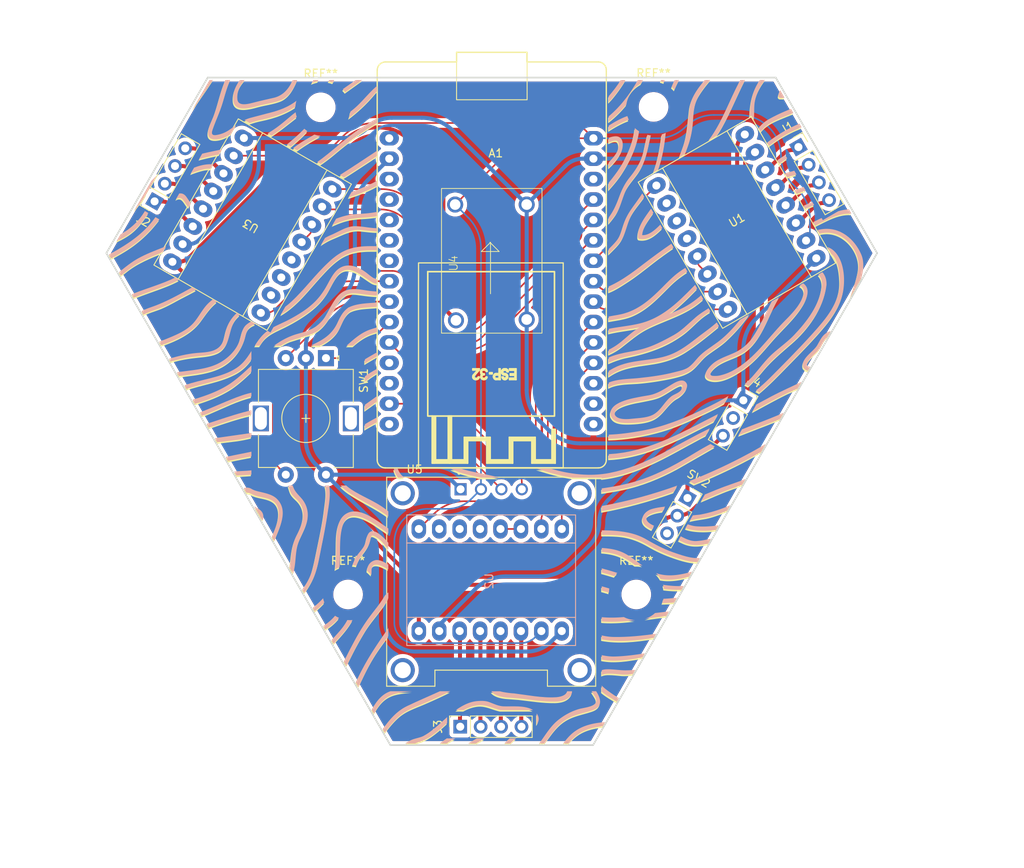
<source format=kicad_pcb>
(kicad_pcb (version 20240108) (generator "pcbnew") (generator_version "8.0")
  (layers (0 "F.Cu" signal) (31 "B.Cu" signal) (34 "B.Paste" user) (35 "F.Paste" user) (36 "B.SilkS" user "B.Silkscreen") (37 "F.SilkS" user "F.Silkscreen") (38 "B.Mask" user) (39 "F.Mask" user) (44 "Edge.Cuts" user))
  (net 0 "")
  (net 1 "dir3")
  (net 2 "en3")
  (net 3 "en1")
  (net 4 "step1")
  (net 5 "dir2")
  (net 6 "step3")
  (net 7 "step2")
  (net 8 "dir1")
  (net 9 "Net-(U1-B1)")
  (net 10 "Net-(U1-A1)")
  (net 11 "Net-(U1-A2)")
  (net 12 "Net-(U1-B2)")
  (net 13 "Net-(U3-A2)")
  (net 14 "Net-(U3-B1)")
  (net 15 "Net-(U3-B2)")
  (net 16 "Net-(U3-A1)")
  (net 17 "Net-(U2-B1)")
  (net 18 "Net-(U2-B2)")
  (net 19 "Net-(U2-A2)")
  (net 20 "Net-(U2-A1)")
  (net 21 "Net-(SW2A-A)")
  (net 24 "Net-(U1-RESET)")
  (net 28 "Net-(U2-RESET)")
  (net 29 "unconnected-(U2-MS1-Pad2)")
  (net 32 "Net-(U3-RESET)")
  (net 34 "en2")
  (net 40 "Net-(A1-D19)")
  (net 43 "Net-(A1-D5)")
  (net 44 "Net-(A1-D21{slash}SDA)")
  (net 46 "Net-(A1-D22{slash}SCL)")
  (net 47 "Net-(U4-Gin)")
  (net 48 "Net-(SW2A-B)")
  (net 49 "Net-(A1-VIN)")
  (net 55 "Net-(A1-D18)")
  (net 56 "Net-(U5-GND)")
  (footprint "MountingHole:MountingHole_3.2mm_M3" (layer "F.Cu") (at 127.55 61.75)
    (property "Reference" "REF**")
    (property "Value" "MountingHole_3.2mm_M3")
  )
  (footprint "Connector_PinSocket_2.54mm:PinSocket_1x04_P2.54mm_Vertical" (layer "F.Cu") (at 103.5 138.85 90)
    (property "Reference" "J3")
    (property "Value" "PINHD_1x4_Female")
  )
  (footprint "MountingHole:MountingHole_3.2mm_M3" (layer "F.Cu") (at 89.55 122.4)
    (property "Reference" "REF**")
    (property "Value" "MountingHole_3.2mm_M3")
  )
  (footprint "PCM_SL_Breakout_Boards:A4988_Breakout" (layer "F.Cu") (at 127.900739 71.530772 30)
    (property "Reference" "U1")
    (property "Value" "A4988")
  )
  (footprint "Mine:12v to 5v" (layer "F.Cu") (at 104.469472 81.595 90)
    (property "Reference" "U4")
    (property "Value" "~")
  )
  (footprint "Mine:MODULE_DM-OLED096-636" (layer "F.Cu") (at 107.35 120.8125)
    (property "Reference" "U5")
    (property "Value" "DM-OLED096-636")
  )
  (footprint "Connector_PinSocket_2.54mm:PinSocket_1x04_P2.54mm_Vertical" (layer "F.Cu") (at 65.48 73.499705 150)
    (property "Reference" "J2")
    (property "Value" "PINHD_1x4_Female")
  )
  (footprint "Connector_PinSocket_2.54mm:PinSocket_1x04_P2.54mm_Vertical" (layer "F.Cu") (at 145.571651 66.746604 30)
    (property "Reference" "J1")
    (property "Value" "PINHD_1x4_Female")
  )
  (footprint "Rotary_Encoder:RotaryEncoder_Alps_EC11E-Switch_Vertical_H20mm" (layer "F.Cu") (at 86.8 93 -90)
    (property "Reference" "SW1")
    (property "Value" "RotaryEncoder_Switch")
  )
  (footprint "PCM_SL_Development_Boards:DOIT_ESP32_DEVKIT_30Pins" (layer "F.Cu") (at 94.668901 65.65)
    (property "Reference" "A1")
    (property "Value" "ESP32_DevKit_V1_DOIT_30GPIOs")
  )
  (footprint "Connector_PinSocket_2.54mm:PinSocket_1x03_P2.54mm_Vertical" (layer "F.Cu") (at 131.77 110.400295 -30)
    (property "Reference" "SW2")
    (property "Value" "SW_DPST_x2")
  )
  (footprint "Connector_PinSocket_2.54mm:PinSocket_1x03_P2.54mm_Vertical" (layer "F.Cu") (at 138.72 98.250295 -30)
    (property "Reference" "J4")
    (property "Value" "PINHD_1x3_Female")
  )
  (footprint "MountingHole:MountingHole_3.2mm_M3" (layer "F.Cu") (at 86.15 61.8)
    (property "Reference" "REF**")
    (property "Value" "MountingHole_3.2mm_M3")
  )
  (footprint "PCM_SL_Breakout_Boards:A4988_Breakout" (layer "F.Cu") (at 78.699261 87.369229 150)
    (property "Reference" "U3")
    (property "Value" "A4988")
  )
  (footprint "MountingHole:MountingHole_3.2mm_M3" (layer "F.Cu") (at 125.4 122.4)
    (property "Reference" "REF**")
    (property "Value" "MountingHole_3.2mm_M3")
  )
  (footprint "PCM_SL_Breakout_Boards:A4988_Breakout" (layer "B.Cu") (at 98.35 114.25 -90)
    (property "Reference" "U2")
    (property "Value" "A4988")
  )
  (gr_poly (pts (xy 128.832042 111.74391) (xy 128.670974 112.020399) (xy 128.542014 112.038057) (xy 128.413177 112.057482) (xy 128.284587 112.078953) (xy 128.156369 112.10275) (xy 128.028645 112.129151) (xy 127.901542 112.158436) (xy 127.775181 112.190884) (xy 127.649688 112.226774) (xy 127.511166 112.272199) (xy 127.429181 112.300876) (xy 127.341699 112.333684) (xy 127.250962 112.37074) (xy 127.159209 112.412161) (xy 127.068681 112.458061) (xy 126.981618 112.508558) (xy 126.940086 112.535567) (xy 126.90026 112.563768) (xy 126.862421 112.593177) (xy 126.826847 112.623807) (xy 126.79382 112.655674) (xy 126.76362 112.688792) (xy 126.736526 112.723175) (xy 126.712818 112.758838) (xy 126.692777 112.795795) (xy 126.676682 112.834061) (xy 126.664814 112.873651) (xy 126.657453 112.914579) (xy 126.654878 112.95686) (xy 126.657369 113.000508) (xy 126.665207 113.045537) (xy 126.678672 113.091963) (xy 126.692568 113.125746) (xy 126.707923 113.158648) (xy 126.724678 113.190686) (xy 126.742771 113.221877) (xy 126.762143 113.252238) (xy 126.782734 113.281788) (xy 126.827333 113.338521) (xy 126.876087 113.392215) (xy 126.928515 113.44301) (xy 126.984136 113.491046) (xy 127.04247 113.536461) (xy 127.103037 113.579397) (xy 127.165356 113.619991) (xy 127.228946 113.658384) (xy 127.293327 113.694715) (xy 127.358018 113.729123) (xy 127.422539 113.761749) (xy 127.549148 113.82221) (xy 127.615295 113.851316) (xy 127.546751 113.966823) (xy 127.479696 114.082827) (xy 127.348068 114.314337) (xy 127.261897 114.272887) (xy 127.17613 114.229794) (xy 127.09092 114.184903) (xy 127.006423 114.138058) (xy 126.922795 114.089105) (xy 126.84019 114.037888) (xy 126.758764 113.984254) (xy 126.678672 113.928045) (xy 126.586178 113.855478) (xy 126.50349 113.781278) (xy 126.430355 113.705643) (xy 126.366519 113.628771) (xy 126.311726 113.550858) (xy 126.265724 113.472101) (xy 126.228256 113.392698) (xy 126.19907 113.312846) (xy 126.17791 113.232742) (xy 126.164523 113.152584) (xy 126.158653 113.072568) (xy 126.160048 112.992891) (xy 126.168451 112.913751) (xy 126.183609 112.835346) (xy 126.205269 112.757871) (xy 126.233174 112.681525) (xy 126.267071 112.606504) (xy 126.306706 112.533006) (xy 126.351823 112.461228) (xy 126.40217 112.391367) (xy 126.457491 112.32362) (xy 126.517533 112.258184) (xy 126.58204 112.195257) (xy 126.650759 112.135036) (xy 126.723435 112.077718) (xy 126.799814 112.0235) (xy 126.879641 111.972579) (xy 126.962662 111.925153) (xy 127.048623 111.881418) (xy 127.137269 111.841572) (xy 127.228347 111.805813) (xy 127.321601 111.774336) (xy 127.321601 111.776983) (xy 127.424009 111.74595) (xy 127.526819 111.717235) (xy 127.733525 111.666107) (xy 127.941471 111.622297) (xy 128.150409 111.584501) (xy 128.360091 111.551418) (xy 128.570268 111.521745) (xy 128.991119 111.467421)) (stroke (width -0.000001)) (fill solid) (layer "B.SilkS"))
  (gr_poly (pts (xy 78.433427 112.395442) (xy 78.458025 112.437114) (xy 78.505981 112.520456) (xy 78.480638 112.478785) (xy 78.45604 112.437114) (xy 78.408084 112.353769)) (stroke (width -0.000001)) (fill solid) (layer "B.SilkS"))
  (gr_poly (pts (xy 149.591583 89.644585) (xy 149.591583 89.64723) (xy 149.588348 89.647867) (xy 150.890685 87.392981)) (stroke (width -0.000001)) (fill solid) (layer "B.SilkS"))
  (gr_poly (pts (xy 93.150668 86.609812) (xy 93.108333 86.612457) (xy 92.726294 86.640528) (xy 92.317187 86.66587) (xy 91.891151 86.695429) (xy 91.458325 86.736151) (xy 91.242534 86.762867) (xy 91.028848 86.794979) (xy 90.818533 86.833354) (xy 90.612858 86.87886) (xy 90.413089 86.932366) (xy 90.220494 86.994739) (xy 90.036341 87.066848) (xy 89.861896 87.149561) (xy 89.77783 87.209754) (xy 89.698118 87.273143) (xy 89.622521 87.339558) (xy 89.550803 87.408832) (xy 89.482729 87.480796) (xy 89.418062 87.555281) (xy 89.298002 87.71114) (xy 89.188732 87.87506) (xy 89.088361 88.045693) (xy 88.994998 88.22169) (xy 88.90675 88.401702) (xy 88.567091 89.134929) (xy 88.476053 89.314786) (xy 88.378783 89.490566) (xy 88.273388 89.66092) (xy 88.157979 89.824499) (xy 88.050667 89.959598) (xy 87.939197 90.089212) (xy 87.82375 90.213563) (xy 87.704508 90.332871) (xy 87.581655 90.447358) (xy 87.455371 90.557245) (xy 87.32584 90.662752) (xy 87.193242 90.764101) (xy 87.057762 90.861511) (xy 86.91958 90.955205) (xy 86.778878 91.045403) (xy 86.63584 91.132327) (xy 86.490646 91.216196) (xy 86.34348 91.297232) (xy 86.043958 91.451689) (xy 84.882438 91.451689) (xy 85.132469 91.332667) (xy 85.3825 91.209925) (xy 85.632531 91.083711) (xy 85.882562 90.954271) (xy 86.083272 90.842272) (xy 86.275789 90.72813) (xy 86.460353 90.611251) (xy 86.637204 90.491044) (xy 86.806582 90.366914) (xy 86.968729 90.238268) (xy 87.123884 90.104515) (xy 87.272287 89.96506) (xy 87.414179 89.819311) (xy 87.5498 89.666675) (xy 87.67939 89.506559) (xy 87.80319 89.338369) (xy 87.92144 89.161514) (xy 88.03438 88.975399) (xy 88.142251 88.779433) (xy 88.245292 88.573021) (xy 88.363781 88.314143) (xy 88.487262 88.060721) (xy 88.551891 87.936677) (xy 88.61899 87.814741) (xy 88.688964 87.695162) (xy 88.762221 87.578187) (xy 88.839168 87.464065) (xy 88.920212 87.353043) (xy 89.005759 87.24537) (xy 89.096217 87.141294) (xy 89.191992 87.041062) (xy 89.293492 86.944924) (xy 89.401123 86.853126) (xy 89.515293 86.765917) (xy 89.521282 86.759085) (xy 89.527488 86.75244) (xy 89.53074 86.749168) (xy 89.534128 86.745918) (xy 89.537679 86.742685) (xy 89.54142 86.739459) (xy 89.545378 86.736233) (xy 89.549579 86.733) (xy 89.554053 86.729751) (xy 89.558824 86.726478) (xy 89.563921 86.723175) (xy 89.569371 86.719833) (xy 89.575201 86.716444) (xy 89.581437 86.713001) (xy 89.585089 86.709999) (xy 89.589065 86.706966) (xy 89.593321 86.703932) (xy 89.597809 86.70093) (xy 89.602483 86.697989) (xy 89.607297 86.695142) (xy 89.612204 86.692419) (xy 89.617157 86.689851) (xy 89.62211 86.687468) (xy 89.627017 86.685303) (xy 89.63183 86.683386) (xy 89.636505 86.681748) (xy 89.640993 86.68042) (xy 89.645248 86.679433) (xy 89.649224 86.678818) (xy 89.652875 86.678606) (xy 89.65023 86.68125) (xy 89.839881 86.594309) (xy 90.038082 86.517534) (xy 90.243833 86.450177) (xy 90.456133 86.391489) (xy 90.673984 86.340724) (xy 90.896385 86.297133) (xy 91.122337 86.259968) (xy 91.350838 86.228481) (xy 91.811493 86.179548) (xy 92.270349 86.144351) (xy 93.150668 86.091228)) (stroke (width -0.000001)) (fill solid) (layer "B.SilkS"))
  (gr_poly (pts (xy 136.996096 111.458986) (xy 136.896214 111.631462) (xy 136.698432 111.97542) (xy 136.459834 112.071383) (xy 136.220366 112.16468) (xy 135.980154 112.255125) (xy 135.739322 112.34253) (xy 135.497993 112.426711) (xy 135.256292 112.507481) (xy 135.014343 112.584654) (xy 134.77227 112.658045) (xy 134.60633 112.704133) (xy 134.439041 112.74559) (xy 134.101222 112.817168) (xy 133.760427 112.877893) (xy 133.418267 112.932882) (xy 133.076354 112.987251) (xy 132.736302 113.046115) (xy 132.399723 113.114591) (xy 132.23324 113.154032) (xy 132.068229 113.197794) (xy 132.158022 113.039044) (xy 132.248806 112.880295) (xy 132.340582 112.721545) (xy 132.433349 112.562796) (xy 132.58066 112.544348) (xy 132.723815 112.528319) (xy 132.990962 112.501282) (xy 133.221397 112.477222) (xy 133.318662 112.464913) (xy 133.401725 112.451674) (xy 133.401725 112.45167) (xy 133.863322 112.357588) (xy 134.328267 112.248189) (xy 134.794947 112.123783) (xy 135.261751 111.98468) (xy 135.727066 111.831191) (xy 136.189281 111.663625) (xy 136.646783 111.482293) (xy 137.097961 111.287504)) (stroke (width -0.000001)) (fill solid) (layer "B.SilkS"))
  (gr_poly (pts (xy 129.296718 124.796794) (xy 129.133994 125.077585) (xy 128.47622 125.15638) (xy 127.816706 125.243609) (xy 126.493461 125.429483) (xy 126.579775 125.400093) (xy 126.665063 125.368498) (xy 126.749288 125.334725) (xy 126.832416 125.298801) (xy 126.914413 125.260753) (xy 126.995243 125.220608) (xy 127.074872 125.178394) (xy 127.153264 125.134137) (xy 127.230386 125.087865) (xy 127.306201 125.039605) (xy 127.380675 124.989384) (xy 127.453773 124.937228) (xy 127.525461 124.883166) (xy 127.595703 124.827224) (xy 127.664465 124.76943) (xy 127.731712 124.70981) (xy 127.734359 124.70981) (xy 128.163645 124.657557) (xy 128.376554 124.632422) (xy 128.588966 124.60927) (xy 129.459441 124.514018)) (stroke (width -0.000001)) (fill solid) (layer "B.SilkS"))
  (gr_poly (pts (xy 123.935579 125.250057) (xy 124.016854 125.288215) (xy 124.099338 125.324319) (xy 124.182984 125.358335) (xy 124.267747 125.390226) (xy 124.353579 125.419958) (xy 124.440434 125.447497) (xy 124.528265 125.472807) (xy 124.617027 125.495854) (xy 124.706672 125.516602) (xy 124.797155 125.535017) (xy 124.888428 125.551064) (xy 124.980445 125.564709) (xy 125.07316 125.575915) (xy 125.166526 125.584649) (xy 125.260497 125.590876) (xy 124.779184 125.645818) (xy 124.297746 125.694559) (xy 123.816308 125.735611) (xy 123.334994 125.767485) (xy 122.853928 125.788693) (xy 122.373234 125.797747) (xy 121.893036 125.793159) (xy 121.413459 125.773439) (xy 121.255372 125.761865) (xy 121.216315 125.758428) (xy 121.177568 125.754463) (xy 121.139193 125.749817) (xy 121.101253 125.744333) (xy 121.101253 125.223108) (xy 121.441412 125.250755) (xy 121.783091 125.268665) (xy 122.126073 125.277523) (xy 122.47014 125.278008) (xy 122.815075 125.270805) (xy 123.160662 125.256594) (xy 123.506682 125.236058) (xy 123.85292 125.209879) (xy 123.85556 125.209879)) (stroke (width -0.000001)) (fill solid) (layer "B.SilkS"))
  (gr_poly (pts (xy 89.542454 125.582358) (xy 89.628071 125.588229) (xy 89.67105 125.590452) (xy 89.714184 125.592117) (xy 89.757504 125.593161) (xy 89.801042 125.593523) (xy 89.795753 125.590876) (xy 89.874632 125.590297) (xy 89.913699 125.58948) (xy 89.952518 125.588229) (xy 89.991089 125.586482) (xy 90.029412 125.584178) (xy 90.067487 125.581253) (xy 90.105314 125.577646) (xy 89.999769 125.757279) (xy 89.890624 125.933222) (xy 89.778061 126.105754) (xy 89.662261 126.275155) (xy 89.543407 126.441703) (xy 89.421682 126.605677) (xy 89.170343 126.927022) (xy 88.909703 127.241421) (xy 88.641218 127.551107) (xy 88.366346 127.858313) (xy 88.086543 128.16527) (xy 88.003695 128.260974) (xy 87.92184 128.357423) (xy 87.840977 128.454368) (xy 87.761106 128.551561) (xy 87.488586 128.080599) (xy 88.314746 127.167127) (xy 88.51648 126.934572) (xy 88.712696 126.697243) (xy 88.808172 126.576303) (xy 88.901594 126.453589) (xy 88.992737 126.328905) (xy 89.081376 126.202059) (xy 89.133223 126.125413) (xy 89.183613 126.04827) (xy 89.232576 125.970632) (xy 89.280144 125.892497) (xy 89.326348 125.813866) (xy 89.371219 125.73474) (xy 89.414787 125.655117) (xy 89.457084 125.574999)) (stroke (width -0.000001)) (fill solid) (layer "B.SilkS"))
  (gr_poly (pts (xy 124.069877 58.399941) (xy 124.068243 58.399941) (xy 124.069877 58.397295)) (stroke (width -0.000001)) (fill solid) (layer "B.SilkS"))
  (gr_poly (pts (xy 85.452353 65.217664) (xy 85.544766 65.243636) (xy 85.638481 65.267005) (xy 85.733405 65.287706) (xy 85.829446 65.305679) (xy 85.926509 65.320862) (xy 86.024503 65.333192) (xy 86.123334 65.342607) (xy 85.645885 65.608017) (xy 85.171164 65.878388) (xy 84.93537 66.016365) (xy 84.700909 66.156697) (xy 84.467999 66.299758) (xy 84.236856 66.44592) (xy 83.97529 66.618105) (xy 83.717941 66.793516) (xy 83.464066 66.972399) (xy 83.212919 67.155003) (xy 82.726085 66.874544) (xy 82.876303 66.759238) (xy 83.027421 66.645638) (xy 83.179592 66.53396) (xy 83.332973 66.424421) (xy 83.487718 66.317239) (xy 83.643983 66.212631) (xy 83.801921 66.110813) (xy 83.961688 66.012002) (xy 84.310278 65.801948) (xy 84.66085 65.595614) (xy 85.36305 65.189686)) (stroke (width -0.000001)) (fill solid) (layer "B.SilkS"))
  (gr_poly (pts (xy 120.509585 134.596955) (xy 120.605555 134.763837) (xy 120.691339 134.932733) (xy 120.764977 135.102483) (xy 120.824507 135.271922) (xy 120.848369 135.356162) (xy 120.867968 135.439889) (xy 120.88306 135.522957) (xy 120.8934 135.60522) (xy 120.898742 135.686534) (xy 120.89884 135.766753) (xy 120.893451 135.845732) (xy 120.882328 135.923325) (xy 120.865228 135.999388) (xy 120.841903 136.073774) (xy 120.81211 136.146338) (xy 120.775604 136.216936) (xy 120.732138 136.285421) (xy 120.681469 136.351649) (xy 120.62335 136.415473) (xy 120.557537 136.47675) (xy 120.483784 136.535333) (xy 120.401847 136.591076) (xy 120.31148 136.643836) (xy 120.212439 136.693466) (xy 120.104477 136.73982) (xy 119.98735 136.782755) (xy 119.992645 136.785395) (xy 119.53815 136.929122) (xy 119.086198 137.057626) (xy 118.637843 137.181231) (xy 118.194139 137.310262) (xy 117.974361 137.380038) (xy 117.756141 137.455044) (xy 117.53961 137.536568) (xy 117.324901 137.625901) (xy 117.112145 137.724335) (xy 116.901474 137.83316) (xy 116.69302 137.953666) (xy 116.486915 138.087145) (xy 116.314409 138.210671) (xy 116.148795 138.339894) (xy 115.989584 138.474435) (xy 115.836286 138.613913) (xy 115.688415 138.75795) (xy 115.545482 138.906164) (xy 115.406998 139.058177) (xy 115.272476 139.213608) (xy 115.141426 139.372077) (xy 115.01336 139.533206) (xy 114.764229 139.86192) (xy 114.521175 140.196711) (xy 114.280292 140.53454) (xy 113.989246 140.936708) (xy 113.311916 140.936708) (xy 113.582219 140.571319) (xy 113.845173 140.198891) (xy 114.10633 139.824542) (xy 114.371238 139.453386) (xy 114.645448 139.090541) (xy 114.787776 138.913833) (xy 114.934511 138.741121) (xy 115.086346 138.573044) (xy 115.243975 138.410242) (xy 115.408092 138.253355) (xy 115.579391 138.103022) (xy 115.734844 137.97746) (xy 115.894457 137.854953) (xy 116.057984 137.735763) (xy 116.225181 137.620154) (xy 116.395804 137.508391) (xy 116.569609 137.400735) (xy 116.746352 137.297452) (xy 116.925789 137.198804) (xy 117.107675 137.105055) (xy 117.291767 137.016469) (xy 117.47782 136.933309) (xy 117.665589 136.855838) (xy 117.854832 136.784321) (xy 118.045303 136.719021) (xy 118.236759 136.660201) (xy 118.428954 136.608126) (xy 119.140188 136.459961) (xy 119.339701 136.41416) (xy 119.537353 136.361445) (xy 119.727874 136.300111) (xy 119.905992 136.228452) (xy 119.988753 136.188217) (xy 120.066437 136.144762) (xy 120.138385 136.097873) (xy 120.203938 136.047337) (xy 120.262437 135.99294) (xy 120.313223 135.93447) (xy 120.355638 135.871714) (xy 120.389022 135.804458) (xy 120.412717 135.732488) (xy 120.426064 135.655593) (xy 120.428403 135.573559) (xy 120.419077 135.486172) (xy 120.397425 135.393219) (xy 120.36279 135.294488) (xy 120.314513 135.189765) (xy 120.251933 135.078836) (xy 120.151228 134.916569) (xy 120.047545 134.755049) (xy 119.940885 134.594026) (xy 119.831249 134.433252) (xy 120.405391 134.433252)) (stroke (width -0.000001)) (fill solid) (layer "B.SilkS"))
  (gr_poly (pts (xy 128.7239 121.190859) (xy 128.723899 121.190859) (xy 128.723899 121.190855)) (stroke (width -0.000001)) (fill solid) (layer "B.SilkS"))
  (gr_poly (pts (xy 90.494628 84.41436) (xy 90.699633 84.427003) (xy 90.905041 84.446591) (xy 91.110538 84.471589) (xy 91.520544 84.531678) (xy 91.927139 84.594992) (xy 92.327812 84.649252) (xy 92.330459 84.646605) (xy 92.536794 84.668432) (xy 92.74288 84.686291) (xy 92.94847 84.700182) (xy 93.153316 84.710104) (xy 93.153316 85.215458) (xy 92.923732 85.204353) (xy 92.693312 85.189124) (xy 92.461961 85.170113) (xy 92.229588 85.147659) (xy 91.996098 85.122105) (xy 91.7614 85.093792) (xy 91.288001 85.030251) (xy 90.781076 84.961748) (xy 90.649403 84.947345) (xy 90.516792 84.935791) (xy 90.383763 84.927965) (xy 90.250834 84.924747) (xy 90.118526 84.927018) (xy 89.987357 84.935656) (xy 89.857847 84.951542) (xy 89.730515 84.975555) (xy 89.60588 85.008576) (xy 89.484463 85.051483) (xy 89.425123 85.07692) (xy 89.366782 85.105158) (xy 89.309505 85.136307) (xy 89.253356 85.170479) (xy 89.114167 85.268257) (xy 88.982954 85.37364) (xy 88.859136 85.485983) (xy 88.742131 85.604644) (xy 88.631359 85.728979) (xy 88.526237 85.858344) (xy 88.426185 85.992097) (xy 88.330621 86.129594) (xy 88.238964 86.270192) (xy 88.150632 86.413246) (xy 87.981619 86.704153) (xy 87.657918 87.287146) (xy 87.405624 87.717869) (xy 87.275883 87.927863) (xy 87.142725 88.133399) (xy 87.00538 88.33382) (xy 86.863083 88.528466) (xy 86.715065 88.716678) (xy 86.560559 88.897798) (xy 86.398797 89.071166) (xy 86.229013 89.236124) (xy 86.050438 89.392012) (xy 85.862307 89.538173) (xy 85.66385 89.673946) (xy 85.4543 89.798674) (xy 85.345126 89.856689) (xy 85.232891 89.911697) (xy 85.117499 89.963613) (xy 84.998855 90.012356) (xy 82.376834 90.829916) (xy 82.223805 90.896243) (xy 82.072356 90.966136) (xy 81.922582 91.039439) (xy 81.774576 91.115997) (xy 81.628429 91.195656) (xy 81.484236 91.278261) (xy 81.34209 91.363657) (xy 81.202083 91.451689) (xy 80.328958 91.451689) (xy 80.665589 91.214266) (xy 81.011335 90.988998) (xy 81.187917 90.881309) (xy 81.367127 90.777124) (xy 81.549082 90.676598) (xy 81.733896 90.579885) (xy 81.921687 90.487142) (xy 82.112571 90.398522) (xy 82.306663 90.314181) (xy 82.504082 90.234274) (xy 82.704941 90.158955) (xy 82.909359 90.088381) (xy 83.117451 90.022705) (xy 83.329334 89.962084) (xy 83.587192 89.892489) (xy 83.838806 89.819938) (xy 84.084072 89.743394) (xy 84.322885 89.661824) (xy 84.55514 89.574191) (xy 84.780733 89.479463) (xy 84.999559 89.376603) (xy 85.211513 89.264576) (xy 85.416491 89.142349) (xy 85.614388 89.008886) (xy 85.805099 88.863153) (xy 85.98852 88.704114) (xy 86.077464 88.619282) (xy 86.164546 88.530735) (xy 86.249753 88.438345) (xy 86.333073 88.341982) (xy 86.414491 88.241516) (xy 86.493995 88.136818) (xy 86.571572 88.027759) (xy 86.647209 87.914209) (xy 86.77341 87.712029) (xy 86.897793 87.498059) (xy 87.145742 87.04464) (xy 87.400326 86.573734) (xy 87.533003 86.337905) (xy 87.670816 86.105122) (xy 87.814923 85.877858) (xy 87.966483 85.658586) (xy 88.126654 85.449778) (xy 88.296596 85.253908) (xy 88.385594 85.161597) (xy 88.477468 85.073447) (xy 88.572365 84.989768) (xy 88.670429 84.910869) (xy 88.771804 84.837059) (xy 88.876636 84.768647) (xy 88.985069 84.705941) (xy 89.097249 84.649252) (xy 89.193601 84.607471) (xy 89.290643 84.570304) (xy 89.486637 84.509044) (xy 89.684918 84.463938) (xy 89.885171 84.433452) (xy 90.087083 84.41605) (xy 90.29034 84.410198)) (stroke (width -0.000001)) (fill solid) (layer "B.SilkS"))
  (gr_poly (pts (xy 146.159934 83.688814) (xy 146.238435 83.746289) (xy 146.310327 83.806527) (xy 146.375762 83.869421) (xy 146.434889 83.934866) (xy 146.487859 84.002757) (xy 146.534824 84.072988) (xy 146.575933 84.145454) (xy 146.611338 84.220048) (xy 146.641188 84.296665) (xy 146.665636 84.3752) (xy 146.684831 84.455546) (xy 146.698924 84.537599) (xy 146.708066 84.621253) (xy 146.712407 84.706402) (xy 146.712098 84.79294) (xy 146.70729 84.880762) (xy 146.684779 85.059835) (xy 146.646079 85.242776) (xy 146.592396 85.42874) (xy 146.524934 85.616882) (xy 146.444899 85.806358) (xy 146.353496 85.996322) (xy 146.251932 86.185929) (xy 146.14141 86.374334) (xy 145.943686 86.682984) (xy 145.735238 86.983429) (xy 145.517185 87.276518) (xy 145.290649 87.563099) (xy 145.056749 87.844022) (xy 144.816606 88.120135) (xy 144.322068 88.661326) (xy 143.307351 89.723338) (xy 142.805093 90.257739) (xy 142.55916 90.528759) (xy 142.318183 90.803457) (xy 141.479866 91.773404) (xy 141.051561 92.254253) (xy 140.61228 92.724995) (xy 140.38738 92.95485) (xy 140.158365 93.180109) (xy 139.924776 93.400081) (xy 139.686156 93.614078) (xy 139.442049 93.821408) (xy 139.191996 94.021381) (xy 138.935541 94.213309) (xy 138.672225 94.396502) (xy 138.320927 94.62646) (xy 137.936019 94.863985) (xy 137.732938 94.981903) (xy 137.523827 95.097293) (xy 137.309475 95.208684) (xy 137.090675 95.314602) (xy 136.868216 95.413576) (xy 136.642889 95.504131) (xy 136.415485 95.584795) (xy 136.186794 95.654095) (xy 135.957607 95.71056) (xy 135.728715 95.752715) (xy 135.500909 95.779088) (xy 135.274978 95.788206) (xy 135.171939 95.786196) (xy 135.069304 95.780062) (xy 135.018186 95.7754) (xy 134.967227 95.76965) (xy 134.916446 95.76279) (xy 134.865863 95.754803) (xy 134.815497 95.745669) (xy 134.765368 95.735368) (xy 134.715494 95.723881) (xy 134.665896 95.711189) (xy 134.616592 95.697272) (xy 134.567602 95.68211) (xy 134.518945 95.665686) (xy 134.470641 95.647978) (xy 134.367192 95.602932) (xy 134.278176 95.552865) (xy 134.202957 95.498135) (xy 134.140898 95.439101) (xy 134.091363 95.376122) (xy 134.053717 95.309556) (xy 134.027323 95.239762) (xy 134.011546 95.167097) (xy 134.005748 95.091921) (xy 134.009294 95.014592) (xy 134.021548 94.935469) (xy 134.041874 94.85491) (xy 134.069636 94.773273) (xy 134.104197 94.690917) (xy 134.144921 94.608201) (xy 134.191173 94.525483) (xy 134.242316 94.443122) (xy 134.297714 94.361475) (xy 134.418731 94.201762) (xy 134.549134 94.049211) (xy 134.683836 93.90669) (xy 134.817748 93.777068) (xy 134.945779 93.663212) (xy 135.062842 93.567991) (xy 135.163848 93.494272) (xy 135.315022 93.392988) (xy 135.468742 93.298041) (xy 135.624765 93.20876) (xy 135.782845 93.124475) (xy 135.94274 93.044515) (xy 136.104205 92.96821) (xy 136.430867 92.823884) (xy 137.092285 92.549586) (xy 137.423134 92.408887) (xy 137.751472 92.258669) (xy 137.915157 92.171991) (xy 138.074839 92.081553) (xy 138.230544 91.987255) (xy 138.382299 91.888996) (xy 138.530132 91.786676) (xy 138.67407 91.680193) (xy 138.81414 91.569446) (xy 138.950369 91.454336) (xy 139.082784 91.33476) (xy 139.211413 91.210619) (xy 139.336282 91.081812) (xy 139.457418 90.948238) (xy 139.574849 90.809795) (xy 139.688602 90.666384) (xy 139.798704 90.517903) (xy 139.905181 90.364252) (xy 140.078305 90.101908) (xy 140.244889 89.836005) (xy 140.561064 89.294922) (xy 140.858944 88.743793) (xy 141.14377 88.185408) (xy 141.695219 87.058035) (xy 141.972322 86.494628) (xy 142.257331 85.935127) (xy 143.159561 85.416544) (xy 143.129921 85.462541) (xy 143.100528 85.50919) (xy 143.042485 85.604068) (xy 142.985433 85.700435) (xy 142.929374 85.797544) (xy 142.717773 86.199657) (xy 142.512012 86.616079) (xy 142.108632 87.479137) (xy 141.700477 88.361295) (xy 141.488747 88.801591) (xy 141.268789 89.237128) (xy 141.038257 89.664727) (xy 140.794808 90.081211) (xy 140.536095 90.4834) (xy 140.259776 90.868118) (xy 139.963504 91.232187) (xy 139.807153 91.405484) (xy 139.644935 91.572427) (xy 139.476556 91.732618) (xy 139.301723 91.885661) (xy 139.120144 92.031157) (xy 138.931526 92.168711) (xy 138.816711 92.24522) (xy 138.699602 92.318174) (xy 138.580384 92.387866) (xy 138.459244 92.454585) (xy 138.336368 92.518622) (xy 138.211941 92.580267) (xy 137.959181 92.697547) (xy 137.702453 92.80875) (xy 137.443244 92.916201) (xy 136.923339 93.129148) (xy 136.665731 93.238926) (xy 136.411782 93.353508) (xy 136.286625 93.413329) (xy 136.162918 93.475222) (xy 136.040839 93.53948) (xy 135.920566 93.606393) (xy 135.802278 93.676251) (xy 135.686152 93.749345) (xy 135.572367 93.825967) (xy 135.461102 93.906405) (xy 135.352534 93.990953) (xy 135.246842 94.079899) (xy 135.144205 94.173534) (xy 135.044799 94.27215) (xy 134.996537 94.322782) (xy 134.943589 94.382283) (xy 134.888277 94.448976) (xy 134.832923 94.521188) (xy 134.779848 94.597246) (xy 134.731373 94.675473) (xy 134.709586 94.714878) (xy 134.68982 94.754197) (xy 134.672365 94.793221) (xy 134.657511 94.831742) (xy 134.645548 94.86955) (xy 134.636767 94.906435) (xy 134.631458 94.942189) (xy 134.62991 94.976601) (xy 134.632415 95.009464) (xy 134.639262 95.040566) (xy 134.650741 95.0697) (xy 134.667143 95.096656) (xy 134.688758 95.121224) (xy 134.715876 95.143195) (xy 134.748787 95.162361) (xy 134.787782 95.178511) (xy 134.83315 95.191437) (xy 134.885182 95.200928) (xy 134.944168 95.206777) (xy 135.010398 95.208773) (xy 135.127668 95.21392) (xy 135.245092 95.215222) (xy 135.362331 95.212307) (xy 135.479041 95.204804) (xy 135.537093 95.199215) (xy 135.594884 95.19234) (xy 135.652373 95.184131) (xy 135.709517 95.174543) (xy 135.766274 95.163528) (xy 135.8226 95.151041) (xy 135.878453 95.137034) (xy 135.933792 95.121462) (xy 136.054117 95.091244) (xy 136.173962 95.058193) (xy 136.29328 95.022391) (xy 136.412025 94.983918) (xy 136.530149 94.942856) (xy 136.647607 94.899287) (xy 136.764351 94.853291) (xy 136.880336 94.804951) (xy 137.109841 94.701562) (xy 137.33575 94.58977) (xy 137.55769 94.470227) (xy 137.775291 94.343584) (xy 138.212395 94.068156) (xy 138.632783 93.772058) (xy 139.038032 93.457319) (xy 139.42972 93.125963) (xy 139.809425 92.78002) (xy 140.178723 92.421515) (xy 140.539193 92.052477) (xy 140.892411 91.674931) (xy 141.583402 90.902425) (xy 142.264316 90.120214) (xy 142.947773 89.344515) (xy 143.294399 88.964175) (xy 143.646392 88.591543) (xy 144.413478 87.807344) (xy 144.80395 87.384408) (xy 144.994448 87.165435) (xy 145.179323 86.941536) (xy 145.356724 86.712769) (xy 145.524805 86.479192) (xy 145.681716 86.240864) (xy 145.825608 85.997842) (xy 145.954632 85.750185) (xy 146.066941 85.49795) (xy 146.160685 85.241197) (xy 146.200018 85.111144) (xy 146.234016 84.979982) (xy 146.242868 84.937276) (xy 146.249612 84.894997) (xy 146.254294 84.853171) (xy 146.256961 84.811821) (xy 146.257659 84.770974) (xy 146.256434 84.730654) (xy 146.253334 84.690884) (xy 146.248404 84.651691) (xy 146.241692 84.613099) (xy 146.233243 84.575132) (xy 146.223104 84.537815) (xy 146.211322 84.501173) (xy 146.197943 84.465231) (xy 146.183014 84.430013) (xy 146.166581 84.395543) (xy 146.148691 84.361848) (xy 146.129389 84.328951) (xy 146.108724 84.296877) (xy 146.086741 84.265651) (xy 146.063486 84.235298) (xy 146.039007 84.205842) (xy 146.01335 84.177307) (xy 145.98656 84.14972) (xy 145.958686 84.123103) (xy 145.929773 84.097483) (xy 145.899867 84.072884) (xy 145.869016 84.04933) (xy 145.837265 84.026846) (xy 145.804662 84.005457) (xy 145.771253 83.985188) (xy 145.737084 83.966063) (xy 145.702201 83.948107) (xy 146.165222 83.680876)) (stroke (width -0.000001)) (fill solid) (layer "B.SilkS"))
  (gr_poly (pts (xy 134.071121 102.564188) (xy 133.76123 102.723268) (xy 133.449348 102.884333) (xy 131.920556 103.709091) (xy 130.394738 104.545258) (xy 129.627673 104.956923) (xy 128.855027 105.358603) (xy 128.074693 105.746021) (xy 127.284561 106.114897) (xy 126.547023 106.438402) (xy 125.799006 106.743365) (xy 125.040695 107.025633) (xy 124.272277 107.281049) (xy 123.884335 107.39739) (xy 123.493937 107.50546) (xy 123.101105 107.60474) (xy 122.705862 107.69471) (xy 122.308232 107.774851) (xy 121.908237 107.844644) (xy 121.505902 107.90357) (xy 121.101249 107.951109) (xy 121.101249 107.866438) (xy 117.46852 107.866438) (xy 117.012021 107.793126) (xy 116.556947 107.708558) (xy 116.102742 107.613386) (xy 115.648847 107.50826) (xy 115.194704 107.393833) (xy 114.739755 107.270754) (xy 114.283442 107.139676) (xy 113.825206 107.001249) (xy 113.411134 106.87491) (xy 113.204593 106.812982) (xy 112.997058 106.752543) (xy 114.740665 106.752543) (xy 115.647064 106.991122) (xy 116.100843 107.096335) (xy 116.555168 107.191254) (xy 117.01016 107.275197) (xy 117.465939 107.347482) (xy 117.922625 107.407427) (xy 118.380338 107.454349) (xy 118.839198 107.487566) (xy 119.299325 107.506397) (xy 119.76084 107.510159) (xy 120.223862 107.49817) (xy 120.688513 107.469748) (xy 121.154911 107.424211) (xy 121.623178 107.360876) (xy 122.093433 107.279062) (xy 122.938167 107.091353) (xy 123.766844 106.865068) (xy 124.581018 106.603924) (xy 125.382243 106.311639) (xy 126.172074 105.991929) (xy 126.952064 105.648512) (xy 127.723768 105.285103) (xy 128.48874 104.90542) (xy 130.004704 104.112099) (xy 131.512389 103.298283) (xy 133.024229 102.493707) (xy 134.552657 101.728106) (xy 134.553984 101.726782) (xy 134.555305 101.725458)) (stroke (width -0.000001)) (fill solid) (layer "B.SilkS"))
  (gr_poly (pts (xy 148.609689 82.373045) (xy 148.669258 82.452022) (xy 148.72509 82.534044) (xy 148.777085 82.619117) (xy 148.825142 82.707244) (xy 148.869161 82.798429) (xy 148.90904 82.892676) (xy 148.94468 82.989989) (xy 148.975978 83.090371) (xy 149.002835 83.193827) (xy 149.02515 83.30036) (xy 149.042822 83.409974) (xy 149.05575 83.522674) (xy 149.063833 83.638462) (xy 149.066971 83.757343) (xy 149.065063 83.87932) (xy 149.065063 83.950756) (xy 149.061802 83.954199) (xy 149.058948 83.957588) (xy 149.056475 83.96093) (xy 149.054354 83.964233) (xy 149.052558 83.967505) (xy 149.051061 83.970754) (xy 149.049836 83.973988) (xy 149.048854 83.977214) (xy 149.04809 83.98044) (xy 149.047516 83.983673) (xy 149.047104 83.986922) (xy 149.046828 83.990195) (xy 149.046661 83.993498) (xy 149.046575 83.99684) (xy 149.046539 84.003672) (xy 149.011236 84.255664) (xy 148.967021 84.507016) (xy 148.852908 85.007229) (xy 148.706317 85.503163) (xy 148.529363 85.99367) (xy 148.324163 86.477605) (xy 148.092833 86.953819) (xy 147.837488 87.421165) (xy 147.560246 87.878496) (xy 147.263222 88.324666) (xy 146.948532 88.758525) (xy 146.618293 89.178928) (xy 146.274621 89.584728) (xy 145.919631 89.974776) (xy 145.555441 90.347926) (xy 145.184165 90.70303) (xy 144.807922 91.038942) (xy 143.856581 91.861715) (xy 143.391081 92.27152) (xy 142.934014 92.685975) (xy 142.48662 93.10936) (xy 142.266938 93.325738) (xy 142.05014 93.545954) (xy 141.83638 93.770541) (xy 141.625814 94.000035) (xy 141.418596 94.23497) (xy 141.214881 94.475882) (xy 140.993131 94.742977) (xy 140.769924 95.006289) (xy 140.544547 95.265508) (xy 140.316287 95.520324) (xy 140.084431 95.770427) (xy 139.848266 96.015508) (xy 139.607077 96.255255) (xy 139.360153 96.489359) (xy 138.88919 96.219484) (xy 139.027341 96.096437) (xy 139.163943 95.971312) (xy 139.298932 95.844018) (xy 139.432248 95.714459) (xy 139.563826 95.582545) (xy 139.693607 95.448181) (xy 139.821527 95.311274) (xy 139.947524 95.171732) (xy 140.243615 94.82891) (xy 140.534776 94.479516) (xy 141.11533 93.775393) (xy 141.411235 93.427859) (xy 141.715232 93.088138) (xy 141.871283 92.922332) (xy 142.030577 92.759828) (xy 142.193523 92.601075) (xy 142.360526 92.446524) (xy 142.691094 92.156567) (xy 143.02963 91.872129) (xy 143.716842 91.308153) (xy 144.058635 91.022785) (xy 144.39463 90.731278) (xy 144.559378 90.582312) (xy 144.721386 90.430718) (xy 144.880224 90.276132) (xy 145.035461 90.118189) (xy 145.63129 89.468518) (xy 145.924452 89.129941) (xy 146.211864 88.782415) (xy 146.491585 88.426098) (xy 146.76168 88.061151) (xy 147.020209 87.687731) (xy 147.265235 87.305998) (xy 147.494821 86.91611) (xy 147.707027 86.518227) (xy 147.899917 86.112507) (xy 148.071552 85.699109) (xy 148.219995 85.278193) (xy 148.343307 84.849916) (xy 148.439551 84.414438) (xy 148.50679 83.971918) (xy 148.51025 83.861066) (xy 148.508809 83.75371) (xy 148.502584 83.64981) (xy 148.491698 83.54933) (xy 148.476268 83.452228) (xy 148.456417 83.358468) (xy 148.432264 83.26801) (xy 148.403929 83.180815) (xy 148.371532 83.096845) (xy 148.335194 83.01606) (xy 148.295035 82.938423) (xy 148.251174 82.863894) (xy 148.203732 82.792434) (xy 148.152829 82.724005) (xy 148.098586 82.658568) (xy 148.041122 82.596085) (xy 148.546478 82.302397) (xy 148.546485 82.297112)) (stroke (width -0.000001)) (fill solid) (layer "B.SilkS"))
  (gr_poly (pts (xy 149.220153 76.917954) (xy 149.411014 76.928771) (xy 149.599397 76.948603) (xy 149.785197 76.977215) (xy 149.968305 77.014373) (xy 150.148613 77.059843) (xy 150.326015 77.113389) (xy 150.500402 77.174779) (xy 150.671668 77.243776) (xy 150.839704 77.320147) (xy 151.165657 77.494072) (xy 151.477402 77.694677) (xy 151.774078 77.920087) (xy 152.054825 78.168426) (xy 152.318782 78.437818) (xy 152.565088 78.726387) (xy 152.792884 79.032258) (xy 153.001309 79.353553) (xy 153.189503 79.688399) (xy 153.356605 80.034918) (xy 153.431112 80.214316) (xy 153.493275 80.396188) (xy 153.543647 80.580338) (xy 153.582784 80.766573) (xy 153.611239 80.9547) (xy 153.629567 81.144524) (xy 153.638321 81.335852) (xy 153.638057 81.528491) (xy 153.629328 81.722245) (xy 153.612689 81.916922) (xy 153.588693 82.112327) (xy 153.557895 82.308267) (xy 153.52085 82.504548) (xy 153.478111 82.700977) (xy 153.430232 82.897359) (xy 153.377769 83.0935) (xy 153.375121 83.088211) (xy 152.004577 85.466814) (xy 152.295206 84.631434) (xy 152.437204 84.212705) (xy 152.573434 83.792332) (xy 152.701231 83.369604) (xy 152.817928 82.943805) (xy 152.920858 82.514224) (xy 152.966327 82.297792) (xy 153.007354 82.080147) (xy 153.039028 81.864136) (xy 153.055951 81.64662) (xy 153.05855 81.428201) (xy 153.047252 81.209482) (xy 153.022485 80.991064) (xy 152.984674 80.773552) (xy 152.934246 80.557547) (xy 152.871629 80.343653) (xy 152.797249 80.132472) (xy 152.711534 79.924606) (xy 152.614909 79.720659) (xy 152.507801 79.521233) (xy 152.390638 79.326931) (xy 152.263846 79.138355) (xy 152.127853 78.956108) (xy 151.983084 78.780792) (xy 151.829967 78.613012) (xy 151.668928 78.453368) (xy 151.500395 78.302464) (xy 151.324794 78.160903) (xy 151.142552 78.029286) (xy 150.954095 77.908218) (xy 150.759852 77.7983) (xy 150.560247 77.700135) (xy 150.355709 77.614326) (xy 150.146664 77.541475) (xy 149.933538 77.482185) (xy 149.716759 77.43706) (xy 149.496754 77.406701) (xy 149.273949 77.391711) (xy 149.048771 77.392693) (xy 148.821647 77.41025) (xy 148.744267 77.419572) (xy 148.666948 77.429763) (xy 148.589754 77.440946) (xy 148.512745 77.453245) (xy 148.435984 77.466785) (xy 148.359534 77.481688) (xy 148.283454 77.49808) (xy 148.207809 77.516085) (xy 147.945876 77.063646) (xy 148.030454 77.043441) (xy 148.115497 77.024538) (xy 148.200974 77.006999) (xy 148.286854 76.990886) (xy 148.373107 76.976262) (xy 148.459701 76.963187) (xy 148.546605 76.951726) (xy 148.633788 76.941938) (xy 148.831433 76.924303) (xy 149.026924 76.916387)) (stroke (width -0.000001)) (fill solid) (layer "B.SilkS"))
  (gr_poly (pts (xy 93.492972 138.481378) (xy 93.862396 139.121668) (xy 93.490988 138.481378) (xy 93.121562 137.841082)) (stroke (width -0.000001)) (fill solid) (layer "B.SilkS"))
  (gr_poly (pts (xy 138.765828 108.398252) (xy 138.555816 108.760733) (xy 137.066207 109.292543) (xy 136.618802 109.458982) (xy 136.171335 109.635343) (xy 135.274976 110.008901) (xy 134.374649 110.395357) (xy 133.467872 110.776854) (xy 133.702361 110.367083) (xy 133.938835 109.959295) (xy 135.26836 109.410283) (xy 135.937591 109.144459) (xy 136.274626 109.01654) (xy 136.613769 108.893023) (xy 136.613769 108.895666) (xy 137.206147 108.683917) (xy 137.798772 108.475641) (xy 138.388917 108.262404) (xy 138.682207 108.15129) (xy 138.973853 108.035772)) (stroke (width -0.000001)) (fill solid) (layer "B.SilkS"))
  (gr_poly (pts (xy 72.986772 102.958418) (xy 72.984126 102.958418) (xy 72.608088 102.303903) (xy 72.230065 101.651377) (xy 72.23271 101.651377)) (stroke (width -0.000001)) (fill solid) (layer "B.SilkS"))
  (gr_poly (pts (xy 68.539127 83.249607) (xy 68.376263 83.334191) (xy 68.211044 83.417287) (xy 68.043343 83.498894) (xy 67.873038 83.579013) (xy 67.700005 83.657644) (xy 67.524119 83.734787) (xy 67.345257 83.810441) (xy 67.163294 83.884607) (xy 66.642633 84.089592) (xy 66.113973 84.287724) (xy 65.041335 84.674718) (xy 63.962745 85.068162) (xy 63.426643 85.274356) (xy 62.895565 85.490627) (xy 62.646857 85.059357) (xy 62.959065 84.927065) (xy 63.577715 84.689814) (xy 64.211867 84.460779) (xy 65.506341 84.006646) (xy 66.156492 83.771193) (xy 66.801807 83.523244) (xy 67.437199 83.257622) (xy 67.749586 83.116565) (xy 68.057585 82.969149)) (stroke (width -0.000001)) (fill solid) (layer "B.SilkS"))
  (gr_poly (pts (xy 149.223852 79.196773) (xy 149.281532 79.217397) (xy 149.338614 79.239571) (xy 149.39508 79.263327) (xy 149.450911 79.288695) (xy 149.506086 79.315706) (xy 149.560587 79.344392) (xy 149.614395 79.374783) (xy 149.667489 79.40691) (xy 149.71985 79.440805) (xy 149.77146 79.476497) (xy 149.822299 79.51402) (xy 149.872347 79.553402) (xy 149.921585 79.594676) (xy 149.969994 79.637872) (xy 150.017555 79.683022) (xy 150.017562 79.680374) (xy 150.130017 79.795456) (xy 150.23628 79.916266) (xy 150.336469 80.042499) (xy 150.430702 80.173853) (xy 150.601768 80.450711) (xy 150.75042 80.744413) (xy 150.877601 81.052532) (xy 150.984252 81.372643) (xy 151.071315 81.702319) (xy 151.139732 82.039135) (xy 151.190444 82.380663) (xy 151.224394 82.724478) (xy 151.242523 83.068153) (xy 151.245774 83.409263) (xy 151.235087 83.745381) (xy 151.211405 84.07408) (xy 151.175669 84.392935) (xy 151.128822 84.69952) (xy 151.048699 85.082559) (xy 150.945365 85.456994) (xy 150.820474 85.82315) (xy 150.67568 86.181353) (xy 150.51264 86.531928) (xy 150.333008 86.875202) (xy 150.138439 87.211499) (xy 149.930588 87.541146) (xy 149.71111 87.864467) (xy 149.481659 88.181789) (xy 149.243892 88.493437) (xy 148.999462 88.799736) (xy 148.497236 89.397591) (xy 147.98822 89.977959) (xy 147.410852 90.612814) (xy 146.826571 91.240352) (xy 145.642351 92.478933) (xy 143.246879 94.928312) (xy 142.63879 95.536317) (xy 142.330699 95.837141) (xy 142.019539 96.135143) (xy 141.705031 96.429797) (xy 141.386895 96.720574) (xy 141.064852 97.006949) (xy 140.738624 97.288393) (xy 140.623989 97.219851) (xy 140.510095 97.152797) (xy 140.283546 97.021166) (xy 140.517949 96.828449) (xy 140.750864 96.63136) (xy 140.982291 96.429993) (xy 141.212229 96.224439) (xy 141.440679 96.014793) (xy 141.667642 95.801146) (xy 141.893116 95.583593) (xy 142.117103 95.362226) (xy 143.417528 94.054691) (xy 144.710017 92.73624) (xy 145.98663 91.401914) (xy 146.616504 90.727247) (xy 147.239433 90.046751) (xy 147.892668 89.31527) (xy 148.533781 88.56004) (xy 148.841894 88.171909) (xy 149.1375 87.775911) (xy 149.417441 87.371403) (xy 149.678557 86.957739) (xy 149.91769 86.534278) (xy 150.131681 86.100375) (xy 150.317372 85.655388) (xy 150.471603 85.198674) (xy 150.591216 84.729587) (xy 150.637054 84.490204) (xy 150.673053 84.247486) (xy 150.698818 84.001354) (xy 150.713954 83.751727) (xy 150.718067 83.498525) (xy 150.710761 83.241667) (xy 150.687756 82.847526) (xy 150.670324 82.636838) (xy 150.64776 82.419681) (xy 150.619181 82.198013) (xy 150.583703 81.973791) (xy 150.540443 81.748972) (xy 150.488516 81.525514) (xy 150.42704 81.305373) (xy 150.35513 81.090507) (xy 150.271903 80.882873) (xy 150.176475 80.684428) (xy 150.067963 80.49713) (xy 150.008524 80.408273) (xy 149.945482 80.322936) (xy 149.878728 80.241365) (xy 149.80815 80.163803) (xy 149.733638 80.090496) (xy 149.655082 80.021688) (xy 149.652435 80.021688) (xy 149.165595 79.177668)) (stroke (width -0.000001)) (fill solid) (layer "B.SilkS"))
  (gr_poly (pts (xy 138.575107 59.103118) (xy 138.236611 59.81418) (xy 137.576516 61.243219) (xy 137.244439 61.956793) (xy 136.90402 62.666802) (xy 136.55002 63.371043) (xy 136.1772 64.067316) (xy 136.083712 64.231295) (xy 135.987898 64.393911) (xy 135.889914 64.555286) (xy 135.789914 64.715545) (xy 135.688055 64.874812) (xy 135.584489 65.03321) (xy 135.372863 65.347899) (xy 134.370086 65.927337) (xy 134.616813 65.595946) (xy 134.713136 65.463737) (xy 134.753452 65.406655) (xy 134.788123 65.355836) (xy 135.045102 64.961147) (xy 135.290062 64.560345) (xy 135.524317 64.154079) (xy 135.749181 63.742994) (xy 136.175992 62.908963) (xy 136.581006 62.063428) (xy 137.367688 60.35856) (xy 137.770377 59.509584) (xy 138.193313 58.669816) (xy 138.333541 58.399941) (xy 138.333557 58.397295) (xy 138.926223 58.397295)) (stroke (width -0.000001)) (fill solid) (layer "B.SilkS"))
  (gr_poly (pts (xy 129.04547 121.238137) (xy 129.367165 121.278378) (xy 129.68886 121.31099) (xy 130.010432 121.335386) (xy 130.331755 121.350977) (xy 130.652707 121.357173) (xy 130.973163 121.353386) (xy 131.292999 121.339025) (xy 131.020477 121.812628) (xy 130.74675 121.81871) (xy 130.473208 121.819118) (xy 130.199789 121.813883) (xy 129.926431 121.803036) (xy 129.653073 121.786608) (xy 129.379651 121.764629) (xy 129.106106 121.737131) (xy 128.832374 121.704145) (xy 128.822938 121.637923) (xy 128.812449 121.572227) (xy 128.800843 121.507088) (xy 128.788059 121.442539) (xy 128.774034 121.37861) (xy 128.758708 121.315332) (xy 128.742017 121.252737) (xy 128.7239 121.190859)) (stroke (width -0.000001)) (fill solid) (layer "B.SilkS"))
  (gr_poly (pts (xy 94.555602 127.567316) (xy 94.490491 127.663972) (xy 94.425627 127.75914) (xy 94.360267 127.852325) (xy 94.327168 127.89802) (xy 94.293666 127.943033) (xy 94.291019 127.943026) (xy 94.024999 128.301303) (xy 93.763258 128.662154) (xy 93.506602 129.026167) (xy 93.255837 129.393932) (xy 93.011769 129.766038) (xy 92.775205 130.143074) (xy 92.54695 130.52563) (xy 92.327812 130.914293) (xy 92.127958 131.279439) (xy 91.934492 131.648182) (xy 91.746358 132.019901) (xy 91.562504 132.393976) (xy 91.203416 133.146717) (xy 90.848792 133.901445) (xy 90.683097 133.611724) (xy 90.599877 133.466866) (xy 90.515416 133.322008) (xy 90.710713 132.911446) (xy 90.908985 132.502126) (xy 91.112218 132.095287) (xy 91.216315 131.893186) (xy 91.322397 131.692171) (xy 91.682272 131.027489) (xy 92.059758 130.37372) (xy 92.452375 129.729129) (xy 92.857643 129.091979) (xy 93.27308 128.460535) (xy 93.696206 127.833059) (xy 94.555602 126.583071)) (stroke (width -0.000001)) (fill solid) (layer "B.SilkS"))
  (gr_poly (pts (xy 110.372717 140.376995) (xy 110.280206 140.4519) (xy 110.189804 140.528853) (xy 110.101199 140.607635) (xy 110.014084 140.688029) (xy 109.928146 140.769819) (xy 109.843078 140.852787) (xy 109.758567 140.936716) (xy 108.985984 140.936716) (xy 109.057504 140.861348) (xy 109.12952 140.78623) (xy 109.202529 140.71161) (xy 109.23956 140.674564) (xy 109.277027 140.637735) (xy 109.322782 140.592698) (xy 109.368722 140.548809) (xy 109.414786 140.505974) (xy 109.460912 140.464101) (xy 109.507038 140.423095) (xy 109.553102 140.382864) (xy 109.644798 140.304354) (xy 110.467647 140.304354)) (stroke (width -0.000001)) (fill solid) (layer "B.SilkS"))
  (gr_poly (pts (xy 134.791034 115.280266) (xy 134.756392 115.340583) (xy 134.687599 115.459978) (xy 134.721744 115.398918) (xy 134.756386 115.338601) (xy 134.825179 115.219206)) (stroke (width -0.000001)) (fill solid) (layer "B.SilkS"))
  (gr_poly (pts (xy 88.762222 130.283258) (xy 89.025813 130.742311) (xy 88.760239 130.283258) (xy 88.496646 129.824205)) (stroke (width -0.000001)) (fill solid) (layer "B.SilkS"))
  (gr_poly (pts (xy 132.316932 119.563669) (xy 132.316929 119.56367) (xy 132.316932 119.563665)) (stroke (width -0.000001)) (fill solid) (layer "B.SilkS"))
  (gr_poly (pts (xy 72.491412 68.882872) (xy 72.640172 68.890248) (xy 72.788334 68.903899) (xy 72.48671 69.433065) (xy 72.484064 69.433065) (xy 72.371497 69.427267) (xy 72.257721 69.425871) (xy 72.142271 69.429065) (xy 72.024681 69.437033) (xy 71.904487 69.449963) (xy 71.781223 69.468039) (xy 71.654425 69.491449) (xy 71.523627 69.520378) (xy 71.332424 69.57098) (xy 71.139981 69.62555) (xy 70.946546 69.684089) (xy 70.752366 69.746597) (xy 70.557691 69.813073) (xy 70.362767 69.883519) (xy 70.167843 69.957933) (xy 69.973168 70.036316) (xy 70.183512 69.672183) (xy 70.393855 69.306067) (xy 70.690778 69.197737) (xy 70.840049 69.148256) (xy 70.989747 69.102213) (xy 71.139786 69.059844) (xy 71.29008 69.021386) (xy 71.440545 68.987074) (xy 71.591095 68.957147) (xy 71.741645 68.931839) (xy 71.89211 68.911387) (xy 72.042405 68.896028) (xy 72.192443 68.885999) (xy 72.342141 68.881534)) (stroke (width -0.000001)) (fill solid) (layer "B.SilkS"))
  (gr_poly (pts (xy 144.93756 62.50892) (xy 144.936293 62.506782) (xy 144.93756 62.506274)) (stroke (width -0.000001)) (fill solid) (layer "B.SilkS"))
  (gr_poly (pts (xy 77.527023 102.820833) (xy 77.099885 102.918359) (xy 76.671756 103.007697) (xy 76.457319 103.048908) (xy 76.242635 103.087608) (xy 76.027702 103.123642) (xy 75.812522 103.156855) (xy 73.28046 103.466417) (xy 73.133616 103.213408) (xy 72.986772 102.958418) (xy 72.986773 102.955771) (xy 77.527023 102.307539)) (stroke (width -0.000001)) (fill solid) (layer "B.SilkS"))
  (gr_poly (pts (xy 93.153312 63.752462) (xy 92.495332 64.151864) (xy 91.848297 64.564443) (xy 91.211245 64.990479) (xy 90.583217 65.43025) (xy 89.963249 65.884037) (xy 89.350382 66.352116) (xy 88.743654 66.834769) (xy 88.142104 67.332273) (xy 87.898502 67.536659) (xy 87.653783 67.737045) (xy 87.407824 67.933399) (xy 87.1605 68.125693) (xy 86.911688 68.313893) (xy 86.661264 68.49797) (xy 86.409103 68.677892) (xy 86.155082 68.853628) (xy 85.71323 68.602274) (xy 86.057624 68.354527) (xy 86.396826 68.100144) (xy 87.062935 67.575691) (xy 87.71813 67.037346) (xy 88.368984 66.493545) (xy 89.022071 65.95272) (xy 89.683963 65.423305) (xy 90.020266 65.165512) (xy 90.361235 64.913734) (xy 90.707692 64.669025) (xy 91.060459 64.43244) (xy 91.575363 64.102745) (xy 92.095972 63.781235) (xy 92.358338 63.623937) (xy 92.622038 63.46915) (xy 92.88704 63.31703) (xy 93.153312 63.167732)) (stroke (width -0.000001)) (fill solid) (layer "B.SilkS"))
  (gr_poly (pts (xy 87.803273 58.479109) (xy 87.751845 58.561667) (xy 87.700417 58.644722) (xy 87.649982 58.728024) (xy 87.582259 58.70199) (xy 87.51401 58.677505) (xy 87.445203 58.654633) (xy 87.375806 58.633436) (xy 87.30579 58.613974) (xy 87.235123 58.596311) (xy 87.163773 58.580509) (xy 87.09171 58.566628) (xy 87.11792 58.524915) (xy 87.144626 58.482954) (xy 87.171333 58.440496) (xy 87.184531 58.419004) (xy 87.197543 58.397295) (xy 87.85371 58.397295)) (stroke (width -0.000001)) (fill solid) (layer "B.SilkS"))
  (gr_poly (pts (xy 77.941301 111.465641) (xy 77.97749 111.488953) (xy 78.013524 111.51273) (xy 78.049434 111.537127) (xy 78.085251 111.562299) (xy 78.121005 111.588401) (xy 78.156728 111.615587) (xy 78.233818 111.651079) (xy 78.306871 111.688063) (xy 78.375944 111.726481) (xy 78.441093 111.766275) (xy 78.502374 111.807387) (xy 78.559843 111.849758) (xy 78.613557 111.893331) (xy 78.663571 111.938047) (xy 78.709942 111.983849) (xy 78.752725 112.030677) (xy 78.791979 112.078475) (xy 78.827757 112.127183) (xy 78.860117 112.176744) (xy 78.889115 112.2271) (xy 78.914807 112.278192) (xy 78.937249 112.329962) (xy 78.956498 112.382352) (xy 78.972609 112.435304) (xy 78.985639 112.488761) (xy 78.995643 112.542662) (xy 79.002679 112.596952) (xy 79.006803 112.651571) (xy 79.00807 112.706461) (xy 79.006537 112.761564) (xy 79.002259 112.816823) (xy 78.995294 112.872178) (xy 78.985698 112.927572) (xy 78.973526 112.982947) (xy 78.958834 113.038244) (xy 78.94168 113.093405) (xy 78.922119 113.148373) (xy 78.900207 113.203089) (xy 78.900209 113.205729) (xy 78.723269 112.902779) (xy 78.548313 112.599833) (xy 78.544063 112.583524) (xy 78.539243 112.567339) (xy 78.533842 112.551278) (xy 78.527848 112.535342) (xy 78.52125 112.519529) (xy 78.514035 112.50384) (xy 78.506193 112.488275) (xy 78.497711 112.472835) (xy 78.488578 112.457518) (xy 78.478782 112.442325) (xy 78.468312 112.427256) (xy 78.457155 112.412312) (xy 78.445301 112.397491) (xy 78.432738 112.382794) (xy 78.419454 112.368222) (xy 78.405437 112.353773) (xy 77.868333 111.419794)) (stroke (width -0.000001)) (fill solid) (layer "B.SilkS"))
  (gr_poly (pts (xy 95.751601 106.805086) (xy 95.771693 106.859532) (xy 95.793274 106.913234) (xy 95.816342 106.966192) (xy 95.840899 107.018406) (xy 95.866944 107.069876) (xy 95.894478 107.120602) (xy 95.923499 107.170584) (xy 95.920856 107.170588) (xy 95.954151 107.226218) (xy 95.988531 107.280028) (xy 96.023966 107.332054) (xy 96.060424 107.382336) (xy 96.097873 107.430913) (xy 96.136284 107.477824) (xy 96.175626 107.523106) (xy 96.215866 107.5668) (xy 96.256974 107.608943) (xy 96.29892 107.649575) (xy 96.341672 107.688734) (xy 96.385199 107.726459) (xy 96.429471 107.762789) (xy 96.474455 107.797762) (xy 96.520122 107.831418) (xy 96.56644 107.863794) (xy 95.767394 107.863794) (xy 95.720262 107.80216) (xy 95.675095 107.739316) (xy 95.631874 107.675293) (xy 95.590579 107.610124) (xy 95.551191 107.543839) (xy 95.51369 107.476468) (xy 95.478057 107.408043) (xy 95.444273 107.338595) (xy 95.412318 107.268155) (xy 95.382173 107.196753) (xy 95.353819 107.124422) (xy 95.327236 107.051191) (xy 95.302404 106.977092) (xy 95.279306 106.902155) (xy 95.25792 106.826413) (xy 95.238227 106.749895) (xy 95.732997 106.749895)) (stroke (width -0.000001)) (fill solid) (layer "B.SilkS"))
  (gr_poly (pts (xy 101.876624 140.304354) (xy 102.897914 140.304354) (xy 102.761241 140.374717) (xy 102.625063 140.447065) (xy 102.489381 140.521645) (xy 102.354195 140.598705) (xy 102.219506 140.678494) (xy 102.085313 140.761261) (xy 101.951616 140.847252) (xy 101.818416 140.936716) (xy 100.947936 140.936716) (xy 101.060659 140.848162) (xy 101.174528 140.761098) (xy 101.289451 140.675522) (xy 101.405335 140.591434) (xy 101.522088 140.508836) (xy 101.639615 140.427725) (xy 101.757825 140.348103) (xy 101.876624 140.269968)) (stroke (width -0.000001)) (fill solid) (layer "B.SilkS"))
  (gr_poly (pts (xy 130.634392 58.546609) (xy 130.559606 58.696853) (xy 130.486556 58.847965) (xy 130.415243 58.999884) (xy 130.345665 59.152546) (xy 130.277823 59.305891) (xy 130.211717 59.459855) (xy 130.147346 59.614378) (xy 130.106177 59.567363) (xy 130.064047 59.521526) (xy 130.020986 59.476805) (xy 129.977026 59.433139) (xy 129.932198 59.390464) (xy 129.886531 59.34872) (xy 129.840058 59.307844) (xy 129.792808 59.267774) (xy 129.838067 59.157119) (xy 129.884504 59.047302) (xy 129.932057 58.938166) (xy 129.980665 58.829558) (xy 130.080793 58.613302) (xy 130.184394 58.397295) (xy 130.710914 58.397295)) (stroke (width -0.000001)) (fill solid) (layer "B.SilkS"))
  (gr_poly (pts (xy 125.288146 64.432684) (xy 125.349254 64.48697) (xy 125.412037 64.539705) (xy 125.476463 64.59086) (xy 125.542501 64.640402) (xy 125.61012 64.688301) (xy 125.679289 64.734526) (xy 125.749976 64.779045) (xy 125.749015 64.781029) (xy 125.748115 64.783014) (xy 125.747277 64.784998) (xy 125.746502 64.786983) (xy 125.745788 64.788967) (xy 125.745137 64.790951) (xy 125.744547 64.792936) (xy 125.74402 64.79492) (xy 125.743555 64.796904) (xy 125.743151 64.798889) (xy 125.74281 64.800873) (xy 125.742531 64.802858) (xy 125.742313 64.804842) (xy 125.742158 64.806826) (xy 125.742065 64.808811) (xy 125.742034 64.810795) (xy 125.688364 65.159011) (xy 125.620124 65.506851) (xy 125.538064 65.853877) (xy 125.442931 66.199651) (xy 125.335473 66.543735) (xy 125.216438 66.885692) (xy 125.086575 67.225082) (xy 124.946631 67.561469) (xy 124.797354 67.894415) (xy 124.639492 68.223481) (xy 124.473794 68.548229) (xy 124.301007 68.868221) (xy 124.121879 69.183021) (xy 123.937159 69.492189) (xy 123.747593 69.795287) (xy 123.553932 70.091878) (xy 123.371024 70.351593) (xy 123.183558 70.603929) (xy 122.991689 70.850436) (xy 122.795571 71.092665) (xy 122.595361 71.332164) (xy 122.391213 71.570486) (xy 121.971725 72.049795) (xy 121.971725 71.17667) (xy 122.239559 70.842422) (xy 122.504075 70.505414) (xy 122.763445 70.164127) (xy 123.015838 69.817042) (xy 123.259425 69.46264) (xy 123.492377 69.099401) (xy 123.604293 68.913994) (xy 123.712865 68.725807) (xy 123.817863 68.534651) (xy 123.919059 68.340337) (xy 124.104758 67.965192) (xy 124.284969 67.584001) (xy 124.456934 67.196918) (xy 124.617891 66.8041) (xy 124.765081 66.4057) (xy 124.832652 66.204456) (xy 124.895746 66.001875) (xy 124.954018 65.797976) (xy 125.007125 65.592778) (xy 125.054719 65.386302) (xy 125.096458 65.178566) (xy 125.117763 65.080965) (xy 125.137922 64.98265) (xy 125.156779 64.883654) (xy 125.174178 64.784006) (xy 125.189966 64.683738) (xy 125.203987 64.582881) (xy 125.216084 64.481466) (xy 125.226104 64.379524) (xy 125.228744 64.376878)) (stroke (width -0.000001)) (fill solid) (layer "B.SilkS"))
  (gr_poly (pts (xy 90.467703 112.071916) (xy 90.603329 112.082304) (xy 90.739318 112.099801) (xy 90.875505 112.123991) (xy 91.147821 112.190785) (xy 91.418965 112.279356) (xy 91.68763 112.386377) (xy 91.952504 112.508516) (xy 92.212278 112.642445) (xy 92.465641 112.784835) (xy 92.711284 112.932356) (xy 92.947896 113.081679) (xy 93.38879 113.372416) (xy 93.680491 113.574201) (xy 93.972193 113.77822) (xy 94.555599 114.189978) (xy 94.555602 114.187334) (xy 94.555602 114.819689) (xy 93.476104 114.068274) (xy 92.924876 113.694616) (xy 92.615092 113.498302) (xy 92.28891 113.305488) (xy 91.951116 113.123541) (xy 91.606496 112.959829) (xy 91.259838 112.82172) (xy 91.087241 112.76457) (xy 90.915928 112.716583) (xy 90.7465 112.67868) (xy 90.579553 112.651784) (xy 90.415686 112.636814) (xy 90.255498 112.634691) (xy 90.099587 112.646337) (xy 89.948551 112.672672) (xy 89.802989 112.714618) (xy 89.663498 112.773095) (xy 89.530678 112.849025) (xy 89.405126 112.943328) (xy 89.28744 113.056926) (xy 89.17822 113.190738) (xy 89.078064 113.345687) (xy 88.987568 113.522694) (xy 88.907333 113.722678) (xy 88.837957 113.946562) (xy 88.762818 114.25269) (xy 88.702053 114.561651) (xy 88.654102 114.873116) (xy 88.617403 115.186755) (xy 88.590392 115.502239) (xy 88.571509 115.819238) (xy 88.551877 116.456465) (xy 88.541417 117.734609) (xy 88.525599 118.370256) (xy 88.509576 118.68607) (xy 88.48606 119.000105) (xy 88.414127 119.02986) (xy 88.343186 119.061538) (xy 88.273237 119.095076) (xy 88.20428 119.130412) (xy 88.136315 119.167485) (xy 88.069343 119.206232) (xy 88.003363 119.246591) (xy 87.938375 119.2885) (xy 87.980099 118.911949) (xy 88.011218 118.532825) (xy 88.033532 118.151778) (xy 88.048838 117.769461) (xy 88.065622 117.003616) (xy 88.075956 116.240499) (xy 88.082669 115.754466) (xy 88.102374 115.224126) (xy 88.121545 114.949346) (xy 88.149302 114.671896) (xy 88.187421 114.394577) (xy 88.237684 114.120193) (xy 88.301868 113.851545) (xy 88.381752 113.591435) (xy 88.479117 113.342665) (xy 88.595739 113.108038) (xy 88.661828 112.996904) (xy 88.733399 112.890356) (xy 88.810674 112.788745) (xy 88.893875 112.69242) (xy 88.983226 112.601734) (xy 89.078947 112.517034) (xy 89.181262 112.438672) (xy 89.290393 112.366999) (xy 89.415389 112.294678) (xy 89.542221 112.233212) (xy 89.670726 112.182184) (xy 89.800739 112.141178) (xy 89.932097 112.109778) (xy 90.064636 112.087568) (xy 90.198193 112.074132) (xy 90.332603 112.069053)) (stroke (width -0.000001)) (fill solid) (layer "B.SilkS"))
  (gr_poly (pts (xy 121.149947 133.777486) (xy 121.199749 133.827322) (xy 121.250583 133.87636) (xy 121.302374 133.924635) (xy 121.408533 134.019033) (xy 121.517637 134.110795) (xy 121.629098 134.200201) (xy 121.742325 134.28753) (xy 121.856731 134.37306) (xy 121.971725 134.457071) (xy 121.971729 134.457064) (xy 122.273892 134.669142) (xy 122.585232 134.883703) (xy 122.744421 134.989588) (xy 122.905998 135.093303) (xy 123.069993 135.193917) (xy 123.236438 135.290499) (xy 123.17302 135.398068) (xy 123.110099 135.506133) (xy 123.048169 135.6142) (xy 122.987728 135.721773) (xy 122.924228 135.69002) (xy 122.475263 135.419277) (xy 122.236641 135.274836) (xy 121.993555 135.123482) (xy 121.749725 134.964562) (xy 121.508871 134.797426) (xy 121.390723 134.710573) (xy 121.274715 134.621422) (xy 121.16131 134.529891) (xy 121.050975 134.4359) (xy 121.101249 134.4359) (xy 121.101249 133.726816)) (stroke (width -0.000001)) (fill solid) (layer "B.SilkS"))
  (gr_poly (pts (xy 84.157521 64.504607) (xy 84.203286 64.544434) (xy 84.249795 64.583578) (xy 84.297048 64.621948) (xy 84.345045 64.65945) (xy 84.393787 64.69599) (xy 84.443273 64.731476) (xy 84.493503 64.765815) (xy 84.346907 64.917873) (xy 84.198823 65.068474) (xy 84.04925 65.217648) (xy 83.898189 65.365427) (xy 83.74564 65.511842) (xy 83.591603 65.656924) (xy 83.436078 65.800703) (xy 83.279064 65.943212) (xy 82.850438 66.321235) (xy 82.63315 66.509875) (xy 82.413877 66.697274) (xy 81.940273 66.424753) (xy 82.221671 66.192597) (xy 82.50028 65.956565) (xy 82.776035 65.71675) (xy 83.048876 65.473245) (xy 83.318741 65.226144) (xy 83.585566 64.975539) (xy 83.849292 64.721524) (xy 84.109855 64.46419) (xy 84.112501 64.46419)) (stroke (width -0.000001)) (fill solid) (layer "B.SilkS"))
  (gr_poly (pts (xy 135.682433 89.025461) (xy 135.628403 89.073086) (xy 135.573628 89.120711) (xy 135.462837 89.215961) (xy 134.531086 89.970808) (xy 134.05929 90.345798) (xy 133.582966 90.716478) (xy 133.101682 91.080833) (xy 132.615003 91.436847) (xy 132.122496 91.782506) (xy 131.623725 92.115793) (xy 131.356386 92.278893) (xy 131.088013 92.431129) (xy 130.818376 92.572923) (xy 130.547246 92.704699) (xy 130.274396 92.826878) (xy 129.999597 92.939883) (xy 129.722619 93.044137) (xy 129.443234 93.140062) (xy 129.161213 93.22808) (xy 128.876329 93.308615) (xy 128.588351 93.382088) (xy 128.297051 93.448921) (xy 128.002201 93.509539) (xy 127.703572 93.564362) (xy 127.094062 93.658316) (xy 125.806824 93.846044) (xy 125.175901 93.957598) (xy 124.864143 94.02226) (xy 124.555055 94.094546) (xy 124.248789 94.17573) (xy 123.945496 94.267088) (xy 123.645326 94.369896) (xy 123.348432 94.485427) (xy 123.054964 94.614957) (xy 122.765073 94.759762) (xy 122.47891 94.921116) (xy 122.196628 95.100294) (xy 121.971729 95.251108) (xy 121.971729 94.592295) (xy 122.133086 94.495639) (xy 122.296177 94.400472) (xy 122.461748 94.307289) (xy 122.545696 94.261596) (xy 122.630542 94.216585) (xy 123.038455 94.021406) (xy 123.45393 93.856937) (xy 123.876032 93.719289) (xy 124.303827 93.60457) (xy 124.736381 93.508888) (xy 125.172761 93.428353) (xy 126.05326 93.297157) (xy 126.937851 93.179851) (xy 127.819063 93.045307) (xy 128.256066 92.961842) (xy 128.689422 92.862393) (xy 129.118197 92.74307) (xy 129.541458 92.599981) (xy 129.799326 92.497929) (xy 130.052253 92.386687) (xy 130.300568 92.266927) (xy 130.5446 92.139318) (xy 130.784679 92.004531) (xy 131.021134 91.863237) (xy 131.254295 91.716106) (xy 131.484491 91.563809) (xy 131.937305 91.246397) (xy 132.382213 90.916365) (xy 133.258849 90.239899) (xy 134.356542 89.416052) (xy 134.627632 89.207532) (xy 134.894847 88.995323) (xy 135.156915 88.778091) (xy 135.411813 88.555162)) (stroke (width -0.000001)) (fill solid) (layer "B.SilkS"))
  (gr_poly (pts (xy 131.988853 113.7349) (xy 132.106841 113.771192) (xy 132.224829 113.804477) (xy 132.343065 113.834475) (xy 132.461796 113.860908) (xy 132.581272 113.883495) (xy 132.70174 113.901958) (xy 132.823449 113.916019) (xy 132.946647 113.925398) (xy 133.16104 113.936648) (xy 133.375434 113.944457) (xy 133.58958 113.948607) (xy 133.80323 113.948881) (xy 134.016136 113.945062) (xy 134.22805 113.936933) (xy 134.438724 113.924277) (xy 134.64791 113.906878) (xy 134.650565 113.909521) (xy 134.775348 113.899873) (xy 134.899727 113.888892) (xy 135.147649 113.863549) (xy 135.395076 113.834735) (xy 135.642753 113.80369) (xy 135.479369 114.088445) (xy 135.312019 114.375189) (xy 135.07699 114.40141) (xy 134.842178 114.42422) (xy 134.607551 114.443186) (xy 134.37308 114.457872) (xy 134.138732 114.467845) (xy 133.904478 114.472672) (xy 133.670286 114.471917) (xy 133.436126 114.465147) (xy 133.277199 114.458869) (xy 133.07505 114.446668) (xy 132.839787 114.426592) (xy 132.581519 114.396687) (xy 132.446916 114.377438) (xy 132.310352 114.355) (xy 132.173091 114.329127) (xy 132.036396 114.299577) (xy 131.90153 114.266104) (xy 131.769758 114.228465) (xy 131.642342 114.186416) (xy 131.520545 114.139711) (xy 131.793067 113.668753)) (stroke (width -0.000001)) (fill solid) (layer "B.SilkS"))
  (gr_poly (pts (xy 127.716496 127.53821) (xy 127.641502 127.666286) (xy 127.565017 127.794855) (xy 126.748909 127.918506) (xy 125.934072 128.025538) (xy 125.121032 128.109998) (xy 124.310317 128.165933) (xy 123.905996 128.181343) (xy 123.502454 128.187389) (xy 123.099757 128.183327) (xy 122.697971 128.168413) (xy 122.297162 128.141903) (xy 121.897395 128.103052) (xy 121.498737 128.051117) (xy 121.101253 127.985353) (xy 121.101253 127.490587) (xy 121.280591 127.530359) (xy 121.461417 127.566161) (xy 121.643732 127.597746) (xy 121.827535 127.624866) (xy 122.012826 127.647272) (xy 122.199605 127.664717) (xy 122.387873 127.676954) (xy 122.577628 127.683733) (xy 123.233972 127.686753) (xy 123.892857 127.671168) (xy 124.553602 127.638716) (xy 125.215524 127.591132) (xy 125.877942 127.530154) (xy 126.540174 127.457517) (xy 127.201537 127.374957) (xy 127.86135 127.284212) (xy 127.862677 127.282888) (xy 127.863998 127.281565)) (stroke (width -0.000001)) (fill solid) (layer "B.SilkS"))
  (gr_poly (pts (xy 86.44348 122.865675) (xy 86.443479 122.865671) (xy 86.443483 122.865671)) (stroke (width -0.000001)) (fill solid) (layer "B.SilkS"))
  (gr_poly (pts (xy 146.214173 71.688638) (xy 146.215499 71.68996) (xy 146.28247 71.803483) (xy 146.348448 71.917502) (xy 146.413435 72.031521) (xy 146.477432 72.145044) (xy 145.914532 72.357703) (xy 145.63432 72.466141) (xy 145.355598 72.576315) (xy 145.096305 72.126523) (xy 145.201518 72.081792) (xy 145.306979 72.038549) (xy 145.412936 71.996298) (xy 145.519637 71.954544) (xy 145.692692 71.886001) (xy 145.866245 71.818945) (xy 146.212852 71.687315)) (stroke (width -0.000001)) (fill solid) (layer "B.SilkS"))
  (gr_poly (pts (xy 130.388128 109.046235) (xy 130.277663 109.239628) (xy 130.054748 109.625921) (xy 130.052101 109.625921) (xy 128.955606 110.004052) (xy 127.851391 110.361998) (xy 126.740168 110.698922) (xy 125.62265 111.013988) (xy 124.499551 111.306358) (xy 123.371584 111.575195) (xy 122.239461 111.819661) (xy 121.103896 112.038919) (xy 121.103896 111.393335) (xy 121.101257 111.393339) (xy 122.297597 111.160593) (xy 123.489038 110.903074) (xy 124.674898 110.62106) (xy 125.854495 110.31483) (xy 127.027147 109.984664) (xy 128.192172 109.63084) (xy 129.348887 109.253639) (xy 130.496612 108.853338)) (stroke (width -0.000001)) (fill solid) (layer "B.SilkS"))
  (gr_poly (pts (xy 103.867579 106.836186) (xy 104.146793 106.913194) (xy 104.428052 106.984621) (xy 104.710645 107.051521) (xy 105.276976 107.175958) (xy 105.840083 107.294939) (xy 105.837436 107.294935) (xy 106.476943 107.424789) (xy 107.115705 107.559849) (xy 107.433954 107.630961) (xy 107.750994 107.705328) (xy 108.066483 107.783602) (xy 108.380081 107.866434) (xy 106.120544 107.866434) (xy 105.621142 107.766223) (xy 105.373426 107.714258) (xy 105.125709 107.660059) (xy 104.813641 107.589811) (xy 104.478597 107.509332) (xy 104.126376 107.417565) (xy 103.762776 107.313459) (xy 103.393595 107.195958) (xy 103.02463 107.064007) (xy 102.842041 106.992284) (xy 102.66168 106.916554) (xy 102.484272 106.836684) (xy 102.310542 106.752542) (xy 103.591125 106.752542)) (stroke (width -0.000001)) (fill solid) (layer "B.SilkS"))
  (gr_poly (pts (xy 77.527021 100.024183) (xy 77.131629 100.117853) (xy 76.737198 100.217909) (xy 76.343698 100.323795) (xy 75.951096 100.434951) (xy 75.559363 100.55082) (xy 75.168467 100.670844) (xy 74.389062 100.921122) (xy 73.855679 101.096243) (xy 73.318823 101.278309) (xy 72.232709 101.651369) (xy 72.094465 101.414571) (xy 72.026583 101.296417) (xy 71.960188 101.177767) (xy 72.66365 100.942952) (xy 73.365126 100.712103) (xy 73.365125 100.712103) (xy 74.394189 100.377074) (xy 75.430198 100.051968) (xy 75.951117 99.897476) (xy 76.474145 99.750674) (xy 76.999404 99.613297) (xy 77.527021 99.487082)) (stroke (width -0.000001)) (fill solid) (layer "B.SilkS"))
  (gr_poly (pts (xy 73.240773 85.966879) (xy 73.088492 86.092449) (xy 72.942781 86.221969) (xy 72.803015 86.355233) (xy 72.66857 86.492035) (xy 72.538823 86.632171) (xy 72.413149 86.775434) (xy 72.290925 86.921619) (xy 72.171526 87.070522) (xy 71.938708 87.375655) (xy 71.709704 87.689192) (xy 71.243169 88.334898) (xy 71.012734 88.624524) (xy 70.766676 88.896724) (xy 70.506115 89.152429) (xy 70.232171 89.392569) (xy 69.945965 89.618075) (xy 69.648615 89.829876) (xy 69.341243 90.028903) (xy 69.024969 90.216085) (xy 68.700911 90.392354) (xy 68.370192 90.558638) (xy 68.03393 90.715869) (xy 67.693246 90.864977) (xy 67.34926 91.006891) (xy 67.003092 91.142542) (xy 66.30869 91.398775) (xy 66.308689 91.396128) (xy 66.179375 91.1752) (xy 66.052044 90.954275) (xy 66.243702 90.88234) (xy 66.434367 90.809413) (xy 66.81669 90.660585) (xy 67.734215 90.282108) (xy 68.197535 90.075645) (xy 68.427161 89.966005) (xy 68.654221 89.851292) (xy 68.877808 89.730905) (xy 69.097015 89.604243) (xy 69.310936 89.470705) (xy 69.518664 89.329691) (xy 69.719291 89.1806) (xy 69.911911 89.022831) (xy 70.095617 88.855784) (xy 70.269502 88.678858) (xy 70.405945 88.522878) (xy 70.536168 88.362066) (xy 70.661205 88.19723) (xy 70.782091 88.029182) (xy 71.01555 87.686685) (xy 71.244822 87.341058) (xy 71.478188 86.998778) (xy 71.598993 86.83092) (xy 71.723925 86.666329) (xy 71.85402 86.505815) (xy 71.990312 86.350188) (xy 72.133836 86.200259) (xy 72.285627 86.056837) (xy 72.341438 86.007481) (xy 72.397744 85.958652) (xy 72.454547 85.910381) (xy 72.511846 85.862699) (xy 72.569641 85.815637) (xy 72.627932 85.769227) (xy 72.686719 85.723499) (xy 72.746003 85.678484)) (stroke (width -0.000001)) (fill solid) (layer "B.SilkS"))
  (gr_poly (pts (xy 127.533271 74.909939) (xy 127.389076 75.111683) (xy 127.316729 75.214291) (xy 127.24488 75.317396) (xy 127.060285 75.584559) (xy 126.87442 75.861736) (xy 126.783249 76.003877) (xy 126.694446 76.148277) (xy 126.608907 76.294855) (xy 126.527526 76.44353) (xy 126.4512 76.594221) (xy 126.380822 76.746845) (xy 126.317289 76.901322) (xy 126.261496 77.05757) (xy 126.214339 77.215508) (xy 126.176711 77.375054) (xy 126.149509 77.536128) (xy 126.133628 77.698647) (xy 126.213115 77.700552) (xy 126.291844 77.698416) (xy 126.369832 77.692369) (xy 126.447098 77.68254) (xy 126.523658 77.669057) (xy 126.59953 77.652051) (xy 126.674732 77.631651) (xy 126.749281 77.607986) (xy 126.896489 77.55138) (xy 127.041294 77.483266) (xy 127.183836 77.404679) (xy 127.324253 77.316656) (xy 127.462687 77.220229) (xy 127.599275 77.116435) (xy 127.734158 77.006308) (xy 127.867476 76.890883) (xy 127.999367 76.771195) (xy 128.129971 76.648278) (xy 128.387878 76.396898) (xy 128.393165 76.399544) (xy 128.633941 76.812294) (xy 128.32431 77.104695) (xy 128.167322 77.247041) (xy 128.008323 77.38491) (xy 127.846889 77.516873) (xy 127.6826 77.641499) (xy 127.515032 77.757358) (xy 127.343763 77.86302) (xy 127.16837 77.957055) (xy 127.078995 77.999265) (xy 126.988431 78.038032) (xy 126.896625 78.073178) (xy 126.803523 78.104522) (xy 126.709074 78.131888) (xy 126.613225 78.155095) (xy 126.515922 78.173965) (xy 126.417113 78.188319) (xy 126.316745 78.197979) (xy 126.214765 78.202766) (xy 126.111121 78.202501) (xy 126.005759 78.197005) (xy 125.898627 78.186099) (xy 125.789672 78.169605) (xy 125.77865 78.16757) (xy 125.767912 78.164953) (xy 125.757461 78.161774) (xy 125.747302 78.158056) (xy 125.73744 78.15382) (xy 125.727878 78.149089) (xy 125.718622 78.143884) (xy 125.709675 78.138228) (xy 125.701043 78.132141) (xy 125.692728 78.125645) (xy 125.684737 78.118763) (xy 125.677072 78.111516) (xy 125.669738 78.103926) (xy 125.662741 78.096015) (xy 125.656083 78.087805) (xy 125.64977 78.079317) (xy 125.643806 78.070573) (xy 125.638195 78.061595) (xy 125.632941 78.052405) (xy 125.62805 78.043024) (xy 125.623524 78.033475) (xy 125.61937 78.023779) (xy 125.61559 78.013958) (xy 125.612189 78.004034) (xy 125.609173 77.994029) (xy 125.606544 77.983963) (xy 125.604308 77.973861) (xy 125.602469 77.963742) (xy 125.60103 77.953629) (xy 125.599998 77.943543) (xy 125.599375 77.933507) (xy 125.599166 77.923542) (xy 125.596519 77.817786) (xy 125.598384 77.712369) (xy 125.614981 77.502669) (xy 125.647608 77.294674) (xy 125.694915 77.088617) (xy 125.755555 76.884731) (xy 125.828178 76.683247) (xy 125.911437 76.484398) (xy 126.003981 76.288418) (xy 126.104463 76.095538) (xy 126.211534 75.905992) (xy 126.323844 75.720011) (xy 126.440046 75.537828) (xy 126.678729 75.185787) (xy 126.916793 74.85173) (xy 126.99662 74.738663) (xy 127.077194 74.625843) (xy 127.158265 74.513518) (xy 127.239585 74.401937)) (stroke (width -0.000001)) (fill solid) (layer "B.SilkS"))
  (gr_poly (pts (xy 93.150668 100.974047) (xy 92.769502 101.177898) (xy 92.389328 101.386464) (xy 92.200234 101.493367) (xy 92.012132 101.602472) (xy 91.82527 101.714119) (xy 91.639896 101.828649) (xy 91.639896 101.230692) (xy 91.824293 101.115929) (xy 92.010271 101.003647) (xy 92.197676 100.893597) (xy 92.386351 100.785531) (xy 92.766897 100.574361) (xy 93.150668 100.368151)) (stroke (width -0.000001)) (fill solid) (layer "B.SilkS"))
  (gr_poly (pts (xy 93.153312 59.799587) (xy 93.113868 59.83777) (xy 93.074889 59.876853) (xy 93.036343 59.916742) (xy 92.998201 59.957344) (xy 92.96043 59.998567) (xy 92.923 60.040316) (xy 92.885881 60.0825) (xy 92.84904 60.125024) (xy 92.668875 60.336361) (xy 92.485605 60.544725) (xy 92.109985 60.95255) (xy 91.722645 61.348531) (xy 91.324049 61.732699) (xy 90.914663 62.105084) (xy 90.494953 62.465718) (xy 90.065382 62.814632) (xy 89.626417 63.151857) (xy 89.661645 63.056746) (xy 89.693927 62.959993) (xy 89.723295 62.861689) (xy 89.74978 62.761927) (xy 89.773411 62.660802) (xy 89.794221 62.558405) (xy 89.812241 62.45483) (xy 89.827501 62.35017) (xy 89.950077 62.252398) (xy 90.071909 62.153386) (xy 90.193245 62.052886) (xy 90.314332 61.950649) (xy 90.48526 61.801691) (xy 90.652115 61.648858) (xy 90.815412 61.492677) (xy 90.975666 61.333674) (xy 91.289109 61.009311) (xy 91.596569 60.679987) (xy 91.902168 60.34992) (xy 92.21003 60.023325) (xy 92.52428 59.704419) (xy 92.685088 59.549168) (xy 92.84904 59.39742) (xy 92.923372 59.330117) (xy 92.961127 59.296775) (xy 92.999192 59.263805) (xy 93.037505 59.231332) (xy 93.076004 59.199478) (xy 93.114627 59.168369) (xy 93.153312 59.138128)) (stroke (width -0.000001)) (fill solid) (layer "B.SilkS"))
  (gr_poly (pts (xy 131.763954 82.230957) (xy 131.499506 82.402435) (xy 131.239834 82.579836) (xy 130.984749 82.763623) (xy 130.734067 82.954263) (xy 130.487602 83.152219) (xy 130.245167 83.357959) (xy 130.006576 83.571946) (xy 129.771644 83.794645) (xy 129.213704 84.350023) (xy 128.653778 84.911849) (xy 128.370592 85.190994) (xy 128.083933 85.466729) (xy 127.79281 85.737379) (xy 127.49623 86.00127) (xy 127.213772 86.238905) (xy 126.927251 86.467144) (xy 126.635584 86.685275) (xy 126.337684 86.892586) (xy 126.186058 86.99196) (xy 126.032467 87.088362) (xy 125.876776 87.181702) (xy 125.718849 87.271891) (xy 125.558549 87.358839) (xy 125.395743 87.442459) (xy 125.230293 87.52266) (xy 125.062065 87.599354) (xy 124.875947 87.677376) (xy 124.688721 87.748151) (xy 124.500457 87.812306) (xy 124.311223 87.87047) (xy 124.121091 87.923269) (xy 123.93013 87.971332) (xy 123.545998 88.055761) (xy 123.159386 88.12878) (xy 122.770852 88.195412) (xy 121.990249 88.329605) (xy 121.988732 88.329635) (xy 121.987173 88.329719) (xy 121.98559 88.329849) (xy 121.984004 88.330019) (xy 121.982433 88.330219) (xy 121.980898 88.330443) (xy 121.978009 88.330929) (xy 121.975492 88.331415) (xy 121.973502 88.331839) (xy 121.971725 88.332252) (xy 121.971725 87.821606) (xy 122.256773 87.768938) (xy 122.543557 87.717758) (xy 123.117374 87.617878) (xy 123.533206 87.534776) (xy 123.934047 87.43006) (xy 124.320904 87.30481) (xy 124.694785 87.160107) (xy 125.056698 86.997034) (xy 125.407651 86.816671) (xy 125.74865 86.6201) (xy 126.080705 86.408401) (xy 126.404822 86.182658) (xy 126.722009 85.943949) (xy 127.033274 85.693358) (xy 127.339625 85.431965) (xy 127.64207 85.160852) (xy 127.941615 84.881099) (xy 128.536041 84.300003) (xy 129.097908 83.73458) (xy 129.382547 83.452101) (xy 129.671434 83.17387) (xy 129.965902 82.902957) (xy 130.115645 82.771203) (xy 130.267284 82.64243) (xy 130.420985 82.517021) (xy 130.576914 82.39536) (xy 130.735239 82.27783) (xy 130.896125 82.164816) (xy 131.046568 82.06353) (xy 131.19676 81.965717) (xy 131.347447 81.87088) (xy 131.499374 81.778524) (xy 131.502021 81.778519)) (stroke (width -0.000001)) (fill solid) (layer "B.SilkS"))
  (gr_poly (pts (xy 86.457235 122.933985) (xy 86.472666 123.001928) (xy 86.489709 123.069375) (xy 86.508303 123.136202) (xy 86.528384 123.202285) (xy 86.549892 123.2675) (xy 86.572764 123.331724) (xy 86.596938 123.394831) (xy 86.46473 123.536973) (xy 86.328056 123.67769) (xy 86.186917 123.817041) (xy 86.041314 123.955091) (xy 85.891245 124.091899) (xy 85.736712 124.227529) (xy 85.577714 124.362042) (xy 85.414251 124.495501) (xy 85.287582 124.274576) (xy 85.224868 124.164361) (xy 85.162898 124.053652) (xy 85.332087 123.91492) (xy 85.499911 123.774266) (xy 85.665751 123.631256) (xy 85.828986 123.485456) (xy 85.988997 123.336432) (xy 86.145164 123.183749) (xy 86.296866 123.026974) (xy 86.370849 122.946915) (xy 86.44348 122.865675)) (stroke (width -0.000001)) (fill solid) (layer "B.SilkS"))
  (gr_poly (pts (xy 65.831117 75.60017) (xy 66.078502 75.74073) (xy 65.861391 76.021762) (xy 65.637785 76.298169) (xy 65.407822 76.569732) (xy 65.171643 76.836229) (xy 64.929386 77.09744) (xy 64.681192 77.353143) (xy 64.4272 77.603118) (xy 64.167549 77.847144) (xy 63.902379 78.085) (xy 63.63183 78.316464) (xy 63.35604 78.541317) (xy 63.075151 78.759337) (xy 62.7893 78.970302) (xy 62.498628 79.173994) (xy 62.203274 79.370189) (xy 61.903377 79.558668) (xy 61.900731 79.561314) (xy 61.451477 79.831437) (xy 60.99751 80.095111) (xy 60.54007 80.353824) (xy 60.080398 80.609064) (xy 59.937854 80.363992) (xy 59.867202 80.241086) (xy 59.797294 80.11694) (xy 60.444763 79.756987) (xy 61.083706 79.3864) (xy 61.711549 79.000496) (xy 62.325718 78.594593) (xy 62.626871 78.382679) (xy 62.92364 78.164009) (xy 63.215705 77.937999) (xy 63.502742 77.704063) (xy 63.784431 77.461615) (xy 64.06045 77.210072) (xy 64.330476 76.948847) (xy 64.59419 76.677355) (xy 64.729928 76.532919) (xy 64.861543 76.385569) (xy 64.989375 76.235614) (xy 65.113765 76.083365) (xy 65.235055 75.929132) (xy 65.353585 75.773224) (xy 65.469697 75.615952) (xy 65.583731 75.457626)) (stroke (width -0.000001)) (fill solid) (layer "B.SilkS"))
  (gr_poly (pts (xy 132.138339 119.873559) (xy 131.959747 120.185438) (xy 131.521556 120.293746) (xy 131.079056 120.388133) (xy 130.856625 120.429011) (xy 130.633641 120.465094) (xy 130.410277 120.495946) (xy 130.186707 120.521127) (xy 129.963106 120.5402) (xy 129.739649 120.552728) (xy 129.516509 120.558271) (xy 129.293862 120.556391) (xy 129.071881 120.546652) (xy 128.850741 120.528615) (xy 128.630616 120.501842) (xy 128.411682 120.465895) (xy 128.353526 120.366925) (xy 128.292208 120.270435) (xy 128.227789 120.176425) (xy 128.160331 120.084896) (xy 128.089897 119.995847) (xy 128.016547 119.909278) (xy 127.940344 119.82519) (xy 127.86135 119.743582) (xy 128.135911 119.829114) (xy 128.41092 119.897764) (xy 128.686395 119.950383) (xy 128.96235 119.987826) (xy 129.238801 120.010943) (xy 129.515764 120.020589) (xy 129.793253 120.017615) (xy 130.071286 120.002875) (xy 130.349876 119.97722) (xy 130.629039 119.941505) (xy 130.908792 119.89658) (xy 131.189149 119.843299) (xy 131.470126 119.782515) (xy 131.751738 119.71508) (xy 132.316929 119.56367)) (stroke (width -0.000001)) (fill solid) (layer "B.SilkS"))
  (gr_poly (pts (xy 106.530647 140.304354) (xy 106.490836 140.331897) (xy 106.450777 140.359006) (xy 106.369914 140.41217) (xy 106.288059 140.464342) (xy 106.205211 140.516016) (xy 106.018929 140.622307) (xy 105.830165 140.727355) (xy 105.451148 140.936708) (xy 104.490707 140.936708) (xy 104.621148 140.855168) (xy 104.752396 140.775022) (xy 105.016567 140.617552) (xy 105.546398 140.304346) (xy 106.530647 140.304346)) (stroke (width -0.000001)) (fill solid) (layer "B.SilkS"))
  (gr_poly (pts (xy 73.51594 67.652419) (xy 72.882924 67.784711) (xy 72.567905 67.853337) (xy 72.253877 67.92494) (xy 71.945803 67.997494) (xy 71.636737 68.072776) (xy 71.326678 68.151531) (xy 71.015627 68.234502) (xy 71.207119 67.903773) (xy 71.396627 67.573044) (xy 71.419333 67.566336) (xy 71.441854 67.560063) (xy 71.46425 67.554161) (xy 71.486585 67.54857) (xy 71.531316 67.538069) (xy 71.576543 67.528065) (xy 71.576543 67.525419) (xy 72.148953 67.393376) (xy 72.72285 67.268774) (xy 73.873126 67.028003)) (stroke (width -0.000001)) (fill solid) (layer "B.SilkS"))
  (gr_poly (pts (xy 139.156102 87.969657) (xy 138.831602 88.385745) (xy 138.497613 88.794268) (xy 138.153981 89.194791) (xy 137.800549 89.586881) (xy 137.437165 89.970103) (xy 137.063672 90.344023) (xy 136.679916 90.708208) (xy 136.541823 90.833484) (xy 136.401536 90.954618) (xy 136.25928 91.072053) (xy 136.11528 91.186237) (xy 135.822948 91.406632) (xy 135.526336 91.619369) (xy 134.92747 92.036128) (xy 134.628812 92.247282) (xy 134.333068 92.46504) (xy 134.205808 92.565098) (xy 134.083559 92.669442) (xy 133.965689 92.777523) (xy 133.851567 92.888789) (xy 133.740562 93.00269) (xy 133.63204 93.118677) (xy 133.419922 93.354704) (xy 133.210161 93.592468) (xy 132.997703 93.827564) (xy 132.888883 93.942737) (xy 132.777493 94.055591) (xy 132.662902 94.165578) (xy 132.544479 94.272146) (xy 132.388249 94.40001) (xy 132.226427 94.51718) (xy 132.059434 94.624374) (xy 131.887694 94.722309) (xy 131.711628 94.811702) (xy 131.531659 94.89327) (xy 131.34821 94.967729) (xy 131.161702 95.035798) (xy 130.97256 95.098193) (xy 130.781204 95.15563) (xy 130.393542 95.258503) (xy 130.002099 95.350151) (xy 129.610252 95.436312) (xy 129.173665 95.524285) (xy 128.736922 95.60581) (xy 128.299869 95.681133) (xy 127.862351 95.750503) (xy 127.424212 95.814168) (xy 126.985297 95.872376) (xy 126.545452 95.925375) (xy 126.104522 95.973413) (xy 125.600072 96.015614) (xy 125.071778 96.045101) (xy 124.52978 96.073968) (xy 123.984217 96.114308) (xy 123.713266 96.142558) (xy 123.445226 96.178212) (xy 123.181365 96.222779) (xy 122.922949 96.277772) (xy 122.671245 96.344702) (xy 122.427522 96.425081) (xy 122.193046 96.52042) (xy 121.969085 96.632231) (xy 121.969085 96.047499) (xy 122.02997 96.021103) (xy 122.091538 95.995576) (xy 122.153725 95.97104) (xy 122.216471 95.94762) (xy 122.279713 95.92544) (xy 122.343388 95.904624) (xy 122.407436 95.885297) (xy 122.471794 95.867582) (xy 122.67492 95.816035) (xy 122.879396 95.771088) (xy 123.085081 95.732086) (xy 123.291836 95.698374) (xy 123.707997 95.644202) (xy 124.126763 95.603332) (xy 124.967642 95.540536) (xy 125.387522 95.50813) (xy 125.805541 95.468065) (xy 126.889014 95.343462) (xy 127.431122 95.271704) (xy 127.972485 95.191575) (xy 128.512359 95.101523) (xy 129.05 95) (xy 129.584665 94.885454) (xy 130.115608 94.756334) (xy 130.575815 94.641365) (xy 130.813422 94.580578) (xy 131.050906 94.513249) (xy 131.168399 94.476114) (xy 131.28442 94.436123) (xy 131.398488 94.392868) (xy 131.510121 94.345942) (xy 131.618841 94.29494) (xy 131.724165 94.239453) (xy 131.825614 94.179074) (xy 131.922706 94.113398) (xy 131.99662 94.0573) (xy 132.068643 93.999229) (xy 132.138928 93.939322) (xy 132.207633 93.877713) (xy 132.274911 93.814538) (xy 132.340917 93.749933) (xy 132.469736 93.616975) (xy 132.595331 93.479925) (xy 132.718941 93.339866) (xy 132.965171 93.055067) (xy 133.103804 92.899115) (xy 133.246631 92.750283) (xy 133.393317 92.607877) (xy 133.543531 92.471204) (xy 133.696938 92.339569) (xy 133.853206 92.212278) (xy 134.012 92.088639) (xy 134.172988 91.967957) (xy 135.49987 91.025709) (xy 135.687464 90.883121) (xy 135.872256 90.736301) (xy 136.054296 90.585481) (xy 136.233634 90.430893) (xy 136.410322 90.272771) (xy 136.584409 90.111347) (xy 136.924982 89.779522) (xy 137.255758 89.437279) (xy 137.577139 89.086478) (xy 137.889528 88.728981) (xy 138.193328 88.366646) (xy 138.256832 88.288264) (xy 138.288583 88.248701) (xy 138.304459 88.228501) (xy 138.320335 88.207897) (xy 139.471267 87.546438)) (stroke (width -0.000001)) (fill solid) (layer "B.SilkS"))
  (gr_poly (pts (xy 87.224151 109.053214) (xy 87.25097 109.264486) (xy 87.268261 109.478572) (xy 87.276875 109.694832) (xy 87.27766 109.912626) (xy 87.271465 110.131317) (xy 87.259138 110.350262) (xy 87.241529 110.568825) (xy 87.193857 111.00224) (xy 87.13524 111.426447) (xy 87.012332 112.22677) (xy 86.931702 112.760567) (xy 86.845025 113.294364) (xy 86.656137 114.361958) (xy 86.450878 115.429551) (xy 86.234456 116.497145) (xy 85.901412 118.175925) (xy 85.807687 118.59314) (xy 85.703512 119.006386) (xy 85.585757 119.414175) (xy 85.520808 119.615559) (xy 85.45129 119.81502) (xy 85.451293 119.815023) (xy 85.389457 119.978188) (xy 85.324081 120.139314) (xy 85.255287 120.298471) (xy 85.183195 120.455728) (xy 85.107925 120.611157) (xy 85.029597 120.764826) (xy 84.864248 121.067163) (xy 84.688108 121.3633) (xy 84.50214 121.653794) (xy 84.307304 121.939202) (xy 84.104562 122.220083) (xy 83.977232 121.999157) (xy 83.847917 121.778231) (xy 84.037714 121.513053) (xy 84.219325 121.242821) (xy 84.306674 121.105549) (xy 84.391511 120.966699) (xy 84.473682 120.826166) (xy 84.553031 120.683847) (xy 84.629404 120.539637) (xy 84.702645 120.393431) (xy 84.772599 120.245124) (xy 84.839112 120.094612) (xy 84.902028 119.941791) (xy 84.961192 119.786554) (xy 85.01645 119.628799) (xy 85.067645 119.46842) (xy 85.185364 119.050078) (xy 85.292045 118.628946) (xy 85.390044 118.205706) (xy 85.481718 117.781039) (xy 85.832292 116.081751) (xy 86.064257 114.957563) (xy 86.283076 113.827172) (xy 86.383447 113.259574) (xy 86.475602 112.690331) (xy 86.557896 112.119415) (xy 86.628688 111.546793) (xy 86.71476 110.889924) (xy 86.756028 110.547646) (xy 86.787437 110.201057) (xy 86.797409 110.027299) (xy 86.802475 109.853848) (xy 86.80182 109.681164) (xy 86.79463 109.509708) (xy 86.780092 109.339943) (xy 86.757392 109.172328) (xy 86.725716 109.007325) (xy 86.684249 108.845396) (xy 87.186958 108.845396)) (stroke (width -0.000001)) (fill solid) (layer "B.SilkS"))
  (gr_poly (pts (xy 77.516443 88.43808) (xy 78.04561 88.74235) (xy 77.970868 88.770959) (xy 77.896642 88.801313) (xy 77.823199 88.833543) (xy 77.750806 88.86778) (xy 77.679731 88.904156) (xy 77.610241 88.942804) (xy 77.542603 88.983855) (xy 77.477086 89.02744) (xy 77.413956 89.073692) (xy 77.353481 89.122742) (xy 77.295928 89.174722) (xy 77.241565 89.229764) (xy 77.215663 89.258474) (xy 77.190659 89.287999) (xy 77.166586 89.318356) (xy 77.143478 89.34956) (xy 77.121367 89.381629) (xy 77.100289 89.414578) (xy 77.080274 89.448425) (xy 77.061359 89.483185) (xy 77.023943 89.552041) (xy 76.989859 89.621652) (xy 76.958784 89.691969) (xy 76.93039 89.76294) (xy 76.904353 89.834517) (xy 76.880347 89.906647) (xy 76.837124 90.05237) (xy 76.798119 90.199704) (xy 76.760726 90.348248) (xy 76.72234 90.497599) (xy 76.680358 90.647352) (xy 76.574356 90.94356) (xy 76.452207 91.233435) (xy 76.314509 91.516287) (xy 76.161858 91.791427) (xy 75.994851 92.058164) (xy 75.814086 92.315809) (xy 75.620159 92.563671) (xy 75.413666 92.801061) (xy 75.195205 93.027289) (xy 74.965373 93.241665) (xy 74.724767 93.443499) (xy 74.473982 93.632101) (xy 74.213617 93.806781) (xy 73.944268 93.96685) (xy 73.666531 94.111617) (xy 73.381005 94.240393) (xy 73.089312 94.356181) (xy 72.794833 94.460133) (xy 72.49782 94.553247) (xy 72.198523 94.636526) (xy 71.897196 94.710967) (xy 71.59409 94.777572) (xy 70.983548 94.891271) (xy 70.368914 94.985621) (xy 69.752202 95.068623) (xy 68.520608 95.23258) (xy 68.248087 94.758978) (xy 68.337384 94.74517) (xy 68.426681 94.731859) (xy 68.515978 94.719539) (xy 68.605275 94.708708) (xy 69.954154 94.53735) (xy 70.642732 94.442912) (xy 70.986974 94.388063) (xy 71.329821 94.326056) (xy 71.67025 94.255335) (xy 72.007237 94.174349) (xy 72.33976 94.081541) (xy 72.666794 93.975358) (xy 72.987317 93.854245) (xy 73.300306 93.716649) (xy 73.604737 93.561015) (xy 73.899587 93.38579) (xy 74.078192 93.267677) (xy 74.254382 93.141743) (xy 74.427479 93.008291) (xy 74.596805 92.867621) (xy 74.761682 92.720037) (xy 74.921431 92.565841) (xy 75.075375 92.405336) (xy 75.222834 92.238822) (xy 75.363131 92.066604) (xy 75.495588 91.888983) (xy 75.619525 91.706262) (xy 75.734266 91.518742) (xy 75.839131 91.326727) (xy 75.933442 91.130518) (xy 76.016522 90.930418) (xy 76.087692 90.726728) (xy 76.353928 89.748432) (xy 76.394945 89.626424) (xy 76.440408 89.506959) (xy 76.491134 89.39078) (xy 76.547942 89.278632) (xy 76.611648 89.171258) (xy 76.646343 89.119595) (xy 76.68307 89.069404) (xy 76.721931 89.020779) (xy 76.763027 88.973813) (xy 76.806462 88.928599) (xy 76.852336 88.885229) (xy 76.892177 88.849598) (xy 76.932316 88.81511) (xy 76.972741 88.78173) (xy 77.013442 88.749424) (xy 77.054407 88.718157) (xy 77.095623 88.687894) (xy 77.178765 88.630238) (xy 77.262776 88.57618) (xy 77.347561 88.525438) (xy 77.433029 88.477736) (xy 77.519086 88.432793)) (stroke (width -0.000001)) (fill solid) (layer "B.SilkS"))
  (gr_poly (pts (xy 151.853767 74.489252) (xy 151.852705 74.489316) (xy 151.851119 74.486607)) (stroke (width -0.000001)) (fill solid) (layer "B.SilkS"))
  (gr_poly (pts (xy 77.527023 105.217962) (xy 76.956929 105.324622) (xy 76.389315 105.434258) (xy 75.823685 105.54687) (xy 75.259544 105.662458) (xy 74.621898 105.792105) (xy 74.479354 105.544722) (xy 74.338794 105.297338) (xy 74.839849 105.187743) (xy 75.342888 105.081372) (xy 75.847911 104.978473) (xy 76.354919 104.879293) (xy 76.352271 104.881941) (xy 76.63889 104.824145) (xy 76.930717 104.762877) (xy 77.527023 104.635878)) (stroke (width -0.000001)) (fill solid) (layer "B.SilkS"))
  (gr_poly (pts (xy 64.067669 73.213961) (xy 63.797298 73.589421) (xy 63.659694 73.775322) (xy 63.519981 73.959424) (xy 63.377788 74.141294) (xy 63.232743 74.320498) (xy 63.084473 74.4966) (xy 62.932606 74.669168) (xy 65.075732 70.959711) (xy 65.157458 70.873892) (xy 65.239897 70.789096) (xy 65.323019 70.705354) (xy 65.406791 70.622698) (xy 65.491184 70.541158) (xy 65.576166 70.460765) (xy 65.661706 70.38155) (xy 65.747773 70.303545)) (stroke (width -0.000001)) (fill solid) (layer "B.SilkS"))
  (gr_poly (pts (xy 123.945727 58.598337) (xy 123.81885 58.797147) (xy 123.688501 58.994468) (xy 123.553935 59.191045) (xy 123.370051 59.451964) (xy 123.183189 59.710248) (xy 122.992855 59.964998) (xy 122.798552 60.215313) (xy 122.599784 60.460296) (xy 122.396055 60.699046) (xy 122.186868 60.930665) (xy 121.971729 61.154253) (xy 121.971729 60.408128) (xy 122.176084 60.169259) (xy 122.376253 59.926917) (xy 122.572019 59.681103) (xy 122.763165 59.431816) (xy 122.949474 59.179056) (xy 123.130729 58.922824) (xy 123.306714 58.663119) (xy 123.47721 58.399941) (xy 124.068243 58.399941)) (stroke (width -0.000001)) (fill solid) (layer "B.SilkS"))
  (gr_poly (pts (xy 106.283109 135.638648) (xy 106.367268 135.642393) (xy 106.451241 135.648123) (xy 106.534896 135.655984) (xy 106.618102 135.666124) (xy 106.700726 135.678691) (xy 106.782637 135.693831) (xy 106.863703 135.711693) (xy 106.943792 135.732422) (xy 107.022773 135.756166) (xy 107.913426 136.100785) (xy 108.026752 136.140351) (xy 108.140818 136.177328) (xy 108.255713 136.211174) (xy 108.371527 136.241345) (xy 108.488349 136.267299) (xy 108.606268 136.288493) (xy 108.725372 136.304385) (xy 108.845752 136.314432) (xy 109.257788 136.321306) (xy 109.71714 136.316831) (xy 110.207621 136.313968) (xy 110.713047 136.325678) (xy 110.966307 136.341047) (xy 111.217233 136.36492) (xy 111.463803 136.398917) (xy 111.703994 136.444657) (xy 111.935782 136.50376) (xy 112.157145 136.577847) (xy 112.366059 136.668538) (xy 112.465215 136.720616) (xy 112.5605 136.777452) (xy 108.512378 136.777452) (xy 108.335307 136.736204) (xy 108.160054 136.688808) (xy 107.813589 136.581249) (xy 107.126953 136.354784) (xy 106.954548 136.304078) (xy 106.781139 136.258573) (xy 106.606374 136.219688) (xy 106.429899 136.188841) (xy 106.251363 136.16745) (xy 106.070412 136.156935) (xy 105.886693 136.158713) (xy 105.699855 136.174204) (xy 105.579143 136.190746) (xy 105.460061 136.210543) (xy 105.342569 136.233503) (xy 105.226624 136.259533) (xy 105.112182 136.288539) (xy 104.999201 136.320429) (xy 104.887639 136.355109) (xy 104.777452 136.392487) (xy 104.668599 136.432469) (xy 104.561037 136.474962) (xy 104.454722 136.519874) (xy 104.349613 136.567111) (xy 104.142841 136.668189) (xy 103.940379 136.777452) (xy 102.961421 136.777452) (xy 103.007305 136.743961) (xy 103.053653 136.710935) (xy 103.100435 136.678343) (xy 103.147621 136.646154) (xy 103.243077 136.582861) (xy 103.339774 136.520807) (xy 103.474238 136.437056) (xy 103.610693 136.355688) (xy 103.749086 136.27704) (xy 103.889363 136.20145) (xy 104.031469 136.129256) (xy 104.175351 136.060793) (xy 104.320953 135.9964) (xy 104.468222 135.936414) (xy 104.617103 135.881171) (xy 104.767542 135.83101) (xy 104.919485 135.786266) (xy 105.072877 135.747279) (xy 105.227665 135.714383) (xy 105.383793 135.687918) (xy 105.541208 135.66822) (xy 105.699855 135.655626) (xy 105.864135 135.644535) (xy 106.030833 135.637847) (xy 106.198896 135.63674)) (stroke (width -0.000001)) (fill solid) (layer "B.SilkS"))
  (gr_poly (pts (xy 71.904626 59.640837) (xy 71.904626 59.638191) (xy 71.470089 60.275712) (xy 71.031832 60.910506) (xy 70.590101 61.542818) (xy 70.145147 62.172899) (xy 69.081521 64.014399) (xy 72.325314 58.397295) (xy 72.738064 58.397295)) (stroke (width -0.000001)) (fill solid) (layer "B.SilkS"))
  (gr_poly (pts (xy 130.038871 79.241171) (xy 129.428301 79.661982) (xy 128.823437 80.091475) (xy 128.225023 80.530394) (xy 127.928468 80.75362) (xy 127.633804 80.979483) (xy 126.80041 81.632755) (xy 125.963295 82.278586) (xy 125.539699 82.594835) (xy 125.110801 82.904574) (xy 124.675143 83.206251) (xy 124.231269 83.498316) (xy 123.727153 83.819866) (xy 123.455408 83.988982) (xy 123.172934 84.157788) (xy 122.881531 84.321882) (xy 122.582996 84.476859) (xy 122.431616 84.549554) (xy 122.279128 84.618318) (xy 122.125756 84.682602) (xy 121.971725 84.741856) (xy 121.971725 84.080399) (xy 122.094095 84.025828) (xy 122.124223 84.012108) (xy 122.15404 83.99817) (xy 122.183486 83.983923) (xy 122.212497 83.969273) (xy 122.487547 83.835866) (xy 122.759167 83.695894) (xy 123.027523 83.549798) (xy 123.292783 83.39802) (xy 123.555112 83.241003) (xy 123.814678 83.079187) (xy 124.326187 82.742929) (xy 124.828642 82.39278) (xy 125.323377 82.032275) (xy 125.811726 81.664949) (xy 126.29502 81.294336) (xy 127.151403 80.645073) (xy 128.014482 80.007468) (xy 128.885002 79.382266) (xy 129.763709 78.77021) (xy 129.765026 78.768889) (xy 129.766349 78.767567)) (stroke (width -0.000001)) (fill solid) (layer "B.SilkS"))
  (gr_poly (pts (xy 119.979419 140.934053) (xy 121.216806 138.788387) (xy 121.217666 138.788286)) (stroke (width -0.000001)) (fill solid) (layer "B.SilkS"))
  (gr_poly (pts (xy 134.396568 86.78973) (xy 134.626754 87.191896) (xy 134.488136 87.278775) (xy 134.350262 87.367018) (xy 134.213381 87.456997) (xy 134.077741 87.549084) (xy 133.943589 87.643651) (xy 133.811174 87.741072) (xy 133.680742 87.841717) (xy 133.552543 87.945959) (xy 133.250413 88.210403) (xy 132.955166 88.481451) (xy 132.373165 89.029097) (xy 132.080336 89.298564) (xy 131.782235 89.560372) (xy 131.630258 89.68729) (xy 131.475824 89.810957) (xy 131.318553 89.930925) (xy 131.158065 90.046751) (xy 130.773615 90.312081) (xy 130.383343 90.5618) (xy 129.987381 90.796543) (xy 129.585862 91.016945) (xy 129.178917 91.223643) (xy 128.766678 91.417271) (xy 128.349276 91.598467) (xy 127.926843 91.767864) (xy 127.499511 91.9261) (xy 127.067413 92.073809) (xy 126.630678 92.211627) (xy 126.18944 92.34019) (xy 125.74383 92.460133) (xy 125.29398 92.572093) (xy 124.382087 92.774603) (xy 124.067765 92.841921) (xy 123.757629 92.920247) (xy 123.4514 93.008681) (xy 123.148799 93.106324) (xy 122.849546 93.212277) (xy 122.553363 93.325639) (xy 122.25997 93.445512) (xy 121.969089 93.570997) (xy 121.969089 92.925413) (xy 122.106466 92.866915) (xy 122.244587 92.81065) (xy 122.383203 92.756865) (xy 122.522067 92.705809) (xy 122.737296 92.634223) (xy 122.953312 92.568815) (xy 123.170034 92.50888) (xy 123.387379 92.453712) (xy 123.823616 92.354855) (xy 124.261372 92.266601) (xy 125.138837 92.099334) (xy 125.577243 92.009034) (xy 126.014564 91.906767) (xy 126.270378 91.838192) (xy 126.523924 91.762729) (xy 126.775292 91.68081) (xy 127.024572 91.592864) (xy 127.271851 91.499321) (xy 127.51722 91.400612) (xy 128.002581 91.189416) (xy 128.481369 90.962716) (xy 128.954296 90.723956) (xy 129.422076 90.476576) (xy 129.885421 90.224018) (xy 130.087613 90.113013) (xy 130.283797 89.995655) (xy 130.474539 89.872476) (xy 130.660406 89.744007) (xy 130.841962 89.610778) (xy 131.019775 89.473321) (xy 131.194409 89.332166) (xy 131.366431 89.187845) (xy 132.716468 87.982998) (xy 132.814429 87.897392) (xy 132.913777 87.814088) (xy 133.014413 87.732909) (xy 133.116234 87.653675) (xy 133.323032 87.50033) (xy 133.533365 87.352628) (xy 133.746426 87.209144) (xy 133.96141 87.068449) (xy 134.39392 86.789726)) (stroke (width -0.000001)) (fill solid) (layer "B.SilkS"))
  (gr_poly (pts (xy 141.400085 58.397295) (xy 141.294355 58.541977) (xy 141.191606 58.688326) (xy 141.092027 58.836396) (xy 140.995809 58.986241) (xy 140.903141 59.137915) (xy 140.814213 59.291473) (xy 140.729216 59.446969) (xy 140.648338 59.604456) (xy 140.57177 59.763991) (xy 140.499701 59.925625) (xy 140.432322 60.089415) (xy 140.369823 60.255414) (xy 140.312392 60.423676) (xy 140.260221 60.594256) (xy 140.213499 60.767208) (xy 140.172416 60.942586) (xy 140.145 61.083746) (xy 140.12287 61.227267) (xy 140.105422 61.372903) (xy 140.092051 61.520412) (xy 140.075122 61.820068) (xy 140.067247 62.124282) (xy 140.059308 62.73857) (xy 140.049572 63.044737) (xy 140.041145 63.196722) (xy 140.02954 63.347649) (xy 139.73056 62.831711) (xy 139.516242 62.953419) (xy 139.545411 62.331917) (xy 139.568265 62.02801) (xy 139.59777 61.728398) (xy 139.634779 61.432879) (xy 139.680143 61.141251) (xy 139.734715 60.853312) (xy 139.799349 60.568862) (xy 139.874897 60.287698) (xy 139.962212 60.00962) (xy 140.062146 59.734424) (xy 140.175552 59.461911) (xy 140.303283 59.191879) (xy 140.446191 58.924125) (xy 140.60513 58.658449) (xy 140.780952 58.394649) (xy 141.39743 58.394649)) (stroke (width -0.000001)) (fill solid) (layer "B.SilkS"))
  (gr_poly (pts (xy 77.073036 109.113098) (xy 77.126839 109.118246) (xy 77.180208 109.126278) (xy 77.23319 109.137289) (xy 77.28583 109.151379) (xy 77.338175 109.168642) (xy 77.390273 109.189177) (xy 77.442169 109.213079) (xy 77.493909 109.240447) (xy 77.545541 109.271376) (xy 77.617229 109.311761) (xy 77.689429 109.348771) (xy 77.762156 109.382688) (xy 77.835426 109.413796) (xy 77.909253 109.442376) (xy 77.983654 109.468712) (xy 78.058644 109.493087) (xy 78.134239 109.515784) (xy 78.287305 109.557275) (xy 78.442975 109.595448) (xy 78.762624 109.670897) (xy 79.007891 109.730076) (xy 79.258801 109.794589) (xy 79.511323 109.867535) (xy 79.636929 109.908139) (xy 79.761427 109.952015) (xy 79.884312 109.999549) (xy 80.005082 110.05113) (xy 80.123231 110.107145) (xy 80.238256 110.167981) (xy 80.349654 110.234026) (xy 80.45692 110.305667) (xy 80.559551 110.383293) (xy 80.657043 110.467291) (xy 80.657043 110.469938) (xy 80.796721 110.611956) (xy 80.920501 110.757574) (xy 81.029015 110.906579) (xy 81.12289 111.058759) (xy 81.202756 111.2139) (xy 81.269243 111.371789) (xy 81.32298 111.532212) (xy 81.364596 111.694957) (xy 81.39472 111.85981) (xy 81.413982 112.026559) (xy 81.423012 112.19499) (xy 81.422437 112.36489) (xy 81.412889 112.536045) (xy 81.394995 112.708243) (xy 81.336691 113.054914) (xy 81.252558 113.403198) (xy 81.147632 113.751389) (xy 81.026948 114.097781) (xy 80.895539 114.44067) (xy 80.363355 115.743082) (xy 80.072313 115.237726) (xy 80.191913 114.94594) (xy 80.308785 114.653658) (xy 80.423175 114.360385) (xy 80.535333 114.065622) (xy 80.609454 113.85757) (xy 80.680451 113.638708) (xy 80.746007 113.411249) (xy 80.803803 113.177408) (xy 80.851523 112.939396) (xy 80.886848 112.699427) (xy 80.90746 112.459714) (xy 80.911043 112.222469) (xy 80.895277 111.989907) (xy 80.879415 111.876073) (xy 80.857847 111.764239) (xy 80.830283 111.654683) (xy 80.796433 111.54768) (xy 80.756009 111.443507) (xy 80.708719 111.342441) (xy 80.654275 111.244759) (xy 80.592386 111.150736) (xy 80.522764 111.060651) (xy 80.445118 110.974779) (xy 80.359158 110.893397) (xy 80.264595 110.816781) (xy 80.16114 110.745209) (xy 80.048501 110.678957) (xy 79.90364 110.605868) (xy 79.755165 110.542464) (xy 79.603622 110.487393) (xy 79.449551 110.439302) (xy 79.293496 110.396839) (xy 79.135999 110.358651) (xy 78.818851 110.289688) (xy 78.502446 110.221594) (xy 78.345879 110.184491) (xy 78.191127 110.143547) (xy 78.03873 110.09741) (xy 77.889233 110.044727) (xy 77.743177 109.984145) (xy 77.601106 109.914312) (xy 77.561981 109.893191) (xy 77.522015 109.873457) (xy 77.481235 109.855072) (xy 77.439669 109.837997) (xy 77.397343 109.822193) (xy 77.354284 109.807621) (xy 77.31052 109.794244) (xy 77.266078 109.782021) (xy 77.220984 109.770915) (xy 77.175267 109.760886) (xy 77.128952 109.751895) (xy 77.082068 109.743905) (xy 77.034642 109.736875) (xy 76.986699 109.730768) (xy 76.889377 109.721167) (xy 76.56923 109.168188) (xy 76.583881 109.165439) (xy 76.598128 109.163062) (xy 76.625785 109.158927) (xy 76.652946 109.154793) (xy 76.666573 109.152415) (xy 76.680354 109.149664) (xy 76.738498 109.13734) (xy 76.795882 109.127221) (xy 76.852553 109.119404) (xy 76.908558 109.113987) (xy 76.963942 109.111065) (xy 77.018753 109.110737)) (stroke (width -0.000001)) (fill solid) (layer "B.SilkS"))
  (gr_poly (pts (xy 128.926694 58.399777) (xy 128.925874 58.402266) (xy 128.925155 58.404771) (xy 128.924525 58.4073) (xy 128.923972 58.409859) (xy 128.923485 58.412457) (xy 128.922663 58.4178) (xy 128.921965 58.423392) (xy 128.921298 58.429293) (xy 128.920569 58.435567) (xy 128.919685 58.442274) (xy 128.904183 58.506188) (xy 128.888928 58.570597) (xy 128.873176 58.635007) (xy 128.864882 58.667056) (xy 128.856185 58.69892) (xy 128.803463 58.678456) (xy 128.750432 58.658736) (xy 128.697029 58.639761) (xy 128.643194 58.621529) (xy 128.588862 58.604042) (xy 128.533973 58.587299) (xy 128.478463 58.5713) (xy 128.422271 58.556045) (xy 128.454017 58.397295) (xy 128.927627 58.397295)) (stroke (width -0.000001)) (fill solid) (layer "B.SilkS"))
  (gr_poly (pts (xy 93.150668 98.396997) (xy 91.735149 99.413) (xy 91.639898 99.479143) (xy 91.639898 98.801813) (xy 92.05397 98.505809) (xy 92.468044 98.21179) (xy 92.468044 98.214437) (xy 92.809356 97.96771) (xy 92.980012 97.843109) (xy 93.150668 97.71702)) (stroke (width -0.000001)) (fill solid) (layer "B.SilkS"))
  (gr_poly (pts (xy 140.926475 104.662333) (xy 138.976501 108.038416) (xy 140.923828 104.662333) (xy 140.551056 104.873627) (xy 140.178034 105.082689) (xy 139.803523 105.289271) (xy 139.426284 105.493124) (xy 138.601456 105.924281) (xy 137.768257 106.346323) (xy 136.926996 106.758815) (xy 136.077983 107.161323) (xy 135.221529 107.553412) (xy 134.357943 107.93465) (xy 133.487536 108.304601) (xy 132.610618 108.662832) (xy 132.298412 108.480603) (xy 131.986205 108.300356) (xy 132.051029 108.276212) (xy 132.083688 108.26352) (xy 132.099863 108.25691) (xy 132.115852 108.250082) (xy 133.051035 107.872405) (xy 133.981039 107.481427) (xy 134.905401 107.076993) (xy 135.823654 106.658947) (xy 136.735333 106.227134) (xy 137.639975 105.781399) (xy 138.537113 105.321587) (xy 139.426284 104.847544) (xy 139.426284 104.850187) (xy 139.949748 104.563157) (xy 140.468747 104.270421) (xy 140.983775 103.973219) (xy 141.49533 103.672792)) (stroke (width -0.000001)) (fill solid) (layer "B.SilkS"))
  (gr_poly (pts (xy 66.499189 79.802084) (xy 65.395464 80.262293) (xy 64.848221 80.50139) (xy 64.307117 80.75326) (xy 63.774446 81.022991) (xy 63.511991 81.166142) (xy 63.252504 81.315666) (xy 62.996273 81.472196) (xy 62.743584 81.63637) (xy 62.494725 81.808822) (xy 62.249982 81.990189) (xy 62.014296 82.175315) (xy 61.779354 82.361929) (xy 61.544908 82.550526) (xy 61.310711 82.741604) (xy 61.247293 82.633621) (xy 61.184372 82.524647) (xy 61.122443 82.415671) (xy 61.062002 82.307688) (xy 61.625978 81.848347) (xy 61.912276 81.622288) (xy 62.202356 81.40116) (xy 62.496902 81.186852) (xy 62.796594 80.981258) (xy 62.948583 80.882318) (xy 63.102115 80.786267) (xy 63.257275 80.693339) (xy 63.414148 80.603771) (xy 63.788316 80.403262) (xy 64.168128 80.215123) (xy 64.552776 80.037341) (xy 64.941455 79.867899) (xy 65.333359 79.704782) (xy 65.727681 79.545975) (xy 66.520356 79.233229) (xy 66.520356 79.230585) (xy 66.624205 79.18883) (xy 66.72607 79.14658) (xy 66.826942 79.103337) (xy 66.927815 79.058605)) (stroke (width -0.000001)) (fill solid) (layer "B.SilkS"))
  (gr_poly (pts (xy 122.931247 65.406878) (xy 123.026004 65.418772) (xy 123.113902 65.438648) (xy 123.195102 65.466075) (xy 123.269768 65.500625) (xy 123.338062 65.541867) (xy 123.400147 65.589372) (xy 123.456186 65.64271) (xy 123.506342 65.701451) (xy 123.550777 65.765166) (xy 123.589655 65.833424) (xy 123.623137 65.905797) (xy 123.651387 65.981854) (xy 123.674568 66.061166) (xy 123.692842 66.143302) (xy 123.706372 66.227834) (xy 123.715321 66.314331) (xy 123.720127 66.491503) (xy 123.708562 66.67138) (xy 123.681927 66.850525) (xy 123.641527 67.025499) (xy 123.588662 67.192866) (xy 123.524635 67.349186) (xy 123.450748 67.491023) (xy 123.379113 67.620297) (xy 123.304183 67.747214) (xy 123.226076 67.871837) (xy 123.144906 67.994228) (xy 123.060792 68.114448) (xy 122.973847 68.23256) (xy 122.88419 68.348625) (xy 122.791936 68.462706) (xy 122.697202 68.574865) (xy 122.600103 68.685163) (xy 122.500756 68.793663) (xy 122.399278 68.900426) (xy 122.295784 69.005515) (xy 122.190391 69.108992) (xy 121.974372 69.311357) (xy 121.974372 68.639315) (xy 121.980265 68.634294) (xy 121.986046 68.62916) (xy 121.991726 68.623926) (xy 121.997317 68.618603) (xy 122.008278 68.607735) (xy 122.019022 68.59665) (xy 122.040231 68.574202) (xy 122.050882 68.563025) (xy 122.061687 68.552002) (xy 122.275767 68.3212) (xy 122.503335 68.060911) (xy 122.616624 67.921347) (xy 122.726623 67.776376) (xy 122.831111 67.626653) (xy 122.927866 67.472834) (xy 123.014669 67.315573) (xy 123.089298 67.155525) (xy 123.121353 67.074661) (xy 123.149533 66.993346) (xy 123.173558 66.911661) (xy 123.193152 66.82969) (xy 123.208037 66.747512) (xy 123.217935 66.665212) (xy 123.22257 66.582869) (xy 123.221662 66.500567) (xy 123.214935 66.418387) (xy 123.202111 66.336411) (xy 123.182913 66.254721) (xy 123.157062 66.173398) (xy 123.14435 66.1396) (xy 123.129565 66.108614) (xy 123.112758 66.080382) (xy 123.09398 66.054848) (xy 123.073282 66.031955) (xy 123.050713 66.011647) (xy 123.026326 65.993867) (xy 123.000172 65.978558) (xy 122.9723 65.965664) (xy 122.942763 65.955127) (xy 122.91161 65.946892) (xy 122.878892 65.940901) (xy 122.844662 65.937099) (xy 122.808968 65.935427) (xy 122.733397 65.938251) (xy 122.652586 65.948918) (xy 122.566942 65.966977) (xy 122.476872 65.991974) (xy 122.382783 66.023454) (xy 122.285081 66.060966) (xy 122.184174 66.104054) (xy 122.080469 66.152266) (xy 121.974372 66.205149) (xy 121.974372 65.593962) (xy 122.066012 65.558765) (xy 122.158302 65.526699) (xy 122.25115 65.497921) (xy 122.344462 65.472584) (xy 122.438146 65.450844) (xy 122.532109 65.432855) (xy 122.626258 65.418773) (xy 122.673373 65.413246) (xy 122.7205 65.408753) (xy 122.829466 65.403395)) (stroke (width -0.000001)) (fill solid) (layer "B.SilkS"))
  (gr_poly (pts (xy 121.216806 138.788387) (xy 120.866023 138.829408) (xy 120.517884 138.88259) (xy 120.345293 138.914295) (xy 120.173775 138.949724) (xy 120.003398 138.989113) (xy 119.834225 139.032701) (xy 119.666324 139.080721) (xy 119.49976 139.133413) (xy 119.334599 139.19101) (xy 119.170907 139.253751) (xy 119.008749 139.321872) (xy 118.848193 139.395609) (xy 118.689303 139.475198) (xy 118.532146 139.560877) (xy 118.416599 139.629318) (xy 118.304041 139.700619) (xy 118.194358 139.774665) (xy 118.087439 139.851338) (xy 117.983171 139.930523) (xy 117.881441 140.012103) (xy 117.782138 140.095961) (xy 117.685149 140.181983) (xy 117.590361 140.270051) (xy 117.497662 140.360049) (xy 117.406939 140.451861) (xy 117.318081 140.545371) (xy 117.230975 140.640462) (xy 117.145509 140.737018) (xy 116.979045 140.934061) (xy 116.312293 140.934061) (xy 116.312293 140.931406) (xy 116.440988 140.758194) (xy 116.573403 140.587989) (xy 116.710035 140.42107) (xy 116.85138 140.257717) (xy 116.923975 140.177465) (xy 116.997934 140.098208) (xy 117.07332 140.019983) (xy 117.150193 139.942823) (xy 117.228618 139.866764) (xy 117.308654 139.791841) (xy 117.390365 139.718088) (xy 117.473811 139.64554) (xy 117.692023 139.473065) (xy 117.916757 139.315352) (xy 118.147591 139.171724) (xy 118.384104 139.041502) (xy 118.625872 138.924008) (xy 118.872472 138.818563) (xy 119.123483 138.72449) (xy 119.378483 138.64111) (xy 119.637048 138.567745) (xy 119.898755 138.503717) (xy 120.163184 138.448347) (xy 120.429911 138.400958) (xy 120.698514 138.36087) (xy 120.96857 138.327406) (xy 121.511352 138.277636)) (stroke (width -0.000001)) (fill solid) (layer "B.SilkS"))
  (gr_poly (pts (xy 89.393979 108.912996) (xy 89.472465 108.978925) (xy 89.552191 109.043241) (xy 89.633034 109.106007) (xy 89.714868 109.167285) (xy 89.797571 109.227137) (xy 89.881018 109.285624) (xy 89.965085 109.34281) (xy 90.21838 109.504689) (xy 90.475752 109.65967) (xy 90.999937 109.953338) (xy 91.53206 110.232618) (xy 92.066538 110.506317) (xy 92.597793 110.78324) (xy 93.120241 111.072194) (xy 93.376419 111.223934) (xy 93.628303 111.381983) (xy 93.875195 111.547443) (xy 94.116397 111.721415) (xy 94.116397 111.721411) (xy 94.226696 111.803638) (xy 94.336002 111.887105) (xy 94.445308 111.971069) (xy 94.555606 112.054785) (xy 94.555606 112.703012) (xy 94.298025 112.513757) (xy 94.037436 112.332333) (xy 93.774119 112.157832) (xy 93.508352 111.989342) (xy 92.970587 111.666752) (xy 92.426372 111.357278) (xy 91.327524 110.74853) (xy 90.777356 110.434683) (xy 90.229669 110.104807) (xy 90.024974 109.976897) (xy 89.815472 109.84105) (xy 89.6038 109.697018) (xy 89.392593 109.544552) (xy 89.287988 109.465079) (xy 89.184487 109.383405) (xy 89.08242 109.299498) (xy 88.982117 109.213328) (xy 88.883906 109.124863) (xy 88.788118 109.034073) (xy 88.695082 108.940926) (xy 88.605127 108.845392) (xy 89.316858 108.845392)) (stroke (width -0.000001)) (fill solid) (layer "B.SilkS"))
  (gr_poly (pts (xy 113.044413 137.245413) (xy 113.075868 137.292435) (xy 113.104703 137.339216) (xy 113.130965 137.385749) (xy 113.1547 137.43203) (xy 113.175954 137.478055) (xy 113.194774 137.523818) (xy 113.211207 137.569314) (xy 113.225299 137.61454) (xy 113.237097 137.659489) (xy 113.246647 137.704157) (xy 113.253995 137.748539) (xy 113.259188 137.79263) (xy 113.262274 137.836426) (xy 113.263297 137.879922) (xy 113.262305 137.923112) (xy 113.259344 137.965992) (xy 113.25446 138.008557) (xy 113.239113 138.092724) (xy 113.216634 138.175572) (xy 113.187396 138.257064) (xy 113.15177 138.33716) (xy 113.11013 138.415823) (xy 113.062846 138.493012) (xy 113.010291 138.568689) (xy 113.010291 137.198153)) (stroke (width -0.000001)) (fill solid) (layer "B.SilkS"))
  (gr_poly (pts (xy 93.150668 94.862165) (xy 92.949342 94.98267) (xy 92.752015 95.107856) (xy 92.558471 95.237445) (xy 92.368493 95.371158) (xy 92.181863 95.508715) (xy 91.998365 95.649839) (xy 91.817782 95.794249) (xy 91.639896 95.941668) (xy 91.639896 95.269621) (xy 91.823207 95.137355) (xy 92.008038 95.010206) (xy 92.194419 94.887831) (xy 92.382382 94.76989) (xy 92.571957 94.656042) (xy 92.763176 94.545945) (xy 92.956069 94.439259) (xy 93.150668 94.335642)) (stroke (width -0.000001)) (fill solid) (layer "B.SilkS"))
  (gr_poly (pts (xy 124.31136 62.94479) (xy 124.331399 63.004269) (xy 124.352306 63.063129) (xy 124.374144 63.12143) (xy 124.396974 63.179235) (xy 124.420859 63.236606) (xy 124.445859 63.293606) (xy 124.472038 63.350295) (xy 124.459029 63.354496) (xy 124.445832 63.3591) (xy 124.432511 63.364014) (xy 124.419127 63.369146) (xy 124.36621 63.389982) (xy 124.209589 63.450259) (xy 124.054203 63.513897) (xy 123.899988 63.58072) (xy 123.746878 63.650555) (xy 123.443707 63.798562) (xy 123.144164 63.956521) (xy 122.847722 64.123038) (xy 122.553853 64.296717) (xy 122.262031 64.476163) (xy 121.971729 64.659982) (xy 121.971729 64.075253) (xy 122.209394 63.92844) (xy 122.448269 63.784294) (xy 122.68857 63.643744) (xy 122.930515 63.507722) (xy 123.17432 63.377156) (xy 123.420202 63.252978) (xy 123.668379 63.136117) (xy 123.919067 63.027503) (xy 124.013489 62.989221) (xy 124.106918 62.953419) (xy 124.200347 62.919602) (xy 124.293152 62.887827)) (stroke (width -0.000001)) (fill solid) (layer "B.SilkS"))
  (gr_poly (pts (xy 121.103896 119.153564) (xy 121.103893 119.153563) (xy 121.103896 119.150915)) (stroke (width -0.000001)) (fill solid) (layer "B.SilkS"))
  (gr_poly (pts (xy 121.339582 121.447421) (xy 121.574524 121.514311) (xy 121.80897 121.584177) (xy 122.043167 121.656523) (xy 122.035612 121.718395) (xy 122.028863 121.780919) (xy 122.022982 121.844001) (xy 122.018031 121.907547) (xy 122.014073 121.971465) (xy 122.011168 122.035663) (xy 122.009379 122.100046) (xy 122.008769 122.164522) (xy 122.008769 122.175104) (xy 121.782551 122.10627) (xy 121.556333 122.039173) (xy 121.330115 121.974556) (xy 121.103896 121.913164) (xy 121.103896 121.384005)) (stroke (width -0.000001)) (fill solid) (layer "B.SilkS"))
  (gr_poly (pts (xy 137.100601 111.284853) (xy 137.097953 111.284853) (xy 138.383819 109.062357) (xy 138.383827 109.062357)) (stroke (width -0.000001)) (fill solid) (layer "B.SilkS"))
  (gr_poly (pts (xy 129.00263 65.55048) (xy 128.92804 66.128501) (xy 128.841171 66.70367) (xy 128.739109 67.276049) (xy 128.618941 67.845699) (xy 128.477751 68.412682) (xy 128.398362 68.695193) (xy 128.312626 68.977061) (xy 128.220176 69.258293) (xy 128.120651 69.538897) (xy 127.504165 69.893439) (xy 127.612123 69.603029) (xy 127.712985 69.312188) (xy 127.894799 68.728984) (xy 128.052366 68.143361) (xy 128.188446 67.554854) (xy 128.305799 66.962999) (xy 128.407182 66.36733) (xy 128.495357 65.767382) (xy 128.573081 65.16269) (xy 128.573081 65.162689) (xy 128.637207 65.142344) (xy 128.70062 65.120976) (xy 128.76335 65.098554) (xy 128.825429 65.075046) (xy 128.886888 65.050423) (xy 128.947758 65.024652) (xy 129.00807 64.997702) (xy 129.067855 64.969543)) (stroke (width -0.000001)) (fill solid) (layer "B.SilkS"))
  (gr_poly (pts (xy 135.412567 88.554502) (xy 135.411813 88.555162) (xy 135.409911 88.551857)) (stroke (width -0.000001)) (fill solid) (layer "B.SilkS"))
  (gr_poly (pts (xy 145.957841 95.940777) (xy 145.958854 95.93902) (xy 145.961494 95.93902)) (stroke (width -0.000001)) (fill solid) (layer "B.SilkS"))
  (gr_poly (pts (xy 126.170621 58.509536) (xy 126.106831 58.620537) (xy 125.977516 58.841795) (xy 125.798305 58.94321) (xy 125.626068 59.054701) (xy 125.461202 59.175867) (xy 125.304107 59.306304) (xy 125.155183 59.445608) (xy 125.014827 59.593377) (xy 124.883441 59.749207) (xy 124.761422 59.912696) (xy 124.649169 60.08344) (xy 124.547083 60.261036) (xy 124.455562 60.445082) (xy 124.375006 60.635173) (xy 124.305814 60.830908) (xy 124.248384 61.031883) (xy 124.203116 61.237695) (xy 124.17041 61.44794) (xy 123.933004 61.726606) (xy 123.688994 61.998976) (xy 123.438224 62.26496) (xy 123.180539 62.524464) (xy 122.915785 62.777394) (xy 122.643807 63.023658) (xy 122.364449 63.263163) (xy 122.077556 63.495815) (xy 122.051347 63.515618) (xy 122.024642 63.535172) (xy 121.997936 63.554231) (xy 121.971725 63.572545) (xy 121.971725 62.916378) (xy 122.03167 62.867802) (xy 122.092111 62.81749) (xy 122.152552 62.76569) (xy 122.182617 62.739309) (xy 122.212497 62.712649) (xy 122.470839 62.478935) (xy 122.722116 62.239319) (xy 122.966516 61.994036) (xy 123.204232 61.743323) (xy 123.435451 61.487417) (xy 123.660365 61.226554) (xy 123.879162 60.96097) (xy 124.092034 60.690902) (xy 124.299169 60.416586) (xy 124.500759 60.138258) (xy 124.696992 59.856156) (xy 124.888058 59.570515) (xy 125.255453 58.989564) (xy 125.604461 58.397295) (xy 125.607101 58.397295) (xy 126.234161 58.397295)) (stroke (width -0.000001)) (fill solid) (layer "B.SilkS"))
  (gr_poly (pts (xy 70.674314 84.479919) (xy 70.323741 84.667483) (xy 69.971184 84.853312) (xy 69.264085 85.220753) (xy 68.900454 85.407615) (xy 68.537349 85.600926) (xy 67.809869 85.993998) (xy 67.444067 86.187309) (xy 67.075939 86.374171) (xy 66.704773 86.551359) (xy 66.329856 86.715649) (xy 66.061495 86.818619) (xy 65.784359 86.917311) (xy 65.216291 87.114508) (xy 64.931621 87.219339) (xy 64.650702 87.332542) (xy 64.512629 87.393271) (xy 64.376667 87.457279) (xy 64.24321 87.524961) (xy 64.112647 87.596712) (xy 64.049189 87.488729) (xy 63.985978 87.379754) (xy 63.861293 87.162796) (xy 63.945208 87.116639) (xy 64.030192 87.072347) (xy 64.202936 86.988874) (xy 64.378657 86.911416) (xy 64.556486 86.839012) (xy 64.735555 86.770701) (xy 64.914996 86.705521) (xy 65.271522 86.580713) (xy 65.586419 86.465253) (xy 65.900084 86.342506) (xy 66.523746 86.077509) (xy 67.142571 85.790436) (xy 67.756621 85.486) (xy 68.365959 85.168913) (xy 68.970645 84.843889) (xy 70.166314 84.188879) (xy 70.166314 84.186232)) (stroke (width -0.000001)) (fill solid) (layer "B.SilkS"))
  (gr_poly (pts (xy 135.321608 100.394934) (xy 135.063308 100.84704) (xy 133.766855 101.498578) (xy 133.120361 101.824842) (xy 132.478332 102.154081) (xy 131.270925 102.757802) (xy 130.020356 103.341524) (xy 128.733076 103.888721) (xy 128.077684 104.143458) (xy 127.415533 104.382866) (xy 126.747429 104.60488) (xy 126.074177 104.807434) (xy 125.396585 104.988462) (xy 124.715458 105.145899) (xy 124.031603 105.277678) (xy 123.345826 105.381734) (xy 122.658932 105.456002) (xy 121.971729 105.498415) (xy 121.971729 104.945436) (xy 121.971725 104.945433) (xy 122.88819 104.874536) (xy 123.792585 104.752809) (xy 124.685617 104.58424) (xy 125.567991 104.372817) (xy 126.440413 104.122528) (xy 127.303586 103.837362) (xy 128.158218 103.521305) (xy 129.005013 103.178348) (xy 129.844676 102.812477) (xy 130.677914 102.42768) (xy 132.327932 101.617265) (xy 135.581893 99.944811)) (stroke (width -0.000001)) (fill solid) (layer "B.SilkS"))
  (gr_poly (pts (xy 100.974399 134.4359) (xy 102.270854 134.4359) (xy 101.476568 134.823637) (xy 100.675087 135.198229) (xy 99.869141 135.56141) (xy 99.061458 135.914919) (xy 98.235503 136.256271) (xy 97.824277 136.427583) (xy 97.418726 136.607795) (xy 97.219134 136.703224) (xy 97.022228 136.803262) (xy 96.828431 136.908702) (xy 96.638164 137.02034) (xy 96.451851 137.13897) (xy 96.269914 137.265386) (xy 96.092774 137.400383) (xy 95.920856 137.544756) (xy 95.793333 137.65958) (xy 95.668633 137.776757) (xy 95.546598 137.896159) (xy 95.427076 138.017658) (xy 95.309909 138.141125) (xy 95.194945 138.266433) (xy 94.971 138.52206) (xy 94.754 138.783516) (xy 94.542706 139.049778) (xy 94.335878 139.319821) (xy 94.132274 139.592623) (xy 93.862396 139.121668) (xy 94.17601 138.703119) (xy 94.498554 138.293935) (xy 94.664492 138.094308) (xy 94.834244 137.898766) (xy 95.008337 137.70789) (xy 95.187298 137.522263) (xy 95.371653 137.342464) (xy 95.561931 137.169076) (xy 95.758658 137.00268) (xy 95.962362 136.843857) (xy 96.173569 136.693188) (xy 96.392807 136.551255) (xy 96.620602 136.41864) (xy 96.857482 136.295923) (xy 97.88547 135.815867) (xy 98.915939 135.35268) (xy 99.946409 134.895447) (xy 100.974399 134.433252)) (stroke (width -0.000001)) (fill solid) (layer "B.SilkS"))
  (gr_poly (pts (xy 144.179526 68.164387) (xy 144.178199 68.165709) (xy 144.177794 68.164989) (xy 144.180847 68.163065)) (stroke (width -0.000001)) (fill solid) (layer "B.SilkS"))
  (gr_poly (pts (xy 74.809609 58.560033) (xy 74.741518 58.723756) (xy 74.614621 59.053875) (xy 74.498142 59.387095) (xy 74.389725 59.722857) (xy 74.287013 60.060604) (xy 74.18765 60.399777) (xy 73.989543 61.08017) (xy 73.857231 61.500728) (xy 73.710904 61.916046) (xy 73.554407 62.327582) (xy 73.391584 62.736792) (xy 73.062344 63.554065) (xy 72.903614 63.965043) (xy 72.753939 64.379524) (xy 72.697028 64.550408) (xy 72.67102 64.635346) (xy 72.648395 64.718687) (xy 72.630468 64.799485) (xy 72.618552 64.876796) (xy 72.613961 64.949673) (xy 72.614823 64.984153) (xy 72.61801 65.01717) (xy 72.623684 65.048605) (xy 72.632011 65.078342) (xy 72.643154 65.10626) (xy 72.657279 65.132243) (xy 72.674548 65.156171) (xy 72.695127 65.177927) (xy 72.71918 65.197393) (xy 72.74687 65.21445) (xy 72.778363 65.22898) (xy 72.813822 65.240864) (xy 72.853411 65.249985) (xy 72.897295 65.256225) (xy 72.945638 65.259465) (xy 72.998605 65.259587) (xy 73.056359 65.256472) (xy 73.119065 65.250003) (xy 73.235811 65.232019) (xy 73.350937 65.210807) (xy 73.464497 65.186362) (xy 73.576546 65.158681) (xy 73.687137 65.12776) (xy 73.796325 65.093594) (xy 73.904165 65.056181) (xy 74.01071 65.015517) (xy 74.116015 64.971596) (xy 74.220134 64.924416) (xy 74.323122 64.873973) (xy 74.425031 64.820262) (xy 74.525918 64.763281) (xy 74.625836 64.703024) (xy 74.724839 64.639488) (xy 74.822981 64.57267) (xy 75.022162 64.432606) (xy 75.219856 64.29155) (xy 75.417549 64.151486) (xy 75.516861 64.082446) (xy 75.616731 64.014399) (xy 74.973793 65.125649) (xy 74.971148 65.125649) (xy 74.866869 65.190661) (xy 74.761378 65.253584) (xy 74.654638 65.31419) (xy 74.546616 65.372249) (xy 74.437275 65.427533) (xy 74.326582 65.479813) (xy 74.214502 65.528861) (xy 74.100999 65.574448) (xy 73.986039 65.616346) (xy 73.869587 65.654325) (xy 73.751608 65.688157) (xy 73.632067 65.717613) (xy 73.510929 65.742465) (xy 73.388159 65.762483) (xy 73.263723 65.77744) (xy 73.137585 65.787107) (xy 72.976562 65.788996) (xy 72.83188 65.779182) (xy 72.702874 65.758255) (xy 72.58888 65.726806) (xy 72.489232 65.685425) (xy 72.403264 65.634704) (xy 72.330312 65.575231) (xy 72.269711 65.5076) (xy 72.220795 65.432398) (xy 72.182899 65.350218) (xy 72.155358 65.26165) (xy 72.137507 65.167284) (xy 72.128681 65.067712) (xy 72.128214 64.963522) (xy 72.135441 64.855307) (xy 72.149698 64.743657) (xy 72.170318 64.629161) (xy 72.196637 64.512412) (xy 72.263711 64.274512) (xy 72.345598 64.034683) (xy 72.436977 63.797647) (xy 72.790981 62.971941) (xy 72.897096 62.696306) (xy 72.996844 62.416497) (xy 73.181283 61.846759) (xy 73.352388 61.267533) (xy 73.518254 60.683626) (xy 73.686973 60.099842) (xy 73.866636 59.520989) (xy 73.963101 59.234912) (xy 74.065337 58.951871) (xy 74.174355 58.672465) (xy 74.291168 58.397295) (xy 74.881189 58.397295)) (stroke (width -0.000001)) (fill solid) (layer "B.SilkS"))
  (gr_poly (pts (xy 147.357838 73.663545) (xy 147.415383 73.76264) (xy 147.530479 73.960086) (xy 147.256633 74.078197) (xy 146.982787 74.198542) (xy 146.708942 74.321366) (xy 146.435096 74.446918) (xy 146.207557 74.047399) (xy 146.478342 73.924863) (xy 146.750615 73.80332) (xy 147.297645 73.56321) (xy 147.300292 73.56321)) (stroke (width -0.000001)) (fill solid) (layer "B.SilkS"))
  (gr_poly (pts (xy 130.276662 123.103461) (xy 130.191461 123.250593) (xy 130.105018 123.397478) (xy 129.728896 123.424681) (xy 129.354261 123.446426) (xy 128.980619 123.462218) (xy 128.607475 123.47156) (xy 128.633526 123.406702) (xy 128.658119 123.341131) (xy 128.681286 123.274878) (xy 128.703057 123.207973) (xy 128.723463 123.140447) (xy 128.742537 123.072332) (xy 128.760308 123.003659) (xy 128.776809 122.934458) (xy 128.986149 122.925203) (xy 129.195427 122.913499) (xy 129.613551 122.883859) (xy 130.030683 122.847768) (xy 130.446327 122.807459)) (stroke (width -0.000001)) (fill solid) (layer "B.SilkS"))
  (gr_poly (pts (xy 68.783154 72.511108) (xy 68.837141 72.518284) (xy 68.889031 72.528888) (xy 68.938915 72.542761) (xy 68.986885 72.55974) (xy 69.033031 72.579664) (xy 69.077445 72.602371) (xy 69.120217 72.627702) (xy 69.161439 72.655493) (xy 69.201202 72.685584) (xy 69.239596 72.717813) (xy 69.276714 72.75202) (xy 69.312645 72.788042) (xy 69.347482 72.825719) (xy 69.414235 72.90539) (xy 69.891147 73.602898) (xy 69.888502 73.602899) (xy 69.903152 73.621275) (xy 69.917399 73.638783) (xy 69.931336 73.655547) (xy 69.945056 73.67169) (xy 69.958652 73.687338) (xy 69.972217 73.702614) (xy 69.985844 73.717641) (xy 69.999626 73.732545) (xy 69.716523 74.227316) (xy 69.680708 74.190911) (xy 69.645684 74.153243) (xy 69.611436 74.114474) (xy 69.577947 74.074767) (xy 69.545202 74.034285) (xy 69.513186 73.99319) (xy 69.451277 73.909816) (xy 69.392097 73.825945) (xy 69.335522 73.74288) (xy 69.229689 73.584378) (xy 69.171342 73.500403) (xy 69.114022 73.42244) (xy 69.057205 73.350979) (xy 69.00037 73.286515) (xy 68.971781 73.25706) (xy 68.942991 73.229538) (xy 68.913935 73.204012) (xy 68.884547 73.180542) (xy 68.854762 73.15919) (xy 68.824514 73.140018) (xy 68.793738 73.123087) (xy 68.762369 73.108459) (xy 68.73034 73.096194) (xy 68.697588 73.086356) (xy 68.664045 73.079005) (xy 68.629648 73.074202) (xy 68.59433 73.07201) (xy 68.558026 73.07249) (xy 68.520671 73.075703) (xy 68.482199 73.081711) (xy 68.442546 73.090575) (xy 68.401644 73.102358) (xy 68.35943 73.117119) (xy 68.315838 73.134922) (xy 68.270801 73.155827) (xy 68.224256 73.179897) (xy 68.176136 73.207192) (xy 68.126376 73.237774) (xy 68.544418 72.518106) (xy 68.567998 72.515373) (xy 68.591175 72.513104) (xy 68.614041 72.51127) (xy 68.636691 72.509838) (xy 68.659217 72.508779) (xy 68.681711 72.50806) (xy 68.704268 72.507652) (xy 68.72698 72.507523)) (stroke (width -0.000001)) (fill solid) (layer "B.SilkS"))
  (gr_poly (pts (xy 145.830531 64.057724) (xy 145.961501 64.284273) (xy 145.961501 64.284274) (xy 145.62642 64.418002) (xy 145.294005 64.559358) (xy 144.964443 64.708527) (xy 144.637921 64.865696) (xy 144.314623 65.03105) (xy 143.994735 65.204776) (xy 143.678444 65.387059) (xy 143.365936 65.578086) (xy 143.178387 65.69935) (xy 142.992667 65.822908) (xy 142.808622 65.948575) (xy 142.626096 66.076164) (xy 142.264981 66.336365) (xy 141.90808 66.602023) (xy 141.669959 66.189273) (xy 142.143164 65.839243) (xy 142.622912 65.503879) (xy 143.110288 65.183707) (xy 143.606377 64.879255) (xy 144.112264 64.591051) (xy 144.629034 64.31962) (xy 144.891839 64.19036) (xy 145.157771 64.065491) (xy 145.426967 63.945079) (xy 145.699561 63.82919)) (stroke (width -0.000001)) (fill solid) (layer "B.SilkS"))
  (gr_poly (pts (xy 122.050119 131.705892) (xy 122.203074 131.711136) (xy 122.508812 131.729744) (xy 122.814427 131.755328) (xy 123.42578 131.808946) (xy 123.731766 131.82774) (xy 123.884891 131.833112) (xy 124.038123 131.835032) (xy 124.189303 131.833952) (xy 124.341196 131.830856) (xy 124.646997 131.819488) (xy 124.955278 131.802662) (xy 125.264211 131.782219) (xy 124.961524 132.306002) (xy 124.623311 132.33767) (xy 124.454623 132.350744) (xy 124.285842 132.360903) (xy 124.116689 132.367341) (xy 123.946885 132.369252) (xy 123.776152 132.365831) (xy 123.604209 132.356272) (xy 122.839232 132.283838) (xy 122.647445 132.268443) (xy 122.455628 132.25618) (xy 122.263873 132.248072) (xy 122.072273 132.245142) (xy 121.999265 132.245266) (xy 121.926753 132.246134) (xy 121.890527 132.247079) (xy 121.85424 132.248489) (xy 121.817828 132.250458) (xy 121.78123 132.253077) (xy 121.699276 132.259908) (xy 121.614749 132.270523) (xy 121.528547 132.284982) (xy 121.4851 132.293673) (xy 121.441571 132.303348) (xy 121.398073 132.314015) (xy 121.354718 132.325682) (xy 121.311619 132.338357) (xy 121.268889 132.352047) (xy 121.226639 132.36676) (xy 121.184982 132.382504) (xy 121.14403 132.399287) (xy 121.103896 132.417116) (xy 121.103896 131.81122) (xy 121.162038 131.792363) (xy 121.221264 131.775459) (xy 121.281421 131.760478) (xy 121.342353 131.747388) (xy 121.403905 131.736159) (xy 121.465921 131.72676) (xy 121.528247 131.719159) (xy 121.590728 131.713327) (xy 121.743962 131.70641) (xy 121.897087 131.704124)) (stroke (width -0.000001)) (fill solid) (layer "B.SilkS"))
  (gr_poly (pts (xy 126.826865 65.228018) (xy 126.880494 65.239501) (xy 126.934743 65.250115) (xy 126.989551 65.259923) (xy 127.044855 65.268987) (xy 127.100593 65.277369) (xy 127.213126 65.292335) (xy 127.07488 65.905176) (xy 126.940605 66.520001) (xy 126.841075 66.953117) (xy 126.734229 67.38093) (xy 126.615973 67.802853) (xy 126.551287 68.011421) (xy 126.482214 68.218295) (xy 126.408242 68.423402) (xy 126.32886 68.626668) (xy 126.243555 68.82802) (xy 126.151817 69.027383) (xy 126.053134 69.224684) (xy 125.946994 69.41985) (xy 125.832885 69.612806) (xy 125.710296 69.80348) (xy 125.59729 69.964218) (xy 125.481067 70.122375) (xy 125.242228 70.433271) (xy 125.000288 70.740818) (xy 124.76176 71.049667) (xy 124.64581 71.206034) (xy 124.533154 71.36447) (xy 124.424606 71.525557) (xy 124.32098 71.689876) (xy 124.223091 71.858009) (xy 124.131751 72.030538) (xy 124.047775 72.208042) (xy 123.971977 72.391105) (xy 123.846016 72.726118) (xy 123.726784 73.066495) (xy 123.488784 73.752056) (xy 123.360157 74.091596) (xy 123.291279 74.259321) (xy 123.218538 74.425213) (xy 123.141316 74.58892) (xy 123.058997 74.750088) (xy 122.970966 74.908364) (xy 122.876605 75.063396) (xy 122.771748 75.215759) (xy 122.663821 75.365518) (xy 122.553228 75.513044) (xy 122.440372 75.658709) (xy 122.325655 75.802886) (xy 122.209481 75.945947) (xy 121.974372 76.230209) (xy 121.974372 75.497314) (xy 122.095734 75.328967) (xy 122.21105 75.159216) (xy 122.320723 74.987962) (xy 122.425156 74.815103) (xy 122.524753 74.640539) (xy 122.619915 74.464169) (xy 122.711046 74.285892) (xy 122.79855 74.105607) (xy 122.964287 73.738611) (xy 123.120349 73.362376) (xy 123.269962 72.976094) (xy 123.416351 72.57896) (xy 123.523896 72.309292) (xy 123.638727 72.045825) (xy 123.699136 71.91634) (xy 123.761681 71.788311) (xy 123.826466 71.661709) (xy 123.893596 71.536503) (xy 123.963175 71.41266) (xy 124.035308 71.290151) (xy 124.1101 71.168944) (xy 124.187655 71.049008) (xy 124.268078 70.930313) (xy 124.351474 70.812826) (xy 124.437947 70.696518) (xy 124.527603 70.581357) (xy 124.849739 70.174689) (xy 125.00336 69.968807) (xy 125.151566 69.760859) (xy 125.29402 69.55057) (xy 125.430386 69.337665) (xy 125.560325 69.121869) (xy 125.683502 68.902906) (xy 125.799578 68.680502) (xy 125.908216 68.454381) (xy 126.00908 68.224268) (xy 126.101832 67.989887) (xy 126.186135 67.750965) (xy 126.261652 67.507224) (xy 126.328045 67.258391) (xy 126.384979 67.00419) (xy 126.575477 66.10593) (xy 126.67296 65.660272) (xy 126.773918 65.215607) (xy 126.773918 65.215605)) (stroke (width -0.000001)) (fill solid) (layer "B.SilkS"))
  (gr_poly (pts (xy 131.101269 95.784228) (xy 131.159725 95.789032) (xy 131.216678 95.798194) (xy 131.271956 95.811956) (xy 131.32539 95.83056) (xy 131.376807 95.85425) (xy 131.426039 95.883267) (xy 131.472915 95.917856) (xy 131.472907 95.91786) (xy 131.537535 95.977595) (xy 131.591814 96.039578) (xy 131.636188 96.103591) (xy 131.6711 96.169416) (xy 131.69699 96.236835) (xy 131.714302 96.305632) (xy 131.723478 96.375589) (xy 131.724961 96.446489) (xy 131.719192 96.518113) (xy 131.706613 96.590244) (xy 131.687668 96.662665) (xy 131.662799 96.735158) (xy 131.632447 96.807506) (xy 131.597055 96.87949) (xy 131.557066 96.950895) (xy 131.512922 97.021502) (xy 131.465064 97.091093) (xy 131.413936 97.159451) (xy 131.303638 97.291598) (xy 131.185564 97.416203) (xy 131.063255 97.531526) (xy 130.940247 97.635827) (xy 130.820081 97.727364) (xy 130.706294 97.804399) (xy 130.602424 97.865191) (xy 130.489161 97.927464) (xy 130.379873 97.994034) (xy 130.274287 98.064608) (xy 130.172131 98.138895) (xy 130.073132 98.216603) (xy 129.977016 98.297438) (xy 129.792346 98.467325) (xy 129.615939 98.646219) (xy 129.445614 98.831784) (xy 129.114477 99.213574) (xy 128.781479 99.594001) (xy 128.608828 99.77786) (xy 128.429165 99.954366) (xy 128.240309 100.121184) (xy 128.141752 100.200228) (xy 128.040079 100.275974) (xy 127.935016 100.34813) (xy 127.82629 100.416402) (xy 127.71363 100.480499) (xy 127.596763 100.540129) (xy 127.426965 100.617029) (xy 127.24868 100.686271) (xy 127.062969 100.748257) (xy 126.870894 100.80339) (xy 126.673517 100.852075) (xy 126.4719 100.894713) (xy 126.267104 100.931708) (xy 126.060193 100.963463) (xy 125.644271 101.012865) (xy 125.232627 101.046145) (xy 124.833759 101.066526) (xy 124.456161 101.077234) (xy 124.169009 101.075022) (xy 124.017041 101.070607) (xy 123.86155 101.062517) (xy 123.704089 101.049652) (xy 123.546215 101.030911) (xy 123.389479 101.005194) (xy 123.235438 100.9714) (xy 123.085644 100.928429) (xy 123.012826 100.903157) (xy 122.941652 100.875179) (xy 122.872318 100.844355) (xy 122.805016 100.810549) (xy 122.739943 100.773624) (xy 122.677291 100.733441) (xy 122.617255 100.689862) (xy 122.56003 100.642751) (xy 122.505809 100.59197) (xy 122.454787 100.53738) (xy 122.407159 100.478846) (xy 122.363118 100.416228) (xy 122.322858 100.349389) (xy 122.286575 100.278193) (xy 122.279745 100.271215) (xy 122.2731 100.264052) (xy 122.26658 100.256517) (xy 122.263346 100.252552) (xy 122.260121 100.248424) (xy 122.256895 100.24411) (xy 122.253661 100.239587) (xy 122.250412 100.234831) (xy 122.24714 100.22982) (xy 122.243836 100.224529) (xy 122.240494 100.218937) (xy 122.237105 100.213018) (xy 122.233661 100.206751) (xy 122.200372 100.045994) (xy 122.192136 99.943142) (xy 122.721426 99.943142) (xy 122.736381 100.053289) (xy 122.775152 100.119024) (xy 122.819802 100.179439) (xy 122.869993 100.234733) (xy 122.925387 100.285105) (xy 122.985648 100.330755) (xy 123.050437 100.371881) (xy 123.119417 100.408683) (xy 123.192249 100.44136) (xy 123.268597 100.47011) (xy 123.348123 100.495134) (xy 123.515356 100.534796) (xy 123.691247 100.56194) (xy 123.873095 100.578158) (xy 124.058199 100.585043) (xy 124.243858 100.584189) (xy 124.427369 100.577187) (xy 124.606031 100.565632) (xy 125.21817 100.505728) (xy 125.853294 100.446321) (xy 126.186715 100.405129) (xy 126.354176 100.379586) (xy 126.520912 100.349955) (xy 126.686004 100.315641) (xy 126.848535 100.276052) (xy 127.007585 100.230596) (xy 127.162237 100.178679) (xy 127.311571 100.119707) (xy 127.454669 100.053089) (xy 127.590612 99.978231) (xy 127.718482 99.894541) (xy 127.867251 99.785833) (xy 128.007722 99.668803) (xy 128.141022 99.544557) (xy 128.26828 99.414199) (xy 128.390624 99.278834) (xy 128.509181 99.139565) (xy 128.739447 98.853738) (xy 128.9681 98.565554) (xy 129.084641 98.42334) (xy 129.204163 98.283851) (xy 129.327793 98.148191) (xy 129.456659 98.017464) (xy 129.591889 97.892777) (xy 129.734611 97.775232) (xy 129.775945 97.743421) (xy 129.818976 97.712885) (xy 129.909477 97.655095) (xy 130.004808 97.600778) (xy 130.103661 97.548848) (xy 130.306713 97.44781) (xy 130.408298 97.396531) (xy 130.508183 97.343298) (xy 130.60506 97.287028) (xy 130.697623 97.226633) (xy 130.741879 97.19455) (xy 130.784566 97.16103) (xy 130.825522 97.125936) (xy 130.864584 97.089132) (xy 130.901587 97.050484) (xy 130.936369 97.009856) (xy 130.968766 96.967111) (xy 130.998616 96.922114) (xy 131.025755 96.874731) (xy 131.050019 96.824824) (xy 131.071245 96.772258) (xy 131.089271 96.716898) (xy 131.089271 96.719542) (xy 131.1038 96.670912) (xy 131.11521 96.626149) (xy 131.123607 96.585133) (xy 131.129096 96.547747) (xy 131.131782 96.513873) (xy 131.131772 96.483392) (xy 131.129171 96.456186) (xy 131.124085 96.432136) (xy 131.116618 96.411125) (xy 131.106878 96.393035) (xy 131.094969 96.377747) (xy 131.080997 96.365142) (xy 131.065068 96.355104) (xy 131.047287 96.347513) (xy 131.02776 96.342251) (xy 131.006593 96.339201) (xy 130.983891 96.338243) (xy 130.95976 96.33926) (xy 130.934305 96.342134) (xy 130.907632 96.346745) (xy 130.851055 96.360711) (xy 130.790874 96.380212) (xy 130.727934 96.404301) (xy 130.663079 96.432034) (xy 130.597154 96.462464) (xy 130.531005 96.494646) (xy 130.389251 96.567828) (xy 130.249508 96.644162) (xy 129.974676 96.80425) (xy 129.433975 97.139898) (xy 129.162585 97.307334) (xy 128.886824 97.469096) (xy 128.746442 97.54658) (xy 128.603932 97.621123) (xy 128.458949 97.692216) (xy 128.311149 97.759352) (xy 128.190204 97.806217) (xy 128.068503 97.849761) (xy 127.946096 97.890259) (xy 127.823035 97.927985) (xy 127.575149 97.996224) (xy 127.325247 98.05668) (xy 127.073733 98.111555) (xy 126.821009 98.16305) (xy 126.313545 98.264708) (xy 125.395195 98.440366) (xy 125.092297 98.506129) (xy 124.776618 98.582036) (xy 124.456427 98.668787) (xy 124.139995 98.767084) (xy 123.835594 98.877628) (xy 123.551493 99.001121) (xy 123.419641 99.067943) (xy 123.295965 99.138265) (xy 123.1815 99.212174) (xy 123.077279 99.28976) (xy 122.984337 99.371109) (xy 122.903707 99.456308) (xy 122.836423 99.545447) (xy 122.78352 99.638612) (xy 122.74603 99.735891) (xy 122.724987 99.837372) (xy 122.721426 99.943142) (xy 122.192136 99.943142) (xy 122.188081 99.89251) (xy 122.195694 99.746115) (xy 122.222116 99.606627) (xy 122.266255 99.473861) (xy 122.327016 99.347635) (xy 122.403304 99.227763) (xy 122.494027 99.114063) (xy 122.598091 99.006351) (xy 122.7144 98.904444) (xy 122.841862 98.808157) (xy 122.979383 98.717307) (xy 123.280224 98.551185) (xy 123.608171 98.404609) (xy 123.954474 98.276108) (xy 124.310382 98.164216) (xy 124.667142 98.067461) (xy 125.016003 97.984377) (xy 125.655023 97.85334) (xy 126.157432 97.759356) (xy 126.869489 97.639303) (xy 127.046807 97.605337) (xy 127.222668 97.566254) (xy 127.309868 97.544241) (xy 127.396484 97.520287) (xy 127.48244 97.49417) (xy 127.567664 97.46567) (xy 127.711623 97.414969) (xy 127.852038 97.361195) (xy 127.989276 97.304498) (xy 128.123701 97.245031) (xy 128.255676 97.182943) (xy 128.385565 97.118387) (xy 128.640547 96.982472) (xy 128.89156 96.838497) (xy 129.141519 96.687669) (xy 129.649932 96.370295) (xy 129.82832 96.260021) (xy 130.042675 96.134028) (xy 130.15993 96.069991) (xy 130.282083 96.007849) (xy 130.407771 95.949545) (xy 130.535629 95.897019) (xy 130.664293 95.852214) (xy 130.792399 95.817071) (xy 130.855816 95.803729) (xy 130.918583 95.793532) (xy 130.980527 95.78672) (xy 131.041479 95.783538)) (stroke (width -0.000001)) (fill solid) (layer "B.SilkS"))
  (gr_poly (pts (xy 83.100288 61.073834) (xy 83.077856 61.163927) (xy 83.058214 61.255136) (xy 83.041269 61.347399) (xy 83.026929 61.440654) (xy 83.015099 61.53484) (xy 83.005689 61.629893) (xy 82.998603 61.725753) (xy 82.765811 61.874971) (xy 82.528921 62.016231) (xy 82.288118 62.149826) (xy 82.043582 62.276045) (xy 81.795495 62.395179) (xy 81.544041 62.507519) (xy 81.289401 62.613356) (xy 81.031757 62.71298) (xy 80.771292 62.806681) (xy 80.508187 62.894751) (xy 80.242625 62.977481) (xy 79.974788 63.05516) (xy 79.433017 63.196532) (xy 78.884332 63.321191) (xy 78.676407 63.365788) (xy 78.47307 63.412555) (xy 78.273951 63.461927) (xy 78.078676 63.514337) (xy 77.886874 63.57022) (xy 77.698173 63.630009) (xy 77.5122 63.69414) (xy 77.328584 63.763045) (xy 76.669771 63.382045) (xy 76.747663 63.345964) (xy 76.826578 63.311186) (xy 76.906547 63.277772) (xy 76.987602 63.245784) (xy 77.069772 63.215285) (xy 77.15309 63.186336) (xy 77.237586 63.158999) (xy 77.323291 63.133337) (xy 77.323293 63.130691) (xy 80.348472 62.335618) (xy 80.717115 62.219304) (xy 81.081125 62.092201) (xy 81.439749 61.952199) (xy 81.792229 61.79719) (xy 82.13781 61.625067) (xy 82.475737 61.433719) (xy 82.805254 61.22104) (xy 83.125604 60.98492)) (stroke (width -0.000001)) (fill solid) (layer "B.SilkS"))
  (gr_poly (pts (xy 87.930677 125.045991) (xy 87.930436 125.045839) (xy 87.933084 125.043184)) (stroke (width -0.000001)) (fill solid) (layer "B.SilkS"))
  (gr_poly (pts (xy 124.294769 62.887274) (xy 124.293152 62.887827) (xy 124.292129 62.884628)) (stroke (width -0.000001)) (fill solid) (layer "B.SilkS"))
  (gr_poly (pts (xy 145.337081 70.163316) (xy 145.040413 70.243476) (xy 144.745732 70.326364) (xy 144.453037 70.413718) (xy 144.307435 70.459612) (xy 144.16233 70.507274) (xy 143.881873 70.02044) (xy 144.174441 69.932962) (xy 144.46825 69.848461) (xy 145.056617 69.68442) (xy 145.056617 69.681774)) (stroke (width -0.000001)) (fill solid) (layer "B.SilkS"))
  (gr_poly (pts (xy 152.009203 74.756812) (xy 152.087007 74.892535) (xy 152.163322 75.029001) (xy 152.016559 75.020667) (xy 151.86997 75.018324) (xy 151.577385 75.030645) (xy 151.285715 75.064034) (xy 150.995106 75.116562) (xy 150.705707 75.186298) (xy 150.417665 75.271313) (xy 150.131126 75.369675) (xy 149.846238 75.479455) (xy 149.563149 75.598723) (xy 149.282005 75.725549) (xy 148.726144 75.994152) (xy 147.644248 76.537127) (xy 147.382308 76.082043) (xy 147.91346 75.824736) (xy 148.183749 75.693602) (xy 148.456519 75.563459) (xy 148.609969 75.83069) (xy 150.520263 74.727377) (xy 150.530853 74.724731) (xy 150.69676 74.676631) (xy 150.862946 74.633616) (xy 151.029193 74.595809) (xy 151.195285 74.563335) (xy 151.361005 74.536319) (xy 151.526137 74.514883) (xy 151.690463 74.499153) (xy 151.852705 74.489316)) (stroke (width -0.000001)) (fill solid) (layer "B.SilkS"))
  (gr_poly (pts (xy 121.126384 116.616329) (xy 121.146228 116.616702) (xy 121.166071 116.617322) (xy 121.185915 116.61819) (xy 121.205759 116.619307) (xy 121.225603 116.620671) (xy 121.245447 116.622283) (xy 121.265293 116.624144) (xy 121.648241 116.655325) (xy 122.028491 116.700956) (xy 122.217305 116.729984) (xy 122.405083 116.763578) (xy 122.591707 116.802055) (xy 122.777056 116.845733) (xy 122.961009 116.89493) (xy 123.143447 116.949964) (xy 123.324249 117.011152) (xy 123.503296 117.078813) (xy 123.680467 117.153265) (xy 123.855642 117.234824) (xy 124.028701 117.323809) (xy 124.199523 117.420538) (xy 124.198197 117.419218) (xy 124.196876 117.417898) (xy 124.456311 117.578529) (xy 124.709669 117.745981) (xy 124.958315 117.918891) (xy 125.203613 118.095893) (xy 126.178604 118.817541) (xy 126.08893 118.798938) (xy 125.998481 118.782816) (xy 125.907225 118.769173) (xy 125.815132 118.75801) (xy 125.72217 118.749328) (xy 125.628309 118.743126) (xy 125.533518 118.739405) (xy 125.437766 118.738165) (xy 125.343179 118.738496) (xy 125.297126 118.739282) (xy 125.252563 118.740812) (xy 124.977891 118.540223) (xy 124.839564 118.441666) (xy 124.700244 118.344596) (xy 124.559684 118.249264) (xy 124.417636 118.155915) (xy 124.273851 118.064799) (xy 124.128082 117.976164) (xy 123.948169 117.871715) (xy 123.767536 117.775448) (xy 123.586081 117.687048) (xy 123.403703 117.606202) (xy 123.220302 117.532596) (xy 123.035777 117.465916) (xy 122.850028 117.405848) (xy 122.662953 117.352078) (xy 122.474451 117.304293) (xy 122.284423 117.262177) (xy 122.092767 117.225417) (xy 121.899382 117.1937) (xy 121.704167 117.166711) (xy 121.507023 117.144137) (xy 121.307847 117.125663) (xy 121.10654 117.110975) (xy 121.10654 116.616205)) (stroke (width -0.000001)) (fill solid) (layer "B.SilkS"))
  (gr_poly (pts (xy 93.150668 92.782541) (xy 92.768758 92.99545) (xy 92.389328 93.213815) (xy 92.012875 93.438132) (xy 91.639896 93.668898) (xy 91.639896 93.147669) (xy 92.013247 92.922316) (xy 92.39032 92.702173) (xy 92.769873 92.486497) (xy 93.150668 92.274542)) (stroke (width -0.000001)) (fill solid) (layer "B.SilkS"))
  (gr_poly (pts (xy 65.747773 70.303545) (xy 65.747773 70.303544) (xy 65.747774 70.303544)) (stroke (width -0.000001)) (fill solid) (layer "B.SilkS"))
  (gr_poly (pts (xy 77.527023 94.671671) (xy 77.24226 94.941369) (xy 76.954985 95.208029) (xy 76.664424 95.470597) (xy 76.369802 95.728018) (xy 76.070342 95.979238) (xy 75.76527 96.223203) (xy 75.453811 96.458858) (xy 75.135189 96.685148) (xy 74.865734 96.855307) (xy 74.593217 97.01776) (xy 74.317739 97.172864) (xy 74.039401 97.320977) (xy 73.758303 97.462454) (xy 73.474547 97.597653) (xy 72.89946 97.850639) (xy 72.314948 98.08279) (xy 71.721817 98.296957) (xy 71.120871 98.495994) (xy 70.512919 98.682753) (xy 70.219231 98.169462) (xy 70.821975 97.983074) (xy 71.419199 97.788129) (xy 72.010098 97.580286) (xy 72.593866 97.355204) (xy 72.882824 97.234842) (xy 73.169697 97.108542) (xy 73.454384 96.975762) (xy 73.736784 96.83596) (xy 74.016796 96.688592) (xy 74.294321 96.533116) (xy 74.569256 96.368989) (xy 74.841502 96.195669) (xy 75.022786 96.068638) (xy 75.201609 95.938693) (xy 75.552445 95.670802) (xy 75.895158 95.393485) (xy 76.230895 95.108231) (xy 76.560803 94.816528) (xy 76.886028 94.519863) (xy 77.527023 93.917604)) (stroke (width -0.000001)) (fill solid) (layer "B.SilkS"))
  (gr_poly (pts (xy 94.555606 122.876246) (xy 94.483393 122.995526) (xy 94.412979 123.116606) (xy 94.273826 123.360438) (xy 94.203226 123.481331) (xy 94.130703 123.600301) (xy 94.055328 123.716419) (xy 94.016279 123.773117) (xy 93.976169 123.828753) (xy 93.692109 124.209193) (xy 93.401817 124.584301) (xy 92.816302 125.328937) (xy 92.527963 125.703673) (xy 92.247158 126.083496) (xy 91.977329 126.471008) (xy 91.847606 126.668462) (xy 91.721917 126.868814) (xy 91.494604 127.24675) (xy 91.271135 127.62664) (xy 91.051634 128.008699) (xy 90.836226 128.393147) (xy 90.625034 128.780198) (xy 90.418183 129.17007) (xy 90.215798 129.562981) (xy 90.018001 129.959146) (xy 89.351253 131.305872) (xy 89.268777 131.166138) (xy 89.187541 131.025413) (xy 89.025813 130.744959) (xy 89.31884 130.154607) (xy 89.615835 129.566239) (xy 89.918783 128.979856) (xy 90.229669 128.395456) (xy 90.454224 127.975218) (xy 90.685662 127.558173) (xy 90.924417 127.144787) (xy 91.170924 126.735525) (xy 91.425616 126.330852) (xy 91.688929 125.931234) (xy 91.961294 125.537134) (xy 92.243148 125.149019) (xy 92.471894 124.847038) (xy 92.702407 124.548869) (xy 93.160922 123.955417) (xy 93.385017 123.655853) (xy 93.603065 123.351545) (xy 93.813114 123.040354) (xy 93.914528 122.881509) (xy 94.01321 122.72014) (xy 94.043747 122.670557) (xy 94.074824 122.622989) (xy 94.106419 122.577405) (xy 94.138515 122.533775) (xy 94.171091 122.492067) (xy 94.204128 122.45225) (xy 94.237607 122.414294) (xy 94.271509 122.378167) (xy 94.305814 122.343838) (xy 94.340502 122.311277) (xy 94.375555 122.280452) (xy 94.410953 122.251333) (xy 94.446676 122.223888) (xy 94.482706 122.198086) (xy 94.519022 122.173897) (xy 94.555606 122.151289)) (stroke (width -0.000001)) (fill solid) (layer "B.SilkS"))
  (gr_poly (pts (xy 101.876628 138.380831) (xy 101.593111 138.638757) (xy 101.309096 138.89445) (xy 101.166437 139.020452) (xy 101.023097 139.144686) (xy 100.878889 139.26675) (xy 100.733627 139.38624) (xy 100.465591 139.598663) (xy 100.194207 139.803706) (xy 100.056755 139.902704) (xy 99.917862 139.998951) (xy 99.777325 140.092143) (xy 99.634944 140.181979) (xy 99.490516 140.268156) (xy 99.34384 140.350372) (xy 99.194715 140.428325) (xy 99.042939 140.501712) (xy 98.88831 140.57023) (xy 98.730627 140.633579) (xy 98.569688 140.691454) (xy 98.405292 140.743555) (xy 98.334458 140.764009) (xy 98.264772 140.785641) (xy 98.196141 140.80839) (xy 98.128471 140.832192) (xy 98.061669 140.856988) (xy 97.995642 140.882713) (xy 97.930298 140.909308) (xy 97.865543 140.936708) (xy 96.64846 140.936708) (xy 96.735405 140.878045) (xy 96.823621 140.821117) (xy 96.91314 140.765926) (xy 97.003992 140.712472) (xy 97.096209 140.660754) (xy 97.189821 140.610772) (xy 97.284859 140.562526) (xy 97.381355 140.516016) (xy 97.479854 140.473151) (xy 97.57974 140.434415) (xy 97.68079 140.399158) (xy 97.782777 140.366735) (xy 97.988666 140.307798) (xy 98.195609 140.252427) (xy 98.401808 140.195444) (xy 98.504067 140.164729) (xy 98.605465 140.131669) (xy 98.705778 140.095618) (xy 98.804781 140.055927) (xy 98.90225 140.011949) (xy 98.997959 139.963037) (xy 98.997959 139.96039) (xy 99.199754 139.84399) (xy 99.396643 139.721366) (xy 99.589051 139.593053) (xy 99.777405 139.459584) (xy 99.962132 139.321496) (xy 100.143658 139.179322) (xy 100.49881 138.884859) (xy 100.846272 138.580474) (xy 101.189456 138.270446) (xy 101.876628 137.650576)) (stroke (width -0.000001)) (fill solid) (layer "B.SilkS"))
  (gr_poly (pts (xy 85.36305 65.189686) (xy 85.361335 65.189149) (xy 85.363981 65.189148)) (stroke (width -0.000001)) (fill solid) (layer "B.SilkS"))
  (gr_poly (pts (xy 77.524377 97.762007) (xy 77.20581 97.845495) (xy 76.889026 97.937664) (xy 76.573947 98.037709) (xy 76.260496 98.144824) (xy 75.638167 98.377036) (xy 75.021419 98.627852) (xy 72.597835 99.688169) (xy 72.295259 99.818271) (xy 71.990947 99.943163) (xy 71.685147 100.06359) (xy 71.378106 100.180296) (xy 71.316136 100.069998) (xy 71.253421 99.960691) (xy 71.126751 99.741087) (xy 71.778278 99.490316) (xy 72.426269 99.225686) (xy 73.718345 98.675807) (xy 74.365779 98.401038) (xy 75.016375 98.133369) (xy 75.671807 97.878042) (xy 76.333751 97.640295) (xy 76.331106 97.640295) (xy 76.482543 97.589818) (xy 76.633268 97.541573) (xy 76.78331 97.495561) (xy 76.932702 97.45178) (xy 77.081473 97.410232) (xy 77.229655 97.370917) (xy 77.37728 97.333833) (xy 77.524377 97.298983)) (stroke (width -0.000001)) (fill solid) (layer "B.SilkS"))
  (gr_poly (pts (xy 126.381875 129.844961) (xy 126.309239 129.971051) (xy 126.162727 130.223726) (xy 125.530372 130.335493) (xy 124.894544 130.439693) (xy 124.25698 130.529011) (xy 123.619417 130.596128) (xy 123.301178 130.619074) (xy 122.98359 130.633727) (xy 122.66687 130.639171) (xy 122.351236 130.634492) (xy 122.036904 130.618774) (xy 121.724091 130.591104) (xy 121.413015 130.550567) (xy 121.103893 130.496248) (xy 121.103893 129.945917) (xy 121.310914 129.988248) (xy 121.519331 130.025586) (xy 121.729298 130.057405) (xy 121.94097 130.083177) (xy 122.154503 130.102375) (xy 122.37005 130.114473) (xy 122.587768 130.118943) (xy 122.807811 130.115259) (xy 122.807811 130.115252) (xy 123.260952 130.094291) (xy 123.715332 130.063657) (xy 124.170705 130.024093) (xy 124.626821 129.976343) (xy 125.083434 129.921152) (xy 125.540294 129.859264) (xy 125.997154 129.791422) (xy 126.453765 129.71837)) (stroke (width -0.000001)) (fill solid) (layer "B.SilkS"))
  (gr_poly (pts (xy 83.027709 62.41367) (xy 83.039373 62.488823) (xy 83.052556 62.563449) (xy 83.067289 62.637517) (xy 83.083603 62.710995) (xy 83.10153 62.783854) (xy 83.121099 62.856061) (xy 83.142343 62.927587) (xy 83.165292 62.998399) (xy 81.619134 64.199607) (xy 81.232672 64.493243) (xy 80.842458 64.780616) (xy 80.4466 65.059927) (xy 80.043208 65.329378) (xy 79.5405 65.038336) (xy 79.69741 64.946817) (xy 79.852708 64.85288) (xy 80.006518 64.756586) (xy 80.158964 64.657998) (xy 80.310169 64.557177) (xy 80.460258 64.454186) (xy 80.609355 64.349086) (xy 80.757583 64.241941) (xy 81.048723 64.02382) (xy 81.334002 63.79773) (xy 81.615251 63.566121) (xy 81.894299 63.331443) (xy 82.453107 62.862676) (xy 82.736526 62.633486) (xy 83.025062 62.411024)) (stroke (width -0.000001)) (fill solid) (layer "B.SilkS"))
  (gr_poly (pts (xy 149.147086 90.414526) (xy 147.887664 92.597338) (xy 149.147086 90.414522)) (stroke (width -0.000001)) (fill solid) (layer "B.SilkS"))
  (gr_poly (pts (xy 126.149497 72.512816) (xy 126.390266 72.936149) (xy 126.175301 73.228797) (xy 125.95395 73.518687) (xy 125.509202 74.098) (xy 125.294364 74.391331) (xy 125.1907 74.53977) (xy 125.090253 74.689716) (xy 124.993558 74.841414) (xy 124.901149 74.995108) (xy 124.813561 75.151043) (xy 124.73133 75.309462) (xy 124.647451 75.483772) (xy 124.569784 75.662024) (xy 124.49735 75.843632) (xy 124.429167 76.028011) (xy 124.301634 76.402743) (xy 124.179341 76.781536) (xy 124.054444 77.15971) (xy 123.919098 77.532581) (xy 123.845055 77.715566) (xy 123.765458 77.895469) (xy 123.679327 78.071706) (xy 123.585681 78.24369) (xy 123.538857 78.32053) (xy 123.489765 78.396296) (xy 123.438557 78.471031) (xy 123.385384 78.544777) (xy 123.330397 78.617579) (xy 123.273748 78.689477) (xy 123.215587 78.760515) (xy 123.156065 78.830735) (xy 123.033546 78.968892) (xy 122.907399 79.104289) (xy 122.778833 79.237268) (xy 122.649059 79.36817) (xy 122.485926 79.533824) (xy 122.31833 79.701214) (xy 122.146764 79.870092) (xy 121.971725 80.040211) (xy 121.971725 79.434315) (xy 122.224278 79.182217) (xy 122.348958 79.055455) (xy 122.472118 78.927639) (xy 122.593417 78.798334) (xy 122.712516 78.667107) (xy 122.829072 78.533524) (xy 122.942745 78.39715) (xy 123.03958 78.270393) (xy 123.128186 78.13852) (xy 123.209329 78.002057) (xy 123.28377 77.861533) (xy 123.352273 77.717475) (xy 123.415602 77.570409) (xy 123.47452 77.420862) (xy 123.529792 77.269362) (xy 123.632447 76.962611) (xy 123.729676 76.654371) (xy 123.827587 76.34886) (xy 123.932289 76.050295) (xy 124.01062 75.845945) (xy 124.095462 75.648164) (xy 124.18632 75.456267) (xy 124.282696 75.269567) (xy 124.384096 75.087379) (xy 124.490022 74.909016) (xy 124.59998 74.733792) (xy 124.713472 74.561021) (xy 124.949075 74.220096) (xy 125.192865 73.880753) (xy 125.44087 73.537502) (xy 125.689124 73.184857) (xy 125.807196 73.016144) (xy 125.923282 72.847183) (xy 126.037382 72.677725) (xy 126.149497 72.507524)) (stroke (width -0.000001)) (fill solid) (layer "B.SilkS"))
  (gr_poly (pts (xy 93.153312 71.549731) (xy 93.020969 71.621432) (xy 92.88782 71.691738) (xy 92.753803 71.760742) (xy 92.618855 71.828536) (xy 92.345922 71.960869) (xy 92.068523 72.089481) (xy 91.764484 72.224553) (xy 91.457872 72.352494) (xy 91.14909 72.47411) (xy 90.83854 72.590206) (xy 90.526626 72.701589) (xy 90.213751 72.809066) (xy 89.58673 73.015523) (xy 89.988897 72.314377) (xy 90.395947 72.169104) (xy 90.799556 72.016886) (xy 91.199754 71.857474) (xy 91.596572 71.690622) (xy 91.990041 71.516079) (xy 92.380193 71.333599) (xy 92.767059 71.142934) (xy 93.150668 70.943835) (xy 93.153312 70.943835)) (stroke (width -0.000001)) (fill solid) (layer "B.SilkS"))
  (gr_poly (pts (xy 85.784667 58.558691) (xy 85.681108 58.580018) (xy 85.578788 58.60429) (xy 85.477709 58.631477) (xy 85.37787 58.661548) (xy 85.279272 58.694471) (xy 85.181914 58.730215) (xy 85.085796 58.76875) (xy 84.990918 58.810045) (xy 85.051318 58.70723) (xy 85.112958 58.604662) (xy 85.175093 58.501599) (xy 85.23698 58.397295) (xy 85.874626 58.397295)) (stroke (width -0.000001)) (fill solid) (layer "B.SilkS"))
  (gr_poly (pts (xy 144.786087 62.250951) (xy 144.86108 62.379935) (xy 144.936293 62.506782) (xy 144.543333 62.664362) (xy 144.345969 62.742166) (xy 144.149101 62.818482) (xy 143.399254 63.125647) (xy 143.017355 63.290546) (xy 142.638991 63.468034) (xy 142.453053 63.562681) (xy 142.270301 63.661893) (xy 142.091502 63.766144) (xy 141.917424 63.875906) (xy 141.748835 63.991652) (xy 141.5865 64.113855) (xy 141.431189 64.242988) (xy 141.283668 64.379523) (xy 141.231444 64.432476) (xy 141.179902 64.486142) (xy 141.12898 64.54049) (xy 141.078616 64.59549) (xy 141.028749 64.651109) (xy 140.979317 64.707317) (xy 140.930257 64.764084) (xy 140.881507 64.821378) (xy 140.614272 64.366294) (xy 140.744837 64.218221) (xy 140.878937 64.074178) (xy 140.947487 64.00392) (xy 141.01713 63.934972) (xy 141.087936 63.867435) (xy 141.159974 63.801409) (xy 141.233315 63.736996) (xy 141.308028 63.674296) (xy 141.384182 63.613409) (xy 141.461848 63.554437) (xy 141.541096 63.497481) (xy 141.621994 63.442641) (xy 141.704614 63.390017) (xy 141.789024 63.339712) (xy 142.126986 63.148907) (xy 142.471647 62.965202) (xy 142.822261 62.788257) (xy 143.178085 62.61773) (xy 143.538373 62.45328) (xy 143.902381 62.294566) (xy 144.269365 62.141247) (xy 144.63858 61.992982)) (stroke (width -0.000001)) (fill solid) (layer "B.SilkS"))
  (gr_poly (pts (xy 125.265792 131.782114) (xy 125.264211 131.782219) (xy 125.265792 131.779482)) (stroke (width -0.000001)) (fill solid) (layer "B.SilkS"))
  (gr_poly (pts (xy 92.6496 114.528231) (xy 92.732291 114.538844) (xy 92.816924 114.558038) (xy 92.903264 114.585309) (xy 92.991077 114.620153) (xy 93.080127 114.662067) (xy 93.170179 114.710546) (xy 93.260999 114.765087) (xy 93.352351 114.825185) (xy 93.535712 114.96004) (xy 93.718384 115.11108) (xy 93.898486 115.274274) (xy 94.074139 115.445592) (xy 94.243462 115.621002) (xy 94.404577 115.796474) (xy 94.555602 115.967978) (xy 94.555602 116.801413) (xy 94.473912 116.699882) (xy 94.394206 116.600332) (xy 94.172164 116.319335) (xy 94.058368 116.176589) (xy 93.941439 116.035114) (xy 93.881501 115.965503) (xy 93.820418 115.896988) (xy 93.758073 115.829831) (xy 93.694344 115.764289) (xy 93.62911 115.700623) (xy 93.562253 115.639093) (xy 93.493652 115.579958) (xy 93.423187 115.523478) (xy 93.259187 115.403297) (xy 93.117113 115.306884) (xy 93.038125 115.257044) (xy 92.956528 115.208952) (xy 92.874342 115.164736) (xy 92.793587 115.126523) (xy 92.716281 115.096442) (xy 92.679553 115.085115) (xy 92.644444 115.076619) (xy 92.611207 115.07122) (xy 92.580094 115.069184) (xy 92.551359 115.070776) (xy 92.525252 115.076263) (xy 92.502027 115.085911) (xy 92.481937 115.099985) (xy 92.465232 115.118752) (xy 92.452167 115.142477) (xy 92.427005 115.213914) (xy 92.404666 115.285351) (xy 92.384496 115.356789) (xy 92.365846 115.428226) (xy 92.3305 115.571102) (xy 92.312501 115.642539) (xy 92.293418 115.713976) (xy 92.267601 115.810074) (xy 92.238875 115.903508) (xy 92.207399 115.994435) (xy 92.173332 116.083013) (xy 92.098069 116.253752) (xy 92.014365 116.416983) (xy 91.923498 116.573967) (xy 91.826748 116.725962) (xy 91.725394 116.874229) (xy 91.620714 117.020028) (xy 91.406495 117.309256) (xy 91.194322 117.603724) (xy 91.0922 117.756071) (xy 90.994427 117.913508) (xy 90.902282 118.077293) (xy 90.817043 118.248686) (xy 90.784915 118.320247) (xy 90.753997 118.392056) (xy 90.724257 118.464113) (xy 90.695664 118.536419) (xy 90.668188 118.608973) (xy 90.641797 118.681775) (xy 90.616461 118.754825) (xy 90.592147 118.828123) (xy 90.532368 118.81386) (xy 90.472092 118.800838) (xy 90.411321 118.789055) (xy 90.350053 118.778513) (xy 90.288289 118.769211) (xy 90.226029 118.761149) (xy 90.163273 118.754328) (xy 90.100021 118.748747) (xy 90.163242 118.567317) (xy 90.23223 118.388212) (xy 90.307543 118.211525) (xy 90.347746 118.124118) (xy 90.38974 118.03735) (xy 90.433594 117.951233) (xy 90.479378 117.865779) (xy 90.527162 117.781) (xy 90.577015 117.696906) (xy 90.629008 117.61351) (xy 90.68321 117.530824) (xy 90.739691 117.448858) (xy 90.79852 117.367624) (xy 90.925846 117.205381) (xy 91.05711 117.043013) (xy 91.188311 116.878909) (xy 91.315451 116.711457) (xy 91.376248 116.625971) (xy 91.434529 116.539044) (xy 91.489795 116.450473) (xy 91.541545 116.360057) (xy 91.589281 116.267595) (xy 91.632501 116.172885) (xy 91.670706 116.075726) (xy 91.703395 115.975916) (xy 91.721979 115.91417) (xy 91.739207 115.852041) (xy 91.770616 115.727082) (xy 91.828411 115.477506) (xy 91.85889 115.354687) (xy 91.87542 115.294163) (xy 91.893152 115.23438) (xy 91.912341 115.175449) (xy 91.933242 115.117483) (xy 91.956113 115.060595) (xy 91.981208 115.004896) (xy 92.031553 114.901989) (xy 92.086191 114.812701) (xy 92.144885 114.736528) (xy 92.207401 114.672967) (xy 92.273504 114.621514) (xy 92.342959 114.581665) (xy 92.415531 114.552916) (xy 92.490985 114.534763) (xy 92.569087 114.526703)) (stroke (width -0.000001)) (fill solid) (layer "B.SilkS"))
  (gr_poly (pts (xy 143.27333 100.593042) (xy 138.129829 102.587999) (xy 138.340171 102.221882) (xy 138.550514 101.857748) (xy 139.0992 101.638807) (xy 139.376144 101.530328) (xy 139.653831 101.423834) (xy 140.678305 101.0344) (xy 141.70402 100.636038) (xy 142.72527 100.222792) (xy 143.232438 100.008728) (xy 143.73635 99.78871)) (stroke (width -0.000001)) (fill solid) (layer "B.SilkS"))
  (gr_poly (pts (xy 144.053516 67.946105) (xy 144.116231 68.055411) (xy 144.177794 68.164989) (xy 144.053351 68.243433) (xy 143.924863 68.325784) (xy 143.795383 68.41012) (xy 143.664909 68.49644) (xy 143.183364 68.816586) (xy 142.934654 68.385314) (xy 143.418838 68.062522) (xy 143.547328 67.976161) (xy 143.674825 67.891536) (xy 143.926841 67.726501)) (stroke (width -0.000001)) (fill solid) (layer "B.SilkS"))
  (gr_poly (pts (xy 87.989348 125.082922) (xy 88.049003 125.118764) (xy 88.109403 125.153366) (xy 88.170546 125.186728) (xy 88.232434 125.218849) (xy 88.295066 125.24973) (xy 88.358441 125.279371) (xy 88.422561 125.307772) (xy 88.356769 125.386681) (xy 88.289376 125.464648) (xy 88.220393 125.541661) (xy 88.149834 125.61771) (xy 88.077709 125.692781) (xy 88.004029 125.766864) (xy 87.928807 125.839947) (xy 87.852054 125.912019) (xy 87.694002 126.05308) (xy 87.529965 126.189956) (xy 87.360038 126.322552) (xy 87.184312 126.450777) (xy 86.954785 126.604894) (xy 86.839031 126.680714) (xy 86.780471 126.718097) (xy 86.721304 126.755037) (xy 86.723937 126.755037) (xy 87.488584 128.083246) (xy 86.721295 126.755043) (xy 86.721292 126.755045) (xy 86.718644 126.755045) (xy 86.656675 126.644331) (xy 86.59396 126.534114) (xy 86.467292 126.313189) (xy 86.470795 126.310272) (xy 86.474356 126.307467) (xy 86.477971 126.304764) (xy 86.481637 126.30215) (xy 86.489104 126.297142) (xy 86.496726 126.292352) (xy 86.512312 126.28305) (xy 86.520213 126.278353) (xy 86.528146 126.2735) (xy 86.63264 126.203583) (xy 86.7348 126.132734) (xy 86.834651 126.060956) (xy 86.932214 125.988247) (xy 87.027515 125.914607) (xy 87.120575 125.840038) (xy 87.211418 125.764538) (xy 87.300068 125.688108) (xy 87.386547 125.610748) (xy 87.470879 125.532458) (xy 87.553087 125.453238) (xy 87.633195 125.373087) (xy 87.711225 125.292007) (xy 87.787201 125.209996) (xy 87.861146 125.127055) (xy 87.930677 125.045991)) (stroke (width -0.000001)) (fill solid) (layer "B.SilkS"))
  (gr_poly (pts (xy 93.155956 89.758358) (xy 93.039375 89.790645) (xy 92.923787 89.824172) (xy 92.809189 89.859188) (xy 92.695583 89.895941) (xy 92.517248 89.95402) (xy 92.342328 90.018894) (xy 92.170703 90.090225) (xy 92.002251 90.167675) (xy 91.836854 90.250908) (xy 91.67439 90.339587) (xy 91.514741 90.433374) (xy 91.357784 90.531932) (xy 91.203402 90.634923) (xy 91.051472 90.742012) (xy 90.901876 90.852859) (xy 90.754493 90.96713) (xy 90.609203 91.084485) (xy 90.465885 91.204588) (xy 90.184688 91.451689) (xy 89.356542 91.451689) (xy 89.702262 91.141341) (xy 90.051114 90.836698) (xy 90.406478 90.542721) (xy 90.587657 90.401283) (xy 90.771732 90.264372) (xy 90.959124 90.132607) (xy 91.150256 90.00661) (xy 91.345551 89.886999) (xy 91.545431 89.774396) (xy 91.750318 89.669421) (xy 91.960636 89.572693) (xy 92.176805 89.484832) (xy 92.399249 89.40646) (xy 92.401897 89.409107) (xy 92.589296 89.347013) (xy 92.777935 89.287399) (xy 92.96707 89.229769) (xy 93.155956 89.173628)) (stroke (width -0.000001)) (fill solid) (layer "B.SilkS"))
  (gr_poly (pts (xy 64.380828 74.763593) (xy 64.487364 74.824612) (xy 64.702669 74.949627) (xy 64.441238 75.34166) (xy 64.170443 75.724485) (xy 64.030391 75.911736) (xy 63.886626 76.095837) (xy 63.73869 76.276504) (xy 63.586127 76.453453) (xy 63.428479 76.626403) (xy 63.265289 76.795071) (xy 63.096099 76.959172) (xy 62.920452 77.118425) (xy 62.737891 77.272547) (xy 62.547958 77.421254) (xy 62.350196 77.564264) (xy 62.144148 77.701294) (xy 61.973869 77.807375) (xy 61.802381 77.909488) (xy 61.629715 78.007879) (xy 61.455901 78.102799) (xy 61.280971 78.194493) (xy 61.104956 78.283211) (xy 60.927887 78.369201) (xy 60.749794 78.452709) (xy 60.992219 78.032022) (xy 61.236628 77.611334) (xy 61.443969 77.489539) (xy 61.648179 77.363132) (xy 61.849102 77.231904) (xy 62.046583 77.095645) (xy 62.240468 76.954146) (xy 62.430601 76.807197) (xy 62.616827 76.65459) (xy 62.798992 76.496116) (xy 62.97694 76.331564) (xy 63.150516 76.160725) (xy 63.319565 75.983391) (xy 63.483932 75.799352) (xy 63.643462 75.608398) (xy 63.798001 75.410321) (xy 63.947392 75.204911) (xy 64.091482 74.991959) (xy 64.275987 74.704658)) (stroke (width -0.000001)) (fill solid) (layer "B.SilkS"))
  (gr_poly (pts (xy 64.275987 74.704658) (xy 64.274044 74.703566) (xy 64.27669 74.703564)) (stroke (width -0.000001)) (fill solid) (layer "B.SilkS"))
  (gr_poly (pts (xy 77.524377 107.488081) (xy 77.527023 107.490732) (xy 77.061108 107.524838) (xy 76.595689 107.55324) (xy 75.664356 107.601854) (xy 75.373315 107.096498) (xy 76.086367 107.055821) (xy 76.799419 107.017126) (xy 76.888953 107.012558) (xy 76.978922 107.006874) (xy 77.159913 106.992652) (xy 77.341897 106.975453) (xy 77.524377 106.95627)) (stroke (width -0.000001)) (fill solid) (layer "B.SilkS"))
  (gr_poly (pts (xy 93.153312 75.33592) (xy 92.984166 75.366507) (xy 92.815028 75.39309) (xy 92.476558 75.43609) (xy 92.137467 75.46861) (xy 91.797323 75.494339) (xy 91.112135 75.540186) (xy 90.766223 75.567684) (xy 90.41752 75.603149) (xy 90.230794 75.625745) (xy 90.045626 75.653689) (xy 89.861961 75.68675) (xy 89.679746 75.724693) (xy 89.498926 75.767287) (xy 89.319448 75.8143) (xy 89.141256 75.865498) (xy 88.964296 75.92065) (xy 88.613858 76.041883) (xy 88.267698 76.176138) (xy 87.925384 76.321556) (xy 87.58648 76.476276) (xy 88.060085 75.658714) (xy 88.344708 75.552571) (xy 88.631006 75.454985) (xy 88.918916 75.366825) (xy 89.208376 75.288959) (xy 89.499324 75.222255) (xy 89.645337 75.19336) (xy 89.791699 75.167581) (xy 89.938402 75.145027) (xy 90.085438 75.125806) (xy 90.2328 75.110027) (xy 90.380479 75.097797) (xy 91.091258 75.049594) (xy 91.441392 75.025523) (xy 91.788394 74.997917) (xy 92.132544 74.964111) (xy 92.47412 74.921437) (xy 92.813402 74.867228) (xy 92.98227 74.834965) (xy 93.150668 74.798819) (xy 93.153312 74.798815)) (stroke (width -0.000001)) (fill solid) (layer "B.SilkS"))
  (gr_poly (pts (xy 116.799117 134.441187) (xy 117.412952 134.441187) (xy 117.411584 134.471355) (xy 117.409449 134.501329) (xy 117.406524 134.531102) (xy 117.402784 134.560665) (xy 117.398207 134.590011) (xy 117.392769 134.619132) (xy 117.386448 134.648021) (xy 117.37922 134.676669) (xy 117.371061 134.705069) (xy 117.361949 134.733214) (xy 117.351861 134.761094) (xy 117.340772 134.788704) (xy 117.32866 134.816034) (xy 117.315502 134.843077) (xy 117.301274 134.869826) (xy 117.285953 134.896273) (xy 117.245659 134.956567) (xy 117.203215 135.013968) (xy 117.158704 135.068544) (xy 117.112207 135.120363) (xy 117.063807 135.169491) (xy 117.013586 135.215998) (xy 116.908012 135.301416) (xy 116.796145 135.377161) (xy 116.678641 135.443775) (xy 116.556162 135.5018) (xy 116.429365 135.551779) (xy 116.298909 135.594254) (xy 116.165453 135.629769) (xy 116.029656 135.658866) (xy 115.892177 135.682087) (xy 115.753675 135.699975) (xy 115.614809 135.713073) (xy 115.476237 135.721923) (xy 115.338619 135.727068) (xy 114.777387 135.721627) (xy 114.215256 135.695938) (xy 113.652815 135.653817) (xy 113.090653 135.599075) (xy 110.856578 135.330194) (xy 109.229061 135.209479) (xy 109.014989 135.182838) (xy 108.803656 135.149458) (xy 108.596594 135.108085) (xy 108.395335 135.057469) (xy 108.201408 134.996357) (xy 108.016346 134.923497) (xy 107.841678 134.837638) (xy 107.75872 134.789443) (xy 107.678935 134.737528) (xy 107.65357 134.719636) (xy 107.629062 134.701674) (xy 107.605399 134.683635) (xy 107.582569 134.66551) (xy 107.56056 134.647293) (xy 107.539362 134.628975) (xy 107.518962 134.610548) (xy 107.499349 134.592006) (xy 107.480511 134.573339) (xy 107.462437 134.55454) (xy 107.445114 134.535602) (xy 107.428532 134.516517) (xy 107.412678 134.497277) (xy 107.397542 134.477873) (xy 107.38311 134.458299) (xy 107.369373 134.438547) (xy 108.422412 134.438547) (xy 108.551986 134.472562) (xy 108.687451 134.50417) (xy 108.826946 134.533383) (xy 108.968612 134.560213) (xy 109.251013 134.606768) (xy 109.519772 134.643929) (xy 109.760006 134.671787) (xy 109.956832 134.690437) (xy 110.095366 134.69997) (xy 110.160728 134.70048) (xy 112.735454 135.05502) (xy 113.385104 135.126757) (xy 114.033607 135.177472) (xy 114.356876 135.192717) (xy 114.679195 135.200034) (xy 115.000344 135.198529) (xy 115.320102 135.187311) (xy 115.441444 135.180209) (xy 115.563685 135.168697) (xy 115.685802 135.152581) (xy 115.806771 135.131666) (xy 115.92557 135.105759) (xy 116.041175 135.074667) (xy 116.09746 135.057115) (xy 116.152563 135.038195) (xy 116.206356 135.017881) (xy 116.258712 134.99615) (xy 116.309501 134.972977) (xy 116.358597 134.948338) (xy 116.405871 134.922209) (xy 116.451196 134.894565) (xy 116.494443 134.865383) (xy 116.535485 134.834638) (xy 116.574194 134.802305) (xy 116.610441 134.768362) (xy 116.6441 134.732783) (xy 116.675042 134.695544) (xy 116.703139 134.656621) (xy 116.728264 134.61599) (xy 116.750288 134.573627) (xy 116.769083 134.529507) (xy 116.784523 134.483606) (xy 116.796478 134.4359)) (stroke (width -0.000001)) (fill solid) (layer "B.SilkS"))
  (gr_poly (pts (xy 82.675608 108.864134) (xy 82.680904 108.882685) (xy 82.692025 108.919478) (xy 82.715505 108.993563) (xy 82.757143 109.104947) (xy 82.802549 109.210319) (xy 82.85152 109.310305) (xy 82.903856 109.405527) (xy 82.959354 109.49661) (xy 83.017813 109.584177) (xy 83.079031 109.668854) (xy 83.142808 109.751263) (xy 83.208941 109.832028) (xy 83.277229 109.911775) (xy 83.419463 110.070706) (xy 83.567899 110.233047) (xy 83.720924 110.403791) (xy 83.834596 110.536383) (xy 83.940362 110.674002) (xy 84.038067 110.816341) (xy 84.127555 110.963095) (xy 84.208671 111.113958) (xy 84.281261 111.268622) (xy 84.345169 111.426782) (xy 84.400241 111.588132) (xy 84.446321 111.752366) (xy 84.483254 111.919177) (xy 84.510886 112.088259) (xy 84.52906 112.259306) (xy 84.537623 112.432011) (xy 84.536419 112.606069) (xy 84.525293 112.781173) (xy 84.504091 112.957018) (xy 84.512023 112.957022) (xy 84.473677 113.174707) (xy 84.424029 113.386706) (xy 84.364428 113.593721) (xy 84.296222 113.796453) (xy 84.220762 113.995605) (xy 84.139395 114.191876) (xy 83.964336 114.578587) (xy 83.602684 115.348317) (xy 83.517736 115.544073) (xy 83.437671 115.742562) (xy 83.363838 115.944484) (xy 83.297586 116.150541) (xy 83.243085 116.346571) (xy 83.196936 116.543654) (xy 83.158066 116.741668) (xy 83.1254 116.940488) (xy 83.074391 117.34005) (xy 83.035318 117.741349) (xy 82.999594 118.143392) (xy 82.958631 118.545187) (xy 82.9335 118.745682) (xy 82.903838 118.945742) (xy 82.868573 119.145245) (xy 82.826629 119.344065) (xy 82.814025 119.401492) (xy 82.800211 119.458703) (xy 82.785468 119.515728) (xy 82.770073 119.572597) (xy 82.738448 119.685995) (xy 82.707567 119.799147) (xy 82.265712 119.037146) (xy 82.300997 118.839039) (xy 82.333678 118.639445) (xy 82.392713 118.234798) (xy 82.445795 117.821221) (xy 82.4959 117.39673) (xy 82.538167 117.079772) (xy 82.590448 116.76607) (xy 82.654077 116.455903) (xy 82.690564 116.302232) (xy 82.730388 116.14955) (xy 82.773716 115.997891) (xy 82.820714 115.84729) (xy 82.871548 115.697782) (xy 82.926387 115.549401) (xy 82.985396 115.402184) (xy 83.048742 115.256164) (xy 83.116591 115.111376) (xy 83.189111 114.967855) (xy 83.326365 114.695408) (xy 83.456686 114.41931) (xy 83.577604 114.140313) (xy 83.686651 113.859168) (xy 83.781358 113.576629) (xy 83.859255 113.293445) (xy 83.917875 113.010371) (xy 83.954748 112.728156) (xy 83.964258 112.587606) (xy 83.967405 112.447554) (xy 83.963882 112.308092) (xy 83.953378 112.169316) (xy 83.935587 112.031319) (xy 83.910198 111.894194) (xy 83.876904 111.758037) (xy 83.835396 111.62294) (xy 83.785365 111.488999) (xy 83.726503 111.356306) (xy 83.6585 111.224957) (xy 83.58105 111.095044) (xy 83.493842 110.966662) (xy 83.396568 110.839905) (xy 83.28892 110.714867) (xy 83.170589 110.591642) (xy 83.063686 110.491928) (xy 82.953341 110.387253) (xy 82.842562 110.277617) (xy 82.78795 110.220938) (xy 82.734357 110.163019) (xy 82.68216 110.10386) (xy 82.631733 110.043461) (xy 82.583454 109.981821) (xy 82.537698 109.918941) (xy 82.494841 109.854821) (xy 82.455259 109.789461) (xy 82.419328 109.72286) (xy 82.387424 109.65502) (xy 82.347503 109.557615) (xy 82.310653 109.458195) (xy 82.276221 109.357225) (xy 82.243556 109.255169) (xy 82.117549 108.845396) (xy 82.670528 108.845396)) (stroke (width -0.000001)) (fill solid) (layer "B.SilkS"))
  (gr_poly (pts (xy 121.590685 119.285897) (xy 122.075246 119.424433) (xy 122.558318 119.568424) (xy 123.040645 119.717127) (xy 122.99253 119.765237) (xy 122.945437 119.814278) (xy 122.899399 119.864187) (xy 122.854445 119.914903) (xy 122.810607 119.966362) (xy 122.767917 120.018504) (xy 122.726405 120.071266) (xy 122.686103 120.124586) (xy 122.291174 120.002049) (xy 121.895994 119.884474) (xy 121.500317 119.771861) (xy 121.103896 119.664209) (xy 121.103896 119.153564)) (stroke (width -0.000001)) (fill solid) (layer "B.SilkS"))
  (gr_poly (pts (xy 121.402207 114.421946) (xy 121.697843 114.427444) (xy 121.993417 114.436911) (xy 122.288897 114.450595) (xy 122.584253 114.468744) (xy 122.879455 114.491606) (xy 123.17447 114.519429) (xy 123.469268 114.552462) (xy 123.88344 114.611662) (xy 124.292247 114.685249) (xy 124.494514 114.72798) (xy 124.695288 114.774959) (xy 124.894519 114.826402) (xy 125.092158 114.882528) (xy 125.288153 114.943552) (xy 125.482454 115.009693) (xy 125.675011 115.081166) (xy 125.865774 115.15819) (xy 126.054691 115.24098) (xy 126.241713 115.329755) (xy 126.42679 115.424731) (xy 126.60987 115.526125) (xy 127.423216 115.982945) (xy 127.828867 116.200968) (xy 128.23706 116.410496) (xy 128.650214 116.61035) (xy 129.070748 116.799351) (xy 129.501079 116.976323) (xy 129.943626 117.140085) (xy 129.948921 117.145372) (xy 130.745481 117.414131) (xy 131.162985 117.546232) (xy 131.588674 117.666271) (xy 131.803503 117.719297) (xy 132.019076 117.766343) (xy 132.234959 117.80642) (xy 132.450718 117.83854) (xy 132.665919 117.861715) (xy 132.880128 117.874956) (xy 133.09291 117.877276) (xy 133.303832 117.867685) (xy 133.156992 118.122015) (xy 133.010146 118.378328) (xy 132.826053 118.36983) (xy 132.641943 118.355479) (xy 132.457927 118.335624) (xy 132.274112 118.310614) (xy 132.090606 118.280799) (xy 131.907519 118.246526) (xy 131.543035 118.166004) (xy 131.181527 118.071839) (xy 130.823863 117.966821) (xy 130.470912 117.853742) (xy 130.123542 117.735392) (xy 129.692416 117.582064) (xy 129.271087 117.421077) (xy 128.857945 117.25147) (xy 128.451376 117.072283) (xy 128.049768 116.882553) (xy 127.651508 116.68132) (xy 127.254983 116.467622) (xy 126.858581 116.240499) (xy 126.421682 116.003429) (xy 126.202603 115.893335) (xy 125.982768 115.789054) (xy 125.761926 115.690727) (xy 125.539824 115.598492) (xy 125.31621 115.512489) (xy 125.090834 115.432858) (xy 124.863441 115.359739) (xy 124.633782 115.29327) (xy 124.401603 115.233591) (xy 124.166653 115.180842) (xy 123.92868 115.135163) (xy 123.687432 115.096693) (xy 123.442657 115.065571) (xy 123.194103 115.041937) (xy 122.933049 115.024687) (xy 122.67184 115.0106) (xy 122.410569 114.999614) (xy 122.149329 114.991666) (xy 121.888213 114.986694) (xy 121.627314 114.984637) (xy 121.366725 114.985433) (xy 121.10654 114.989019) (xy 121.10654 114.420168)) (stroke (width -0.000001)) (fill solid) (layer "B.SilkS"))
  (gr_poly (pts (xy 136.367713 98.590147) (xy 135.99817 98.795281) (xy 135.625929 98.994462) (xy 135.25127 99.188434) (xy 134.874471 99.377942) (xy 134.115572 99.746541) (xy 133.351463 100.106211) (xy 132.197798 100.63335) (xy 131.615663 100.888347) (xy 131.029744 101.134445) (xy 130.439857 101.369257) (xy 129.845816 101.590396) (xy 129.247433 101.795474) (xy 128.644523 101.982103) (xy 127.846674 102.200142) (xy 127.032672 102.398367) (xy 126.205461 102.574579) (xy 125.367988 102.726575) (xy 124.523198 102.852154) (xy 123.674036 102.949115) (xy 122.823448 103.015256) (xy 121.97438 103.048376) (xy 121.97438 102.519209) (xy 122.500301 102.493485) (xy 123.026098 102.4548) (xy 123.551399 102.404333) (xy 124.075832 102.343261) (xy 124.599024 102.272764) (xy 125.120605 102.19402) (xy 125.6402 102.108206) (xy 126.15744 102.0165) (xy 126.64996 101.919155) (xy 127.137535 101.810973) (xy 127.62049 101.692404) (xy 128.099151 101.563898) (xy 128.573843 101.425904) (xy 129.044892 101.278871) (xy 129.977362 100.95949) (xy 130.899166 100.609351) (xy 131.812908 100.232051) (xy 132.721193 99.831186) (xy 133.626624 99.410353) (xy 133.629272 99.410353) (xy 134.460023 99.009511) (xy 134.872591 98.803509) (xy 135.282586 98.592793) (xy 135.689481 98.37662) (xy 136.092748 98.154246) (xy 136.49186 97.924926) (xy 136.886291 97.687918)) (stroke (width -0.000001)) (fill solid) (layer "B.SilkS"))
  (gr_poly (pts (xy 134.424108 58.605809) (xy 134.250998 58.816742) (xy 134.081299 59.03028) (xy 133.915351 59.246607) (xy 133.753496 59.465912) (xy 133.596075 59.688379) (xy 133.443429 59.914195) (xy 133.295898 60.143545) (xy 133.178725 60.338421) (xy 133.073756 60.532389) (xy 132.980236 60.725847) (xy 132.89741 60.919187) (xy 132.824521 61.112807) (xy 132.760813 61.307102) (xy 132.705532 61.502466) (xy 132.65792 61.699295) (xy 132.617223 61.897984) (xy 132.582685 62.098929) (xy 132.553549 62.302525) (xy 132.529061 62.509168) (xy 132.491002 62.933173) (xy 132.462463 63.374107) (xy 132.436208 63.776243) (xy 132.396809 64.175216) (xy 132.343767 64.571336) (xy 132.276587 64.964914) (xy 132.194772 65.35626) (xy 132.097827 65.745683) (xy 131.985255 66.133494) (xy 131.856559 66.520003) (xy 131.457038 67.615377) (xy 130.724143 68.036065) (xy 130.980131 67.346826) (xy 131.232147 66.657586) (xy 131.329947 66.368623) (xy 131.416632 66.08097) (xy 131.493177 65.794325) (xy 131.560561 65.508385) (xy 131.61976 65.222849) (xy 131.671749 64.937412) (xy 131.758008 64.365633) (xy 131.827152 63.79063) (xy 131.886994 63.209983) (xy 132.010024 62.022087) (xy 132.043287 61.783197) (xy 132.089968 61.548648) (xy 132.149284 61.318316) (xy 132.220451 61.092076) (xy 132.302688 60.869806) (xy 132.395211 60.65138) (xy 132.497238 60.436674) (xy 132.607985 60.225566) (xy 132.726669 60.01793) (xy 132.852508 59.813643) (xy 132.984719 59.61258) (xy 133.122518 59.414618) (xy 133.265123 59.219633) (xy 133.411751 59.0275) (xy 133.713943 58.651295) (xy 133.76752 58.58672) (xy 133.821098 58.523634) (xy 133.928253 58.399941) (xy 133.928245 58.397295) (xy 134.600288 58.397295)) (stroke (width -0.000001)) (fill solid) (layer "B.SilkS"))
  (gr_poly (pts (xy 76.106208 58.399941) (xy 76.693584 58.399941) (xy 76.583425 58.526708) (xy 76.478444 58.656049) (xy 76.379045 58.788056) (xy 76.285629 58.922823) (xy 76.198601 59.060443) (xy 76.118363 59.201008) (xy 76.045318 59.344612) (xy 75.97987 59.491347) (xy 75.922421 59.641307) (xy 75.873375 59.794584) (xy 75.833135 59.951272) (xy 75.802103 60.111464) (xy 75.780684 60.275252) (xy 75.769279 60.44273) (xy 75.768292 60.613991) (xy 75.778126 60.789128) (xy 75.790062 60.877779) (xy 75.809247 60.958401) (xy 75.835303 61.031306) (xy 75.867852 61.096804) (xy 75.906514 61.155208) (xy 75.950912 61.206829) (xy 76.000667 61.251979) (xy 76.055401 61.290968) (xy 76.114735 61.324109) (xy 76.178292 61.351713) (xy 76.245692 61.374092) (xy 76.316558 61.391556) (xy 76.390511 61.404418) (xy 76.467172 61.41299) (xy 76.627107 61.418506) (xy 76.793337 61.410596) (xy 76.962834 61.391753) (xy 77.132571 61.364468) (xy 77.299521 61.331234) (xy 77.612954 61.256887) (xy 77.878917 61.188649) (xy 78.481341 61.037547) (xy 79.088725 60.894631) (xy 80.310438 60.614503) (xy 80.421774 60.585765) (xy 80.530099 60.553675) (xy 80.635472 60.518308) (xy 80.737951 60.479736) (xy 80.837595 60.438035) (xy 80.934463 60.393278) (xy 81.120104 60.294895) (xy 81.295342 60.185178) (xy 81.460646 60.064723) (xy 81.616486 59.93412) (xy 81.763331 59.793964) (xy 81.901648 59.644847) (xy 82.031909 59.487363) (xy 82.15458 59.322103) (xy 82.270132 59.149662) (xy 82.379033 58.970633) (xy 82.481753 58.785607) (xy 82.578759 58.595179) (xy 82.670522 58.399941) (xy 83.242023 58.399941) (xy 83.197416 58.507056) (xy 83.151072 58.613922) (xy 83.103241 58.720293) (xy 83.054168 58.82592) (xy 82.974114 58.988719) (xy 82.890478 59.151135) (xy 82.802904 59.312349) (xy 82.711037 59.471544) (xy 82.614518 59.627903) (xy 82.512992 59.780606) (xy 82.406102 59.928836) (xy 82.293491 60.071777) (xy 82.174803 60.208609) (xy 82.049681 60.338515) (xy 81.91777 60.460677) (xy 81.778711 60.574278) (xy 81.70639 60.627613) (xy 81.632149 60.6785) (xy 81.555943 60.726838) (xy 81.477727 60.772524) (xy 81.397457 60.815457) (xy 81.315088 60.855534) (xy 81.230576 60.892653) (xy 81.143876 60.926711) (xy 80.979703 60.986146) (xy 80.813747 61.040787) (xy 80.646209 61.091172) (xy 80.477292 61.137841) (xy 80.136124 61.222182) (xy 79.791856 61.29812) (xy 79.100467 61.442029) (xy 78.756571 61.518619) (xy 78.416023 61.604045) (xy 78.032233 61.708271) (xy 77.808828 61.764564) (xy 77.57068 61.818729) (xy 77.322485 61.867081) (xy 77.068943 61.905933) (xy 76.814749 61.9316) (xy 76.688876 61.938338) (xy 76.564601 61.940396) (xy 76.442513 61.937316) (xy 76.323197 61.928635) (xy 76.207242 61.913894) (xy 76.095234 61.892632) (xy 75.987761 61.864387) (xy 75.88541 61.8287) (xy 75.788768 61.785109) (xy 75.698421 61.733153) (xy 75.614958 61.672373) (xy 75.538966 61.602306) (xy 75.471031 61.522494) (xy 75.411741 61.432474) (xy 75.361683 61.331786) (xy 75.321444 61.219969) (xy 75.291612 61.096563) (xy 75.272773 60.961107) (xy 75.262017 60.782178) (xy 75.261265 60.605579) (xy 75.270163 60.431343) (xy 75.288358 60.259507) (xy 75.315499 60.090104) (xy 75.351233 59.923171) (xy 75.395206 59.758741) (xy 75.447067 59.59685) (xy 75.506462 59.437532) (xy 75.573039 59.280822) (xy 75.646444 59.126756) (xy 75.726326 58.975368) (xy 75.812332 58.826693) (xy 75.904109 58.680766) (xy 76.001304 58.537622) (xy 76.103565 58.397295)) (stroke (width -0.000001)) (fill solid) (layer "B.SilkS"))
  (gr_poly (pts (xy 76.082397 87.599358) (xy 76.033046 87.643618) (xy 75.984253 87.689027) (xy 75.93608 87.735489) (xy 75.88859 87.782912) (xy 75.841844 87.831204) (xy 75.795903 87.88027) (xy 75.750831 87.93002) (xy 75.706689 87.980358) (xy 75.635578 88.066837) (xy 75.568935 88.154113) (xy 75.448137 88.330957) (xy 75.342462 88.510692) (xy 75.250077 88.693121) (xy 75.169148 88.878045) (xy 75.097843 89.065268) (xy 75.034328 89.254592) (xy 74.97677 89.445818) (xy 74.769444 90.225801) (xy 74.714173 90.423578) (xy 74.653859 90.622071) (xy 74.58667 90.821084) (xy 74.510772 91.020418) (xy 74.468722 91.117229) (xy 74.422044 91.212986) (xy 74.370886 91.307378) (xy 74.315394 91.400096) (xy 74.255717 91.49083) (xy 74.192001 91.579269) (xy 74.124394 91.665103) (xy 74.053043 91.748023) (xy 73.978096 91.827718) (xy 73.899699 91.903879) (xy 73.817999 91.976195) (xy 73.733145 92.044356) (xy 73.645284 92.108052) (xy 73.554562 92.166973) (xy 73.461127 92.22081) (xy 73.365126 92.269251) (xy 73.243532 92.321946) (xy 73.120888 92.370083) (xy 72.997259 92.413941) (xy 72.872712 92.453799) (xy 72.747312 92.489937) (xy 72.621125 92.522633) (xy 72.494218 92.552167) (xy 72.366655 92.578816) (xy 72.109828 92.624582) (xy 71.851172 92.662161) (xy 71.591214 92.693788) (xy 71.330481 92.721693) (xy 70.920692 92.763003) (xy 70.512794 92.808591) (xy 70.106695 92.860009) (xy 69.702301 92.918807) (xy 69.29952 92.986534) (xy 68.898257 93.064741) (xy 68.498421 93.154978) (xy 68.099919 93.258795) (xy 67.794325 93.349085) (xy 67.641528 93.394602) (xy 67.488732 93.441359) (xy 67.436022 93.352063) (xy 67.384552 93.262765) (xy 67.282356 93.084169) (xy 67.70001 92.958823) (xy 68.119804 92.841413) (xy 68.54214 92.732934) (xy 68.967422 92.634377) (xy 69.396052 92.546733) (xy 69.828434 92.470996) (xy 70.26497 92.408157) (xy 70.706065 92.359209) (xy 71.336641 92.310881) (xy 71.666517 92.281493) (xy 71.832512 92.26282) (xy 71.998223 92.240477) (xy 72.162911 92.2137) (xy 72.325836 92.181726) (xy 72.486257 92.143791) (xy 72.643434 92.099132) (xy 72.796627 92.046985) (xy 72.945095 91.986586) (xy 73.088099 91.917172) (xy 73.224898 91.83798) (xy 73.308692 91.781706) (xy 73.387095 91.723552) (xy 73.460345 91.663575) (xy 73.528678 91.601834) (xy 73.592331 91.538385) (xy 73.65154 91.473287) (xy 73.706544 91.406596) (xy 73.757578 91.338372) (xy 73.80488 91.26867) (xy 73.848687 91.19755) (xy 73.889235 91.125068) (xy 73.926762 91.051283) (xy 73.993698 90.900032) (xy 74.05139 90.744258) (xy 74.101734 90.584422) (xy 74.146624 90.420986) (xy 74.227627 90.085157) (xy 74.30956 89.74046) (xy 74.355614 89.565939) (xy 74.407585 89.390585) (xy 74.458044 89.237401) (xy 74.513104 89.088345) (xy 74.572651 88.943327) (xy 74.636574 88.802259) (xy 74.704761 88.665051) (xy 74.777098 88.531614) (xy 74.853474 88.401859) (xy 74.933776 88.275697) (xy 75.017891 88.153038) (xy 75.105708 88.033794) (xy 75.197114 87.917875) (xy 75.291996 87.805193) (xy 75.390243 87.695657) (xy 75.491741 87.58918) (xy 75.596379 87.485671) (xy 75.704044 87.385042) (xy 75.704043 87.382399)) (stroke (width -0.000001)) (fill solid) (layer "B.SilkS"))
  (gr_poly (pts (xy 89.195146 59.918649) (xy 89.160684 59.870399) (xy 89.124826 59.822862) (xy 89.087666 59.776007) (xy 89.049296 59.729803) (xy 89.00981 59.684219) (xy 88.969301 59.639224) (xy 88.927862 59.594788) (xy 88.885585 59.550878) (xy 89.086162 59.403316) (xy 89.288662 59.257894) (xy 89.697195 58.97111) (xy 90.10672 58.685815) (xy 90.512773 58.397295) (xy 91.31446 58.397295)) (stroke (width -0.000001)) (fill solid) (layer "B.SilkS"))
  (gr_poly (pts (xy 129.459441 124.514018) (xy 129.459442 124.514017) (xy 129.459449 124.514017)) (stroke (width -0.000001)) (fill solid) (layer "B.SilkS"))
  (gr_poly (pts (xy 77.524377 93.15296) (xy 77.496513 93.19265) (xy 77.468153 93.232337) (xy 77.453631 93.252181) (xy 77.4388 93.272025) (xy 77.423596 93.291868) (xy 77.407958 93.311712) (xy 77.305359 93.440562) (xy 77.199961 93.56613) (xy 77.091757 93.688356) (xy 76.98074 93.807184) (xy 76.8669 93.922554) (xy 76.750232 94.034409) (xy 76.630727 94.142691) (xy 76.508376 94.247342) (xy 76.383173 94.348302) (xy 76.25511 94.445516) (xy 76.124179 94.538923) (xy 75.990372 94.628466) (xy 75.853681 94.714087) (xy 75.7141 94.795728) (xy 75.571619 94.873331) (xy 75.426231 94.946836) (xy 75.069968 95.116009) (xy 74.708962 95.270459) (xy 74.343739 95.411893) (xy 73.974826 95.542022) (xy 73.602751 95.662555) (xy 73.22804 95.775201) (xy 72.47282 95.983669) (xy 70.953946 96.381165) (xy 70.198726 96.59754) (xy 69.824015 96.716116) (xy 69.45194 96.843897) (xy 69.320971 96.617347) (xy 69.190002 96.388811) (xy 69.589114 96.249021) (xy 69.994826 96.12166) (xy 70.820951 95.894166) (xy 72.496301 95.477654) (xy 73.325124 95.248392) (xy 73.732859 95.119706) (xy 74.134444 94.978295) (xy 74.528603 94.821645) (xy 74.91406 94.647241) (xy 75.289542 94.452566) (xy 75.653773 94.235106) (xy 75.651126 94.232462) (xy 75.806225 94.12762) (xy 75.954301 94.017689) (xy 76.095773 93.902975) (xy 76.23106 93.783785) (xy 76.360579 93.660425) (xy 76.48475 93.5332) (xy 76.603991 93.402418) (xy 76.71872 93.268384) (xy 76.829357 93.131404) (xy 76.936319 92.991786) (xy 77.040026 92.849834) (xy 77.140896 92.705855) (xy 77.335799 92.413041) (xy 77.524377 92.115793)) (stroke (width -0.000001)) (fill solid) (layer "B.SilkS"))
  (gr_poly (pts (xy 131.171255 115.285759) (xy 131.411607 115.403509) (xy 131.532796 115.458574) (xy 131.654749 115.510469) (xy 131.777532 115.55872) (xy 131.901209 115.602856) (xy 132.025848 115.642402) (xy 132.151514 115.676887) (xy 132.278273 115.705837) (xy 132.406191 115.72878) (xy 132.535334 115.745242) (xy 132.665767 115.754752) (xy 132.797558 115.756836) (xy 132.93077 115.75102) (xy 132.93341 115.75102) (xy 133.155945 115.732437) (xy 133.377208 115.707033) (xy 133.597417 115.675676) (xy 133.816789 115.639234) (xy 134.035541 115.598575) (xy 134.253889 115.554567) (xy 134.690246 115.459978) (xy 134.50901 115.771857) (xy 134.327773 116.081751) (xy 134.20507 116.102463) (xy 134.082369 116.124415) (xy 133.833 116.169065) (xy 133.658737 116.195624) (xy 133.487021 116.217574) (xy 133.317607 116.234648) (xy 133.150252 116.246579) (xy 132.984709 116.2531) (xy 132.820737 116.253943) (xy 132.65809 116.24884) (xy 132.496524 116.237525) (xy 132.335796 116.219729) (xy 132.17566 116.195186) (xy 132.015874 116.163628) (xy 131.856192 116.124787) (xy 131.696371 116.078397) (xy 131.536166 116.024189) (xy 131.375334 115.961897) (xy 131.21363 115.891253) (xy 130.936151 115.761937) (xy 130.660652 115.634604) (xy 130.933166 115.161001)) (stroke (width -0.000001)) (fill solid) (layer "B.SilkS"))
  (gr_poly (pts (xy 134.630715 103.687342) (xy 134.632041 103.688662) (xy 134.905886 103.845097) (xy 135.179725 104.003515) (xy 130.554809 106.654642) (xy 129.742946 107.079345) (xy 128.922123 107.479025) (xy 128.091563 107.851731) (xy 127.250493 108.195509) (xy 126.398137 108.508405) (xy 125.53372 108.788465) (xy 125.096746 108.915571) (xy 124.656467 109.033736) (xy 124.212784 109.142716) (xy 123.765601 109.242266) (xy 123.1053 109.373276) (xy 122.442023 109.492628) (xy 121.775768 109.60057) (xy 121.106536 109.697351) (xy 121.106536 109.202581) (xy 121.729025 109.11331) (xy 122.349871 109.01328) (xy 122.968423 108.901158) (xy 123.584029 108.775609) (xy 124.196038 108.635303) (xy 124.803799 108.478904) (xy 125.406662 108.30508) (xy 126.003974 108.112497) (xy 126.456833 107.954234) (xy 126.904781 107.786363) (xy 127.348118 107.609384) (xy 127.787141 107.423797) (xy 128.65344 107.028798) (xy 129.506067 106.605367) (xy 130.347407 106.157502) (xy 131.179848 105.689205) (xy 132.005778 105.204475) (xy 132.827583 104.707312) (xy 133.273525 104.441323) (xy 133.722197 104.182776) (xy 134.173351 103.931175) (xy 134.626739 103.686022) (xy 134.629394 103.686022)) (stroke (width -0.000001)) (fill solid) (layer "B.SilkS"))
  (gr_poly (pts (xy 92.814647 79.071835) (xy 92.814647 79.069187) (xy 92.983649 79.070179) (xy 93.068026 79.070303) (xy 93.150668 79.069187) (xy 93.150668 79.574543) (xy 92.534187 79.574543) (xy 92.009899 79.582878) (xy 91.74991 79.594443) (xy 91.491564 79.611957) (xy 91.235016 79.636183) (xy 90.980422 79.667886) (xy 90.727936 79.707828) (xy 90.477714 79.756774) (xy 90.22991 79.815487) (xy 89.984679 79.88473) (xy 89.742177 79.965267) (xy 89.502559 80.057861) (xy 89.265979 80.163277) (xy 89.032592 80.282276) (xy 88.802555 80.415624) (xy 88.576021 80.564083) (xy 88.40582 80.683377) (xy 88.239343 80.806916) (xy 88.076347 80.934415) (xy 87.916588 81.065593) (xy 87.75982 81.200165) (xy 87.6058 81.33785) (xy 87.454285 81.478364) (xy 87.305028 81.621425) (xy 87.012317 81.914053) (xy 86.725715 82.213472) (xy 86.16302 82.823626) (xy 85.631353 83.419651) (xy 85.100057 84.027893) (xy 84.563305 84.637747) (xy 84.015266 85.23861) (xy 83.735193 85.532355) (xy 83.450112 85.819876) (xy 83.159295 86.099847) (xy 82.862014 86.370943) (xy 82.557539 86.631837) (xy 82.245142 86.881206) (xy 81.924094 87.117722) (xy 81.593667 87.340061) (xy 81.540968 87.373429) (xy 81.488082 87.406084) (xy 81.435073 87.438056) (xy 81.382001 87.469378) (xy 81.27592 87.530191) (xy 81.170335 87.588772) (xy 81.74448 86.596584) (xy 81.839352 86.523544) (xy 81.93345 86.449326) (xy 82.026741 86.373992) (xy 82.119196 86.297604) (xy 82.210782 86.220223) (xy 82.301468 86.141913) (xy 82.391225 86.062734) (xy 82.48002 85.98275) (xy 82.782599 85.695975) (xy 83.078748 85.402801) (xy 83.655307 84.800931) (xy 84.216798 84.184489) (xy 84.77032 83.560821) (xy 85.322974 82.937278) (xy 85.88186 82.321207) (xy 86.454078 81.719957) (xy 86.747406 81.427187) (xy 87.046729 81.140877) (xy 87.317824 80.888923) (xy 87.597724 80.644783) (xy 87.74117 80.526457) (xy 87.88705 80.411061) (xy 88.035442 80.29892) (xy 88.186422 80.190361) (xy 88.340069 80.085709) (xy 88.49646 79.985289) (xy 88.655673 79.889426) (xy 88.817785 79.798448) (xy 88.982873 79.712678) (xy 89.151015 79.632442) (xy 89.322289 79.558067) (xy 89.496772 79.489878) (xy 89.698907 79.41914) (xy 89.901522 79.356449) (xy 90.104665 79.301354) (xy 90.308381 79.253406) (xy 90.512717 79.212155) (xy 90.71772 79.177152) (xy 90.923436 79.147947) (xy 91.129912 79.124091) (xy 91.337194 79.105133) (xy 91.545328 79.090625) (xy 91.964342 79.073158) (xy 92.387324 79.068093)) (stroke (width -0.000001)) (fill solid) (layer "B.SilkS"))
  (gr_poly (pts (xy 149.147086 90.411875) (xy 149.098728 90.454062) (xy 149.052298 90.498191) (xy 148.964749 90.591797) (xy 148.883495 90.691736) (xy 148.80759 90.79705) (xy 148.736087 90.906783) (xy 148.668042 91.019977) (xy 148.53854 91.252919) (xy 148.41152 91.488217) (xy 148.346575 91.604357) (xy 148.279414 91.718214) (xy 148.209091 91.82883) (xy 148.134659 91.935249) (xy 148.055173 92.036514) (xy 147.969688 92.131666) (xy 147.814497 92.284485) (xy 147.610226 92.476618) (xy 147.379723 92.698517) (xy 147.261777 92.817644) (xy 147.145842 92.940632) (xy 147.034775 93.066286) (xy 146.931432 93.193412) (xy 146.83867 93.320818) (xy 146.79715 93.384252) (xy 146.759345 93.447309) (xy 146.725614 93.509838) (xy 146.696314 93.571692) (xy 146.671801 93.632719) (xy 146.652432 93.692772) (xy 146.638565 93.751701) (xy 146.630557 93.809357) (xy 146.628764 93.86559) (xy 146.633544 93.920252) (xy 146.656577 93.942553) (xy 146.680021 93.962858) (xy 146.703852 93.981218) (xy 146.728048 93.997683) (xy 146.752584 94.012303) (xy 146.777439 94.025128) (xy 146.802588 94.036209) (xy 146.828009 94.045597) (xy 146.853678 94.053342) (xy 146.879571 94.059493) (xy 146.905667 94.064102) (xy 146.93194 94.067219) (xy 146.958369 94.068894) (xy 146.984929 94.069177) (xy 147.011598 94.068119) (xy 147.038352 94.065771) (xy 147.887664 92.59469) (xy 146.752601 94.563189) (xy 146.717473 94.555401) (xy 146.682539 94.545908) (xy 146.647807 94.534679) (xy 146.613283 94.521683) (xy 146.578977 94.506888) (xy 146.544895 94.490264) (xy 146.511046 94.471779) (xy 146.477437 94.451403) (xy 146.444077 94.429105) (xy 146.410971 94.404853) (xy 146.37813 94.378617) (xy 146.34556 94.350365) (xy 146.313268 94.320068) (xy 146.281264 94.287692) (xy 146.249554 94.253208) (xy 146.218147 94.216585) (xy 146.211908 94.213392) (xy 146.206074 94.209764) (xy 146.200611 94.205703) (xy 146.19549 94.201207) (xy 146.190678 94.196277) (xy 146.186146 94.190913) (xy 146.181863 94.185115) (xy 146.177796 94.178883) (xy 146.173915 94.172217) (xy 146.170189 94.165116) (xy 146.166588 94.157582) (xy 146.163079 94.149613) (xy 146.159632 94.14121) (xy 146.156216 94.132374) (xy 146.149352 94.113398) (xy 146.125632 94.014726) (xy 146.112631 93.917138) (xy 146.109787 93.820614) (xy 146.116532 93.725138) (xy 146.132302 93.63069) (xy 146.156532 93.537253) (xy 146.188655 93.44481) (xy 146.228107 93.353342) (xy 146.274322 93.262831) (xy 146.326734 93.173259) (xy 146.384779 93.084609) (xy 146.447892 92.996862) (xy 146.587056 92.824007) (xy 146.739704 92.654552) (xy 146.901312 92.488351) (xy 147.067358 92.325263) (xy 147.394672 92.007851) (xy 147.546894 91.853239) (xy 147.685461 91.701166) (xy 147.805851 91.551488) (xy 147.857816 91.477503) (xy 147.903541 91.404062) (xy 148.047331 91.151535) (xy 148.184206 90.904372) (xy 148.252463 90.783935) (xy 148.321887 90.6662) (xy 148.393443 90.55162) (xy 148.468095 90.440648) (xy 148.546809 90.333738) (xy 148.63055 90.231343) (xy 148.674607 90.181981) (xy 148.720283 90.133917) (xy 148.767698 90.087209) (xy 148.816973 90.041913) (xy 148.868228 89.998086) (xy 148.921584 89.955785) (xy 148.977162 89.915066) (xy 149.035083 89.875986) (xy 149.095467 89.838601) (xy 149.158434 89.802969) (xy 149.224105 89.769146) (xy 149.292602 89.737188) (xy 149.328673 89.721929) (xy 149.365364 89.707878) (xy 149.402551 89.695006) (xy 149.44011 89.683281) (xy 149.477916 89.672671) (xy 149.515846 89.663147) (xy 149.553777 89.654677) (xy 149.588348 89.647867)) (stroke (width -0.000001)) (fill solid) (layer "B.SilkS"))
  (gr_poly (pts (xy 89.747719 81.482023) (xy 89.86778 81.492095) (xy 89.987904 81.507987) (xy 90.107974 81.529475) (xy 90.227872 81.556336) (xy 90.466682 81.625282) (xy 90.70339 81.713032) (xy 90.937056 81.817797) (xy 91.166738 81.937786) (xy 91.391494 82.071208) (xy 91.610381 82.216272) (xy 91.82246 82.371189) (xy 91.81982 82.368547) (xy 91.979225 82.493666) (xy 92.1386 82.621885) (xy 92.298905 82.748616) (xy 92.379707 82.80999) (xy 92.461101 82.86927) (xy 92.543209 82.925884) (xy 92.626151 82.979259) (xy 92.710045 83.028819) (xy 92.795014 83.073992) (xy 92.881176 83.114204) (xy 92.968651 83.148882) (xy 93.057561 83.177451) (xy 93.148025 83.199339) (xy 93.148025 83.747026) (xy 93.102416 83.742838) (xy 93.056873 83.737208) (xy 93.0114 83.730121) (xy 92.966 83.72156) (xy 92.920678 83.711512) (xy 92.875437 83.69996) (xy 92.830282 83.686888) (xy 92.785215 83.672281) (xy 92.740242 83.656125) (xy 92.695365 83.638402) (xy 92.65059 83.619098) (xy 92.605919 83.598198) (xy 92.561356 83.575685) (xy 92.516906 83.551544) (xy 92.472573 83.52576) (xy 92.428359 83.498318) (xy 92.167428 83.327757) (xy 91.900252 83.144872) (xy 91.351215 82.768233) (xy 91.071378 82.587534) (xy 90.789343 82.420617) (xy 90.506121 82.274008) (xy 90.364382 82.210359) (xy 90.222726 82.154235) (xy 90.081279 82.106451) (xy 89.940168 82.067824) (xy 89.799519 82.039169) (xy 89.659458 82.021302) (xy 89.520113 82.01504) (xy 89.381609 82.021196) (xy 89.244073 82.040589) (xy 89.107631 82.074033) (xy 88.972411 82.122344) (xy 88.838538 82.186339) (xy 88.706138 82.266832) (xy 88.575339 82.364641) (xy 88.446266 82.48058) (xy 88.319046 82.615465) (xy 88.193806 82.770113) (xy 88.070672 82.945339) (xy 87.984146 83.076534) (xy 87.900853 83.209954) (xy 87.742009 83.482195) (xy 87.590235 83.759522) (xy 87.441624 84.039392) (xy 87.292269 84.319261) (xy 87.138263 84.596588) (xy 87.058295 84.733503) (xy 86.975699 84.868829) (xy 86.889988 85.002249) (xy 86.800672 85.133444) (xy 86.704144 85.272137) (xy 86.604167 85.40843) (xy 86.500888 85.542344) (xy 86.394454 85.673897) (xy 86.285012 85.80311) (xy 86.172711 85.93) (xy 86.057696 86.054589) (xy 85.940115 86.176895) (xy 85.820116 86.296937) (xy 85.697846 86.414736) (xy 85.573451 86.530309) (xy 85.44708 86.643677) (xy 85.188998 86.863876) (xy 84.924775 87.075485) (xy 84.555966 87.349902) (xy 84.178443 87.613871) (xy 83.79317 87.867855) (xy 83.401106 88.112321) (xy 83.003213 88.347733) (xy 82.600452 88.574556) (xy 82.193785 88.793256) (xy 81.784171 89.004297) (xy 81.414364 89.18472) (xy 81.039286 89.363221) (xy 80.665077 89.546311) (xy 80.480216 89.641611) (xy 80.297874 89.7405) (xy 80.118819 89.843793) (xy 79.943818 89.952302) (xy 79.773639 90.066841) (xy 79.609048 90.188225) (xy 79.450813 90.317268) (xy 79.299702 90.454783) (xy 79.156482 90.601584) (xy 79.021921 90.758486) (xy 78.958394 90.841442) (xy 78.896698 90.925545) (xy 78.836676 91.010702) (xy 78.778173 91.09682) (xy 78.721034 91.183807) (xy 78.665104 91.271568) (xy 78.610229 91.360012) (xy 78.556253 91.449045) (xy 77.939775 91.449045) (xy 78.087372 91.218165) (xy 78.239497 90.990572) (xy 78.397699 90.767319) (xy 78.479563 90.65765) (xy 78.563528 90.549462) (xy 78.649788 90.442886) (xy 78.738536 90.338054) (xy 78.829965 90.235098) (xy 78.924271 90.134149) (xy 79.021646 90.03534) (xy 79.122285 89.938802) (xy 79.22638 89.844667) (xy 79.334127 89.753067) (xy 79.383819 89.713834) (xy 79.434007 89.675345) (xy 79.485188 89.637353) (xy 79.511305 89.618465) (xy 79.537856 89.599607) (xy 79.892396 89.803337) (xy 80.270751 89.147169) (xy 80.524323 89.0162) (xy 80.78177 88.890193) (xy 81.300973 88.647106) (xy 81.813726 88.406005) (xy 82.063111 88.282477) (xy 82.305396 88.154982) (xy 82.701905 87.937088) (xy 83.096212 87.711102) (xy 83.486116 87.475628) (xy 83.869415 87.229271) (xy 84.0579 87.101575) (xy 84.243909 86.970636) (xy 84.427166 86.836278) (xy 84.607396 86.698327) (xy 84.784324 86.556609) (xy 84.957674 86.410949) (xy 85.127172 86.261173) (xy 85.292543 86.107107) (xy 85.423614 85.97947) (xy 85.550093 85.850492) (xy 85.672223 85.720072) (xy 85.790249 85.58811) (xy 85.904414 85.454505) (xy 86.014964 85.319155) (xy 86.122141 85.181961) (xy 86.226191 85.04282) (xy 86.327357 84.901634) (xy 86.425884 84.7583) (xy 86.615997 84.464788) (xy 86.798482 84.161479) (xy 86.975294 83.847565) (xy 87.227143 83.383841) (xy 87.357595 83.149607) (xy 87.493876 82.917885) (xy 87.564861 82.803924) (xy 87.638094 82.691743) (xy 87.713839 82.581725) (xy 87.792359 82.474253) (xy 87.873917 82.36971) (xy 87.958777 82.268482) (xy 88.047204 82.170951) (xy 88.139459 82.077501) (xy 88.24627 81.982586) (xy 88.354793 81.896625) (xy 88.464909 81.819394) (xy 88.576502 81.750669) (xy 88.689453 81.690226) (xy 88.803645 81.637843) (xy 88.91896 81.593294) (xy 89.03528 81.556355) (xy 89.152488 81.526805) (xy 89.270465 81.504417) (xy 89.389095 81.488969) (xy 89.508259 81.480236) (xy 89.62784 81.477996)) (stroke (width -0.000001)) (fill solid) (layer "B.SilkS"))
  (gr_poly (pts (xy 93.153312 67.858795) (xy 92.298377 68.423019) (xy 91.441459 68.983274) (xy 90.248519 69.759495) (xy 89.650684 70.145994) (xy 89.049625 70.525795) (xy 88.528396 70.224171) (xy 89.690454 69.479245) (xy 90.847799 68.723653) (xy 93.153312 67.197338)) (stroke (width -0.000001)) (fill solid) (layer "B.SilkS"))
  (gr_poly (pts (xy 94.830772 134.4359) (xy 97.53746 134.4359) (xy 96.97365 134.493485) (xy 96.692396 134.524217) (xy 96.41232 134.559259) (xy 96.13398 134.600875) (xy 95.857934 134.651326) (xy 95.720947 134.680573) (xy 95.584742 134.712877) (xy 95.44939 134.748522) (xy 95.31496 134.78779) (xy 95.089919 134.8649) (xy 94.877648 134.953094) (xy 94.6774 135.051985) (xy 94.488427 135.161186) (xy 94.30998 135.280308) (xy 94.141311 135.408964) (xy 93.981673 135.546767) (xy 93.830317 135.693329) (xy 93.686496 135.848262) (xy 93.549461 136.01118) (xy 93.418464 136.181694) (xy 93.292758 136.359417) (xy 93.171594 136.543961) (xy 93.054224 136.734939) (xy 92.939901 136.931963) (xy 92.827876 137.134645) (xy 92.820823 137.14743) (xy 92.813614 137.160028) (xy 92.799103 137.184916) (xy 92.791987 137.197328) (xy 92.785089 137.209803) (xy 92.7785 137.222402) (xy 92.772315 137.235186) (xy 92.699306 137.111246) (xy 92.626793 136.985817) (xy 92.481273 136.732477) (xy 92.691188 136.375156) (xy 92.800317 136.200336) (xy 92.912916 136.028935) (xy 93.029498 135.861595) (xy 93.150581 135.69896) (xy 93.276678 135.541674) (xy 93.408306 135.39038) (xy 93.545981 135.245721) (xy 93.690217 135.10834) (xy 93.84153 134.978881) (xy 94.000435 134.857988) (xy 94.167449 134.746303) (xy 94.343086 134.64447) (xy 94.527863 134.553132) (xy 94.722293 134.472933) (xy 94.776533 134.452103) (xy 94.790402 134.446972) (xy 94.804148 134.442057) (xy 94.817646 134.437453) (xy 94.830772 134.433252)) (stroke (width -0.000001)) (fill solid) (layer "B.SilkS"))
  (gr_poly (pts (xy 144.257583 61.33417) (xy 143.844833 60.619795) (xy 143.717377 60.625128) (xy 143.589177 60.628725) (xy 143.524877 60.629639) (xy 143.460483 60.629841) (xy 143.396028 60.629236) (xy 143.331542 60.627733) (xy 143.32027 60.627387) (xy 143.308806 60.626361) (xy 143.297188 60.624674) (xy 143.285457 60.622343) (xy 143.273652 60.619386) (xy 143.261813 60.61582) (xy 143.24998 60.611665) (xy 143.238193 60.606938) (xy 143.22649 60.601656) (xy 143.214913 60.595838) (xy 143.203501 60.589502) (xy 143.192293 60.582665) (xy 143.181329 60.575346) (xy 143.170649 60.567562) (xy 143.160292 60.559332) (xy 143.150299 60.550673) (xy 143.140709 60.541602) (xy 143.131562 60.532139) (xy 143.122898 60.522301) (xy 143.114755 60.512106) (xy 143.107175 60.501572) (xy 143.100196 60.490717) (xy 143.093859 60.479558) (xy 143.088203 60.468114) (xy 143.083267 60.456403) (xy 143.079093 60.444442) (xy 143.075718 60.432249) (xy 143.073184 60.419843) (xy 143.07153 60.407241) (xy 143.070795 60.394462) (xy 143.071019 60.381522) (xy 143.072242 60.368441) (xy 143.070921 60.367118) (xy 143.069595 60.365795) (xy 143.076132 60.318883) (xy 143.083817 60.2724) (xy 143.092618 60.226344) (xy 143.102504 60.180711) (xy 143.113444 60.135496) (xy 143.125407 60.090696) (xy 143.138362 60.046306) (xy 143.152278 60.002324) (xy 143.167125 59.958744) (xy 143.182871 59.915564) (xy 143.199485 59.872779) (xy 143.216936 59.830386) (xy 143.254226 59.746758) (xy 143.294494 59.664649)) (stroke (width -0.000001)) (fill solid) (layer "B.SilkS"))
  (gr_poly (pts (xy 90.293168 76.590044) (xy 90.472663 76.587953) (xy 90.651984 76.592044) (xy 90.831141 76.601491) (xy 91.010148 76.615469) (xy 91.367754 76.653715) (xy 91.724895 76.700177) (xy 92.081663 76.748252) (xy 92.438153 76.791335) (xy 92.794457 76.822821) (xy 92.972569 76.832152) (xy 93.150668 76.836107) (xy 93.150668 77.227692) (xy 92.907748 77.219981) (xy 92.664828 77.205698) (xy 92.421412 77.186206) (xy 92.177003 77.162869) (xy 91.179523 77.058359) (xy 90.945177 77.043497) (xy 90.717876 77.043765) (xy 90.496855 77.057986) (xy 90.281345 77.084982) (xy 90.070579 77.123574) (xy 89.863789 77.172584) (xy 89.660209 77.230833) (xy 89.45907 77.297145) (xy 89.259605 77.370339) (xy 89.061048 77.449239) (xy 88.663584 77.619441) (xy 88.26054 77.798324) (xy 87.845775 77.976463) (xy 87.627897 78.067982) (xy 87.412933 78.165888) (xy 87.20107 78.270119) (xy 86.992493 78.380613) (xy 86.787389 78.497309) (xy 86.585944 78.620144) (xy 86.388344 78.749056) (xy 86.194774 78.883984) (xy 86.678962 78.050545) (xy 86.773716 77.997592) (xy 86.869462 77.945911) (xy 86.966201 77.895532) (xy 87.063931 77.846486) (xy 87.162654 77.798804) (xy 87.262369 77.752518) (xy 87.363077 77.707658) (xy 87.464776 77.664255) (xy 87.629324 77.592369) (xy 87.79641 77.514564) (xy 88.137438 77.346796) (xy 88.486342 77.172145) (xy 88.841601 77.001804) (xy 89.02114 76.921747) (xy 89.201698 76.846966) (xy 89.383085 76.778858) (xy 89.565112 76.718824) (xy 89.747588 76.668262) (xy 89.930324 76.628571) (xy 90.11313 76.601151) (xy 90.295816 76.5874)) (stroke (width -0.000001)) (fill solid) (layer "B.SilkS"))
  (gr_poly (pts (xy 132.973106 84.331753) (xy 132.577426 84.735698) (xy 132.179019 85.136417) (xy 131.77615 85.53168) (xy 131.572498 85.726567) (xy 131.36708 85.919252) (xy 131.144169 86.126604) (xy 130.917786 86.333366) (xy 130.687682 86.538703) (xy 130.453609 86.741776) (xy 130.215319 86.941748) (xy 129.972563 87.137783) (xy 129.725094 87.329043) (xy 129.472663 87.51469) (xy 130.08472 87.262262) (xy 130.388655 87.131179) (xy 130.690078 86.995446) (xy 130.988152 86.854007) (xy 131.282041 86.70581) (xy 131.570906 86.549799) (xy 131.853912 86.38492) (xy 132.068896 86.250174) (xy 132.279477 86.110125) (xy 132.485966 85.965178) (xy 132.688672 85.815735) (xy 132.887906 85.662199) (xy 133.083977 85.504974) (xy 133.277196 85.344461) (xy 133.467872 85.181065) (xy 133.46788 85.189003) (xy 133.737754 85.654669) (xy 133.594714 85.776709) (xy 133.45068 85.896764) (xy 133.304662 86.014834) (xy 133.2306 86.073125) (xy 133.15567 86.13092) (xy 132.975854 86.267173) (xy 132.793674 86.398294) (xy 132.609247 86.524548) (xy 132.422688 86.646197) (xy 132.234114 86.763505) (xy 132.043641 86.876736) (xy 131.657463 87.09202) (xy 131.265085 87.294157) (xy 130.867435 87.485257) (xy 130.465445 87.667427) (xy 130.060043 87.842775) (xy 128.420617 88.520438) (xy 128.011923 88.693497) (xy 127.605491 88.872293) (xy 127.202222 89.058964) (xy 126.803016 89.25565) (xy 126.584638 89.371928) (xy 126.372619 89.492337) (xy 126.166376 89.616545) (xy 125.965322 89.744218) (xy 125.768872 89.875023) (xy 125.576442 90.008626) (xy 125.201297 90.282893) (xy 124.835206 90.564354) (xy 124.473487 90.850341) (xy 123.744438 91.42523) (xy 123.643866 91.506416) (xy 123.541628 91.585319) (xy 123.437793 91.662013) (xy 123.33243 91.736571) (xy 123.117404 91.879575) (xy 122.897107 92.014922) (xy 122.672098 92.143198) (xy 122.442933 92.264995) (xy 122.210172 92.3809) (xy 121.974372 92.491503) (xy 121.974372 91.95175) (xy 122.135215 91.870629) (xy 122.294229 91.785974) (xy 122.45132 91.697721) (xy 122.606396 91.60581) (xy 122.759363 91.510177) (xy 122.910129 91.410762) (xy 123.058601 91.307501) (xy 123.204685 91.200335) (xy 123.372412 91.071791) (xy 123.536705 90.940553) (xy 123.857625 90.672368) (xy 124.487249 90.129766) (xy 124.806495 89.864837) (xy 124.969533 89.736041) (xy 125.135725 89.61048) (xy 125.305732 89.488749) (xy 125.480211 89.371441) (xy 125.659821 89.259147) (xy 125.845222 89.152462) (xy 125.389048 89.243169) (xy 124.929805 89.32349) (xy 124.004715 89.468969) (xy 123.540171 89.542127) (xy 123.075161 89.620897) (xy 122.610337 89.70928) (xy 122.14635 89.811274) (xy 121.974372 89.853607) (xy 121.974372 89.361483) (xy 122.061273 89.340605) (xy 122.147676 89.321465) (xy 122.234079 89.303812) (xy 122.320979 89.287399) (xy 122.74453 89.214225) (xy 123.169383 89.1475) (xy 124.020266 89.021492) (xy 124.444933 88.956256) (xy 124.868174 88.885563) (xy 125.289307 88.806436) (xy 125.707649 88.715899) (xy 126.159557 88.600317) (xy 126.597997 88.46271) (xy 127.023702 88.304244) (xy 127.437403 88.126085) (xy 127.839834 87.9294) (xy 128.231726 87.715355) (xy 128.613813 87.485118) (xy 128.986827 87.239855) (xy 129.351501 86.980731) (xy 129.708566 86.708915) (xy 130.058755 86.425573) (xy 130.402802 86.13187) (xy 130.741438 85.828975) (xy 131.075396 85.518053) (xy 131.732208 84.876795) (xy 132.223338 84.379048) (xy 132.469279 84.132283) (xy 132.716461 83.887253)) (stroke (width -0.000001)) (fill solid) (layer "B.SilkS"))
  (gr_poly (pts (xy 93.184901 118.114144) (xy 93.289448 118.122723) (xy 93.395437 118.139999) (xy 93.502515 118.165216) (xy 93.610329 118.197619) (xy 93.718527 118.236452) (xy 93.826756 118.280959) (xy 93.934663 118.330385) (xy 94.041896 118.383973) (xy 94.148102 118.440967) (xy 94.252929 118.500613) (xy 94.356022 118.562154) (xy 94.555602 118.687899) (xy 94.555602 119.283213) (xy 94.377225 119.178925) (xy 94.195682 119.078947) (xy 94.013014 118.985604) (xy 93.831265 118.901221) (xy 93.741373 118.863117) (xy 93.652477 118.828125) (xy 93.564832 118.796536) (xy 93.478693 118.768641) (xy 93.394315 118.744729) (xy 93.311955 118.725093) (xy 93.231866 118.710022) (xy 93.154305 118.699808) (xy 93.079526 118.69474) (xy 93.007786 118.69511) (xy 92.939339 118.701209) (xy 92.874441 118.713326) (xy 92.813347 118.731753) (xy 92.756312 118.756781) (xy 92.703592 118.7887) (xy 92.655442 118.8278) (xy 92.612117 118.874373) (xy 92.573873 118.928708) (xy 92.540964 118.991098) (xy 92.513647 119.061832) (xy 92.492176 119.141201) (xy 92.476807 119.229496) (xy 92.467796 119.327008) (xy 92.465396 119.434027) (xy 92.465774 119.504099) (xy 92.464942 119.573428) (xy 92.462932 119.642012) (xy 92.459774 119.709853) (xy 92.455501 119.77695) (xy 92.450142 119.843302) (xy 92.443729 119.908909) (xy 92.436294 119.973772) (xy 92.376007 119.903208) (xy 92.314171 119.834412) (xy 92.250722 119.767414) (xy 92.185599 119.702245) (xy 92.11874 119.638937) (xy 92.050083 119.577519) (xy 91.979566 119.518024) (xy 91.907127 119.460482) (xy 91.907592 119.458963) (xy 91.907999 119.457386) (xy 91.908352 119.455755) (xy 91.908655 119.454073) (xy 91.908911 119.452345) (xy 91.909125 119.450574) (xy 91.90944 119.44692) (xy 91.909631 119.443142) (xy 91.909729 119.439271) (xy 91.90977 119.431376) (xy 91.919484 119.316156) (xy 91.935759 119.204769) (xy 91.958646 119.09739) (xy 91.972585 119.045258) (xy 91.988196 118.994193) (xy 92.005484 118.944217) (xy 92.024458 118.895352) (xy 92.045122 118.84762) (xy 92.067483 118.801043) (xy 92.091548 118.755641) (xy 92.117322 118.711438) (xy 92.144812 118.668454) (xy 92.174025 118.626712) (xy 92.204966 118.586234) (xy 92.237642 118.547041) (xy 92.272059 118.509155) (xy 92.308224 118.472598) (xy 92.346142 118.437392) (xy 92.385821 118.403558) (xy 92.427265 118.371118) (xy 92.470483 118.340095) (xy 92.515479 118.310509) (xy 92.562261 118.282383) (xy 92.610834 118.255739) (xy 92.661205 118.230598) (xy 92.71338 118.206982) (xy 92.767366 118.184912) (xy 92.823168 118.164412) (xy 92.880794 118.145502) (xy 92.883438 118.148149) (xy 92.932156 118.135708) (xy 92.981543 118.126102) (xy 93.031556 118.119237) (xy 93.082149 118.115019) (xy 93.133279 118.113353)) (stroke (width -0.000001)) (fill solid) (layer "B.SilkS"))
  (gr_poly (pts (xy 145.461433 96.801561) (xy 145.082664 96.960354) (xy 144.705384 97.121378) (xy 144.33108 97.287859) (xy 144.14551 97.374154) (xy 143.961242 97.463022) (xy 143.524715 97.680621) (xy 143.088406 97.904049) (xy 142.217306 98.363928) (xy 140.487258 99.304522) (xy 140.157524 99.482784) (xy 139.992036 99.571296) (xy 139.825805 99.659063) (xy 140.341743 98.762125) (xy 141.290608 98.249495) (xy 142.241447 97.740835) (xy 142.704066 97.502151) (xy 143.168731 97.271033) (xy 144.10147 96.824052) (xy 145.03421 96.385009) (xy 145.957841 95.940777)) (stroke (width -0.000001)) (fill solid) (layer "B.SilkS"))
  (gr_poly (pts (xy 89.321996 109.109647) (xy 89.400482 109.175576) (xy 89.480208 109.239892) (xy 89.561051 109.302658) (xy 89.642885 109.363936) (xy 89.725588 109.423788) (xy 89.809035 109.482275) (xy 89.893102 109.539461) (xy 90.146397 109.70134) (xy 90.403769 109.856321) (xy 90.927954 110.149989) (xy 91.460077 110.429269) (xy 91.994555 110.702968) (xy 92.52581 110.979891) (xy 93.048258 111.268845) (xy 93.304436 111.420585) (xy 93.55632 111.578634) (xy 93.803212 111.744094) (xy 94.044414 111.918066) (xy 94.044414 111.918062) (xy 94.154713 112.000289) (xy 94.264019 112.083756) (xy 94.373325 112.16772) (xy 94.483623 112.251436) (xy 94.483623 112.899663) (xy 94.226042 112.710408) (xy 93.965453 112.528984) (xy 93.702136 112.354483) (xy 93.436369 112.185993) (xy 92.898604 111.863403) (xy 92.354389 111.553929) (xy 91.255541 110.945181) (xy 90.705373 110.631334) (xy 90.157686 110.301458) (xy 89.952991 110.173548) (xy 89.743489 110.037701) (xy 89.531817 109.893669) (xy 89.32061 109.741203) (xy 89.216005 109.66173) (xy 89.112504 109.580056) (xy 89.010437 109.496149) (xy 88.910134 109.409979) (xy 88.811923 109.321514) (xy 88.716135 109.230724) (xy 88.623099 109.137577) (xy 88.533144 109.042043) (xy 89.244875 109.042043)) (stroke (width -0.000001)) (fill solid) (layer "F.SilkS"))
  (gr_poly (pts (xy 101.804641 140.501005) (xy 102.825931 140.501005) (xy 102.689258 140.571368) (xy 102.55308 140.643716) (xy 102.417398 140.718296) (xy 102.282212 140.795356) (xy 102.147523 140.875145) (xy 102.01333 140.957912) (xy 101.879633 141.043903) (xy 101.746433 141.133367) (xy 100.875953 141.133367) (xy 100.988676 141.044813) (xy 101.102545 140.957749) (xy 101.217468 140.872173) (xy 101.333352 140.788085) (xy 101.450105 140.705487) (xy 101.567632 140.624376) (xy 101.685842 140.544754) (xy 101.804641 140.466619)) (stroke (width -0.000001)) (fill solid) (layer "F.SilkS"))
  (gr_poly (pts (xy 144.1856 61.530821) (xy 143.77285 60.816446) (xy 143.645394 60.821779) (xy 143.517194 60.825376) (xy 143.452894 60.82629) (xy 143.3885 60.826492) (xy 143.324045 60.825887) (xy 143.259559 60.824384) (xy 143.248287 60.824038) (xy 143.236823 60.823012) (xy 143.225205 60.821325) (xy 143.213474 60.818994) (xy 143.201669 60.816037) (xy 143.18983 60.812471) (xy 143.177997 60.808316) (xy 143.16621 60.803589) (xy 143.154507 60.798307) (xy 143.14293 60.792489) (xy 143.131518 60.786153) (xy 143.12031 60.779316) (xy 143.109346 60.771997) (xy 143.098666 60.764213) (xy 143.088309 60.755983) (xy 143.078316 60.747324) (xy 143.068726 60.738253) (xy 143.059579 60.72879) (xy 143.050915 60.718952) (xy 143.042772 60.708757) (xy 143.035192 60.698223) (xy 143.028213 60.687368) (xy 143.021876 60.676209) (xy 143.01622 60.664765) (xy 143.011284 60.653054) (xy 143.00711 60.641093) (xy 143.003735 60.6289) (xy 143.001201 60.616494) (xy 142.999547 60.603892) (xy 142.998812 60.591113) (xy 142.999036 60.578173) (xy 143.000259 60.565092) (xy 142.998938 60.563769) (xy 142.997612 60.562446) (xy 143.004149 60.515534) (xy 143.011834 60.469051) (xy 143.020635 60.422995) (xy 143.030521 60.377362) (xy 143.041461 60.332147) (xy 143.053424 60.287347) (xy 143.066379 60.242957) (xy 143.080295 60.198975) (xy 143.095142 60.155395) (xy 143.110888 60.112215) (xy 143.127502 60.06943) (xy 143.144953 60.027037) (xy 143.182243 59.943409) (xy 143.222511 59.8613)) (stroke (width -0.000001)) (fill solid) (layer "F.SilkS"))
  (gr_poly (pts (xy 77.455038 100.220834) (xy 77.059646 100.314504) (xy 76.665215 100.41456) (xy 76.271715 100.520446) (xy 75.879113 100.631602) (xy 75.48738 100.747471) (xy 75.096484 100.867495) (xy 74.317079 101.117773) (xy 73.783696 101.292894) (xy 73.24684 101.47496) (xy 72.160726 101.84802) (xy 72.022482 101.611222) (xy 71.9546 101.493068) (xy 71.888205 101.374418) (xy 72.591667 101.139603) (xy 73.293143 100.908754) (xy 73.293142 100.908754) (xy 74.322206 100.573725) (xy 75.358215 100.248619) (xy 75.879134 100.094127) (xy 76.402162 99.947325) (xy 76.927421 99.809948) (xy 77.455038 99.683733)) (stroke (width -0.000001)) (fill solid) (layer "F.SilkS"))
  (gr_poly (pts (xy 93.081329 68.055446) (xy 92.226394 68.61967) (xy 91.369476 69.179925) (xy 90.176536 69.956146) (xy 89.578701 70.342645) (xy 88.977642 70.722446) (xy 88.456413 70.420822) (xy 89.618471 69.675896) (xy 90.775816 68.920304) (xy 93.081329 67.393989)) (stroke (width -0.000001)) (fill solid) (layer "F.SilkS"))
  (gr_poly (pts (xy 127.461288 75.10659) (xy 127.317093 75.308334) (xy 127.244746 75.410942) (xy 127.172897 75.514047) (xy 126.988302 75.78121) (xy 126.802437 76.058387) (xy 126.711266 76.200528) (xy 126.622463 76.344928) (xy 126.536924 76.491506) (xy 126.455543 76.640181) (xy 126.379217 76.790872) (xy 126.308839 76.943496) (xy 126.245306 77.097973) (xy 126.189513 77.254221) (xy 126.142356 77.412159) (xy 126.104728 77.571705) (xy 126.077526 77.732779) (xy 126.061645 77.895298) (xy 126.141132 77.897203) (xy 126.219861 77.895067) (xy 126.297849 77.88902) (xy 126.375115 77.879191) (xy 126.451675 77.865708) (xy 126.527547 77.848702) (xy 126.602749 77.828302) (xy 126.677298 77.804637) (xy 126.824506 77.748031) (xy 126.969311 77.679917) (xy 127.111853 77.60133) (xy 127.25227 77.513307) (xy 127.390704 77.41688) (xy 127.527292 77.313086) (xy 127.662175 77.202959) (xy 127.795493 77.087534) (xy 127.927384 76.967846) (xy 128.057988 76.844929) (xy 128.315895 76.593549) (xy 128.321182 76.596195) (xy 128.561958 77.008945) (xy 128.252327 77.301346) (xy 128.095339 77.443692) (xy 127.93634 77.581561) (xy 127.774906 77.713524) (xy 127.610617 77.83815) (xy 127.443049 77.954009) (xy 127.27178 78.059671) (xy 127.096387 78.153706) (xy 127.007012 78.195916) (xy 126.916448 78.234683) (xy 126.824642 78.269829) (xy 126.73154 78.301173) (xy 126.637091 78.328539) (xy 126.541242 78.351746) (xy 126.443939 78.370616) (xy 126.34513 78.38497) (xy 126.244762 78.39463) (xy 126.142782 78.399417) (xy 126.039138 78.399152) (xy 125.933776 78.393656) (xy 125.826644 78.38275) (xy 125.717689 78.366256) (xy 125.706667 78.364221) (xy 125.695929 78.361604) (xy 125.685478 78.358425) (xy 125.675319 78.354707) (xy 125.665457 78.350471) (xy 125.655895 78.34574) (xy 125.646639 78.340535) (xy 125.637692 78.334879) (xy 125.62906 78.328792) (xy 125.620745 78.322296) (xy 125.612754 78.315414) (xy 125.605089 78.308167) (xy 125.597755 78.300577) (xy 125.590758 78.292666) (xy 125.5841 78.284456) (xy 125.577787 78.275968) (xy 125.571823 78.267224) (xy 125.566212 78.258246) (xy 125.560958 78.249056) (xy 125.556067 78.239675) (xy 125.551541 78.230126) (xy 125.547387 78.22043) (xy 125.543607 78.210609) (xy 125.540206 78.200685) (xy 125.53719 78.19068) (xy 125.534561 78.180614) (xy 125.532325 78.170512) (xy 125.530486 78.160393) (xy 125.529047 78.15028) (xy 125.528015 78.140194) (xy 125.527392 78.130158) (xy 125.527183 78.120193) (xy 125.524536 78.014437) (xy 125.526401 77.90902) (xy 125.542998 77.69932) (xy 125.575625 77.491325) (xy 125.622932 77.285268) (xy 125.683572 77.081382) (xy 125.756195 76.879898) (xy 125.839454 76.681049) (xy 125.931998 76.485069) (xy 126.03248 76.292189) (xy 126.139551 76.102643) (xy 126.251861 75.916662) (xy 126.368063 75.734479) (xy 126.606746 75.382438) (xy 126.84481 75.048381) (xy 126.924637 74.935314) (xy 127.005211 74.822494) (xy 127.086282 74.710169) (xy 127.167602 74.598588)) (stroke (width -0.000001)) (fill solid) (layer "F.SilkS"))
  (gr_poly (pts (xy 128.760059 111.940561) (xy 128.598991 112.21705) (xy 128.470031 112.234708) (xy 128.341194 112.254133) (xy 128.212604 112.275604) (xy 128.084386 112.299401) (xy 127.956662 112.325802) (xy 127.829559 112.355087) (xy 127.703198 112.387535) (xy 127.577705 112.423425) (xy 127.439183 112.46885) (xy 127.357198 112.497527) (xy 127.269716 112.530335) (xy 127.178979 112.567391) (xy 127.087226 112.608812) (xy 126.996698 112.654712) (xy 126.909635 112.705209) (xy 126.868103 112.732218) (xy 126.828277 112.760419) (xy 126.790438 112.789828) (xy 126.754864 112.820458) (xy 126.721837 112.852325) (xy 126.691637 112.885443) (xy 126.664543 112.919826) (xy 126.640835 112.955489) (xy 126.620794 112.992446) (xy 126.604699 113.030712) (xy 126.592831 113.070302) (xy 126.58547 113.11123) (xy 126.582895 113.153511) (xy 126.585386 113.197159) (xy 126.593224 113.242188) (xy 126.606689 113.288614) (xy 126.620585 113.322397) (xy 126.63594 113.355299) (xy 126.652695 113.387337) (xy 126.670788 113.418528) (xy 126.69016 113.448889) (xy 126.710751 113.478439) (xy 126.75535 113.535172) (xy 126.804104 113.588866) (xy 126.856532 113.639661) (xy 126.912153 113.687697) (xy 126.970487 113.733112) (xy 127.031054 113.776048) (xy 127.093373 113.816642) (xy 127.156963 113.855035) (xy 127.221344 113.891366) (xy 127.286035 113.925774) (xy 127.350556 113.9584) (xy 127.477165 114.018861) (xy 127.543312 114.047967) (xy 127.474768 114.163474) (xy 127.407713 114.279478) (xy 127.276085 114.510988) (xy 127.189914 114.469538) (xy 127.104147 114.426445) (xy 127.018937 114.381554) (xy 126.93444 114.334709) (xy 126.850812 114.285756) (xy 126.768207 114.234539) (xy 126.686781 114.180905) (xy 126.606689 114.124696) (xy 126.514195 114.052129) (xy 126.431507 113.977929) (xy 126.358372 113.902294) (xy 126.294536 113.825422) (xy 126.239743 113.747509) (xy 126.193741 113.668752) (xy 126.156273 113.589349) (xy 126.127087 113.509497) (xy 126.105927 113.429393) (xy 126.09254 113.349235) (xy 126.08667 113.269219) (xy 126.088065 113.189542) (xy 126.096468 113.110402) (xy 126.111626 113.031997) (xy 126.133286 112.954522) (xy 126.161191 112.878176) (xy 126.195088 112.803155) (xy 126.234723 112.729657) (xy 126.27984 112.657879) (xy 126.330187 112.588018) (xy 126.385508 112.520271) (xy 126.44555 112.454835) (xy 126.510057 112.391908) (xy 126.578776 112.331687) (xy 126.651452 112.274369) (xy 126.727831 112.220151) (xy 126.807658 112.16923) (xy 126.890679 112.121804) (xy 126.97664 112.078069) (xy 127.065286 112.038223) (xy 127.156364 112.002464) (xy 127.249618 111.970987) (xy 127.249618 111.973634) (xy 127.352026 111.942601) (xy 127.454836 111.913886) (xy 127.661542 111.862758) (xy 127.869488 111.818948) (xy 128.078426 111.781152) (xy 128.288108 111.748069) (xy 128.498285 111.718396) (xy 128.919136 111.664072)) (stroke (width -0.000001)) (fill solid) (layer "F.SilkS"))
  (gr_poly (pts (xy 68.711171 72.707759) (xy 68.765158 72.714935) (xy 68.817048 72.725539) (xy 68.866932 72.739412) (xy 68.914902 72.756391) (xy 68.961048 72.776315) (xy 69.005462 72.799022) (xy 69.048234 72.824353) (xy 69.089456 72.852144) (xy 69.129219 72.882235) (xy 69.167613 72.914464) (xy 69.204731 72.948671) (xy 69.240662 72.984693) (xy 69.275499 73.02237) (xy 69.342252 73.102041) (xy 69.819164 73.799549) (xy 69.816519 73.79955) (xy 69.831169 73.817926) (xy 69.845416 73.835434) (xy 69.859353 73.852198) (xy 69.873073 73.868341) (xy 69.886669 73.883989) (xy 69.900234 73.899265) (xy 69.913861 73.914292) (xy 69.927643 73.929196) (xy 69.64454 74.423967) (xy 69.608725 74.387562) (xy 69.573701 74.349894) (xy 69.539453 74.311125) (xy 69.505964 74.271418) (xy 69.473219 74.230936) (xy 69.441203 74.189841) (xy 69.379294 74.106467) (xy 69.320114 74.022596) (xy 69.263539 73.939531) (xy 69.157706 73.781029) (xy 69.099359 73.697054) (xy 69.042039 73.619091) (xy 68.985222 73.54763) (xy 68.928387 73.483166) (xy 68.899798 73.453711) (xy 68.871008 73.426189) (xy 68.841952 73.400663) (xy 68.812564 73.377193) (xy 68.782779 73.355841) (xy 68.752531 73.336669) (xy 68.721755 73.319738) (xy 68.690386 73.30511) (xy 68.658357 73.292845) (xy 68.625605 73.283007) (xy 68.592062 73.275656) (xy 68.557665 73.270853) (xy 68.522347 73.268661) (xy 68.486043 73.269141) (xy 68.448688 73.272354) (xy 68.410216 73.278362) (xy 68.370563 73.287226) (xy 68.329661 73.299009) (xy 68.287447 73.31377) (xy 68.243855 73.331573) (xy 68.198818 73.352478) (xy 68.152273 73.376548) (xy 68.104153 73.403843) (xy 68.054393 73.434425) (xy 68.472435 72.714757) (xy 68.496015 72.712024) (xy 68.519192 72.709755) (xy 68.542058 72.707921) (xy 68.564708 72.706489) (xy 68.587234 72.70543) (xy 68.609728 72.704711) (xy 68.632285 72.704303) (xy 68.654997 72.704174)) (stroke (width -0.000001)) (fill solid) (layer "F.SilkS"))
  (gr_poly (pts (xy 121.054401 116.81298) (xy 121.074245 116.813353) (xy 121.094088 116.813973) (xy 121.113932 116.814841) (xy 121.133776 116.815958) (xy 121.15362 116.817322) (xy 121.173464 116.818934) (xy 121.19331 116.820795) (xy 121.576258 116.851976) (xy 121.956508 116.897607) (xy 122.145322 116.926635) (xy 122.3331 116.960229) (xy 122.519724 116.998706) (xy 122.705073 117.042384) (xy 122.889026 117.091581) (xy 123.071464 117.146615) (xy 123.252266 117.207803) (xy 123.431313 117.275464) (xy 123.608484 117.349916) (xy 123.783659 117.431475) (xy 123.956718 117.52046) (xy 124.12754 117.617189) (xy 124.126214 117.615869) (xy 124.124893 117.614549) (xy 124.384328 117.77518) (xy 124.637686 117.942632) (xy 124.886332 118.115542) (xy 125.13163 118.292544) (xy 126.106621 119.014192) (xy 126.016947 118.995589) (xy 125.926498 118.979467) (xy 125.835242 118.965824) (xy 125.743149 118.954661) (xy 125.650187 118.945979) (xy 125.556326 118.939777) (xy 125.461535 118.936056) (xy 125.365783 118.934816) (xy 125.271196 118.935147) (xy 125.225143 118.935933) (xy 125.18058 118.937463) (xy 124.905908 118.736874) (xy 124.767581 118.638317) (xy 124.628261 118.541247) (xy 124.487701 118.445915) (xy 124.345653 118.352566) (xy 124.201868 118.26145) (xy 124.056099 118.172815) (xy 123.876186 118.068366) (xy 123.695553 117.972099) (xy 123.514098 117.883699) (xy 123.33172 117.802853) (xy 123.148319 117.729247) (xy 122.963794 117.662567) (xy 122.778045 117.602499) (xy 122.59097 117.548729) (xy 122.402468 117.500944) (xy 122.21244 117.458828) (xy 122.020784 117.422068) (xy 121.827399 117.390351) (xy 121.632184 117.363362) (xy 121.43504 117.340788) (xy 121.235864 117.322314) (xy 121.034557 117.307626) (xy 121.034557 116.812856)) (stroke (width -0.000001)) (fill solid) (layer "F.SilkS"))
  (gr_poly (pts (xy 149.075103 90.608526) (xy 149.026745 90.650713) (xy 148.980315 90.694842) (xy 148.892766 90.788448) (xy 148.811512 90.888387) (xy 148.735607 90.993701) (xy 148.664104 91.103434) (xy 148.596059 91.216628) (xy 148.466557 91.44957) (xy 148.339537 91.684868) (xy 148.274592 91.801008) (xy 148.207431 91.914865) (xy 148.137108 92.025481) (xy 148.062676 92.1319) (xy 147.98319 92.233165) (xy 147.897705 92.328317) (xy 147.742514 92.481136) (xy 147.538243 92.673269) (xy 147.30774 92.895168) (xy 147.189794 93.014295) (xy 147.073859 93.137283) (xy 146.962792 93.262937) (xy 146.859449 93.390063) (xy 146.766687 93.517469) (xy 146.725167 93.580903) (xy 146.687362 93.64396) (xy 146.653631 93.706489) (xy 146.624331 93.768343) (xy 146.599818 93.82937) (xy 146.580449 93.889423) (xy 146.566582 93.948352) (xy 146.558574 94.006008) (xy 146.556781 94.062241) (xy 146.561561 94.116903) (xy 146.584594 94.139204) (xy 146.608038 94.159509) (xy 146.631869 94.177869) (xy 146.656065 94.194334) (xy 146.680601 94.208954) (xy 146.705456 94.221779) (xy 146.730605 94.23286) (xy 146.756026 94.242248) (xy 146.781695 94.249993) (xy 146.807588 94.256144) (xy 146.833684 94.260753) (xy 146.859957 94.26387) (xy 146.886386 94.265545) (xy 146.912946 94.265828) (xy 146.939615 94.26477) (xy 146.966369 94.262422) (xy 147.815681 92.791341) (xy 146.680618 94.75984) (xy 146.64549 94.752052) (xy 146.610556 94.742559) (xy 146.575824 94.73133) (xy 146.5413 94.718334) (xy 146.506994 94.703539) (xy 146.472912 94.686915) (xy 146.439063 94.66843) (xy 146.405454 94.648054) (xy 146.372094 94.625756) (xy 146.338988 94.601504) (xy 146.306147 94.575268) (xy 146.273577 94.547016) (xy 146.241285 94.516719) (xy 146.209281 94.484343) (xy 146.177571 94.449859) (xy 146.146164 94.413236) (xy 146.139925 94.410043) (xy 146.134091 94.406415) (xy 146.128628 94.402354) (xy 146.123507 94.397858) (xy 146.118695 94.392928) (xy 146.114163 94.387564) (xy 146.10988 94.381766) (xy 146.105813 94.375534) (xy 146.101932 94.368868) (xy 146.098206 94.361767) (xy 146.094605 94.354233) (xy 146.091096 94.346264) (xy 146.087649 94.337861) (xy 146.084233 94.329025) (xy 146.077369 94.310049) (xy 146.053649 94.211377) (xy 146.040648 94.113789) (xy 146.037804 94.017265) (xy 146.044549 93.921789) (xy 146.060319 93.827341) (xy 146.084549 93.733904) (xy 146.116672 93.641461) (xy 146.156124 93.549993) (xy 146.202339 93.459482) (xy 146.254751 93.36991) (xy 146.312796 93.28126) (xy 146.375909 93.193513) (xy 146.515073 93.020658) (xy 146.667721 92.851203) (xy 146.829329 92.685002) (xy 146.995375 92.521914) (xy 147.322689 92.204502) (xy 147.474911 92.04989) (xy 147.613478 91.897817) (xy 147.733868 91.748139) (xy 147.785833 91.674154) (xy 147.831558 91.600713) (xy 147.975348 91.348186) (xy 148.112223 91.101023) (xy 148.18048 90.980586) (xy 148.249904 90.862851) (xy 148.32146 90.748271) (xy 148.396112 90.637299) (xy 148.474826 90.530389) (xy 148.558567 90.427994) (xy 148.602624 90.378632) (xy 148.6483 90.330568) (xy 148.695715 90.28386) (xy 148.74499 90.238564) (xy 148.796245 90.194737) (xy 148.849601 90.152436) (xy 148.905179 90.111717) (xy 148.9631 90.072637) (xy 149.023484 90.035252) (xy 149.086451 89.99962) (xy 149.152122 89.965797) (xy 149.220619 89.933839) (xy 149.25669 89.91858) (xy 149.293381 89.904529) (xy 149.330568 89.891657) (xy 149.368127 89.879932) (xy 149.405933 89.869322) (xy 149.443863 89.859798) (xy 149.481794 89.851328) (xy 149.516365 89.844518)) (stroke (width -0.000001)) (fill solid) (layer "F.SilkS"))
  (gr_poly (pts (xy 144.865577 62.705571) (xy 144.86431 62.703433) (xy 144.865577 62.702925)) (stroke (width -0.000001)) (fill solid) (layer "F.SilkS"))
  (gr_poly (pts (xy 136.29573 98.786798) (xy 135.926187 98.991932) (xy 135.553946 99.191113) (xy 135.179287 99.385085) (xy 134.802488 99.574593) (xy 134.043589 99.943192) (xy 133.27948 100.302862) (xy 132.125815 100.830001) (xy 131.54368 101.084998) (xy 130.957761 101.331096) (xy 130.367874 101.565908) (xy 129.773833 101.787047) (xy 129.17545 101.992125) (xy 128.57254 102.178754) (xy 127.774691 102.396793) (xy 126.960689 102.595018) (xy 126.133478 102.77123) (xy 125.296005 102.923226) (xy 124.451215 103.048805) (xy 123.602053 103.145766) (xy 122.751465 103.211907) (xy 121.902397 103.245027) (xy 121.902397 102.71586) (xy 122.428318 102.690136) (xy 122.954115 102.651451) (xy 123.479416 102.600984) (xy 124.003849 102.539912) (xy 124.527041 102.469415) (xy 125.048622 102.390671) (xy 125.568217 102.304857) (xy 126.085457 102.213151) (xy 126.577977 102.115806) (xy 127.065552 102.007624) (xy 127.548507 101.889055) (xy 128.027168 101.760549) (xy 128.50186 101.622555) (xy 128.972909 101.475522) (xy 129.905379 101.156141) (xy 130.827183 100.806002) (xy 131.740925 100.428702) (xy 132.64921 100.027837) (xy 133.554641 99.607004) (xy 133.557289 99.607004) (xy 134.38804 99.206162) (xy 134.800608 99.00016) (xy 135.210603 98.789444) (xy 135.617498 98.573271) (xy 136.020765 98.350897) (xy 136.419877 98.121577) (xy 136.814308 97.884569)) (stroke (width -0.000001)) (fill solid) (layer "F.SilkS"))
  (gr_poly (pts (xy 116.727134 134.637838) (xy 117.340969 134.637838) (xy 117.339601 134.668006) (xy 117.337466 134.69798) (xy 117.334541 134.727753) (xy 117.330801 134.757316) (xy 117.326224 134.786662) (xy 117.320786 134.815783) (xy 117.314465 134.844672) (xy 117.307237 134.87332) (xy 117.299078 134.90172) (xy 117.289966 134.929865) (xy 117.279878 134.957745) (xy 117.268789 134.985355) (xy 117.256677 135.012685) (xy 117.243519 135.039728) (xy 117.229291 135.066477) (xy 117.21397 135.092924) (xy 117.173676 135.153218) (xy 117.131232 135.210619) (xy 117.086721 135.265195) (xy 117.040224 135.317014) (xy 116.991824 135.366142) (xy 116.941603 135.412649) (xy 116.836029 135.498067) (xy 116.724162 135.573812) (xy 116.606658 135.640426) (xy 116.484179 135.698451) (xy 116.357382 135.74843) (xy 116.226926 135.790905) (xy 116.09347 135.82642) (xy 115.957673 135.855517) (xy 115.820194 135.878738) (xy 115.681692 135.896626) (xy 115.542826 135.909724) (xy 115.404254 135.918574) (xy 115.266636 135.923719) (xy 114.705404 135.918278) (xy 114.143273 135.892589) (xy 113.580832 135.850468) (xy 113.01867 135.795726) (xy 110.784595 135.526845) (xy 109.157078 135.40613) (xy 108.943006 135.379489) (xy 108.731673 135.346109) (xy 108.524611 135.304736) (xy 108.323352 135.25412) (xy 108.129425 135.193008) (xy 107.944363 135.120148) (xy 107.769695 135.034289) (xy 107.686737 134.986094) (xy 107.606952 134.934179) (xy 107.581587 134.916287) (xy 107.557079 134.898325) (xy 107.533416 134.880286) (xy 107.510586 134.862161) (xy 107.488577 134.843944) (xy 107.467379 134.825626) (xy 107.446979 134.807199) (xy 107.427366 134.788657) (xy 107.408528 134.76999) (xy 107.390454 134.751191) (xy 107.373131 134.732253) (xy 107.356549 134.713168) (xy 107.340695 134.693928) (xy 107.325559 134.674524) (xy 107.311127 134.65495) (xy 107.29739 134.635198) (xy 108.350429 134.635198) (xy 108.480003 134.669213) (xy 108.615468 134.700821) (xy 108.754963 134.730034) (xy 108.896629 134.756864) (xy 109.17903 134.803419) (xy 109.447789 134.84058) (xy 109.688023 134.868438) (xy 109.884849 134.887088) (xy 110.023383 134.896621) (xy 110.088745 134.897131) (xy 112.663471 135.251671) (xy 113.313121 135.323408) (xy 113.961624 135.374123) (xy 114.284893 135.389368) (xy 114.607212 135.396685) (xy 114.928361 135.39518) (xy 115.248119 135.383962) (xy 115.369461 135.37686) (xy 115.491702 135.365348) (xy 115.613819 135.349232) (xy 115.734788 135.328317) (xy 115.853587 135.30241) (xy 115.969192 135.271318) (xy 116.025477 135.253766) (xy 116.08058 135.234846) (xy 116.134373 135.214532) (xy 116.186729 135.192801) (xy 116.237518 135.169628) (xy 116.286614 135.144989) (xy 116.333888 135.11886) (xy 116.379213 135.091216) (xy 116.42246 135.062034) (xy 116.463502 135.031289) (xy 116.502211 134.998956) (xy 116.538458 134.965013) (xy 116.572117 134.929434) (xy 116.603059 134.892195) (xy 116.631156 134.853272) (xy 116.656281 134.812641) (xy 116.678305 134.770278) (xy 116.6971 134.726158) (xy 116.71254 134.680257) (xy 116.724495 134.632551)) (stroke (width -0.000001)) (fill solid) (layer "F.SilkS"))
  (gr_poly (pts (xy 87.152168 109.249865) (xy 87.178987 109.461137) (xy 87.196278 109.675223) (xy 87.204892 109.891483) (xy 87.205677 110.109277) (xy 87.199482 110.327968) (xy 87.187155 110.546913) (xy 87.169546 110.765476) (xy 87.121874 111.198891) (xy 87.063257 111.623098) (xy 86.940349 112.423421) (xy 86.859719 112.957218) (xy 86.773042 113.491015) (xy 86.584154 114.558609) (xy 86.378895 115.626202) (xy 86.162473 116.693796) (xy 85.829429 118.372576) (xy 85.735704 118.789791) (xy 85.631529 119.203037) (xy 85.513774 119.610826) (xy 85.448825 119.81221) (xy 85.379307 120.011671) (xy 85.37931 120.011674) (xy 85.317474 120.174839) (xy 85.252098 120.335965) (xy 85.183304 120.495122) (xy 85.111212 120.652379) (xy 85.035942 120.807808) (xy 84.957614 120.961477) (xy 84.792265 121.263814) (xy 84.616125 121.559951) (xy 84.430157 121.850445) (xy 84.235321 122.135853) (xy 84.032579 122.416734) (xy 83.905249 122.195808) (xy 83.775934 121.974882) (xy 83.965731 121.709704) (xy 84.147342 121.439472) (xy 84.234691 121.3022) (xy 84.319528 121.16335) (xy 84.401699 121.022817) (xy 84.481048 120.880498) (xy 84.557421 120.736288) (xy 84.630662 120.590082) (xy 84.700616 120.441775) (xy 84.767129 120.291263) (xy 84.830045 120.138442) (xy 84.889209 119.983205) (xy 84.944467 119.82545) (xy 84.995662 119.665071) (xy 85.113381 119.246729) (xy 85.220062 118.825597) (xy 85.318061 118.402357) (xy 85.409735 117.97769) (xy 85.760309 116.278402) (xy 85.992274 115.154214) (xy 86.211093 114.023823) (xy 86.311464 113.456225) (xy 86.403619 112.886982) (xy 86.485913 112.316066) (xy 86.556705 111.743444) (xy 86.642777 111.086575) (xy 86.684045 110.744297) (xy 86.715454 110.397708) (xy 86.725426 110.22395) (xy 86.730492 110.050499) (xy 86.729837 109.877815) (xy 86.722647 109.706359) (xy 86.708109 109.536594) (xy 86.685409 109.368979) (xy 86.653733 109.203976) (xy 86.612266 109.042047) (xy 87.114975 109.042047)) (stroke (width -0.000001)) (fill solid) (layer "F.SilkS"))
  (gr_poly (pts (xy 125.193809 131.978765) (xy 125.192228 131.97887) (xy 125.193809 131.976133)) (stroke (width -0.000001)) (fill solid) (layer "F.SilkS"))
  (gr_poly (pts (xy 135.61045 89.222112) (xy 135.55642 89.269737) (xy 135.501645 89.317362) (xy 135.390854 89.412612) (xy 134.459103 90.167459) (xy 133.987307 90.542449) (xy 133.510983 90.913129) (xy 133.029699 91.277484) (xy 132.54302 91.633498) (xy 132.050513 91.979157) (xy 131.551742 92.312444) (xy 131.284403 92.475544) (xy 131.01603 92.62778) (xy 130.746393 92.769574) (xy 130.475263 92.90135) (xy 130.202413 93.023529) (xy 129.927614 93.136534) (xy 129.650636 93.240788) (xy 129.371251 93.336713) (xy 129.08923 93.424731) (xy 128.804346 93.505266) (xy 128.516368 93.578739) (xy 128.225068 93.645572) (xy 127.930218 93.70619) (xy 127.631589 93.761013) (xy 127.022079 93.854967) (xy 125.734841 94.042695) (xy 125.103918 94.154249) (xy 124.79216 94.218911) (xy 124.483072 94.291197) (xy 124.176806 94.372381) (xy 123.873513 94.463739) (xy 123.573343 94.566547) (xy 123.276449 94.682078) (xy 122.982981 94.811608) (xy 122.69309 94.956413) (xy 122.406927 95.117767) (xy 122.124645 95.296945) (xy 121.899746 95.447759) (xy 121.899746 94.788946) (xy 122.061103 94.69229) (xy 122.224194 94.597123) (xy 122.389765 94.50394) (xy 122.473713 94.458247) (xy 122.558559 94.413236) (xy 122.966472 94.218057) (xy 123.381947 94.053588) (xy 123.804049 93.91594) (xy 124.231844 93.801221) (xy 124.664398 93.705539) (xy 125.100778 93.625004) (xy 125.981277 93.493808) (xy 126.865868 93.376502) (xy 127.74708 93.241958) (xy 128.184083 93.158493) (xy 128.617439 93.059044) (xy 129.046214 92.939721) (xy 129.469475 92.796632) (xy 129.727343 92.69458) (xy 129.98027 92.583338) (xy 130.228585 92.463578) (xy 130.472617 92.335969) (xy 130.712696 92.201182) (xy 130.949151 92.059888) (xy 131.182312 91.912757) (xy 131.412508 91.76046) (xy 131.865322 91.443048) (xy 132.31023 91.113016) (xy 133.186866 90.43655) (xy 134.284559 89.612703) (xy 134.555649 89.404183) (xy 134.822864 89.191974) (xy 135.084932 88.974742) (xy 135.33983 88.751813)) (stroke (width -0.000001)) (fill solid) (layer "F.SilkS"))
  (gr_poly (pts (xy 100.902416 134.632551) (xy 102.198871 134.632551) (xy 101.404585 135.020288) (xy 100.603104 135.39488) (xy 99.797158 135.758061) (xy 98.989475 136.11157) (xy 98.16352 136.452922) (xy 97.752294 136.624234) (xy 97.346743 136.804446) (xy 97.147151 136.899875) (xy 96.950245 136.999913) (xy 96.756448 137.105353) (xy 96.566181 137.216991) (xy 96.379868 137.335621) (xy 96.197931 137.462037) (xy 96.020791 137.597034) (xy 95.848873 137.741407) (xy 95.72135 137.856231) (xy 95.59665 137.973408) (xy 95.474615 138.09281) (xy 95.355093 138.214309) (xy 95.237926 138.337776) (xy 95.122962 138.463084) (xy 94.899017 138.718711) (xy 94.682017 138.980167) (xy 94.470723 139.246429) (xy 94.263895 139.516472) (xy 94.060291 139.789274) (xy 93.790413 139.318319) (xy 94.104027 138.89977) (xy 94.426571 138.490586) (xy 94.592509 138.290959) (xy 94.762261 138.095417) (xy 94.936354 137.904541) (xy 95.115315 137.718914) (xy 95.29967 137.539115) (xy 95.489948 137.365727) (xy 95.686675 137.199331) (xy 95.890379 137.040508) (xy 96.101586 136.889839) (xy 96.320824 136.747906) (xy 96.548619 136.615291) (xy 96.785499 136.492574) (xy 97.813487 136.012518) (xy 98.843956 135.549331) (xy 99.874426 135.092098) (xy 100.902416 134.629903)) (stroke (width -0.000001)) (fill solid) (layer "F.SilkS"))
  (gr_poly (pts (xy 145.38945 96.998212) (xy 145.010681 97.157005) (xy 144.633401 97.318029) (xy 144.259097 97.48451) (xy 144.073527 97.570805) (xy 143.889259 97.659673) (xy 143.452732 97.877272) (xy 143.016423 98.1007) (xy 142.145323 98.560579) (xy 140.415275 99.501173) (xy 140.085541 99.679435) (xy 139.920053 99.767947) (xy 139.753822 99.855714) (xy 140.26976 98.958776) (xy 141.218625 98.446146) (xy 142.169464 97.937486) (xy 142.632083 97.698802) (xy 143.096748 97.467684) (xy 144.029487 97.020703) (xy 144.962227 96.58166) (xy 145.885858 96.137428)) (stroke (width -0.000001)) (fill solid) (layer "F.SilkS"))
  (gr_poly (pts (xy 126.098638 58.706187) (xy 126.034848 58.817188) (xy 125.905533 59.038446) (xy 125.726322 59.139861) (xy 125.554085 59.251352) (xy 125.389219 59.372518) (xy 125.232124 59.502955) (xy 125.0832 59.642259) (xy 124.942844 59.790028) (xy 124.811458 59.945858) (xy 124.689439 60.109347) (xy 124.577186 60.280091) (xy 124.4751 60.457687) (xy 124.383579 60.641733) (xy 124.303023 60.831824) (xy 124.233831 61.027559) (xy 124.176401 61.228534) (xy 124.131133 61.434346) (xy 124.098427 61.644591) (xy 123.861021 61.923257) (xy 123.617011 62.195627) (xy 123.366241 62.461611) (xy 123.108556 62.721115) (xy 122.843802 62.974045) (xy 122.571824 63.220309) (xy 122.292466 63.459814) (xy 122.005573 63.692466) (xy 121.979364 63.712269) (xy 121.952659 63.731823) (xy 121.925953 63.750882) (xy 121.899742 63.769196) (xy 121.899742 63.113029) (xy 121.959687 63.064453) (xy 122.020128 63.014141) (xy 122.080569 62.962341) (xy 122.110634 62.93596) (xy 122.140514 62.9093) (xy 122.398856 62.675586) (xy 122.650133 62.43597) (xy 122.894533 62.190687) (xy 123.132249 61.939974) (xy 123.363468 61.684068) (xy 123.588382 61.423205) (xy 123.807179 61.157621) (xy 124.020051 60.887553) (xy 124.227186 60.613237) (xy 124.428776 60.334909) (xy 124.625009 60.052807) (xy 124.816075 59.767166) (xy 125.18347 59.186215) (xy 125.532478 58.593946) (xy 125.535118 58.593946) (xy 126.162178 58.593946)) (stroke (width -0.000001)) (fill solid) (layer "F.SilkS"))
  (gr_poly (pts (xy 68.467144 83.446258) (xy 68.30428 83.530842) (xy 68.139061 83.613938) (xy 67.97136 83.695545) (xy 67.801055 83.775664) (xy 67.628022 83.854295) (xy 67.452136 83.931438) (xy 67.273274 84.007092) (xy 67.091311 84.081258) (xy 66.57065 84.286243) (xy 66.04199 84.484375) (xy 64.969352 84.871369) (xy 63.890762 85.264813) (xy 63.35466 85.471007) (xy 62.823582 85.687278) (xy 62.574874 85.256008) (xy 62.887082 85.123716) (xy 63.505732 84.886465) (xy 64.139884 84.65743) (xy 65.434358 84.203297) (xy 66.084509 83.967844) (xy 66.729824 83.719895) (xy 67.365216 83.454273) (xy 67.677603 83.313216) (xy 67.985602 83.1658)) (stroke (width -0.000001)) (fill solid) (layer "F.SilkS"))
  (gr_poly (pts (xy 135.249625 100.591585) (xy 134.991325 101.043691) (xy 133.694872 101.695229) (xy 133.048378 102.021493) (xy 132.406349 102.350732) (xy 131.198942 102.954453) (xy 129.948373 103.538175) (xy 128.661093 104.085372) (xy 128.005701 104.340109) (xy 127.34355 104.579517) (xy 126.675446 104.801531) (xy 126.002194 105.004085) (xy 125.324602 105.185113) (xy 124.643475 105.34255) (xy 123.95962 105.474329) (xy 123.273843 105.578385) (xy 122.586949 105.652653) (xy 121.899746 105.695066) (xy 121.899746 105.142087) (xy 121.899742 105.142084) (xy 122.816207 105.071187) (xy 123.720602 104.94946) (xy 124.613634 104.780891) (xy 125.496008 104.569468) (xy 126.36843 104.319179) (xy 127.231603 104.034013) (xy 128.086235 103.717956) (xy 128.93303 103.374999) (xy 129.772693 103.009128) (xy 130.605931 102.624331) (xy 132.255949 101.813916) (xy 135.50991 100.141462)) (stroke (width -0.000001)) (fill solid) (layer "F.SilkS"))
  (gr_poly (pts (xy 93.078685 98.593648) (xy 91.663166 99.609651) (xy 91.567915 99.675794) (xy 91.567915 98.998464) (xy 91.981987 98.70246) (xy 92.396061 98.408441) (xy 92.396061 98.411088) (xy 92.737373 98.164361) (xy 92.908029 98.03976) (xy 93.078685 97.913671)) (stroke (width -0.000001)) (fill solid) (layer "F.SilkS"))
  (gr_poly (pts (xy 101.804645 138.577482) (xy 101.521128 138.835408) (xy 101.237113 139.091101) (xy 101.094454 139.217103) (xy 100.951114 139.341337) (xy 100.806906 139.463401) (xy 100.661644 139.582891) (xy 100.393608 139.795314) (xy 100.122224 140.000357) (xy 99.984772 140.099355) (xy 99.845879 140.195602) (xy 99.705342 140.288794) (xy 99.562961 140.37863) (xy 99.418533 140.464807) (xy 99.271857 140.547023) (xy 99.122732 140.624976) (xy 98.970956 140.698363) (xy 98.816327 140.766881) (xy 98.658644 140.83023) (xy 98.497705 140.888105) (xy 98.333309 140.940206) (xy 98.262475 140.96066) (xy 98.192789 140.982292) (xy 98.124158 141.005041) (xy 98.056488 141.028843) (xy 97.989686 141.053639) (xy 97.923659 141.079364) (xy 97.858315 141.105959) (xy 97.79356 141.133359) (xy 96.576477 141.133359) (xy 96.663422 141.074696) (xy 96.751638 141.017768) (xy 96.841157 140.962577) (xy 96.932009 140.909123) (xy 97.024226 140.857405) (xy 97.117838 140.807423) (xy 97.212876 140.759177) (xy 97.309372 140.712667) (xy 97.407871 140.669802) (xy 97.507757 140.631066) (xy 97.608807 140.595809) (xy 97.710794 140.563386) (xy 97.916683 140.504449) (xy 98.123626 140.449078) (xy 98.329825 140.392095) (xy 98.432084 140.36138) (xy 98.533482 140.32832) (xy 98.633795 140.292269) (xy 98.732798 140.252578) (xy 98.830267 140.2086) (xy 98.925976 140.159688) (xy 98.925976 140.157041) (xy 99.127771 140.040641) (xy 99.32466 139.918017) (xy 99.517068 139.789704) (xy 99.705422 139.656235) (xy 99.890149 139.518147) (xy 100.071675 139.375973) (xy 100.426827 139.08151) (xy 100.774289 138.777125) (xy 101.117473 138.467097) (xy 101.804645 137.847227)) (stroke (width -0.000001)) (fill solid) (layer "F.SilkS"))
  (gr_poly (pts (xy 134.558732 103.883993) (xy 134.560058 103.885313) (xy 134.833903 104.041748) (xy 135.107742 104.200166) (xy 130.482826 106.851293) (xy 129.670963 107.275996) (xy 128.85014 107.675676) (xy 128.01958 108.048382) (xy 127.17851 108.39216) (xy 126.326154 108.705056) (xy 125.461737 108.985116) (xy 125.024763 109.112222) (xy 124.584484 109.230387) (xy 124.140801 109.339367) (xy 123.693618 109.438917) (xy 123.033317 109.569927) (xy 122.37004 109.689279) (xy 121.703785 109.797221) (xy 121.034553 109.894002) (xy 121.034553 109.399232) (xy 121.657042 109.309961) (xy 122.277888 109.209931) (xy 122.89644 109.097809) (xy 123.512046 108.97226) (xy 124.124055 108.831954) (xy 124.731816 108.675555) (xy 125.334679 108.501731) (xy 125.931991 108.309148) (xy 126.38485 108.150885) (xy 126.832798 107.983014) (xy 127.276135 107.806035) (xy 127.715158 107.620448) (xy 128.581457 107.225449) (xy 129.434084 106.802018) (xy 130.275424 106.354153) (xy 131.107865 105.885856) (xy 131.933795 105.401126) (xy 132.7556 104.903963) (xy 133.201542 104.637974) (xy 133.650214 104.379427) (xy 134.101368 104.127826) (xy 134.554756 103.882673) (xy 134.557411 103.882673)) (stroke (width -0.000001)) (fill solid) (layer "F.SilkS"))
  (gr_poly (pts (xy 82.603625 109.060785) (xy 82.608921 109.079336) (xy 82.620042 109.116129) (xy 82.643522 109.190214) (xy 82.68516 109.301598) (xy 82.730566 109.40697) (xy 82.779537 109.506956) (xy 82.831873 109.602178) (xy 82.887371 109.693261) (xy 82.94583 109.780828) (xy 83.007048 109.865505) (xy 83.070825 109.947914) (xy 83.136958 110.028679) (xy 83.205246 110.108426) (xy 83.34748 110.267357) (xy 83.495916 110.429698) (xy 83.648941 110.600442) (xy 83.762613 110.733034) (xy 83.868379 110.870653) (xy 83.966084 111.012992) (xy 84.055572 111.159746) (xy 84.136688 111.310609) (xy 84.209278 111.465273) (xy 84.273186 111.623433) (xy 84.328258 111.784783) (xy 84.374338 111.949017) (xy 84.411271 112.115828) (xy 84.438903 112.28491) (xy 84.457077 112.455957) (xy 84.46564 112.628662) (xy 84.464436 112.80272) (xy 84.45331 112.977824) (xy 84.432108 113.153669) (xy 84.44004 113.153673) (xy 84.401694 113.371358) (xy 84.352046 113.583357) (xy 84.292445 113.790372) (xy 84.224239 113.993104) (xy 84.148779 114.192256) (xy 84.067412 114.388527) (xy 83.892353 114.775238) (xy 83.530701 115.544968) (xy 83.445753 115.740724) (xy 83.365688 115.939213) (xy 83.291855 116.141135) (xy 83.225603 116.347192) (xy 83.171102 116.543222) (xy 83.124953 116.740305) (xy 83.086083 116.938319) (xy 83.053417 117.137139) (xy 83.002408 117.536701) (xy 82.963335 117.938) (xy 82.927611 118.340043) (xy 82.886648 118.741838) (xy 82.861517 118.942333) (xy 82.831855 119.142393) (xy 82.79659 119.341896) (xy 82.754646 119.540716) (xy 82.742042 119.598143) (xy 82.728228 119.655354) (xy 82.713485 119.712379) (xy 82.69809 119.769248) (xy 82.666465 119.882646) (xy 82.635584 119.995798) (xy 82.193729 119.233797) (xy 82.229014 119.03569) (xy 82.261695 118.836096) (xy 82.32073 118.431449) (xy 82.373812 118.017872) (xy 82.423917 117.593381) (xy 82.466184 117.276423) (xy 82.518465 116.962721) (xy 82.582094 116.652554) (xy 82.618581 116.498883) (xy 82.658405 116.346201) (xy 82.701733 116.194542) (xy 82.748731 116.043941) (xy 82.799565 115.894433) (xy 82.854404 115.746052) (xy 82.913413 115.598835) (xy 82.976759 115.452815) (xy 83.044608 115.308027) (xy 83.117128 115.164506) (xy 83.254382 114.892059) (xy 83.384703 114.615961) (xy 83.505621 114.336964) (xy 83.614668 114.055819) (xy 83.709375 113.77328) (xy 83.787272 113.490096) (xy 83.845892 113.207022) (xy 83.882765 112.924807) (xy 83.892275 112.784257) (xy 83.895422 112.644205) (xy 83.891899 112.504743) (xy 83.881395 112.365967) (xy 83.863604 112.22797) (xy 83.838215 112.090845) (xy 83.804921 111.954688) (xy 83.763413 111.819591) (xy 83.713382 111.68565) (xy 83.65452 111.552957) (xy 83.586517 111.421608) (xy 83.509067 111.291695) (xy 83.421859 111.163313) (xy 83.324585 111.036556) (xy 83.216937 110.911518) (xy 83.098606 110.788293) (xy 82.991703 110.688579) (xy 82.881358 110.583904) (xy 82.770579 110.474268) (xy 82.715967 110.417589) (xy 82.662374 110.35967) (xy 82.610177 110.300511) (xy 82.55975 110.240112) (xy 82.511471 110.178472) (xy 82.465715 110.115592) (xy 82.422858 110.051472) (xy 82.383276 109.986112) (xy 82.347345 109.919511) (xy 82.315441 109.851671) (xy 82.27552 109.754266) (xy 82.23867 109.654846) (xy 82.204238 109.553876) (xy 82.171573 109.45182) (xy 82.045566 109.042047) (xy 82.598545 109.042047)) (stroke (width -0.000001)) (fill solid) (layer "F.SilkS"))
  (gr_poly (pts (xy 128.854711 58.596428) (xy 128.853891 58.598917) (xy 128.853172 58.601422) (xy 128.852542 58.603951) (xy 128.851989 58.60651) (xy 128.851502 58.609108) (xy 128.85068 58.614451) (xy 128.849982 58.620043) (xy 128.849315 58.625944) (xy 128.848586 58.632218) (xy 128.847702 58.638925) (xy 128.8322 58.702839) (xy 128.816945 58.767248) (xy 128.801193 58.831658) (xy 128.792899 58.863707) (xy 128.784202 58.895571) (xy 128.73148 58.875107) (xy 128.678449 58.855387) (xy 128.625046 58.836412) (xy 128.571211 58.81818) (xy 128.516879 58.800693) (xy 128.46199 58.78395) (xy 128.40648 58.767951) (xy 128.350288 58.752696) (xy 128.382034 58.593946) (xy 128.855644 58.593946)) (stroke (width -0.000001)) (fill solid) (layer "F.SilkS"))
  (gr_poly (pts (xy 87.73129 58.67576) (xy 87.679862 58.758318) (xy 87.628434 58.841373) (xy 87.577999 58.924675) (xy 87.510276 58.898641) (xy 87.442027 58.874156) (xy 87.37322 58.851284) (xy 87.303823 58.830087) (xy 87.233807 58.810625) (xy 87.16314 58.792962) (xy 87.09179 58.77716) (xy 87.019727 58.763279) (xy 87.045937 58.721566) (xy 87.072643 58.679605) (xy 87.09935 58.637147) (xy 87.112548 58.615655) (xy 87.12556 58.593946) (xy 87.781727 58.593946)) (stroke (width -0.000001)) (fill solid) (layer "F.SilkS"))
  (gr_poly (pts (xy 77.45504 105.414613) (xy 76.884946 105.521273) (xy 76.317332 105.630909) (xy 75.751702 105.743521) (xy 75.187561 105.859109) (xy 74.549915 105.988756) (xy 74.407371 105.741373) (xy 74.266811 105.493989) (xy 74.767866 105.384394) (xy 75.270905 105.278023) (xy 75.775928 105.175124) (xy 76.282936 105.075944) (xy 76.280288 105.078592) (xy 76.566907 105.020796) (xy 76.858734 104.959528) (xy 77.45504 104.832529)) (stroke (width -0.000001)) (fill solid) (layer "F.SilkS"))
  (gr_poly (pts (xy 95.679618 107.001737) (xy 95.69971 107.056183) (xy 95.721291 107.109885) (xy 95.744359 107.162843) (xy 95.768916 107.215057) (xy 95.794961 107.266527) (xy 95.822495 107.317253) (xy 95.851516 107.367235) (xy 95.848873 107.367239) (xy 95.882168 107.422869) (xy 95.916548 107.476679) (xy 95.951983 107.528705) (xy 95.988441 107.578987) (xy 96.02589 107.627564) (xy 96.064301 107.674475) (xy 96.103643 107.719757) (xy 96.143883 107.763451) (xy 96.184991 107.805594) (xy 96.226937 107.846226) (xy 96.269689 107.885385) (xy 96.313216 107.92311) (xy 96.357488 107.95944) (xy 96.402472 107.994413) (xy 96.448139 108.028069) (xy 96.494457 108.060445) (xy 95.695411 108.060445) (xy 95.648279 107.998811) (xy 95.603112 107.935967) (xy 95.559891 107.871944) (xy 95.518596 107.806775) (xy 95.479208 107.74049) (xy 95.441707 107.673119) (xy 95.406074 107.604694) (xy 95.37229 107.535246) (xy 95.340335 107.464806) (xy 95.31019 107.393404) (xy 95.281836 107.321073) (xy 95.255253 107.247842) (xy 95.230421 107.173743) (xy 95.207323 107.098806) (xy 95.185937 107.023064) (xy 95.166244 106.946546) (xy 95.661014 106.946546)) (stroke (width -0.000001)) (fill solid) (layer "F.SilkS"))
  (gr_poly (pts (xy 93.083973 89.955009) (xy 92.967392 89.987296) (xy 92.851804 90.020823) (xy 92.737206 90.055839) (xy 92.6236 90.092592) (xy 92.445265 90.150671) (xy 92.270345 90.215545) (xy 92.09872 90.286876) (xy 91.930268 90.364326) (xy 91.764871 90.447559) (xy 91.602407 90.536238) (xy 91.442758 90.630025) (xy 91.285801 90.728583) (xy 91.131419 90.831574) (xy 90.979489 90.938663) (xy 90.829893 91.04951) (xy 90.68251 91.163781) (xy 90.53722 91.281136) (xy 90.393902 91.401239) (xy 90.112705 91.64834) (xy 89.284559 91.64834) (xy 89.630279 91.337992) (xy 89.979131 91.033349) (xy 90.334495 90.739372) (xy 90.515674 90.597934) (xy 90.699749 90.461023) (xy 90.887141 90.329258) (xy 91.078273 90.203261) (xy 91.273568 90.08365) (xy 91.473448 89.971047) (xy 91.678335 89.866072) (xy 91.888653 89.769344) (xy 92.104822 89.681483) (xy 92.327266 89.603111) (xy 92.329914 89.605758) (xy 92.517313 89.543664) (xy 92.705952 89.48405) (xy 92.895087 89.42642) (xy 93.083973 89.370279)) (stroke (width -0.000001)) (fill solid) (layer "F.SilkS"))
  (gr_poly (pts (xy 149.075103 90.611177) (xy 147.815681 92.793989) (xy 149.075103 90.611173)) (stroke (width -0.000001)) (fill solid) (layer "F.SilkS"))
  (gr_poly (pts (xy 124.222786 63.083925) (xy 124.221169 63.084478) (xy 124.220146 63.081279)) (stroke (width -0.000001)) (fill solid) (layer "F.SilkS"))
  (gr_poly (pts (xy 71.832643 59.837488) (xy 71.832643 59.834842) (xy 71.398106 60.472363) (xy 70.959849 61.107157) (xy 70.518118 61.739469) (xy 70.073164 62.36955) (xy 69.009538 64.21105) (xy 72.253331 58.593946) (xy 72.666081 58.593946)) (stroke (width -0.000001)) (fill solid) (layer "F.SilkS"))
  (gr_poly (pts (xy 93.078685 92.979192) (xy 92.696775 93.192101) (xy 92.317345 93.410466) (xy 91.940892 93.634783) (xy 91.567913 93.865549) (xy 91.567913 93.34432) (xy 91.941264 93.118967) (xy 92.318337 92.898824) (xy 92.69789 92.683148) (xy 93.078685 92.471193)) (stroke (width -0.000001)) (fill solid) (layer "F.SilkS"))
  (gr_poly (pts (xy 129.387458 124.710669) (xy 129.387459 124.710668) (xy 129.387466 124.710668)) (stroke (width -0.000001)) (fill solid) (layer "F.SilkS"))
  (gr_poly (pts (xy 121.031913 119.350215) (xy 121.03191 119.350214) (xy 121.031913 119.347566)) (stroke (width -0.000001)) (fill solid) (layer "F.SilkS"))
  (gr_poly (pts (xy 131.91687 113.931551) (xy 132.034858 113.967843) (xy 132.152846 114.001128) (xy 132.271082 114.031126) (xy 132.389813 114.057559) (xy 132.509289 114.080146) (xy 132.629757 114.098609) (xy 132.751466 114.11267) (xy 132.874664 114.122049) (xy 133.089057 114.133299) (xy 133.303451 114.141108) (xy 133.517597 114.145258) (xy 133.731247 114.145532) (xy 133.944153 114.141713) (xy 134.156067 114.133584) (xy 134.366741 114.120928) (xy 134.575927 114.103529) (xy 134.578582 114.106172) (xy 134.703365 114.096524) (xy 134.827744 114.085543) (xy 135.075666 114.0602) (xy 135.323093 114.031386) (xy 135.57077 114.000341) (xy 135.407386 114.285096) (xy 135.240036 114.57184) (xy 135.005007 114.598061) (xy 134.770195 114.620871) (xy 134.535568 114.639837) (xy 134.301097 114.654523) (xy 134.066749 114.664496) (xy 133.832495 114.669323) (xy 133.598303 114.668568) (xy 133.364143 114.661798) (xy 133.205216 114.65552) (xy 133.003067 114.643319) (xy 132.767804 114.623243) (xy 132.509536 114.593338) (xy 132.374933 114.574089) (xy 132.238369 114.551651) (xy 132.101108 114.525778) (xy 131.964413 114.496228) (xy 131.829547 114.462755) (xy 131.697775 114.425116) (xy 131.570359 114.383067) (xy 131.448562 114.336362) (xy 131.721084 113.865404)) (stroke (width -0.000001)) (fill solid) (layer "F.SilkS"))
  (gr_poly (pts (xy 77.452394 97.958658) (xy 77.133827 98.042146) (xy 76.817043 98.134315) (xy 76.501964 98.23436) (xy 76.188513 98.341475) (xy 75.566184 98.573687) (xy 74.949436 98.824503) (xy 72.525852 99.88482) (xy 72.223276 100.014922) (xy 71.918964 100.139814) (xy 71.613164 100.260241) (xy 71.306123 100.376947) (xy 71.244153 100.266649) (xy 71.181438 100.157342) (xy 71.054768 99.937738) (xy 71.706295 99.686967) (xy 72.354286 99.422337) (xy 73.646362 98.872458) (xy 74.293796 98.597689) (xy 74.944392 98.33002) (xy 75.599824 98.074693) (xy 76.261768 97.836946) (xy 76.259123 97.836946) (xy 76.41056 97.786469) (xy 76.561285 97.738224) (xy 76.711327 97.692212) (xy 76.860719 97.648431) (xy 77.00949 97.606883) (xy 77.157672 97.567568) (xy 77.305297 97.530484) (xy 77.452394 97.495634)) (stroke (width -0.000001)) (fill solid) (layer "F.SilkS"))
  (gr_poly (pts (xy 77.44446 88.634731) (xy 77.973627 88.939001) (xy 77.898885 88.96761) (xy 77.824659 88.997964) (xy 77.751216 89.030194) (xy 77.678823 89.064431) (xy 77.607748 89.100807) (xy 77.538258 89.139455) (xy 77.47062 89.180506) (xy 77.405103 89.224091) (xy 77.341973 89.270343) (xy 77.281498 89.319393) (xy 77.223945 89.371373) (xy 77.169582 89.426415) (xy 77.14368 89.455125) (xy 77.118676 89.48465) (xy 77.094603 89.515007) (xy 77.071495 89.546211) (xy 77.049384 89.57828) (xy 77.028306 89.611229) (xy 77.008291 89.645076) (xy 76.989376 89.679836) (xy 76.95196 89.748692) (xy 76.917876 89.818303) (xy 76.886801 89.88862) (xy 76.858407 89.959591) (xy 76.83237 90.031168) (xy 76.808364 90.103298) (xy 76.765141 90.249021) (xy 76.726136 90.396355) (xy 76.688743 90.544899) (xy 76.650357 90.69425) (xy 76.608375 90.844003) (xy 76.502373 91.140211) (xy 76.380224 91.430086) (xy 76.242526 91.712938) (xy 76.089875 91.988078) (xy 75.922868 92.254815) (xy 75.742103 92.51246) (xy 75.548176 92.760322) (xy 75.341683 92.997712) (xy 75.123222 93.22394) (xy 74.89339 93.438316) (xy 74.652784 93.64015) (xy 74.401999 93.828752) (xy 74.141634 94.003432) (xy 73.872285 94.163501) (xy 73.594548 94.308268) (xy 73.309022 94.437044) (xy 73.017329 94.552832) (xy 72.72285 94.656784) (xy 72.425837 94.749898) (xy 72.12654 94.833177) (xy 71.825213 94.907618) (xy 71.522107 94.974223) (xy 70.911565 95.087922) (xy 70.296931 95.182272) (xy 69.680219 95.265274) (xy 68.448625 95.429231) (xy 68.176104 94.955629) (xy 68.265401 94.941821) (xy 68.354698 94.92851) (xy 68.443995 94.91619) (xy 68.533292 94.905359) (xy 69.882171 94.734001) (xy 70.570749 94.639563) (xy 70.914991 94.584714) (xy 71.257838 94.522707) (xy 71.598267 94.451986) (xy 71.935254 94.371) (xy 72.267777 94.278192) (xy 72.594811 94.172009) (xy 72.915334 94.050896) (xy 73.228323 93.9133) (xy 73.532754 93.757666) (xy 73.827604 93.582441) (xy 74.006209 93.464328) (xy 74.182399 93.338394) (xy 74.355496 93.204942) (xy 74.524822 93.064272) (xy 74.689699 92.916688) (xy 74.849448 92.762492) (xy 75.003392 92.601987) (xy 75.150851 92.435473) (xy 75.291148 92.263255) (xy 75.423605 92.085634) (xy 75.547542 91.902913) (xy 75.662283 91.715393) (xy 75.767148 91.523378) (xy 75.861459 91.327169) (xy 75.944539 91.127069) (xy 76.015709 90.923379) (xy 76.281945 89.945083) (xy 76.322962 89.823075) (xy 76.368425 89.70361) (xy 76.419151 89.587431) (xy 76.475959 89.475283) (xy 76.539665 89.367909) (xy 76.57436 89.316246) (xy 76.611087 89.266055) (xy 76.649948 89.21743) (xy 76.691044 89.170464) (xy 76.734479 89.12525) (xy 76.780353 89.08188) (xy 76.820194 89.046249) (xy 76.860333 89.011761) (xy 76.900758 88.978381) (xy 76.941459 88.946075) (xy 76.982424 88.914808) (xy 77.02364 88.884545) (xy 77.106782 88.826889) (xy 77.190793 88.772831) (xy 77.275578 88.722089) (xy 77.361046 88.674387) (xy 77.447103 88.629444)) (stroke (width -0.000001)) (fill solid) (layer "F.SilkS"))
  (gr_poly (pts (xy 144.107543 68.361038) (xy 144.106216 68.36236) (xy 144.105811 68.36164) (xy 144.108864 68.359716)) (stroke (width -0.000001)) (fill solid) (layer "F.SilkS"))
  (gr_poly (pts (xy 72.419429 69.079523) (xy 72.568189 69.086899) (xy 72.716351 69.10055) (xy 72.414727 69.629716) (xy 72.412081 69.629716) (xy 72.299514 69.623918) (xy 72.185738 69.622522) (xy 72.070288 69.625716) (xy 71.952698 69.633684) (xy 71.832504 69.646614) (xy 71.70924 69.66469) (xy 71.582442 69.6881) (xy 71.451644 69.717029) (xy 71.260441 69.767631) (xy 71.067998 69.822201) (xy 70.874563 69.88074) (xy 70.680383 69.943248) (xy 70.485708 70.009724) (xy 70.290784 70.08017) (xy 70.09586 70.154584) (xy 69.901185 70.232967) (xy 70.111529 69.868834) (xy 70.321872 69.502718) (xy 70.618795 69.394388) (xy 70.768066 69.344907) (xy 70.917764 69.298864) (xy 71.067803 69.256495) (xy 71.218097 69.218037) (xy 71.368562 69.183725) (xy 71.519112 69.153798) (xy 71.669662 69.12849) (xy 71.820127 69.108038) (xy 71.970422 69.092679) (xy 72.12046 69.08265) (xy 72.270158 69.078185)) (stroke (width -0.000001)) (fill solid) (layer "F.SilkS"))
  (gr_poly (pts (xy 145.758548 64.254375) (xy 145.889518 64.480924) (xy 145.889518 64.480925) (xy 145.554437 64.614653) (xy 145.222022 64.756009) (xy 144.89246 64.905178) (xy 144.565938 65.062347) (xy 144.24264 65.227701) (xy 143.922752 65.401427) (xy 143.606461 65.58371) (xy 143.293953 65.774737) (xy 143.106404 65.896001) (xy 142.920684 66.019559) (xy 142.736639 66.145226) (xy 142.554113 66.272815) (xy 142.192998 66.533016) (xy 141.836097 66.798674) (xy 141.597976 66.385924) (xy 142.071181 66.035894) (xy 142.550929 65.70053) (xy 143.038305 65.380358) (xy 143.534394 65.075906) (xy 144.040281 64.787702) (xy 144.557051 64.516271) (xy 144.819856 64.387011) (xy 145.085788 64.262142) (xy 145.354984 64.14173) (xy 145.627578 64.025841)) (stroke (width -0.000001)) (fill solid) (layer "F.SilkS"))
  (gr_poly (pts (xy 106.211126 135.835299) (xy 106.295285 135.839044) (xy 106.379258 135.844774) (xy 106.462913 135.852635) (xy 106.546119 135.862775) (xy 106.628743 135.875342) (xy 106.710654 135.890482) (xy 106.79172 135.908344) (xy 106.871809 135.929073) (xy 106.95079 135.952817) (xy 107.841443 136.297436) (xy 107.954769 136.337002) (xy 108.068835 136.373979) (xy 108.18373 136.407825) (xy 108.299544 136.437996) (xy 108.416366 136.46395) (xy 108.534285 136.485144) (xy 108.653389 136.501036) (xy 108.773769 136.511083) (xy 109.185805 136.517957) (xy 109.645157 136.513482) (xy 110.135638 136.510619) (xy 110.641064 136.522329) (xy 110.894324 136.537698) (xy 111.14525 136.561571) (xy 111.39182 136.595568) (xy 111.632011 136.641308) (xy 111.863799 136.700411) (xy 112.085162 136.774498) (xy 112.294076 136.865189) (xy 112.393232 136.917267) (xy 112.488517 136.974103) (xy 108.440395 136.974103) (xy 108.263324 136.932855) (xy 108.088071 136.885459) (xy 107.741606 136.7779) (xy 107.05497 136.551435) (xy 106.882565 136.500729) (xy 106.709156 136.455224) (xy 106.534391 136.416339) (xy 106.357916 136.385492) (xy 106.17938 136.364101) (xy 105.998429 136.353586) (xy 105.81471 136.355364) (xy 105.627872 136.370855) (xy 105.50716 136.387397) (xy 105.388078 136.407194) (xy 105.270586 136.430154) (xy 105.154641 136.456184) (xy 105.040199 136.48519) (xy 104.927218 136.51708) (xy 104.815656 136.55176) (xy 104.705469 136.589138) (xy 104.596616 136.62912) (xy 104.489054 136.671613) (xy 104.382739 136.716525) (xy 104.27763 136.763762) (xy 104.070858 136.86484) (xy 103.868396 136.974103) (xy 102.889438 136.974103) (xy 102.935322 136.940612) (xy 102.98167 136.907586) (xy 103.028452 136.874994) (xy 103.075638 136.842805) (xy 103.171094 136.779512) (xy 103.267791 136.717458) (xy 103.402255 136.633707) (xy 103.53871 136.552339) (xy 103.677103 136.473691) (xy 103.81738 136.398101) (xy 103.959486 136.325907) (xy 104.103368 136.257444) (xy 104.24897 136.193051) (xy 104.396239 136.133065) (xy 104.54512 136.077822) (xy 104.695559 136.027661) (xy 104.847502 135.982917) (xy 105.000894 135.94393) (xy 105.155682 135.911034) (xy 105.31181 135.884569) (xy 105.469225 135.864871) (xy 105.627872 135.852277) (xy 105.792152 135.841186) (xy 105.95885 135.834498) (xy 106.126913 135.833391)) (stroke (width -0.000001)) (fill solid) (layer "F.SilkS"))
  (gr_poly (pts (xy 70.602331 84.67657) (xy 70.251758 84.864134) (xy 69.899201 85.049963) (xy 69.192102 85.417404) (xy 68.828471 85.604266) (xy 68.465366 85.797577) (xy 67.737886 86.190649) (xy 67.372084 86.38396) (xy 67.003956 86.570822) (xy 66.63279 86.74801) (xy 66.257873 86.9123) (xy 65.989512 87.01527) (xy 65.712376 87.113962) (xy 65.144308 87.311159) (xy 64.859638 87.41599) (xy 64.578719 87.529193) (xy 64.440646 87.589922) (xy 64.304684 87.65393) (xy 64.171227 87.721612) (xy 64.040664 87.793363) (xy 63.977206 87.68538) (xy 63.913995 87.576405) (xy 63.78931 87.359447) (xy 63.873225 87.31329) (xy 63.958209 87.268998) (xy 64.130953 87.185525) (xy 64.306674 87.108067) (xy 64.484503 87.035663) (xy 64.663572 86.967352) (xy 64.843013 86.902172) (xy 65.199539 86.777364) (xy 65.514436 86.661904) (xy 65.828101 86.539157) (xy 66.451763 86.27416) (xy 67.070588 85.987087) (xy 67.684638 85.682651) (xy 68.293976 85.365564) (xy 68.898662 85.04054) (xy 70.094331 84.38553) (xy 70.094331 84.382883)) (stroke (width -0.000001)) (fill solid) (layer "F.SilkS"))
  (gr_poly (pts (xy 83.028305 61.270485) (xy 83.005873 61.360578) (xy 82.986231 61.451787) (xy 82.969286 61.54405) (xy 82.954946 61.637305) (xy 82.943116 61.731491) (xy 82.933706 61.826544) (xy 82.92662 61.922404) (xy 82.693828 62.071622) (xy 82.456938 62.212882) (xy 82.216135 62.346477) (xy 81.971599 62.472696) (xy 81.723512 62.59183) (xy 81.472058 62.70417) (xy 81.217418 62.810007) (xy 80.959774 62.909631) (xy 80.699309 63.003332) (xy 80.436204 63.091402) (xy 80.170642 63.174132) (xy 79.902805 63.251811) (xy 79.361034 63.393183) (xy 78.812349 63.517842) (xy 78.604424 63.562439) (xy 78.401087 63.609206) (xy 78.201968 63.658578) (xy 78.006693 63.710988) (xy 77.814891 63.766871) (xy 77.62619 63.82666) (xy 77.440217 63.890791) (xy 77.256601 63.959696) (xy 76.597788 63.578696) (xy 76.67568 63.542615) (xy 76.754595 63.507837) (xy 76.834564 63.474423) (xy 76.915619 63.442435) (xy 76.997789 63.411936) (xy 77.081107 63.382987) (xy 77.165603 63.35565) (xy 77.251308 63.329988) (xy 77.25131 63.327342) (xy 80.276489 62.532269) (xy 80.645132 62.415955) (xy 81.009142 62.288852) (xy 81.367766 62.14885) (xy 81.720246 61.993841) (xy 82.065827 61.821718) (xy 82.403754 61.63037) (xy 82.733271 61.417691) (xy 83.053621 61.181571)) (stroke (width -0.000001)) (fill solid) (layer "F.SilkS"))
  (gr_poly (pts (xy 131.029286 95.980879) (xy 131.087742 95.985683) (xy 131.144695 95.994845) (xy 131.199973 96.008607) (xy 131.253407 96.027211) (xy 131.304824 96.050901) (xy 131.354056 96.079918) (xy 131.400932 96.114507) (xy 131.400924 96.114511) (xy 131.465552 96.174246) (xy 131.519831 96.236229) (xy 131.564205 96.300242) (xy 131.599117 96.366067) (xy 131.625007 96.433486) (xy 131.642319 96.502283) (xy 131.651495 96.57224) (xy 131.652978 96.64314) (xy 131.647209 96.714764) (xy 131.63463 96.786895) (xy 131.615685 96.859316) (xy 131.590816 96.931809) (xy 131.560464 97.004157) (xy 131.525072 97.076141) (xy 131.485083 97.147546) (xy 131.440939 97.218153) (xy 131.393081 97.287744) (xy 131.341953 97.356102) (xy 131.231655 97.488249) (xy 131.113581 97.612854) (xy 130.991272 97.728177) (xy 130.868264 97.832478) (xy 130.748098 97.924015) (xy 130.634311 98.00105) (xy 130.530441 98.061842) (xy 130.417178 98.124115) (xy 130.30789 98.190685) (xy 130.202304 98.261259) (xy 130.100148 98.335546) (xy 130.001149 98.413254) (xy 129.905033 98.494089) (xy 129.720363 98.663976) (xy 129.543956 98.84287) (xy 129.373631 99.028435) (xy 129.042494 99.410225) (xy 128.709496 99.790652) (xy 128.536845 99.974511) (xy 128.357182 100.151017) (xy 128.168326 100.317835) (xy 128.069769 100.396879) (xy 127.968096 100.472625) (xy 127.863033 100.544781) (xy 127.754307 100.613053) (xy 127.641647 100.67715) (xy 127.52478 100.73678) (xy 127.354982 100.81368) (xy 127.176697 100.882922) (xy 126.990986 100.944908) (xy 126.798911 101.000041) (xy 126.601534 101.048726) (xy 126.399917 101.091364) (xy 126.195121 101.128359) (xy 125.98821 101.160114) (xy 125.572288 101.209516) (xy 125.160644 101.242796) (xy 124.761776 101.263177) (xy 124.384178 101.273885) (xy 124.097026 101.271673) (xy 123.945058 101.267258) (xy 123.789567 101.259168) (xy 123.632106 101.246303) (xy 123.474232 101.227562) (xy 123.317496 101.201845) (xy 123.163455 101.168051) (xy 123.013661 101.12508) (xy 122.940843 101.099808) (xy 122.869669 101.07183) (xy 122.800335 101.041006) (xy 122.733033 101.0072) (xy 122.66796 100.970275) (xy 122.605308 100.930092) (xy 122.545272 100.886513) (xy 122.488047 100.839402) (xy 122.433826 100.788621) (xy 122.382804 100.734031) (xy 122.335176 100.675497) (xy 122.291135 100.612879) (xy 122.250875 100.54604) (xy 122.214592 100.474844) (xy 122.207762 100.467866) (xy 122.201117 100.460703) (xy 122.194597 100.453168) (xy 122.191363 100.449203) (xy 122.188138 100.445075) (xy 122.184912 100.440761) (xy 122.181678 100.436238) (xy 122.178429 100.431482) (xy 122.175157 100.426471) (xy 122.171853 100.42118) (xy 122.168511 100.415588) (xy 122.165122 100.409669) (xy 122.161678 100.403402) (xy 122.128389 100.242645) (xy 122.120153 100.139793) (xy 122.649443 100.139793) (xy 122.664398 100.24994) (xy 122.703169 100.315675) (xy 122.747819 100.37609) (xy 122.79801 100.431384) (xy 122.853404 100.481756) (xy 122.913665 100.527406) (xy 122.978454 100.568532) (xy 123.047434 100.605334) (xy 123.120266 100.638011) (xy 123.196614 100.666761) (xy 123.27614 100.691785) (xy 123.443373 100.731447) (xy 123.619264 100.758591) (xy 123.801112 100.774809) (xy 123.986216 100.781694) (xy 124.171875 100.78084) (xy 124.355386 100.773838) (xy 124.534048 100.762283) (xy 125.146187 100.702379) (xy 125.781311 100.642972) (xy 126.114732 100.60178) (xy 126.282193 100.576237) (xy 126.448929 100.546606) (xy 126.614021 100.512292) (xy 126.776552 100.472703) (xy 126.935602 100.427247) (xy 127.090254 100.37533) (xy 127.239588 100.316358) (xy 127.382686 100.24974) (xy 127.518629 100.174882) (xy 127.646499 100.091192) (xy 127.795268 99.982484) (xy 127.935739 99.865454) (xy 128.069039 99.741208) (xy 128.196297 99.61085) (xy 128.318641 99.475485) (xy 128.437198 99.336216) (xy 128.667464 99.050389) (xy 128.896117 98.762205) (xy 129.012658 98.619991) (xy 129.13218 98.480502) (xy 129.25581 98.344842) (xy 129.384676 98.214115) (xy 129.519906 98.089428) (xy 129.662628 97.971883) (xy 129.703962 97.940072) (xy 129.746993 97.909536) (xy 129.837494 97.851746) (xy 129.932825 97.797429) (xy 130.031678 97.745499) (xy 130.23473 97.644461) (xy 130.336315 97.593182) (xy 130.4362 97.539949) (xy 130.533077 97.483679) (xy 130.62564 97.423284) (xy 130.669896 97.391201) (xy 130.712583 97.357681) (xy 130.753539 97.322587) (xy 130.792601 97.285783) (xy 130.829604 97.247135) (xy 130.864386 97.206507) (xy 130.896783 97.163762) (xy 130.926633 97.118765) (xy 130.953772 97.071382) (xy 130.978036 97.021475) (xy 130.999262 96.968909) (xy 131.017288 96.913549) (xy 131.017288 96.916193) (xy 131.031817 96.867563) (xy 131.043227 96.8228) (xy 131.051624 96.781784) (xy 131.057113 96.744398) (xy 131.059799 96.710524) (xy 131.059789 96.680043) (xy 131.057188 96.652837) (xy 131.052102 96.628787) (xy 131.044635 96.607776) (xy 131.034895 96.589686) (xy 131.022986 96.574398) (xy 131.009014 96.561793) (xy 130.993085 96.551755) (xy 130.975304 96.544164) (xy 130.955777 96.538902) (xy 130.93461 96.535852) (xy 130.911908 96.534894) (xy 130.887777 96.535911) (xy 130.862322 96.538785) (xy 130.835649 96.543396) (xy 130.779072 96.557362) (xy 130.718891 96.576863) (xy 130.655951 96.600952) (xy 130.591096 96.628685) (xy 130.525171 96.659115) (xy 130.459022 96.691297) (xy 130.317268 96.764479) (xy 130.177525 96.840813) (xy 129.902693 97.000901) (xy 129.361992 97.336549) (xy 129.090602 97.503985) (xy 128.814841 97.665747) (xy 128.674459 97.743231) (xy 128.531949 97.817774) (xy 128.386966 97.888867) (xy 128.239166 97.956003) (xy 128.118221 98.002868) (xy 127.99652 98.046412) (xy 127.874113 98.08691) (xy 127.751052 98.124636) (xy 127.503166 98.192875) (xy 127.253264 98.253331) (xy 127.00175 98.308206) (xy 126.749026 98.359701) (xy 126.241562 98.461359) (xy 125.323212 98.637017) (xy 125.020314 98.70278) (xy 124.704635 98.778687) (xy 124.384444 98.865438) (xy 124.068012 98.963735) (xy 123.763611 99.074279) (xy 123.47951 99.197772) (xy 123.347658 99.264594) (xy 123.223982 99.334916) (xy 123.109517 99.408825) (xy 123.005296 99.486411) (xy 122.912354 99.56776) (xy 122.831724 99.652959) (xy 122.76444 99.742098) (xy 122.711537 99.835263) (xy 122.674047 99.932542) (xy 122.653004 100.034023) (xy 122.649443 100.139793) (xy 122.120153 100.139793) (xy 122.116098 100.089161) (xy 122.123711 99.942766) (xy 122.150133 99.803278) (xy 122.194272 99.670512) (xy 122.255033 99.544286) (xy 122.331321 99.424414) (xy 122.422044 99.310714) (xy 122.526108 99.203002) (xy 122.642417 99.101095) (xy 122.769879 99.004808) (xy 122.9074 98.913958) (xy 123.208241 98.747836) (xy 123.536188 98.60126) (xy 123.882491 98.472759) (xy 124.238399 98.360867) (xy 124.595159 98.264112) (xy 124.94402 98.181028) (xy 125.58304 98.049991) (xy 126.085449 97.956007) (xy 126.797506 97.835954) (xy 126.974824 97.801988) (xy 127.150685 97.762905) (xy 127.237885 97.740892) (xy 127.324501 97.716938) (xy 127.410457 97.690821) (xy 127.495681 97.662321) (xy 127.63964 97.61162) (xy 127.780055 97.557846) (xy 127.917293 97.501149) (xy 128.051718 97.441682) (xy 128.183693 97.379594) (xy 128.313582 97.315038) (xy 128.568564 97.179123) (xy 128.819577 97.035148) (xy 129.069536 96.88432) (xy 129.577949 96.566946) (xy 129.756337 96.456672) (xy 129.970692 96.330679) (xy 130.087947 96.266642) (xy 130.2101 96.2045) (xy 130.335788 96.146196) (xy 130.463646 96.09367) (xy 130.59231 96.048865) (xy 130.720416 96.013722) (xy 130.783833 96.00038) (xy 130.8466 95.990183) (xy 130.908544 95.983371) (xy 130.969496 95.980189)) (stroke (width -0.000001)) (fill solid) (layer "F.SilkS"))
  (gr_poly (pts (xy 84.085538 64.701258) (xy 84.131303 64.741085) (xy 84.177812 64.780229) (xy 84.225065 64.818599) (xy 84.273062 64.856101) (xy 84.321804 64.892641) (xy 84.37129 64.928127) (xy 84.42152 64.962466) (xy 84.274924 65.114524) (xy 84.12684 65.265125) (xy 83.977267 65.414299) (xy 83.826206 65.562078) (xy 83.673657 65.708493) (xy 83.51962 65.853575) (xy 83.364095 65.997354) (xy 83.207081 66.139863) (xy 82.778455 66.517886) (xy 82.561167 66.706526) (xy 82.341894 66.893925) (xy 81.86829 66.621404) (xy 82.149688 66.389248) (xy 82.428297 66.153216) (xy 82.704052 65.913401) (xy 82.976893 65.669896) (xy 83.246758 65.422795) (xy 83.513583 65.17219) (xy 83.777309 64.918175) (xy 84.037872 64.660841) (xy 84.040518 64.660841)) (stroke (width -0.000001)) (fill solid) (layer "F.SilkS"))
  (gr_poly (pts (xy 130.204679 123.300112) (xy 130.119478 123.447244) (xy 130.033035 123.594129) (xy 129.656913 123.621332) (xy 129.282278 123.643077) (xy 128.908636 123.658869) (xy 128.535492 123.668211) (xy 128.561543 123.603353) (xy 128.586136 123.537782) (xy 128.609303 123.471529) (xy 128.631074 123.404624) (xy 128.65148 123.337098) (xy 128.670554 123.268983) (xy 128.688325 123.20031) (xy 128.704826 123.131109) (xy 128.914166 123.121854) (xy 129.123444 123.11015) (xy 129.541568 123.08051) (xy 129.9587 123.044419) (xy 130.374344 123.00411)) (stroke (width -0.000001)) (fill solid) (layer "F.SilkS"))
  (gr_poly (pts (xy 89.470471 125.779009) (xy 89.556088 125.78488) (xy 89.599067 125.787103) (xy 89.642201 125.788768) (xy 89.685521 125.789812) (xy 89.729059 125.790174) (xy 89.72377 125.787527) (xy 89.802649 125.786948) (xy 89.841716 125.786131) (xy 89.880535 125.78488) (xy 89.919106 125.783133) (xy 89.957429 125.780829) (xy 89.995504 125.777904) (xy 90.033331 125.774297) (xy 89.927786 125.95393) (xy 89.818641 126.129873) (xy 89.706078 126.302405) (xy 89.590278 126.471806) (xy 89.471424 126.638354) (xy 89.349699 126.802328) (xy 89.09836 127.123673) (xy 88.83772 127.438072) (xy 88.569235 127.747758) (xy 88.294363 128.054964) (xy 88.01456 128.361921) (xy 87.931712 128.457625) (xy 87.849857 128.554074) (xy 87.768994 128.651019) (xy 87.689123 128.748212) (xy 87.416603 128.27725) (xy 88.242763 127.363778) (xy 88.444497 127.131223) (xy 88.640713 126.893894) (xy 88.736189 126.772954) (xy 88.829611 126.65024) (xy 88.920754 126.525556) (xy 89.009393 126.39871) (xy 89.06124 126.322064) (xy 89.11163 126.244921) (xy 89.160593 126.167283) (xy 89.208161 126.089148) (xy 89.254365 126.010517) (xy 89.299236 125.931391) (xy 89.342804 125.851768) (xy 89.385101 125.77165)) (stroke (width -0.000001)) (fill solid) (layer "F.SilkS"))
  (gr_poly (pts (xy 151.781784 74.685903) (xy 151.780722 74.685967) (xy 151.779136 74.683258)) (stroke (width -0.000001)) (fill solid) (layer "F.SilkS"))
  (gr_poly (pts (xy 123.863596 125.446708) (xy 123.944871 125.484866) (xy 124.027355 125.52097) (xy 124.111001 125.554986) (xy 124.195764 125.586877) (xy 124.281596 125.616609) (xy 124.368451 125.644148) (xy 124.456282 125.669458) (xy 124.545044 125.692505) (xy 124.634689 125.713253) (xy 124.725172 125.731668) (xy 124.816445 125.747715) (xy 124.908462 125.76136) (xy 125.001177 125.772566) (xy 125.094543 125.7813) (xy 125.188514 125.787527) (xy 124.707201 125.842469) (xy 124.225763 125.89121) (xy 123.744325 125.932262) (xy 123.263011 125.964136) (xy 122.781945 125.985344) (xy 122.301251 125.994398) (xy 121.821053 125.98981) (xy 121.341476 125.97009) (xy 121.183389 125.958516) (xy 121.144332 125.955079) (xy 121.105585 125.951114) (xy 121.06721 125.946468) (xy 121.02927 125.940984) (xy 121.02927 125.419759) (xy 121.369429 125.447406) (xy 121.711108 125.465316) (xy 122.05409 125.474174) (xy 122.398157 125.474659) (xy 122.743092 125.467456) (xy 123.088679 125.453245) (xy 123.434699 125.432709) (xy 123.780937 125.40653) (xy 123.783577 125.40653)) (stroke (width -0.000001)) (fill solid) (layer "F.SilkS"))
  (gr_poly (pts (xy 90.39572 112.268567) (xy 90.531346 112.278955) (xy 90.667335 112.296452) (xy 90.803522 112.320642) (xy 91.075838 112.387436) (xy 91.346982 112.476007) (xy 91.615647 112.583028) (xy 91.880521 112.705167) (xy 92.140295 112.839096) (xy 92.393658 112.981486) (xy 92.639301 113.129007) (xy 92.875913 113.27833) (xy 93.316807 113.569067) (xy 93.608508 113.770852) (xy 93.90021 113.974871) (xy 94.483616 114.386629) (xy 94.483619 114.383985) (xy 94.483619 115.01634) (xy 93.404121 114.264925) (xy 92.852893 113.891267) (xy 92.543109 113.694953) (xy 92.216927 113.502139) (xy 91.879133 113.320192) (xy 91.534513 113.15648) (xy 91.187855 113.018371) (xy 91.015258 112.961221) (xy 90.843945 112.913234) (xy 90.674517 112.875331) (xy 90.50757 112.848435) (xy 90.343703 112.833465) (xy 90.183515 112.831342) (xy 90.027604 112.842988) (xy 89.876568 112.869323) (xy 89.731006 112.911269) (xy 89.591515 112.969746) (xy 89.458695 113.045676) (xy 89.333143 113.139979) (xy 89.215457 113.253577) (xy 89.106237 113.387389) (xy 89.006081 113.542338) (xy 88.915585 113.719345) (xy 88.83535 113.919329) (xy 88.765974 114.143213) (xy 88.690835 114.449341) (xy 88.63007 114.758302) (xy 88.582119 115.069767) (xy 88.54542 115.383406) (xy 88.518409 115.69889) (xy 88.499526 116.015889) (xy 88.479894 116.653116) (xy 88.469434 117.93126) (xy 88.453616 118.566907) (xy 88.437593 118.882721) (xy 88.414077 119.196756) (xy 88.342144 119.226511) (xy 88.271203 119.258189) (xy 88.201254 119.291727) (xy 88.132297 119.327063) (xy 88.064332 119.364136) (xy 87.99736 119.402883) (xy 87.93138 119.443242) (xy 87.866392 119.485151) (xy 87.908116 119.1086) (xy 87.939235 118.729476) (xy 87.961549 118.348429) (xy 87.976855 117.966112) (xy 87.993639 117.200267) (xy 88.003973 116.43715) (xy 88.010686 115.951117) (xy 88.030391 115.420777) (xy 88.049562 115.145997) (xy 88.077319 114.868547) (xy 88.115438 114.591228) (xy 88.165701 114.316844) (xy 88.229885 114.048196) (xy 88.309769 113.788086) (xy 88.407134 113.539316) (xy 88.523756 113.304689) (xy 88.589845 113.193555) (xy 88.661416 113.087007) (xy 88.738691 112.985396) (xy 88.821892 112.889071) (xy 88.911243 112.798385) (xy 89.006964 112.713685) (xy 89.109279 112.635323) (xy 89.21841 112.56365) (xy 89.343406 112.491329) (xy 89.470238 112.429863) (xy 89.598743 112.378835) (xy 89.728756 112.337829) (xy 89.860114 112.306429) (xy 89.992653 112.284219) (xy 90.12621 112.270783) (xy 90.26062 112.265704)) (stroke (width -0.000001)) (fill solid) (layer "F.SilkS"))
  (gr_poly (pts (xy 123.997894 58.596592) (xy 123.99626 58.596592) (xy 123.997894 58.593946)) (stroke (width -0.000001)) (fill solid) (layer "F.SilkS"))
  (gr_poly (pts (xy 82.955726 62.610321) (xy 82.96739 62.685474) (xy 82.980573 62.7601) (xy 82.995306 62.834168) (xy 83.01162 62.907646) (xy 83.029547 62.980505) (xy 83.049116 63.052712) (xy 83.07036 63.124238) (xy 83.093309 63.19505) (xy 81.547151 64.396258) (xy 81.160689 64.689894) (xy 80.770475 64.977267) (xy 80.374617 65.256578) (xy 79.971225 65.526029) (xy 79.468517 65.234987) (xy 79.625427 65.143468) (xy 79.780725 65.049531) (xy 79.934535 64.953237) (xy 80.086981 64.854649) (xy 80.238186 64.753828) (xy 80.388275 64.650837) (xy 80.537372 64.545737) (xy 80.6856 64.438592) (xy 80.97674 64.220471) (xy 81.262019 63.994381) (xy 81.543268 63.762772) (xy 81.822316 63.528094) (xy 82.381124 63.059327) (xy 82.664543 62.830137) (xy 82.953079 62.607675)) (stroke (width -0.000001)) (fill solid) (layer "F.SilkS"))
  (gr_poly (pts (xy 145.265098 70.359967) (xy 144.96843 70.440127) (xy 144.673749 70.523015) (xy 144.381054 70.610369) (xy 144.235452 70.656263) (xy 144.090347 70.703925) (xy 143.80989 70.217091) (xy 144.102458 70.129613) (xy 144.396267 70.045112) (xy 144.984634 69.881071) (xy 144.984634 69.878425)) (stroke (width -0.000001)) (fill solid) (layer "F.SilkS"))
  (gr_poly (pts (xy 77.452394 93.349611) (xy 77.42453 93.389301) (xy 77.39617 93.428988) (xy 77.381648 93.448832) (xy 77.366817 93.468676) (xy 77.351613 93.488519) (xy 77.335975 93.508363) (xy 77.233376 93.637213) (xy 77.127978 93.762781) (xy 77.019774 93.885007) (xy 76.908757 94.003835) (xy 76.794917 94.119205) (xy 76.678249 94.23106) (xy 76.558744 94.339342) (xy 76.436393 94.443993) (xy 76.31119 94.544953) (xy 76.183127 94.642167) (xy 76.052196 94.735574) (xy 75.918389 94.825117) (xy 75.781698 94.910738) (xy 75.642117 94.992379) (xy 75.499636 95.069982) (xy 75.354248 95.143487) (xy 74.997985 95.31266) (xy 74.636979 95.46711) (xy 74.271756 95.608544) (xy 73.902843 95.738673) (xy 73.530768 95.859206) (xy 73.156057 95.971852) (xy 72.400837 96.18032) (xy 70.881963 96.577816) (xy 70.126743 96.794191) (xy 69.752032 96.912767) (xy 69.379957 97.040548) (xy 69.248988 96.813998) (xy 69.118019 96.585462) (xy 69.517131 96.445672) (xy 69.922843 96.318311) (xy 70.748968 96.090817) (xy 72.424318 95.674305) (xy 73.253141 95.445043) (xy 73.660876 95.316357) (xy 74.062461 95.174946) (xy 74.45662 95.018296) (xy 74.842077 94.843892) (xy 75.217559 94.649217) (xy 75.58179 94.431757) (xy 75.579143 94.429113) (xy 75.734242 94.324271) (xy 75.882318 94.21434) (xy 76.02379 94.099626) (xy 76.159077 93.980436) (xy 76.288596 93.857076) (xy 76.412767 93.729851) (xy 76.532008 93.599069) (xy 76.646737 93.465035) (xy 76.757374 93.328055) (xy 76.864336 93.188437) (xy 76.968043 93.046485) (xy 77.068913 92.902506) (xy 77.263816 92.609692) (xy 77.452394 92.312444)) (stroke (width -0.000001)) (fill solid) (layer "F.SilkS"))
  (gr_poly (pts (xy 143.201347 100.789693) (xy 138.057846 102.78465) (xy 138.268188 102.418533) (xy 138.478531 102.054399) (xy 139.027217 101.835458) (xy 139.304161 101.726979) (xy 139.581848 101.620485) (xy 140.606322 101.231051) (xy 141.632037 100.832689) (xy 142.653287 100.419443) (xy 143.160455 100.205379) (xy 143.664367 99.985361)) (stroke (width -0.000001)) (fill solid) (layer "F.SilkS"))
  (gr_poly (pts (xy 65.759134 75.796821) (xy 66.006519 75.937381) (xy 65.789408 76.218413) (xy 65.565802 76.49482) (xy 65.335839 76.766383) (xy 65.09966 77.03288) (xy 64.857403 77.294091) (xy 64.609209 77.549794) (xy 64.355217 77.799769) (xy 64.095566 78.043795) (xy 63.830396 78.281651) (xy 63.559847 78.513115) (xy 63.284057 78.737968) (xy 63.003168 78.955988) (xy 62.717317 79.166953) (xy 62.426645 79.370645) (xy 62.131291 79.56684) (xy 61.831394 79.755319) (xy 61.828748 79.757965) (xy 61.379494 80.028088) (xy 60.925527 80.291762) (xy 60.468087 80.550475) (xy 60.008415 80.805715) (xy 59.865871 80.560643) (xy 59.795219 80.437737) (xy 59.725311 80.313591) (xy 60.37278 79.953638) (xy 61.011723 79.583051) (xy 61.639566 79.197147) (xy 62.253735 78.791244) (xy 62.554888 78.57933) (xy 62.851657 78.36066) (xy 63.143722 78.13465) (xy 63.430759 77.900714) (xy 63.712448 77.658266) (xy 63.988467 77.406723) (xy 64.258493 77.145498) (xy 64.522207 76.874006) (xy 64.657945 76.72957) (xy 64.78956 76.58222) (xy 64.917392 76.432265) (xy 65.041782 76.280016) (xy 65.163072 76.125783) (xy 65.281602 75.969875) (xy 65.397714 75.812603) (xy 65.511748 75.654277)) (stroke (width -0.000001)) (fill solid) (layer "F.SilkS"))
  (gr_poly (pts (xy 134.324585 86.986381) (xy 134.554771 87.388547) (xy 134.416153 87.475426) (xy 134.278279 87.563669) (xy 134.141398 87.653648) (xy 134.005758 87.745735) (xy 133.871606 87.840302) (xy 133.739191 87.937723) (xy 133.608759 88.038368) (xy 133.48056 88.14261) (xy 133.17843 88.407054) (xy 132.883183 88.678102) (xy 132.301182 89.225748) (xy 132.008353 89.495215) (xy 131.710252 89.757023) (xy 131.558275 89.883941) (xy 131.403841 90.007608) (xy 131.24657 90.127576) (xy 131.086082 90.243402) (xy 130.701632 90.508732) (xy 130.31136 90.758451) (xy 129.915398 90.993194) (xy 129.513879 91.213596) (xy 129.106934 91.420294) (xy 128.694695 91.613922) (xy 128.277293 91.795118) (xy 127.85486 91.964515) (xy 127.427528 92.122751) (xy 126.99543 92.27046) (xy 126.558695 92.408278) (xy 126.117457 92.536841) (xy 125.671847 92.656784) (xy 125.221997 92.768744) (xy 124.310104 92.971254) (xy 123.995782 93.038572) (xy 123.685646 93.116898) (xy 123.379417 93.205332) (xy 123.076816 93.302975) (xy 122.777563 93.408928) (xy 122.48138 93.52229) (xy 122.187987 93.642163) (xy 121.897106 93.767648) (xy 121.897106 93.122064) (xy 122.034483 93.063566) (xy 122.172604 93.007301) (xy 122.31122 92.953516) (xy 122.450084 92.90246) (xy 122.665313 92.830874) (xy 122.881329 92.765466) (xy 123.098051 92.705531) (xy 123.315396 92.650363) (xy 123.751633 92.551506) (xy 124.189389 92.463252) (xy 125.066854 92.295985) (xy 125.50526 92.205685) (xy 125.942581 92.103418) (xy 126.198395 92.034843) (xy 126.451941 91.95938) (xy 126.703309 91.877461) (xy 126.952589 91.789515) (xy 127.199868 91.695972) (xy 127.445237 91.597263) (xy 127.930598 91.386067) (xy 128.409386 91.159367) (xy 128.882313 90.920607) (xy 129.350093 90.673227) (xy 129.813438 90.420669) (xy 130.01563 90.309664) (xy 130.211814 90.192306) (xy 130.402556 90.069127) (xy 130.588423 89.940658) (xy 130.769979 89.807429) (xy 130.947792 89.669972) (xy 131.122426 89.528817) (xy 131.294448 89.384496) (xy 132.644485 88.179649) (xy 132.742446 88.094043) (xy 132.841794 88.010739) (xy 132.94243 87.92956) (xy 133.044251 87.850326) (xy 133.251049 87.696981) (xy 133.461382 87.549279) (xy 133.674443 87.405795) (xy 133.889427 87.2651) (xy 134.321937 86.986377)) (stroke (width -0.000001)) (fill solid) (layer "F.SilkS"))
  (gr_poly (pts (xy 87.858694 125.242642) (xy 87.858453 125.24249) (xy 87.861101 125.239835)) (stroke (width -0.000001)) (fill solid) (layer "F.SilkS"))
  (gr_poly (pts (xy 89.675736 81.678674) (xy 89.795797 81.688746) (xy 89.915921 81.704638) (xy 90.035991 81.726126) (xy 90.155889 81.752987) (xy 90.394699 81.821933) (xy 90.631407 81.909683) (xy 90.865073 82.014448) (xy 91.094755 82.134437) (xy 91.319511 82.267859) (xy 91.538398 82.412923) (xy 91.750477 82.56784) (xy 91.747837 82.565198) (xy 91.907242 82.690317) (xy 92.066617 82.818536) (xy 92.226922 82.945267) (xy 92.307724 83.006641) (xy 92.389118 83.065921) (xy 92.471226 83.122535) (xy 92.554168 83.17591) (xy 92.638062 83.22547) (xy 92.723031 83.270643) (xy 92.809193 83.310855) (xy 92.896668 83.345533) (xy 92.985578 83.374102) (xy 93.076042 83.39599) (xy 93.076042 83.943677) (xy 93.030433 83.939489) (xy 92.98489 83.933859) (xy 92.939417 83.926772) (xy 92.894017 83.918211) (xy 92.848695 83.908163) (xy 92.803454 83.896611) (xy 92.758299 83.883539) (xy 92.713232 83.868932) (xy 92.668259 83.852776) (xy 92.623382 83.835053) (xy 92.578607 83.815749) (xy 92.533936 83.794849) (xy 92.489373 83.772336) (xy 92.444923 83.748195) (xy 92.40059 83.722411) (xy 92.356376 83.694969) (xy 92.095445 83.524408) (xy 91.828269 83.341523) (xy 91.279232 82.964884) (xy 90.999395 82.784185) (xy 90.71736 82.617268) (xy 90.434138 82.470659) (xy 90.292399 82.40701) (xy 90.150743 82.350886) (xy 90.009296 82.303102) (xy 89.868185 82.264475) (xy 89.727536 82.23582) (xy 89.587475 82.217953) (xy 89.44813 82.211691) (xy 89.309626 82.217847) (xy 89.17209 82.23724) (xy 89.035648 82.270684) (xy 88.900428 82.318995) (xy 88.766555 82.38299) (xy 88.634155 82.463483) (xy 88.503356 82.561292) (xy 88.374283 82.677231) (xy 88.247063 82.812116) (xy 88.121823 82.966764) (xy 87.998689 83.14199) (xy 87.912163 83.273185) (xy 87.82887 83.406605) (xy 87.670026 83.678846) (xy 87.518252 83.956173) (xy 87.369641 84.236043) (xy 87.220286 84.515912) (xy 87.06628 84.793239) (xy 86.986312 84.930154) (xy 86.903716 85.06548) (xy 86.818005 85.1989) (xy 86.728689 85.330095) (xy 86.632161 85.468788) (xy 86.532184 85.605081) (xy 86.428905 85.738995) (xy 86.322471 85.870548) (xy 86.213029 85.999761) (xy 86.100728 86.126651) (xy 85.985713 86.25124) (xy 85.868132 86.373546) (xy 85.748133 86.493588) (xy 85.625863 86.611387) (xy 85.501468 86.72696) (xy 85.375097 86.840328) (xy 85.117015 87.060527) (xy 84.852792 87.272136) (xy 84.483983 87.546553) (xy 84.10646 87.810522) (xy 83.721187 88.064506) (xy 83.329123 88.308972) (xy 82.93123 88.544384) (xy 82.528469 88.771207) (xy 82.121802 88.989907) (xy 81.712188 89.200948) (xy 81.342381 89.381371) (xy 80.967303 89.559872) (xy 80.593094 89.742962) (xy 80.408233 89.838262) (xy 80.225891 89.937151) (xy 80.046836 90.040444) (xy 79.871835 90.148953) (xy 79.701656 90.263492) (xy 79.537065 90.384876) (xy 79.37883 90.513919) (xy 79.227719 90.651434) (xy 79.084499 90.798235) (xy 78.949938 90.955137) (xy 78.886411 91.038093) (xy 78.824715 91.122196) (xy 78.764693 91.207353) (xy 78.70619 91.293471) (xy 78.649051 91.380458) (xy 78.593121 91.468219) (xy 78.538246 91.556663) (xy 78.48427 91.645696) (xy 77.867792 91.645696) (xy 78.015389 91.414816) (xy 78.167514 91.187223) (xy 78.325716 90.96397) (xy 78.40758 90.854301) (xy 78.491545 90.746113) (xy 78.577805 90.639537) (xy 78.666553 90.534705) (xy 78.757982 90.431749) (xy 78.852288 90.3308) (xy 78.949663 90.231991) (xy 79.050302 90.135453) (xy 79.154397 90.041318) (xy 79.262144 89.949718) (xy 79.311836 89.910485) (xy 79.362024 89.871996) (xy 79.413205 89.834004) (xy 79.439322 89.815116) (xy 79.465873 89.796258) (xy 79.820413 89.999988) (xy 80.198768 89.34382) (xy 80.45234 89.212851) (xy 80.709787 89.086844) (xy 81.22899 88.843757) (xy 81.741743 88.602656) (xy 81.991128 88.479128) (xy 82.233413 88.351633) (xy 82.629922 88.133739) (xy 83.024229 87.907753) (xy 83.414133 87.672279) (xy 83.797432 87.425922) (xy 83.985917 87.298226) (xy 84.171926 87.167287) (xy 84.355183 87.032929) (xy 84.535413 86.894978) (xy 84.712341 86.75326) (xy 84.885691 86.6076) (xy 85.055189 86.457824) (xy 85.22056 86.303758) (xy 85.351631 86.176121) (xy 85.47811 86.047143) (xy 85.60024 85.916723) (xy 85.718266 85.784761) (xy 85.832431 85.651156) (xy 85.942981 85.515806) (xy 86.050158 85.378612) (xy 86.154208 85.239471) (xy 86.255374 85.098285) (xy 86.353901 84.954951) (xy 86.544014 84.661439) (xy 86.726499 84.35813) (xy 86.903311 84.044216) (xy 87.15516 83.580492) (xy 87.285612 83.346258) (xy 87.421893 83.114536) (xy 87.492878 83.000575) (xy 87.566111 82.888394) (xy 87.641856 82.778376) (xy 87.720376 82.670904) (xy 87.801934 82.566361) (xy 87.886794 82.465133) (xy 87.975221 82.367602) (xy 88.067476 82.274152) (xy 88.174287 82.179237) (xy 88.28281 82.093276) (xy 88.392926 82.016045) (xy 88.504519 81.94732) (xy 88.61747 81.886877) (xy 88.731662 81.834494) (xy 88.846977 81.789945) (xy 88.963297 81.753006) (xy 89.080505 81.723456) (xy 89.198482 81.701068) (xy 89.317112 81.68562) (xy 89.436276 81.676887) (xy 89.555857 81.674647)) (stroke (width -0.000001)) (fill solid) (layer "F.SilkS"))
  (gr_poly (pts (xy 94.483619 127.763967) (xy 94.418508 127.860623) (xy 94.353644 127.955791) (xy 94.288284 128.048976) (xy 94.255185 128.094671) (xy 94.221683 128.139684) (xy 94.219036 128.139677) (xy 93.953016 128.497954) (xy 93.691275 128.858805) (xy 93.434619 129.222818) (xy 93.183854 129.590583) (xy 92.939786 129.962689) (xy 92.703222 130.339725) (xy 92.474967 130.722281) (xy 92.255829 131.110944) (xy 92.055975 131.47609) (xy 91.862509 131.844833) (xy 91.674375 132.216552) (xy 91.490521 132.590627) (xy 91.131433 133.343368) (xy 90.776809 134.098096) (xy 90.611114 133.808375) (xy 90.527894 133.663517) (xy 90.443433 133.518659) (xy 90.63873 133.108097) (xy 90.837002 132.698777) (xy 91.040235 132.291938) (xy 91.144332 132.089837) (xy 91.250414 131.888822) (xy 91.610289 131.22414) (xy 91.987775 130.570371) (xy 92.380392 129.92578) (xy 92.78566 129.28863) (xy 93.201097 128.657186) (xy 93.624223 128.02971) (xy 94.483619 126.779722)) (stroke (width -0.000001)) (fill solid) (layer "F.SilkS"))
  (gr_poly (pts (xy 135.340584 88.751153) (xy 135.33983 88.751813) (xy 135.337928 88.748508)) (stroke (width -0.000001)) (fill solid) (layer "F.SilkS"))
  (gr_poly (pts (xy 149.14817 77.114605) (xy 149.339031 77.125422) (xy 149.527414 77.145254) (xy 149.713214 77.173866) (xy 149.896322 77.211024) (xy 150.07663 77.256494) (xy 150.254032 77.31004) (xy 150.428419 77.37143) (xy 150.599685 77.440427) (xy 150.767721 77.516798) (xy 151.093674 77.690723) (xy 151.405419 77.891328) (xy 151.702095 78.116738) (xy 151.982842 78.365077) (xy 152.246799 78.634469) (xy 152.493105 78.923038) (xy 152.720901 79.228909) (xy 152.929326 79.550204) (xy 153.11752 79.88505) (xy 153.284622 80.231569) (xy 153.359129 80.410967) (xy 153.421292 80.592839) (xy 153.471664 80.776989) (xy 153.510801 80.963224) (xy 153.539256 81.151351) (xy 153.557584 81.341175) (xy 153.566338 81.532503) (xy 153.566074 81.725142) (xy 153.557345 81.918896) (xy 153.540706 82.113573) (xy 153.51671 82.308978) (xy 153.485912 82.504918) (xy 153.448867 82.701199) (xy 153.406128 82.897628) (xy 153.358249 83.09401) (xy 153.305786 83.290151) (xy 153.303138 83.284862) (xy 151.932594 85.663465) (xy 152.223223 84.828085) (xy 152.365221 84.409356) (xy 152.501451 83.988983) (xy 152.629248 83.566255) (xy 152.745945 83.140456) (xy 152.848875 82.710875) (xy 152.894344 82.494443) (xy 152.935371 82.276798) (xy 152.967045 82.060787) (xy 152.983968 81.843271) (xy 152.986567 81.624852) (xy 152.975269 81.406133) (xy 152.950502 81.187715) (xy 152.912691 80.970203) (xy 152.862263 80.754198) (xy 152.799646 80.540304) (xy 152.725266 80.329123) (xy 152.639551 80.121257) (xy 152.542926 79.91731) (xy 152.435818 79.717884) (xy 152.318655 79.523582) (xy 152.191863 79.335006) (xy 152.05587 79.152759) (xy 151.911101 78.977443) (xy 151.757984 78.809663) (xy 151.596945 78.650019) (xy 151.428412 78.499115) (xy 151.252811 78.357554) (xy 151.070569 78.225937) (xy 150.882112 78.104869) (xy 150.687869 77.994951) (xy 150.488264 77.896786) (xy 150.283726 77.810977) (xy 150.074681 77.738126) (xy 149.861555 77.678836) (xy 149.644776 77.633711) (xy 149.424771 77.603352) (xy 149.201966 77.588362) (xy 148.976788 77.589344) (xy 148.749664 77.606901) (xy 148.672284 77.616223) (xy 148.594965 77.626414) (xy 148.517771 77.637597) (xy 148.440762 77.649896) (xy 148.364001 77.663436) (xy 148.287551 77.678339) (xy 148.211471 77.694731) (xy 148.135826 77.712736) (xy 147.873893 77.260297) (xy 147.958471 77.240092) (xy 148.043514 77.221189) (xy 148.128991 77.20365) (xy 148.214871 77.187537) (xy 148.301124 77.172913) (xy 148.387718 77.159838) (xy 148.474622 77.148377) (xy 148.561805 77.138589) (xy 148.75945 77.120954) (xy 148.954941 77.113038)) (stroke (width -0.000001)) (fill solid) (layer "F.SilkS"))
  (gr_poly (pts (xy 77.452394 107.684732) (xy 77.45504 107.687383) (xy 76.989125 107.721489) (xy 76.523706 107.749891) (xy 75.592373 107.798505) (xy 75.301332 107.293149) (xy 76.014384 107.252472) (xy 76.727436 107.213777) (xy 76.81697 107.209209) (xy 76.906939 107.203525) (xy 77.08793 107.189303) (xy 77.269914 107.172104) (xy 77.452394 107.152921)) (stroke (width -0.000001)) (fill solid) (layer "F.SilkS"))
  (gr_poly (pts (xy 87.917365 125.279573) (xy 87.97702 125.315415) (xy 88.03742 125.350017) (xy 88.098563 125.383379) (xy 88.160451 125.4155) (xy 88.223083 125.446381) (xy 88.286458 125.476022) (xy 88.350578 125.504423) (xy 88.284786 125.583332) (xy 88.217393 125.661299) (xy 88.14841 125.738312) (xy 88.077851 125.814361) (xy 88.005726 125.889432) (xy 87.932046 125.963515) (xy 87.856824 126.036598) (xy 87.780071 126.10867) (xy 87.622019 126.249731) (xy 87.457982 126.386607) (xy 87.288055 126.519203) (xy 87.112329 126.647428) (xy 86.882802 126.801545) (xy 86.767048 126.877365) (xy 86.708488 126.914748) (xy 86.649321 126.951688) (xy 86.651954 126.951688) (xy 87.416601 128.279897) (xy 86.649312 126.951694) (xy 86.649309 126.951696) (xy 86.646661 126.951696) (xy 86.584692 126.840982) (xy 86.521977 126.730765) (xy 86.395309 126.50984) (xy 86.398812 126.506923) (xy 86.402373 126.504118) (xy 86.405988 126.501415) (xy 86.409654 126.498801) (xy 86.417121 126.493793) (xy 86.424743 126.489003) (xy 86.440329 126.479701) (xy 86.44823 126.475004) (xy 86.456163 126.470151) (xy 86.560657 126.400234) (xy 86.662817 126.329385) (xy 86.762668 126.257607) (xy 86.860231 126.184898) (xy 86.955532 126.111258) (xy 87.048592 126.036689) (xy 87.139435 125.961189) (xy 87.228085 125.884759) (xy 87.314564 125.807399) (xy 87.398896 125.729109) (xy 87.481104 125.649889) (xy 87.561212 125.569738) (xy 87.639242 125.488658) (xy 87.715218 125.406647) (xy 87.789163 125.323706) (xy 87.858694 125.242642)) (stroke (width -0.000001)) (fill solid) (layer "F.SilkS"))
  (gr_poly (pts (xy 86.385252 123.130636) (xy 86.400683 123.198579) (xy 86.417726 123.266026) (xy 86.43632 123.332853) (xy 86.456401 123.398936) (xy 86.477909 123.464151) (xy 86.500781 123.528375) (xy 86.524955 123.591482) (xy 86.392747 123.733624) (xy 86.256073 123.874341) (xy 86.114934 124.013692) (xy 85.969331 124.151742) (xy 85.819262 124.28855) (xy 85.664729 124.42418) (xy 85.505731 124.558693) (xy 85.342268 124.692152) (xy 85.215599 124.471227) (xy 85.152885 124.361012) (xy 85.090915 124.250303) (xy 85.260104 124.111571) (xy 85.427928 123.970917) (xy 85.593768 123.827907) (xy 85.757003 123.682107) (xy 85.917014 123.533083) (xy 86.073181 123.3804) (xy 86.224883 123.223625) (xy 86.298866 123.143566) (xy 86.371497 123.062326)) (stroke (width -0.000001)) (fill solid) (layer "F.SilkS"))
  (gr_poly (pts (xy 130.562409 58.74326) (xy 130.487623 58.893504) (xy 130.414573 59.044616) (xy 130.34326 59.196535) (xy 130.273682 59.349197) (xy 130.20584 59.502542) (xy 130.139734 59.656506) (xy 130.075363 59.811029) (xy 130.034194 59.764014) (xy 129.992064 59.718177) (xy 129.949003 59.673456) (xy 129.905043 59.62979) (xy 129.860215 59.587115) (xy 129.814548 59.545371) (xy 129.768075 59.504495) (xy 129.720825 59.464425) (xy 129.766084 59.35377) (xy 129.812521 59.243953) (xy 129.860074 59.134817) (xy 129.908682 59.026209) (xy 130.00881 58.809953) (xy 130.112411 58.593946) (xy 130.638931 58.593946)) (stroke (width -0.000001)) (fill solid) (layer "F.SilkS"))
  (gr_poly (pts (xy 112.97243 137.442064) (xy 113.003885 137.489086) (xy 113.03272 137.535867) (xy 113.058982 137.5824) (xy 113.082717 137.628681) (xy 113.103971 137.674706) (xy 113.122791 137.720469) (xy 113.139224 137.765965) (xy 113.153316 137.811191) (xy 113.165114 137.85614) (xy 113.174664 137.900808) (xy 113.182012 137.94519) (xy 113.187205 137.989281) (xy 113.190291 138.033077) (xy 113.191314 138.076573) (xy 113.190322 138.119763) (xy 113.187361 138.162643) (xy 113.182477 138.205208) (xy 113.16713 138.289375) (xy 113.144651 138.372223) (xy 113.115413 138.453715) (xy 113.079787 138.533811) (xy 113.038147 138.612474) (xy 112.990863 138.689663) (xy 112.938308 138.76534) (xy 112.938308 137.394804)) (stroke (width -0.000001)) (fill solid) (layer "F.SilkS"))
  (gr_poly (pts (xy 144.714104 62.447602) (xy 144.789097 62.576586) (xy 144.86431 62.703433) (xy 144.47135 62.861013) (xy 144.273986 62.938817) (xy 144.077118 63.015133) (xy 143.327271 63.322298) (xy 142.945372 63.487197) (xy 142.567008 63.664685) (xy 142.38107 63.759332) (xy 142.198318 63.858544) (xy 142.019519 63.962795) (xy 141.845441 64.072557) (xy 141.676852 64.188303) (xy 141.514517 64.310506) (xy 141.359206 64.439639) (xy 141.211685 64.576174) (xy 141.159461 64.629127) (xy 141.107919 64.682793) (xy 141.056997 64.737141) (xy 141.006633 64.792141) (xy 140.956766 64.84776) (xy 140.907334 64.903968) (xy 140.858274 64.960735) (xy 140.809524 65.018029) (xy 140.542289 64.562945) (xy 140.672854 64.414872) (xy 140.806954 64.270829) (xy 140.875504 64.200571) (xy 140.945147 64.131623) (xy 141.015953 64.064086) (xy 141.087991 63.99806) (xy 141.161332 63.933647) (xy 141.236045 63.870947) (xy 141.312199 63.81006) (xy 141.389865 63.751088) (xy 141.469113 63.694132) (xy 141.550011 63.639292) (xy 141.632631 63.586668) (xy 141.717041 63.536363) (xy 142.055003 63.345558) (xy 142.399664 63.161853) (xy 142.750278 62.984908) (xy 143.106102 62.814381) (xy 143.46639 62.649931) (xy 143.830398 62.491217) (xy 144.197382 62.337898) (xy 144.566597 62.189633)) (stroke (width -0.000001)) (fill solid) (layer "F.SilkS"))
  (gr_poly (pts (xy 85.291067 65.386337) (xy 85.289352 65.3858) (xy 85.291998 65.385799)) (stroke (width -0.000001)) (fill solid) (layer "F.SilkS"))
  (gr_poly (pts (xy 129.224735 124.993445) (xy 129.062011 125.274236) (xy 128.404237 125.353031) (xy 127.744723 125.44026) (xy 126.421478 125.626134) (xy 126.507792 125.596744) (xy 126.59308 125.565149) (xy 126.677305 125.531376) (xy 126.760433 125.495452) (xy 126.84243 125.457404) (xy 126.92326 125.417259) (xy 127.002889 125.375045) (xy 127.081281 125.330788) (xy 127.158403 125.284516) (xy 127.234218 125.236256) (xy 127.308692 125.186035) (xy 127.38179 125.133879) (xy 127.453478 125.079817) (xy 127.52372 125.023875) (xy 127.592482 124.966081) (xy 127.659729 124.906461) (xy 127.662376 124.906461) (xy 128.091662 124.854208) (xy 128.304571 124.829073) (xy 128.516983 124.805921) (xy 129.387458 124.710669)) (stroke (width -0.000001)) (fill solid) (layer "F.SilkS"))
  (gr_poly (pts (xy 121.518702 119.482548) (xy 122.003263 119.621084) (xy 122.486335 119.765075) (xy 122.968662 119.913778) (xy 122.920547 119.961888) (xy 122.873454 120.010929) (xy 122.827416 120.060838) (xy 122.782462 120.111554) (xy 122.738624 120.163013) (xy 122.695934 120.215155) (xy 122.654422 120.267917) (xy 122.61412 120.321237) (xy 122.219191 120.1987) (xy 121.824011 120.081125) (xy 121.428334 119.968512) (xy 121.031913 119.86086) (xy 121.031913 119.350215)) (stroke (width -0.000001)) (fill solid) (layer "F.SilkS"))
  (gr_poly (pts (xy 138.693845 108.594903) (xy 138.483833 108.957384) (xy 136.994224 109.489194) (xy 136.546819 109.655633) (xy 136.099352 109.831994) (xy 135.202993 110.205552) (xy 134.302666 110.592008) (xy 133.395889 110.973505) (xy 133.630378 110.563734) (xy 133.866852 110.155946) (xy 135.196377 109.606934) (xy 135.865608 109.34111) (xy 136.202643 109.213191) (xy 136.541786 109.089674) (xy 136.541786 109.092317) (xy 137.134164 108.880568) (xy 137.726789 108.672292) (xy 138.316934 108.459055) (xy 138.610224 108.347941) (xy 138.90187 108.232423)) (stroke (width -0.000001)) (fill solid) (layer "F.SilkS"))
  (gr_poly (pts (xy 130.316145 109.242886) (xy 130.20568 109.436279) (xy 129.982765 109.822572) (xy 129.980118 109.822572) (xy 128.883623 110.200703) (xy 127.779408 110.558649) (xy 126.668185 110.895573) (xy 125.550667 111.210639) (xy 124.427568 111.503009) (xy 123.299601 111.771846) (xy 122.167478 112.016312) (xy 121.031913 112.23557) (xy 121.031913 111.589986) (xy 121.029274 111.58999) (xy 122.225614 111.357244) (xy 123.417055 111.099725) (xy 124.602915 110.817711) (xy 125.782512 110.511481) (xy 126.955164 110.181315) (xy 128.120189 109.827491) (xy 129.276904 109.45029) (xy 130.424629 109.049989)) (stroke (width -0.000001)) (fill solid) (layer "F.SilkS"))
  (gr_poly (pts (xy 139.084119 88.166308) (xy 138.759619 88.582396) (xy 138.42563 88.990919) (xy 138.081998 89.391442) (xy 137.728566 89.783532) (xy 137.365182 90.166754) (xy 136.991689 90.540674) (xy 136.607933 90.904859) (xy 136.46984 91.030135) (xy 136.329553 91.151269) (xy 136.187297 91.268704) (xy 136.043297 91.382888) (xy 135.750965 91.603283) (xy 135.454353 91.81602) (xy 134.855487 92.232779) (xy 134.556829 92.443933) (xy 134.261085 92.661691) (xy 134.133825 92.761749) (xy 134.011576 92.866093) (xy 133.893706 92.974174) (xy 133.779584 93.08544) (xy 133.668579 93.199341) (xy 133.560057 93.315328) (xy 133.347939 93.551355) (xy 133.138178 93.789119) (xy 132.92572 94.024215) (xy 132.8169 94.139388) (xy 132.70551 94.252242) (xy 132.590919 94.362229) (xy 132.472496 94.468797) (xy 132.316266 94.596661) (xy 132.154444 94.713831) (xy 131.987451 94.821025) (xy 131.815711 94.91896) (xy 131.639645 95.008353) (xy 131.459676 95.089921) (xy 131.276227 95.16438) (xy 131.089719 95.232449) (xy 130.900577 95.294844) (xy 130.709221 95.352281) (xy 130.321559 95.455154) (xy 129.930116 95.546802) (xy 129.538269 95.632963) (xy 129.101682 95.720936) (xy 128.664939 95.802461) (xy 128.227886 95.877784) (xy 127.790368 95.947154) (xy 127.352229 96.010819) (xy 126.913314 96.069027) (xy 126.473469 96.122026) (xy 126.032539 96.170064) (xy 125.528089 96.212265) (xy 124.999795 96.241752) (xy 124.457797 96.270619) (xy 123.912234 96.310959) (xy 123.641283 96.339209) (xy 123.373243 96.374863) (xy 123.109382 96.41943) (xy 122.850966 96.474423) (xy 122.599262 96.541353) (xy 122.355539 96.621732) (xy 122.121063 96.717071) (xy 121.897102 96.828882) (xy 121.897102 96.24415) (xy 121.957987 96.217754) (xy 122.019555 96.192227) (xy 122.081742 96.167691) (xy 122.144488 96.144271) (xy 122.20773 96.122091) (xy 122.271405 96.101275) (xy 122.335453 96.081948) (xy 122.399811 96.064233) (xy 122.602937 96.012686) (xy 122.807413 95.967739) (xy 123.013098 95.928737) (xy 123.219853 95.895025) (xy 123.636014 95.840853) (xy 124.05478 95.799983) (xy 124.895659 95.737187) (xy 125.315539 95.704781) (xy 125.733558 95.664716) (xy 126.817031 95.540113) (xy 127.359139 95.468355) (xy 127.900502 95.388226) (xy 128.440376 95.298174) (xy 128.978017 95.196651) (xy 129.512682 95.082105) (xy 130.043625 94.952985) (xy 130.503832 94.838016) (xy 130.741439 94.777229) (xy 130.978923 94.7099) (xy 131.096416 94.672765) (xy 131.212437 94.632774) (xy 131.326505 94.589519) (xy 131.438138 94.542593) (xy 131.546858 94.491591) (xy 131.652182 94.436104) (xy 131.753631 94.375725) (xy 131.850723 94.310049) (xy 131.924637 94.253951) (xy 131.99666 94.19588) (xy 132.066945 94.135973) (xy 132.13565 94.074364) (xy 132.202928 94.011189) (xy 132.268934 93.946584) (xy 132.397753 93.813626) (xy 132.523348 93.676576) (xy 132.646958 93.536517) (xy 132.893188 93.251718) (xy 133.031821 93.095766) (xy 133.174648 92.946934) (xy 133.321334 92.804528) (xy 133.471548 92.667855) (xy 133.624955 92.53622) (xy 133.781223 92.408929) (xy 133.940017 92.28529) (xy 134.101005 92.164608) (xy 135.427887 91.22236) (xy 135.615481 91.079772) (xy 135.800273 90.932952) (xy 135.982313 90.782132) (xy 136.161651 90.627544) (xy 136.338339 90.469422) (xy 136.512426 90.307998) (xy 136.852999 89.976173) (xy 137.183775 89.63393) (xy 137.505156 89.283129) (xy 137.817545 88.925632) (xy 138.121345 88.563297) (xy 138.184849 88.484915) (xy 138.2166 88.445352) (xy 138.232476 88.425152) (xy 138.248352 88.404548) (xy 139.399284 87.743089)) (stroke (width -0.000001)) (fill solid) (layer "F.SilkS"))
  (gr_poly (pts (xy 127.644513 127.734861) (xy 127.569519 127.862937) (xy 127.493034 127.991506) (xy 126.676926 128.115157) (xy 125.862089 128.222189) (xy 125.049049 128.306649) (xy 124.238334 128.362584) (xy 123.834013 128.377994) (xy 123.430471 128.38404) (xy 123.027774 128.379978) (xy 122.625988 128.365064) (xy 122.225179 128.338554) (xy 121.825412 128.299703) (xy 121.426754 128.247768) (xy 121.02927 128.182004) (xy 121.02927 127.687238) (xy 121.208608 127.72701) (xy 121.389434 127.762812) (xy 121.571749 127.794397) (xy 121.755552 127.821517) (xy 121.940843 127.843923) (xy 122.127622 127.861368) (xy 122.31589 127.873605) (xy 122.505645 127.880384) (xy 123.161989 127.883404) (xy 123.820874 127.867819) (xy 124.481619 127.835367) (xy 125.143541 127.787783) (xy 125.805959 127.726805) (xy 126.468191 127.654168) (xy 127.129554 127.571608) (xy 127.789367 127.480863) (xy 127.790694 127.479539) (xy 127.792015 127.478216)) (stroke (width -0.000001)) (fill solid) (layer "F.SilkS"))
  (gr_poly (pts (xy 133.999138 102.760839) (xy 133.689247 102.919919) (xy 133.377365 103.080984) (xy 131.848573 103.905742) (xy 130.322755 104.741909) (xy 129.55569 105.153574) (xy 128.783044 105.555254) (xy 128.00271 105.942672) (xy 127.212578 106.311548) (xy 126.47504 106.635053) (xy 125.727023 106.940016) (xy 124.968712 107.222284) (xy 124.200294 107.4777) (xy 123.812352 107.594041) (xy 123.421954 107.702111) (xy 123.029122 107.801391) (xy 122.633879 107.891361) (xy 122.236249 107.971502) (xy 121.836254 108.041295) (xy 121.433919 108.100221) (xy 121.029266 108.14776) (xy 121.029266 108.063089) (xy 117.396537 108.063089) (xy 116.940038 107.989777) (xy 116.484964 107.905209) (xy 116.030759 107.810037) (xy 115.576864 107.704911) (xy 115.122721 107.590484) (xy 114.667772 107.467405) (xy 114.211459 107.336327) (xy 113.753223 107.1979) (xy 113.339151 107.071561) (xy 113.13261 107.009633) (xy 112.925075 106.949194) (xy 114.668682 106.949194) (xy 115.575081 107.187773) (xy 116.02886 107.292986) (xy 116.483185 107.387905) (xy 116.938177 107.471848) (xy 117.393956 107.544133) (xy 117.850642 107.604078) (xy 118.308355 107.651) (xy 118.767215 107.684217) (xy 119.227342 107.703048) (xy 119.688857 107.70681) (xy 120.151879 107.694821) (xy 120.61653 107.666399) (xy 121.082928 107.620862) (xy 121.551195 107.557527) (xy 122.02145 107.475713) (xy 122.866184 107.288004) (xy 123.694861 107.061719) (xy 124.509035 106.800575) (xy 125.31026 106.50829) (xy 126.100091 106.18858) (xy 126.880081 105.845163) (xy 127.651785 105.481754) (xy 128.416757 105.102071) (xy 129.932721 104.30875) (xy 131.440406 103.494934) (xy 132.952246 102.690358) (xy 134.480674 101.924757) (xy 134.482001 101.923433) (xy 134.483322 101.922109)) (stroke (width -0.000001)) (fill solid) (layer "F.SilkS"))
  (gr_poly (pts (xy 149.151869 79.393424) (xy 149.209549 79.414048) (xy 149.266631 79.436222) (xy 149.323097 79.459978) (xy 149.378928 79.485346) (xy 149.434103 79.512357) (xy 149.488604 79.541043) (xy 149.542412 79.571434) (xy 149.595506 79.603561) (xy 149.647867 79.637456) (xy 149.699477 79.673148) (xy 149.750316 79.710671) (xy 149.800364 79.750053) (xy 149.849602 79.791327) (xy 149.898011 79.834523) (xy 149.945572 79.879673) (xy 149.945579 79.877025) (xy 150.058034 79.992107) (xy 150.164297 80.112917) (xy 150.264486 80.23915) (xy 150.358719 80.370504) (xy 150.529785 80.647362) (xy 150.678437 80.941064) (xy 150.805618 81.249183) (xy 150.912269 81.569294) (xy 150.999332 81.89897) (xy 151.067749 82.235786) (xy 151.118461 82.577314) (xy 151.152411 82.921129) (xy 151.17054 83.264804) (xy 151.173791 83.605914) (xy 151.163104 83.942032) (xy 151.139422 84.270731) (xy 151.103686 84.589586) (xy 151.056839 84.896171) (xy 150.976716 85.27921) (xy 150.873382 85.653645) (xy 150.748491 86.019801) (xy 150.603697 86.378004) (xy 150.440657 86.728579) (xy 150.261025 87.071853) (xy 150.066456 87.40815) (xy 149.858605 87.737797) (xy 149.639127 88.061118) (xy 149.409676 88.37844) (xy 149.171909 88.690088) (xy 148.927479 88.996387) (xy 148.425253 89.594242) (xy 147.916237 90.17461) (xy 147.338869 90.809465) (xy 146.754588 91.437003) (xy 145.570368 92.675584) (xy 143.174896 95.124963) (xy 142.566807 95.732968) (xy 142.258716 96.033792) (xy 141.947556 96.331794) (xy 141.633048 96.626448) (xy 141.314912 96.917225) (xy 140.992869 97.2036) (xy 140.666641 97.485044) (xy 140.552006 97.416502) (xy 140.438112 97.349448) (xy 140.211563 97.217817) (xy 140.445966 97.0251) (xy 140.678881 96.828011) (xy 140.910308 96.626644) (xy 141.140246 96.42109) (xy 141.368696 96.211444) (xy 141.595659 95.997797) (xy 141.821133 95.780244) (xy 142.04512 95.558877) (xy 143.345545 94.251342) (xy 144.638034 92.932891) (xy 145.914647 91.598565) (xy 146.544521 90.923898) (xy 147.16745 90.243402) (xy 147.820685 89.511921) (xy 148.461798 88.756691) (xy 148.769911 88.36856) (xy 149.065517 87.972562) (xy 149.345458 87.568054) (xy 149.606574 87.15439) (xy 149.845707 86.730929) (xy 150.059698 86.297026) (xy 150.245389 85.852039) (xy 150.39962 85.395325) (xy 150.519233 84.926238) (xy 150.565071 84.686855) (xy 150.60107 84.444137) (xy 150.626835 84.198005) (xy 150.641971 83.948378) (xy 150.646084 83.695176) (xy 150.638778 83.438318) (xy 150.615773 83.044177) (xy 150.598341 82.833489) (xy 150.575777 82.616332) (xy 150.547198 82.394664) (xy 150.51172 82.170442) (xy 150.46846 81.945623) (xy 150.416533 81.722165) (xy 150.355057 81.502024) (xy 150.283147 81.287158) (xy 150.19992 81.079524) (xy 150.104492 80.881079) (xy 149.99598 80.693781) (xy 149.936541 80.604924) (xy 149.873499 80.519587) (xy 149.806745 80.438016) (xy 149.736167 80.360454) (xy 149.661655 80.287147) (xy 149.583099 80.218339) (xy 149.580452 80.218339) (xy 149.093612 79.374319)) (stroke (width -0.000001)) (fill solid) (layer "F.SilkS"))
  (gr_poly (pts (xy 141.328102 58.593946) (xy 141.222372 58.738628) (xy 141.119623 58.884977) (xy 141.020044 59.033047) (xy 140.923826 59.182892) (xy 140.831158 59.334566) (xy 140.74223 59.488124) (xy 140.657233 59.64362) (xy 140.576355 59.801107) (xy 140.499787 59.960642) (xy 140.427718 60.122276) (xy 140.360339 60.286066) (xy 140.29784 60.452065) (xy 140.240409 60.620327) (xy 140.188238 60.790907) (xy 140.141516 60.963859) (xy 140.100433 61.139237) (xy 140.073017 61.280397) (xy 140.050887 61.423918) (xy 140.033439 61.569554) (xy 140.020068 61.717063) (xy 140.003139 62.016719) (xy 139.995264 62.320933) (xy 139.987325 62.935221) (xy 139.977589 63.241388) (xy 139.969162 63.393373) (xy 139.957557 63.5443) (xy 139.658577 63.028362) (xy 139.444259 63.15007) (xy 139.473428 62.528568) (xy 139.496282 62.224661) (xy 139.525787 61.925049) (xy 139.562796 61.62953) (xy 139.60816 61.337902) (xy 139.662732 61.049963) (xy 139.727366 60.765513) (xy 139.802914 60.484349) (xy 139.890229 60.206271) (xy 139.990163 59.931075) (xy 140.103569 59.658562) (xy 140.2313 59.38853) (xy 140.374208 59.120776) (xy 140.533147 58.8551) (xy 140.708969 58.5913) (xy 141.325447 58.5913)) (stroke (width -0.000001)) (fill solid) (layer "F.SilkS"))
  (gr_poly (pts (xy 64.308845 74.960244) (xy 64.415381 75.021263) (xy 64.630686 75.146278) (xy 64.369255 75.538311) (xy 64.09846 75.921136) (xy 63.958408 76.108387) (xy 63.814643 76.292488) (xy 63.666707 76.473155) (xy 63.514144 76.650104) (xy 63.356496 76.823054) (xy 63.193306 76.991722) (xy 63.024116 77.155823) (xy 62.848469 77.315076) (xy 62.665908 77.469198) (xy 62.475975 77.617905) (xy 62.278213 77.760915) (xy 62.072165 77.897945) (xy 61.901886 78.004026) (xy 61.730398 78.106139) (xy 61.557732 78.20453) (xy 61.383918 78.29945) (xy 61.208988 78.391144) (xy 61.032973 78.479862) (xy 60.855904 78.565852) (xy 60.677811 78.64936) (xy 60.920236 78.228673) (xy 61.164645 77.807985) (xy 61.371986 77.68619) (xy 61.576196 77.559783) (xy 61.777119 77.428555) (xy 61.9746 77.292296) (xy 62.168485 77.150797) (xy 62.358618 77.003848) (xy 62.544844 76.851241) (xy 62.727009 76.692767) (xy 62.904957 76.528215) (xy 63.078533 76.357376) (xy 63.247582 76.180042) (xy 63.411949 75.996003) (xy 63.571479 75.805049) (xy 63.726018 75.606972) (xy 63.875409 75.401562) (xy 64.019499 75.18861) (xy 64.204004 74.901309)) (stroke (width -0.000001)) (fill solid) (layer "F.SilkS"))
  (gr_poly (pts (xy 73.16879 86.16353) (xy 73.016509 86.2891) (xy 72.870798 86.41862) (xy 72.731032 86.551884) (xy 72.596587 86.688686) (xy 72.46684 86.828822) (xy 72.341166 86.972085) (xy 72.218942 87.11827) (xy 72.099543 87.267173) (xy 71.866725 87.572306) (xy 71.637721 87.885843) (xy 71.171186 88.531549) (xy 70.940751 88.821175) (xy 70.694693 89.093375) (xy 70.434132 89.34908) (xy 70.160188 89.58922) (xy 69.873982 89.814726) (xy 69.576632 90.026527) (xy 69.26926 90.225554) (xy 68.952986 90.412736) (xy 68.628928 90.589005) (xy 68.298209 90.755289) (xy 67.961947 90.91252) (xy 67.621263 91.061628) (xy 67.277277 91.203542) (xy 66.931109 91.339193) (xy 66.236707 91.595426) (xy 66.236706 91.592779) (xy 66.107392 91.371851) (xy 65.980061 91.150926) (xy 66.171719 91.078991) (xy 66.362384 91.006064) (xy 66.744707 90.857236) (xy 67.662232 90.478759) (xy 68.125552 90.272296) (xy 68.355178 90.162656) (xy 68.582238 90.047943) (xy 68.805825 89.927556) (xy 69.025032 89.800894) (xy 69.238953 89.667356) (xy 69.446681 89.526342) (xy 69.647308 89.377251) (xy 69.839928 89.219482) (xy 70.023634 89.052435) (xy 70.197519 88.875509) (xy 70.333962 88.719529) (xy 70.464185 88.558717) (xy 70.589222 88.393881) (xy 70.710108 88.225833) (xy 70.943567 87.883336) (xy 71.172839 87.537709) (xy 71.406205 87.195429) (xy 71.52701 87.027571) (xy 71.651942 86.86298) (xy 71.782037 86.702466) (xy 71.918329 86.546839) (xy 72.061853 86.39691) (xy 72.213644 86.253488) (xy 72.269455 86.204132) (xy 72.325761 86.155303) (xy 72.382564 86.107032) (xy 72.439863 86.05935) (xy 72.497658 86.012288) (xy 72.555949 85.965878) (xy 72.614736 85.92015) (xy 72.67402 85.875135)) (stroke (width -0.000001)) (fill solid) (layer "F.SilkS"))
  (gr_poly (pts (xy 149.5196 89.841236) (xy 149.5196 89.843881) (xy 149.516365 89.844518) (xy 150.818702 87.589632)) (stroke (width -0.000001)) (fill solid) (layer "F.SilkS"))
  (gr_poly (pts (xy 78.361444 112.592093) (xy 78.386042 112.633765) (xy 78.433998 112.717107) (xy 78.408655 112.675436) (xy 78.384057 112.633765) (xy 78.336101 112.55042)) (stroke (width -0.000001)) (fill solid) (layer "F.SilkS"))
  (gr_poly (pts (xy 134.352125 58.80246) (xy 134.179015 59.013393) (xy 134.009316 59.226931) (xy 133.843368 59.443258) (xy 133.681513 59.662563) (xy 133.524092 59.88503) (xy 133.371446 60.110846) (xy 133.223915 60.340196) (xy 133.106742 60.535072) (xy 133.001773 60.72904) (xy 132.908253 60.922498) (xy 132.825427 61.115838) (xy 132.752538 61.309458) (xy 132.68883 61.503753) (xy 132.633549 61.699117) (xy 132.585937 61.895946) (xy 132.54524 62.094635) (xy 132.510702 62.29558) (xy 132.481566 62.499176) (xy 132.457078 62.705819) (xy 132.419019 63.129824) (xy 132.39048 63.570758) (xy 132.364225 63.972894) (xy 132.324826 64.371867) (xy 132.271784 64.767987) (xy 132.204604 65.161565) (xy 132.122789 65.552911) (xy 132.025844 65.942334) (xy 131.913272 66.330145) (xy 131.784576 66.716654) (xy 131.385055 67.812028) (xy 130.65216 68.232716) (xy 130.908148 67.543477) (xy 131.160164 66.854237) (xy 131.257964 66.565274) (xy 131.344649 66.277621) (xy 131.421194 65.990976) (xy 131.488578 65.705036) (xy 131.547777 65.4195) (xy 131.599766 65.134063) (xy 131.686025 64.562284) (xy 131.755169 63.987281) (xy 131.815011 63.406634) (xy 131.938041 62.218738) (xy 131.971304 61.979848) (xy 132.017985 61.745299) (xy 132.077301 61.514967) (xy 132.148468 61.288727) (xy 132.230705 61.066457) (xy 132.323228 60.848031) (xy 132.425255 60.633325) (xy 132.536002 60.422217) (xy 132.654686 60.214581) (xy 132.780525 60.010294) (xy 132.912736 59.809231) (xy 133.050535 59.611269) (xy 133.19314 59.416284) (xy 133.339768 59.224151) (xy 133.64196 58.847946) (xy 133.695537 58.783371) (xy 133.749115 58.720285) (xy 133.85627 58.596592) (xy 133.856262 58.593946) (xy 134.528305 58.593946)) (stroke (width -0.000001)) (fill solid) (layer "F.SilkS"))
  (gr_poly (pts (xy 64.204004 74.901309) (xy 64.202061 74.900217) (xy 64.204707 74.900215)) (stroke (width -0.000001)) (fill solid) (layer "F.SilkS"))
  (gr_poly (pts (xy 88.690239 130.479909) (xy 88.95383 130.938962) (xy 88.688256 130.479909) (xy 88.424663 130.020856)) (stroke (width -0.000001)) (fill solid) (layer "F.SilkS"))
  (gr_poly (pts (xy 77.45504 94.868322) (xy 77.170277 95.13802) (xy 76.883002 95.40468) (xy 76.592441 95.667248) (xy 76.297819 95.924669) (xy 75.998359 96.175889) (xy 75.693287 96.419854) (xy 75.381828 96.655509) (xy 75.063206 96.881799) (xy 74.793751 97.051958) (xy 74.521234 97.214411) (xy 74.245756 97.369515) (xy 73.967418 97.517628) (xy 73.68632 97.659105) (xy 73.402564 97.794304) (xy 72.827477 98.04729) (xy 72.242965 98.279441) (xy 71.649834 98.493608) (xy 71.048888 98.692645) (xy 70.440936 98.879404) (xy 70.147248 98.366113) (xy 70.749992 98.179725) (xy 71.347216 97.98478) (xy 71.938115 97.776937) (xy 72.521883 97.551855) (xy 72.810841 97.431493) (xy 73.097714 97.305193) (xy 73.382401 97.172413) (xy 73.664801 97.032611) (xy 73.944813 96.885243) (xy 74.222338 96.729767) (xy 74.497273 96.56564) (xy 74.769519 96.39232) (xy 74.950803 96.265289) (xy 75.129626 96.135344) (xy 75.480462 95.867453) (xy 75.823175 95.590136) (xy 76.158912 95.304882) (xy 76.48882 95.013179) (xy 76.814045 94.716514) (xy 77.45504 94.114255)) (stroke (width -0.000001)) (fill solid) (layer "F.SilkS"))
  (gr_poly (pts (xy 90.422645 84.611011) (xy 90.62765 84.623654) (xy 90.833058 84.643242) (xy 91.038555 84.66824) (xy 91.448561 84.728329) (xy 91.855156 84.791643) (xy 92.255829 84.845903) (xy 92.258476 84.843256) (xy 92.464811 84.865083) (xy 92.670897 84.882942) (xy 92.876487 84.896833) (xy 93.081333 84.906755) (xy 93.081333 85.412109) (xy 92.851749 85.401004) (xy 92.621329 85.385775) (xy 92.389978 85.366764) (xy 92.157605 85.34431) (xy 91.924115 85.318756) (xy 91.689417 85.290443) (xy 91.216018 85.226902) (xy 90.709093 85.158399) (xy 90.57742 85.143996) (xy 90.444809 85.132442) (xy 90.31178 85.124616) (xy 90.178851 85.121398) (xy 90.046543 85.123669) (xy 89.915374 85.132307) (xy 89.785864 85.148193) (xy 89.658532 85.172206) (xy 89.533897 85.205227) (xy 89.41248 85.248134) (xy 89.35314 85.273571) (xy 89.294799 85.301809) (xy 89.237522 85.332958) (xy 89.181373 85.36713) (xy 89.042184 85.464908) (xy 88.910971 85.570291) (xy 88.787153 85.682634) (xy 88.670148 85.801295) (xy 88.559376 85.92563) (xy 88.454254 86.054995) (xy 88.354202 86.188748) (xy 88.258638 86.326245) (xy 88.166981 86.466843) (xy 88.078649 86.609897) (xy 87.909636 86.900804) (xy 87.585935 87.483797) (xy 87.333641 87.91452) (xy 87.2039 88.124514) (xy 87.070742 88.33005) (xy 86.933397 88.530471) (xy 86.7911 88.725117) (xy 86.643082 88.913329) (xy 86.488576 89.094449) (xy 86.326814 89.267817) (xy 86.15703 89.432775) (xy 85.978455 89.588663) (xy 85.790324 89.734824) (xy 85.591867 89.870597) (xy 85.382317 89.995325) (xy 85.273143 90.05334) (xy 85.160908 90.108348) (xy 85.045516 90.160264) (xy 84.926872 90.209007) (xy 82.304851 91.026567) (xy 82.151822 91.092894) (xy 82.000373 91.162787) (xy 81.850599 91.23609) (xy 81.702593 91.312648) (xy 81.556446 91.392307) (xy 81.412253 91.474912) (xy 81.270107 91.560308) (xy 81.1301 91.64834) (xy 80.256975 91.64834) (xy 80.593606 91.410917) (xy 80.939352 91.185649) (xy 81.115934 91.07796) (xy 81.295144 90.973775) (xy 81.477099 90.873249) (xy 81.661913 90.776536) (xy 81.849704 90.683793) (xy 82.040588 90.595173) (xy 82.23468 90.510832) (xy 82.432099 90.430925) (xy 82.632958 90.355606) (xy 82.837376 90.285032) (xy 83.045468 90.219356) (xy 83.257351 90.158735) (xy 83.515209 90.08914) (xy 83.766823 90.016589) (xy 84.012089 89.940045) (xy 84.250902 89.858475) (xy 84.483157 89.770842) (xy 84.70875 89.676114) (xy 84.927576 89.573254) (xy 85.13953 89.461227) (xy 85.344508 89.339) (xy 85.542405 89.205537) (xy 85.733116 89.059804) (xy 85.916537 88.900765) (xy 86.005481 88.815933) (xy 86.092563 88.727386) (xy 86.17777 88.634996) (xy 86.26109 88.538633) (xy 86.342508 88.438167) (xy 86.422012 88.333469) (xy 86.499589 88.22441) (xy 86.575226 88.11086) (xy 86.701427 87.90868) (xy 86.82581 87.69471) (xy 87.073759 87.241291) (xy 87.328343 86.770385) (xy 87.46102 86.534556) (xy 87.598833 86.301773) (xy 87.74294 86.074509) (xy 87.8945 85.855237) (xy 88.054671 85.646429) (xy 88.224613 85.450559) (xy 88.313611 85.358248) (xy 88.405485 85.270098) (xy 88.500382 85.186419) (xy 88.598446 85.10752) (xy 88.699821 85.03371) (xy 88.804653 84.965298) (xy 88.913086 84.902592) (xy 89.025266 84.845903) (xy 89.121618 84.804122) (xy 89.21866 84.766955) (xy 89.414654 84.705695) (xy 89.612935 84.660589) (xy 89.813188 84.630103) (xy 90.0151 84.612701) (xy 90.218357 84.606849)) (stroke (width -0.000001)) (fill solid) (layer "F.SilkS"))
  (gr_poly (pts (xy 92.577617 114.724882) (xy 92.660308 114.735495) (xy 92.744941 114.754689) (xy 92.831281 114.78196) (xy 92.919094 114.816804) (xy 93.008144 114.858718) (xy 93.098196 114.907197) (xy 93.189016 114.961738) (xy 93.280368 115.021836) (xy 93.463729 115.156691) (xy 93.646401 115.307731) (xy 93.826503 115.470925) (xy 94.002156 115.642243) (xy 94.171479 115.817653) (xy 94.332594 115.993125) (xy 94.483619 116.164629) (xy 94.483619 116.998064) (xy 94.401929 116.896533) (xy 94.322223 116.796983) (xy 94.100181 116.515986) (xy 93.986385 116.37324) (xy 93.869456 116.231765) (xy 93.809518 116.162154) (xy 93.748435 116.093639) (xy 93.68609 116.026482) (xy 93.622361 115.96094) (xy 93.557127 115.897274) (xy 93.49027 115.835744) (xy 93.421669 115.776609) (xy 93.351204 115.720129) (xy 93.187204 115.599948) (xy 93.04513 115.503535) (xy 92.966142 115.453695) (xy 92.884545 115.405603) (xy 92.802359 115.361387) (xy 92.721604 115.323174) (xy 92.644298 115.293093) (xy 92.60757 115.281766) (xy 92.572461 115.27327) (xy 92.539224 115.267871) (xy 92.508111 115.265835) (xy 92.479376 115.267427) (xy 92.453269 115.272914) (xy 92.430044 115.282562) (xy 92.409954 115.296636) (xy 92.393249 115.315403) (xy 92.380184 115.339128) (xy 92.355022 115.410565) (xy 92.332683 115.482002) (xy 92.312513 115.55344) (xy 92.293863 115.624877) (xy 92.258517 115.767753) (xy 92.240518 115.83919) (xy 92.221435 115.910627) (xy 92.195618 116.006725) (xy 92.166892 116.100159) (xy 92.135416 116.191086) (xy 92.101349 116.279664) (xy 92.026086 116.450403) (xy 91.942382 116.613634) (xy 91.851515 116.770618) (xy 91.754765 116.922613) (xy 91.653411 117.07088) (xy 91.548731 117.216679) (xy 91.334512 117.505907) (xy 91.122339 117.800375) (xy 91.020217 117.952722) (xy 90.922444 118.110159) (xy 90.830299 118.273944) (xy 90.74506 118.445337) (xy 90.712932 118.516898) (xy 90.682014 118.588707) (xy 90.652274 118.660764) (xy 90.623681 118.73307) (xy 90.596205 118.805624) (xy 90.569814 118.878426) (xy 90.544478 118.951476) (xy 90.520164 119.024774) (xy 90.460385 119.010511) (xy 90.400109 118.997489) (xy 90.339338 118.985706) (xy 90.27807 118.975164) (xy 90.216306 118.965862) (xy 90.154046 118.9578) (xy 90.09129 118.950979) (xy 90.028038 118.945398) (xy 90.091259 118.763968) (xy 90.160247 118.584863) (xy 90.23556 118.408176) (xy 90.275763 118.320769) (xy 90.317757 118.234001) (xy 90.361611 118.147884) (xy 90.407395 118.06243) (xy 90.455179 117.977651) (xy 90.505032 117.893557) (xy 90.557025 117.810161) (xy 90.611227 117.727475) (xy 90.667708 117.645509) (xy 90.726537 117.564275) (xy 90.853863 117.402032) (xy 90.985127 117.239664) (xy 91.116328 117.07556) (xy 91.243468 116.908108) (xy 91.304265 116.822622) (xy 91.362546 116.735695) (xy 91.417812 116.647124) (xy 91.469562 116.556708) (xy 91.517298 116.464246) (xy 91.560518 116.369536) (xy 91.598723 116.272377) (xy 91.631412 116.172567) (xy 91.649996 116.110821) (xy 91.667224 116.048692) (xy 91.698633 115.923733) (xy 91.756428 115.674157) (xy 91.786907 115.551338) (xy 91.803437 115.490814) (xy 91.821169 115.431031) (xy 91.840358 115.3721) (xy 91.861259 115.314134) (xy 91.88413 115.257246) (xy 91.909225 115.201547) (xy 91.95957 115.09864) (xy 92.014208 115.009352) (xy 92.072902 114.933179) (xy 92.135418 114.869618) (xy 92.201521 114.818165) (xy 92.270976 114.778316) (xy 92.343548 114.749567) (xy 92.419002 114.731414) (xy 92.497104 114.723354)) (stroke (width -0.000001)) (fill solid) (layer "F.SilkS"))
  (gr_poly (pts (xy 145.885858 96.137428) (xy 145.886871 96.135671) (xy 145.889511 96.135671)) (stroke (width -0.000001)) (fill solid) (layer "F.SilkS"))
  (gr_poly (pts (xy 121.978136 131.902543) (xy 122.131091 131.907787) (xy 122.436829 131.926395) (xy 122.742444 131.951979) (xy 123.353797 132.005597) (xy 123.659783 132.024391) (xy 123.812908 132.029763) (xy 123.96614 132.031683) (xy 124.11732 132.030603) (xy 124.269213 132.027507) (xy 124.575014 132.016139) (xy 124.883295 131.999313) (xy 125.192228 131.97887) (xy 124.889541 132.502653) (xy 124.551328 132.534321) (xy 124.38264 132.547395) (xy 124.213859 132.557554) (xy 124.044706 132.563992) (xy 123.874902 132.565903) (xy 123.704169 132.562482) (xy 123.532226 132.552923) (xy 122.767249 132.480489) (xy 122.575462 132.465094) (xy 122.383645 132.452831) (xy 122.19189 132.444723) (xy 122.00029 132.441793) (xy 121.927282 132.441917) (xy 121.85477 132.442785) (xy 121.818544 132.44373) (xy 121.782257 132.44514) (xy 121.745845 132.447109) (xy 121.709247 132.449728) (xy 121.627293 132.456559) (xy 121.542766 132.467174) (xy 121.456564 132.481633) (xy 121.413117 132.490324) (xy 121.369588 132.499999) (xy 121.32609 132.510666) (xy 121.282735 132.522333) (xy 121.239636 132.535008) (xy 121.196906 132.548698) (xy 121.154656 132.563411) (xy 121.112999 132.579155) (xy 121.072047 132.595938) (xy 121.031913 132.613767) (xy 121.031913 132.007871) (xy 121.090055 131.989014) (xy 121.149281 131.97211) (xy 121.209438 131.957129) (xy 121.27037 131.944039) (xy 121.331922 131.93281) (xy 121.393938 131.923411) (xy 121.456264 131.91581) (xy 121.518745 131.909978) (xy 121.671979 131.903061) (xy 121.825104 131.900775)) (stroke (width -0.000001)) (fill solid) (layer "F.SilkS"))
  (gr_poly (pts (xy 121.330224 114.618597) (xy 121.62586 114.624095) (xy 121.921434 114.633562) (xy 122.216914 114.647246) (xy 122.51227 114.665395) (xy 122.807472 114.688257) (xy 123.102487 114.71608) (xy 123.397285 114.749113) (xy 123.811457 114.808313) (xy 124.220264 114.8819) (xy 124.422531 114.924631) (xy 124.623305 114.97161) (xy 124.822536 115.023053) (xy 125.020175 115.079179) (xy 125.21617 115.140203) (xy 125.410471 115.206344) (xy 125.603028 115.277817) (xy 125.793791 115.354841) (xy 125.982708 115.437631) (xy 126.16973 115.526406) (xy 126.354807 115.621382) (xy 126.537887 115.722776) (xy 127.351233 116.179596) (xy 127.756884 116.397619) (xy 128.165077 116.607147) (xy 128.578231 116.807001) (xy 128.998765 116.996002) (xy 129.429096 117.172974) (xy 129.871643 117.336736) (xy 129.876938 117.342023) (xy 130.673498 117.610782) (xy 131.091002 117.742883) (xy 131.516691 117.862922) (xy 131.73152 117.915948) (xy 131.947093 117.962994) (xy 132.162976 118.003071) (xy 132.378735 118.035191) (xy 132.593936 118.058366) (xy 132.808145 118.071607) (xy 133.020927 118.073927) (xy 133.231849 118.064336) (xy 133.085009 118.318666) (xy 132.938163 118.574979) (xy 132.75407 118.566481) (xy 132.56996 118.55213) (xy 132.385944 118.532275) (xy 132.202129 118.507265) (xy 132.018623 118.47745) (xy 131.835536 118.443177) (xy 131.471052 118.362655) (xy 131.109544 118.26849) (xy 130.75188 118.163472) (xy 130.398929 118.050393) (xy 130.051559 117.932043) (xy 129.620433 117.778715) (xy 129.199104 117.617728) (xy 128.785962 117.448121) (xy 128.379393 117.268934) (xy 127.977785 117.079204) (xy 127.579525 116.877971) (xy 127.183 116.664273) (xy 126.786598 116.43715) (xy 126.349699 116.20008) (xy 126.13062 116.089986) (xy 125.910785 115.985705) (xy 125.689943 115.887378) (xy 125.467841 115.795143) (xy 125.244227 115.70914) (xy 125.018851 115.629509) (xy 124.791458 115.55639) (xy 124.561799 115.489921) (xy 124.32962 115.430242) (xy 124.09467 115.377493) (xy 123.856697 115.331814) (xy 123.615449 115.293344) (xy 123.370674 115.262222) (xy 123.12212 115.238588) (xy 122.861066 115.221338) (xy 122.599857 115.207251) (xy 122.338586 115.196265) (xy 122.077346 115.188317) (xy 121.81623 115.183345) (xy 121.555331 115.181288) (xy 121.294742 115.182084) (xy 121.034557 115.18567) (xy 121.034557 114.616819)) (stroke (width -0.000001)) (fill solid) (layer "F.SilkS"))
  (gr_poly (pts (xy 76.034225 58.596592) (xy 76.621601 58.596592) (xy 76.511442 58.723359) (xy 76.406461 58.8527) (xy 76.307062 58.984707) (xy 76.213646 59.119474) (xy 76.126618 59.257094) (xy 76.04638 59.397659) (xy 75.973335 59.541263) (xy 75.907887 59.687998) (xy 75.850438 59.837958) (xy 75.801392 59.991235) (xy 75.761152 60.147923) (xy 75.73012 60.308115) (xy 75.708701 60.471903) (xy 75.697296 60.639381) (xy 75.696309 60.810642) (xy 75.706143 60.985779) (xy 75.718079 61.07443) (xy 75.737264 61.155052) (xy 75.76332 61.227957) (xy 75.795869 61.293455) (xy 75.834531 61.351859) (xy 75.878929 61.40348) (xy 75.928684 61.44863) (xy 75.983418 61.487619) (xy 76.042752 61.52076) (xy 76.106309 61.548364) (xy 76.173709 61.570743) (xy 76.244575 61.588207) (xy 76.318528 61.601069) (xy 76.395189 61.609641) (xy 76.555124 61.615157) (xy 76.721354 61.607247) (xy 76.890851 61.588404) (xy 77.060588 61.561119) (xy 77.227538 61.527885) (xy 77.540971 61.453538) (xy 77.806934 61.3853) (xy 78.409358 61.234198) (xy 79.016742 61.091282) (xy 80.238455 60.811154) (xy 80.349791 60.782416) (xy 80.458116 60.750326) (xy 80.563489 60.714959) (xy 80.665968 60.676387) (xy 80.765612 60.634686) (xy 80.86248 60.589929) (xy 81.048121 60.491546) (xy 81.223359 60.381829) (xy 81.388663 60.261374) (xy 81.544503 60.130771) (xy 81.691348 59.990615) (xy 81.829665 59.841498) (xy 81.959926 59.684014) (xy 82.082597 59.518754) (xy 82.198149 59.346313) (xy 82.30705 59.167284) (xy 82.40977 58.982258) (xy 82.506776 58.79183) (xy 82.598539 58.596592) (xy 83.17004 58.596592) (xy 83.125433 58.703707) (xy 83.079089 58.810573) (xy 83.031258 58.916944) (xy 82.982185 59.022571) (xy 82.902131 59.18537) (xy 82.818495 59.347786) (xy 82.730921 59.509) (xy 82.639054 59.668195) (xy 82.542535 59.824554) (xy 82.441009 59.977257) (xy 82.334119 60.125487) (xy 82.221508 60.268428) (xy 82.10282 60.40526) (xy 81.977698 60.535166) (xy 81.845787 60.657328) (xy 81.706728 60.770929) (xy 81.634407 60.824264) (xy 81.560166 60.875151) (xy 81.48396 60.923489) (xy 81.405744 60.969175) (xy 81.325474 61.012108) (xy 81.243105 61.052185) (xy 81.158593 61.089304) (xy 81.071893 61.123362) (xy 80.90772 61.182797) (xy 80.741764 61.237438) (xy 80.574226 61.287823) (xy 80.405309 61.334492) (xy 80.064141 61.418833) (xy 79.719873 61.494771) (xy 79.028484 61.63868) (xy 78.684588 61.71527) (xy 78.34404 61.800696) (xy 77.96025 61.904922) (xy 77.736845 61.961215) (xy 77.498697 62.01538) (xy 77.250502 62.063732) (xy 76.99696 62.102584) (xy 76.742766 62.128251) (xy 76.616893 62.134989) (xy 76.492618 62.137047) (xy 76.37053 62.133967) (xy 76.251214 62.125286) (xy 76.135259 62.110545) (xy 76.023251 62.089283) (xy 75.915778 62.061038) (xy 75.813427 62.025351) (xy 75.716785 61.98176) (xy 75.626438 61.929804) (xy 75.542975 61.869024) (xy 75.466983 61.798957) (xy 75.399048 61.719145) (xy 75.339758 61.629125) (xy 75.2897 61.528437) (xy 75.249461 61.41662) (xy 75.219629 61.293214) (xy 75.20079 61.157758) (xy 75.190034 60.978829) (xy 75.189282 60.80223) (xy 75.19818 60.627994) (xy 75.216375 60.456158) (xy 75.243516 60.286755) (xy 75.27925 60.119822) (xy 75.323223 59.955392) (xy 75.375084 59.793501) (xy 75.434479 59.634183) (xy 75.501056 59.477473) (xy 75.574461 59.323407) (xy 75.654343 59.172019) (xy 75.740349 59.023344) (xy 75.832126 58.877417) (xy 75.929321 58.734273) (xy 76.031582 58.593946)) (stroke (width -0.000001)) (fill solid) (layer "F.SilkS"))
  (gr_poly (pts (xy 93.078685 101.170698) (xy 92.697519 101.374549) (xy 92.317345 101.583115) (xy 92.128251 101.690018) (xy 91.940149 101.799123) (xy 91.753287 101.91077) (xy 91.567913 102.0253) (xy 91.567913 101.427343) (xy 91.75231 101.31258) (xy 91.938288 101.200298) (xy 92.125693 101.090248) (xy 92.314368 100.982182) (xy 92.694914 100.771012) (xy 93.078685 100.564802)) (stroke (width -0.000001)) (fill solid) (layer "F.SilkS"))
  (gr_poly (pts (xy 72.914789 103.155069) (xy 72.912143 103.155069) (xy 72.536105 102.500554) (xy 72.158082 101.848028) (xy 72.160727 101.848028)) (stroke (width -0.000001)) (fill solid) (layer "F.SilkS"))
  (gr_poly (pts (xy 126.754882 65.424669) (xy 126.808511 65.436152) (xy 126.86276 65.446766) (xy 126.917568 65.456574) (xy 126.972872 65.465638) (xy 127.02861 65.47402) (xy 127.141143 65.488986) (xy 127.002897 66.101827) (xy 126.868622 66.716652) (xy 126.769092 67.149768) (xy 126.662246 67.577581) (xy 126.54399 67.999504) (xy 126.479304 68.208072) (xy 126.410231 68.414946) (xy 126.336259 68.620053) (xy 126.256877 68.823319) (xy 126.171572 69.024671) (xy 126.079834 69.224034) (xy 125.981151 69.421335) (xy 125.875011 69.616501) (xy 125.760902 69.809457) (xy 125.638313 70.000131) (xy 125.525307 70.160869) (xy 125.409084 70.319026) (xy 125.170245 70.629922) (xy 124.928305 70.937469) (xy 124.689777 71.246318) (xy 124.573827 71.402685) (xy 124.461171 71.561121) (xy 124.352623 71.722208) (xy 124.248997 71.886527) (xy 124.151108 72.05466) (xy 124.059768 72.227189) (xy 123.975792 72.404693) (xy 123.899994 72.587756) (xy 123.774033 72.922769) (xy 123.654801 73.263146) (xy 123.416801 73.948707) (xy 123.288174 74.288247) (xy 123.219296 74.455972) (xy 123.146555 74.621864) (xy 123.069333 74.785571) (xy 122.987014 74.946739) (xy 122.898983 75.105015) (xy 122.804622 75.260047) (xy 122.699765 75.41241) (xy 122.591838 75.562169) (xy 122.481245 75.709695) (xy 122.368389 75.85536) (xy 122.253672 75.999537) (xy 122.137498 76.142598) (xy 121.902389 76.42686) (xy 121.902389 75.693965) (xy 122.023751 75.525618) (xy 122.139067 75.355867) (xy 122.24874 75.184613) (xy 122.353173 75.011754) (xy 122.45277 74.83719) (xy 122.547932 74.66082) (xy 122.639063 74.482543) (xy 122.726567 74.302258) (xy 122.892304 73.935262) (xy 123.048366 73.559027) (xy 123.197979 73.172745) (xy 123.344368 72.775611) (xy 123.451913 72.505943) (xy 123.566744 72.242476) (xy 123.627153 72.112991) (xy 123.689698 71.984962) (xy 123.754483 71.85836) (xy 123.821613 71.733154) (xy 123.891192 71.609311) (xy 123.963325 71.486802) (xy 124.038117 71.365595) (xy 124.115672 71.245659) (xy 124.196095 71.126964) (xy 124.279491 71.009477) (xy 124.365964 70.893169) (xy 124.45562 70.778008) (xy 124.777756 70.37134) (xy 124.931377 70.165458) (xy 125.079583 69.95751) (xy 125.222037 69.747221) (xy 125.358403 69.534316) (xy 125.488342 69.31852) (xy 125.611519 69.099557) (xy 125.727595 68.877153) (xy 125.836233 68.651032) (xy 125.937097 68.420919) (xy 126.029849 68.186538) (xy 126.114152 67.947616) (xy 126.189669 67.703875) (xy 126.256062 67.455042) (xy 126.312996 67.200841) (xy 126.503494 66.302581) (xy 126.600977 65.856923) (xy 126.701935 65.412258) (xy 126.701935 65.412256)) (stroke (width -0.000001)) (fill solid) (layer "F.SilkS"))
  (gr_poly (pts (xy 137.028618 111.481504) (xy 137.02597 111.481504) (xy 138.311836 109.259008) (xy 138.311844 109.259008)) (stroke (width -0.000001)) (fill solid) (layer "F.SilkS"))
  (gr_poly (pts (xy 65.67579 70.500196) (xy 65.67579 70.500195) (xy 65.675791 70.500195)) (stroke (width -0.000001)) (fill solid) (layer "F.SilkS"))
  (gr_poly (pts (xy 126.077514 72.709467) (xy 126.318283 73.1328) (xy 126.103318 73.425448) (xy 125.881967 73.715338) (xy 125.437219 74.294651) (xy 125.222381 74.587982) (xy 125.118717 74.736421) (xy 125.01827 74.886367) (xy 124.921575 75.038065) (xy 124.829166 75.191759) (xy 124.741578 75.347694) (xy 124.659347 75.506113) (xy 124.575468 75.680423) (xy 124.497801 75.858675) (xy 124.425367 76.040283) (xy 124.357184 76.224662) (xy 124.229651 76.599394) (xy 124.107358 76.978187) (xy 123.982461 77.356361) (xy 123.847115 77.729232) (xy 123.773072 77.912217) (xy 123.693475 78.09212) (xy 123.607344 78.268357) (xy 123.513698 78.440341) (xy 123.466874 78.517181) (xy 123.417782 78.592947) (xy 123.366574 78.667682) (xy 123.313401 78.741428) (xy 123.258414 78.81423) (xy 123.201765 78.886128) (xy 123.143604 78.957166) (xy 123.084082 79.027386) (xy 122.961563 79.165543) (xy 122.835416 79.30094) (xy 122.70685 79.433919) (xy 122.577076 79.564821) (xy 122.413943 79.730475) (xy 122.246347 79.897865) (xy 122.074781 80.066743) (xy 121.899742 80.236862) (xy 121.899742 79.630966) (xy 122.152295 79.378868) (xy 122.276975 79.252106) (xy 122.400135 79.12429) (xy 122.521434 78.994985) (xy 122.640533 78.863758) (xy 122.757089 78.730175) (xy 122.870762 78.593801) (xy 122.967597 78.467044) (xy 123.056203 78.335171) (xy 123.137346 78.198708) (xy 123.211787 78.058184) (xy 123.28029 77.914126) (xy 123.343619 77.76706) (xy 123.402537 77.617513) (xy 123.457809 77.466013) (xy 123.560464 77.159262) (xy 123.657693 76.851022) (xy 123.755604 76.545511) (xy 123.860306 76.246946) (xy 123.938637 76.042596) (xy 124.023479 75.844815) (xy 124.114337 75.652918) (xy 124.210713 75.466218) (xy 124.312113 75.28403) (xy 124.418039 75.105667) (xy 124.527997 74.930443) (xy 124.641489 74.757672) (xy 124.877092 74.416747) (xy 125.120882 74.077404) (xy 125.368887 73.734153) (xy 125.617141 73.381508) (xy 125.735213 73.212795) (xy 125.851299 73.043834) (xy 125.965399 72.874376) (xy 126.077514 72.704175)) (stroke (width -0.000001)) (fill solid) (layer "F.SilkS"))
  (gr_poly (pts (xy 120.437602 134.793606) (xy 120.533572 134.960488) (xy 120.619356 135.129384) (xy 120.692994 135.299134) (xy 120.752524 135.468573) (xy 120.776386 135.552813) (xy 120.795985 135.63654) (xy 120.811077 135.719608) (xy 120.821417 135.801871) (xy 120.826759 135.883185) (xy 120.826857 135.963404) (xy 120.821468 136.042383) (xy 120.810345 136.119976) (xy 120.793245 136.196039) (xy 120.76992 136.270425) (xy 120.740127 136.342989) (xy 120.703621 136.413587) (xy 120.660155 136.482072) (xy 120.609486 136.5483) (xy 120.551367 136.612124) (xy 120.485554 136.673401) (xy 120.411801 136.731984) (xy 120.329864 136.787727) (xy 120.239497 136.840487) (xy 120.140456 136.890117) (xy 120.032494 136.936471) (xy 119.915367 136.979406) (xy 119.920662 136.982046) (xy 119.466167 137.125773) (xy 119.014215 137.254277) (xy 118.56586 137.377882) (xy 118.122156 137.506913) (xy 117.902378 137.576689) (xy 117.684158 137.651695) (xy 117.467627 137.733219) (xy 117.252918 137.822552) (xy 117.040162 137.920986) (xy 116.829491 138.029811) (xy 116.621037 138.150317) (xy 116.414932 138.283796) (xy 116.242426 138.407322) (xy 116.076812 138.536545) (xy 115.917601 138.671086) (xy 115.764303 138.810564) (xy 115.616432 138.954601) (xy 115.473499 139.102815) (xy 115.335015 139.254828) (xy 115.200493 139.410259) (xy 115.069443 139.568728) (xy 114.941377 139.729857) (xy 114.692246 140.058571) (xy 114.449192 140.393362) (xy 114.208309 140.731191) (xy 113.917263 141.133359) (xy 113.239933 141.133359) (xy 113.510236 140.76797) (xy 113.77319 140.395542) (xy 114.034347 140.021193) (xy 114.299255 139.650037) (xy 114.573465 139.287192) (xy 114.715793 139.110484) (xy 114.862528 138.937772) (xy 115.014363 138.769695) (xy 115.171992 138.606893) (xy 115.336109 138.450006) (xy 115.507408 138.299673) (xy 115.662861 138.174111) (xy 115.822474 138.051604) (xy 115.986001 137.932414) (xy 116.153198 137.816805) (xy 116.323821 137.705042) (xy 116.497626 137.597386) (xy 116.674369 137.494103) (xy 116.853806 137.395455) (xy 117.035692 137.301706) (xy 117.219784 137.21312) (xy 117.405837 137.12996) (xy 117.593606 137.052489) (xy 117.782849 136.980972) (xy 117.97332 136.915672) (xy 118.164776 136.856852) (xy 118.356971 136.804777) (xy 119.068205 136.656612) (xy 119.267718 136.610811) (xy 119.46537 136.558096) (xy 119.655891 136.496762) (xy 119.834009 136.425103) (xy 119.91677 136.384868) (xy 119.994454 136.341413) (xy 120.066402 136.294524) (xy 120.131955 136.243988) (xy 120.190454 136.189591) (xy 120.24124 136.131121) (xy 120.283655 136.068365) (xy 120.317039 136.001109) (xy 120.340734 135.929139) (xy 120.354081 135.852244) (xy 120.35642 135.77021) (xy 120.347094 135.682823) (xy 120.325442 135.58987) (xy 120.290807 135.491139) (xy 120.24253 135.386416) (xy 120.17995 135.275487) (xy 120.079245 135.11322) (xy 119.975562 134.9517) (xy 119.868902 134.790677) (xy 119.759266 134.629903) (xy 120.333408 134.629903)) (stroke (width -0.000001)) (fill solid) (layer "F.SilkS"))
  (gr_poly (pts (xy 103.795596 107.032837) (xy 104.07481 107.109845) (xy 104.356069 107.181272) (xy 104.638662 107.248172) (xy 105.204993 107.372609) (xy 105.7681 107.49159) (xy 105.765453 107.491586) (xy 106.40496 107.62144) (xy 107.043722 107.7565) (xy 107.361971 107.827612) (xy 107.679011 107.901979) (xy 107.9945 107.980253) (xy 108.308098 108.063085) (xy 106.048561 108.063085) (xy 105.549159 107.962874) (xy 105.301443 107.910909) (xy 105.053726 107.85671) (xy 104.741658 107.786462) (xy 104.406614 107.705983) (xy 104.054393 107.614216) (xy 103.690793 107.51011) (xy 103.321612 107.392609) (xy 102.952647 107.260658) (xy 102.770058 107.188935) (xy 102.589697 107.113205) (xy 102.412289 107.033335) (xy 102.238559 106.949193) (xy 103.519142 106.949193)) (stroke (width -0.000001)) (fill solid) (layer "F.SilkS"))
  (gr_poly (pts (xy 143.981533 68.142756) (xy 144.044248 68.252062) (xy 144.105811 68.36164) (xy 143.981368 68.440084) (xy 143.85288 68.522435) (xy 143.7234 68.606771) (xy 143.592926 68.693091) (xy 143.111381 69.013237) (xy 142.862671 68.581965) (xy 143.346855 68.259173) (xy 143.475345 68.172812) (xy 143.602842 68.088187) (xy 143.854858 67.923152)) (stroke (width -0.000001)) (fill solid) (layer "F.SilkS"))
  (gr_poly (pts (xy 93.078685 86.806463) (xy 93.03635 86.809108) (xy 92.654311 86.837179) (xy 92.245204 86.862521) (xy 91.819168 86.89208) (xy 91.386342 86.932802) (xy 91.170551 86.959518) (xy 90.956865 86.99163) (xy 90.74655 87.030005) (xy 90.540875 87.075511) (xy 90.341106 87.129017) (xy 90.148511 87.19139) (xy 89.964358 87.263499) (xy 89.789913 87.346212) (xy 89.705847 87.406405) (xy 89.626135 87.469794) (xy 89.550538 87.536209) (xy 89.47882 87.605483) (xy 89.410746 87.677447) (xy 89.346079 87.751932) (xy 89.226019 87.907791) (xy 89.116749 88.071711) (xy 89.016378 88.242344) (xy 88.923015 88.418341) (xy 88.834767 88.598353) (xy 88.495108 89.33158) (xy 88.40407 89.511437) (xy 88.3068 89.687217) (xy 88.201405 89.857571) (xy 88.085996 90.02115) (xy 87.978684 90.156249) (xy 87.867214 90.285863) (xy 87.751767 90.410214) (xy 87.632525 90.529522) (xy 87.509672 90.644009) (xy 87.383388 90.753896) (xy 87.253857 90.859403) (xy 87.121259 90.960752) (xy 86.985779 91.058162) (xy 86.847597 91.151856) (xy 86.706895 91.242054) (xy 86.563857 91.328978) (xy 86.418663 91.412847) (xy 86.271497 91.493883) (xy 85.971975 91.64834) (xy 84.810455 91.64834) (xy 85.060486 91.529318) (xy 85.310517 91.406576) (xy 85.560548 91.280362) (xy 85.810579 91.150922) (xy 86.011289 91.038923) (xy 86.203806 90.924781) (xy 86.38837 90.807902) (xy 86.565221 90.687695) (xy 86.734599 90.563565) (xy 86.896746 90.434919) (xy 87.051901 90.301166) (xy 87.200304 90.161711) (xy 87.342196 90.015962) (xy 87.477817 89.863326) (xy 87.607407 89.70321) (xy 87.731207 89.53502) (xy 87.849457 89.358165) (xy 87.962397 89.17205) (xy 88.070268 88.976084) (xy 88.173309 88.769672) (xy 88.291798 88.510794) (xy 88.415279 88.257372) (xy 88.479908 88.133328) (xy 88.547007 88.011392) (xy 88.616981 87.891813) (xy 88.690238 87.774838) (xy 88.767185 87.660716) (xy 88.848229 87.549694) (xy 88.933776 87.442021) (xy 89.024234 87.337945) (xy 89.120009 87.237713) (xy 89.221509 87.141575) (xy 89.32914 87.049777) (xy 89.44331 86.962568) (xy 89.449299 86.955736) (xy 89.455505 86.949091) (xy 89.458757 86.945819) (xy 89.462145 86.942569) (xy 89.465696 86.939336) (xy 89.469437 86.93611) (xy 89.473395 86.932884) (xy 89.477596 86.929651) (xy 89.48207 86.926402) (xy 89.486841 86.923129) (xy 89.491938 86.919826) (xy 89.497388 86.916484) (xy 89.503218 86.913095) (xy 89.509454 86.909652) (xy 89.513106 86.90665) (xy 89.517082 86.903617) (xy 89.521338 86.900583) (xy 89.525826 86.897581) (xy 89.5305 86.89464) (xy 89.535314 86.891793) (xy 89.540221 86.88907) (xy 89.545174 86.886502) (xy 89.550127 86.884119) (xy 89.555034 86.881954) (xy 89.559847 86.880037) (xy 89.564522 86.878399) (xy 89.56901 86.877071) (xy 89.573265 86.876084) (xy 89.577241 86.875469) (xy 89.580892 86.875257) (xy 89.578247 86.877901) (xy 89.767898 86.79096) (xy 89.966099 86.714185) (xy 90.17185 86.646828) (xy 90.38415 86.58814) (xy 90.602001 86.537375) (xy 90.824402 86.493784) (xy 91.050354 86.456619) (xy 91.278855 86.425132) (xy 91.73951 86.376199) (xy 92.198366 86.341002) (xy 93.078685 86.287879)) (stroke (width -0.000001)) (fill solid) (layer "F.SilkS"))
  (gr_poly (pts (xy 89.123163 60.1153) (xy 89.088701 60.06705) (xy 89.052843 60.019513) (xy 89.015683 59.972658) (xy 88.977313 59.926454) (xy 88.937827 59.88087) (xy 88.897318 59.835875) (xy 88.855879 59.791439) (xy 88.813602 59.747529) (xy 89.014179 59.599967) (xy 89.216679 59.454545) (xy 89.625212 59.167761) (xy 90.034737 58.882466) (xy 90.44079 58.593946) (xy 91.242477 58.593946)) (stroke (width -0.000001)) (fill solid) (layer "F.SilkS"))
  (gr_poly (pts (xy 93.081329 59.996238) (xy 93.041885 60.034421) (xy 93.002906 60.073504) (xy 92.96436 60.113393) (xy 92.926218 60.153995) (xy 92.888447 60.195218) (xy 92.851017 60.236967) (xy 92.813898 60.279151) (xy 92.777057 60.321675) (xy 92.596892 60.533012) (xy 92.413622 60.741376) (xy 92.038002 61.149201) (xy 91.650662 61.545182) (xy 91.252066 61.92935) (xy 90.84268 62.301735) (xy 90.42297 62.662369) (xy 89.993399 63.011283) (xy 89.554434 63.348508) (xy 89.589662 63.253397) (xy 89.621944 63.156644) (xy 89.651312 63.05834) (xy 89.677797 62.958578) (xy 89.701428 62.857453) (xy 89.722238 62.755056) (xy 89.740258 62.651481) (xy 89.755518 62.546821) (xy 89.878094 62.449049) (xy 89.999926 62.350037) (xy 90.121262 62.249537) (xy 90.242349 62.1473) (xy 90.413277 61.998342) (xy 90.580132 61.845509) (xy 90.743429 61.689328) (xy 90.903683 61.530325) (xy 91.217126 61.205962) (xy 91.524586 60.876638) (xy 91.830185 60.546571) (xy 92.138047 60.219976) (xy 92.452297 59.90107) (xy 92.613105 59.745819) (xy 92.777057 59.594071) (xy 92.851389 59.526768) (xy 92.889144 59.493426) (xy 92.927209 59.460456) (xy 92.965522 59.427983) (xy 93.004021 59.396129) (xy 93.042644 59.36502) (xy 93.081329 59.334779)) (stroke (width -0.000001)) (fill solid) (layer "F.SilkS"))
  (gr_poly (pts (xy 86.371497 123.062326) (xy 86.371496 123.062322) (xy 86.3715 123.062322)) (stroke (width -0.000001)) (fill solid) (layer "F.SilkS"))
  (gr_poly (pts (xy 74.737626 58.756684) (xy 74.669535 58.920407) (xy 74.542638 59.250526) (xy 74.426159 59.583746) (xy 74.317742 59.919508) (xy 74.21503 60.257255) (xy 74.115667 60.596428) (xy 73.91756 61.276821) (xy 73.785248 61.697379) (xy 73.638921 62.112697) (xy 73.482424 62.524233) (xy 73.319601 62.933443) (xy 72.990361 63.750716) (xy 72.831631 64.161694) (xy 72.681956 64.576175) (xy 72.625045 64.747059) (xy 72.599037 64.831997) (xy 72.576412 64.915338) (xy 72.558485 64.996136) (xy 72.546569 65.073447) (xy 72.541978 65.146324) (xy 72.54284 65.180804) (xy 72.546027 65.213821) (xy 72.551701 65.245256) (xy 72.560028 65.274993) (xy 72.571171 65.302911) (xy 72.585296 65.328894) (xy 72.602565 65.352822) (xy 72.623144 65.374578) (xy 72.647197 65.394044) (xy 72.674887 65.411101) (xy 72.70638 65.425631) (xy 72.741839 65.437515) (xy 72.781428 65.446636) (xy 72.825312 65.452876) (xy 72.873655 65.456116) (xy 72.926622 65.456238) (xy 72.984376 65.453123) (xy 73.047082 65.446654) (xy 73.163828 65.42867) (xy 73.278954 65.407458) (xy 73.392514 65.383013) (xy 73.504563 65.355332) (xy 73.615154 65.324411) (xy 73.724342 65.290245) (xy 73.832182 65.252832) (xy 73.938727 65.212168) (xy 74.044032 65.168247) (xy 74.148151 65.121067) (xy 74.251139 65.070624) (xy 74.353048 65.016913) (xy 74.453935 64.959932) (xy 74.553853 64.899675) (xy 74.652856 64.836139) (xy 74.750998 64.769321) (xy 74.950179 64.629257) (xy 75.147873 64.488201) (xy 75.345566 64.348137) (xy 75.444878 64.279097) (xy 75.544748 64.21105) (xy 74.90181 65.3223) (xy 74.899165 65.3223) (xy 74.794886 65.387312) (xy 74.689395 65.450235) (xy 74.582655 65.510841) (xy 74.474633 65.5689) (xy 74.365292 65.624184) (xy 74.254599 65.676464) (xy 74.142519 65.725512) (xy 74.029016 65.771099) (xy 73.914056 65.812997) (xy 73.797604 65.850976) (xy 73.679625 65.884808) (xy 73.560084 65.914264) (xy 73.438946 65.939116) (xy 73.316176 65.959134) (xy 73.19174 65.974091) (xy 73.065602 65.983758) (xy 72.904579 65.985647) (xy 72.759897 65.975833) (xy 72.630891 65.954906) (xy 72.516897 65.923457) (xy 72.417249 65.882076) (xy 72.331281 65.831355) (xy 72.258329 65.771882) (xy 72.197728 65.704251) (xy 72.148812 65.629049) (xy 72.110916 65.546869) (xy 72.083375 65.458301) (xy 72.065524 65.363935) (xy 72.056698 65.264363) (xy 72.056231 65.160173) (xy 72.063458 65.051958) (xy 72.077715 64.940308) (xy 72.098335 64.825812) (xy 72.124654 64.709063) (xy 72.191728 64.471163) (xy 72.273615 64.231334) (xy 72.364994 63.994298) (xy 72.718998 63.168592) (xy 72.825113 62.892957) (xy 72.924861 62.613148) (xy 73.1093 62.04341) (xy 73.280405 61.464184) (xy 73.446271 60.880277) (xy 73.61499 60.296493) (xy 73.794653 59.71764) (xy 73.891118 59.431563) (xy 73.993354 59.148522) (xy 74.102372 58.869116) (xy 74.219185 58.593946) (xy 74.809206 58.593946)) (stroke (width -0.000001)) (fill solid) (layer "F.SilkS"))
  (gr_poly (pts (xy 125.216163 64.629335) (xy 125.277271 64.683621) (xy 125.340054 64.736356) (xy 125.40448 64.787511) (xy 125.470518 64.837053) (xy 125.538137 64.884952) (xy 125.607306 64.931177) (xy 125.677993 64.975696) (xy 125.677032 64.97768) (xy 125.676132 64.979665) (xy 125.675294 64.981649) (xy 125.674519 64.983634) (xy 125.673805 64.985618) (xy 125.673154 64.987602) (xy 125.672564 64.989587) (xy 125.672037 64.991571) (xy 125.671572 64.993555) (xy 125.671168 64.99554) (xy 125.670827 64.997524) (xy 125.670548 64.999509) (xy 125.67033 65.001493) (xy 125.670175 65.003477) (xy 125.670082 65.005462) (xy 125.670051 65.007446) (xy 125.616381 65.355662) (xy 125.548141 65.703502) (xy 125.466081 66.050528) (xy 125.370948 66.396302) (xy 125.26349 66.740386) (xy 125.144455 67.082343) (xy 125.014592 67.421733) (xy 124.874648 67.75812) (xy 124.725371 68.091066) (xy 124.567509 68.420132) (xy 124.401811 68.74488) (xy 124.229024 69.064872) (xy 124.049896 69.379672) (xy 123.865176 69.68884) (xy 123.67561 69.991938) (xy 123.481949 70.288529) (xy 123.299041 70.548244) (xy 123.111575 70.80058) (xy 122.919706 71.047087) (xy 122.723588 71.289316) (xy 122.523378 71.528815) (xy 122.31923 71.767137) (xy 121.899742 72.246446) (xy 121.899742 71.373321) (xy 122.167576 71.039073) (xy 122.432092 70.702065) (xy 122.691462 70.360778) (xy 122.943855 70.013693) (xy 123.187442 69.659291) (xy 123.420394 69.296052) (xy 123.53231 69.110645) (xy 123.640882 68.922458) (xy 123.74588 68.731302) (xy 123.847076 68.536988) (xy 124.032775 68.161843) (xy 124.212986 67.780652) (xy 124.384951 67.393569) (xy 124.545908 67.000751) (xy 124.693098 66.602351) (xy 124.760669 66.401107) (xy 124.823763 66.198526) (xy 124.882035 65.994627) (xy 124.935142 65.789429) (xy 124.982736 65.582953) (xy 125.024475 65.375217) (xy 125.04578 65.277616) (xy 125.065939 65.179301) (xy 125.084796 65.080305) (xy 125.102195 64.980657) (xy 125.117983 64.880389) (xy 125.132004 64.779532) (xy 125.144101 64.678117) (xy 125.154121 64.576175) (xy 125.156761 64.573529)) (stroke (width -0.000001)) (fill solid) (layer "F.SilkS"))
  (gr_poly (pts (xy 93.081329 71.746382) (xy 92.948986 71.818083) (xy 92.815837 71.888389) (xy 92.68182 71.957393) (xy 92.546872 72.025187) (xy 92.273939 72.15752) (xy 91.99654 72.286132) (xy 91.692501 72.421204) (xy 91.385889 72.549145) (xy 91.077107 72.670761) (xy 90.766557 72.786857) (xy 90.454643 72.89824) (xy 90.141768 73.005717) (xy 89.514747 73.212174) (xy 89.916914 72.511028) (xy 90.323964 72.365755) (xy 90.727573 72.213537) (xy 91.127771 72.054125) (xy 91.524589 71.887273) (xy 91.918058 71.71273) (xy 92.30821 71.53025) (xy 92.695076 71.339585) (xy 93.078685 71.140486) (xy 93.081329 71.140486)) (stroke (width -0.000001)) (fill solid) (layer "F.SilkS"))
  (gr_poly (pts (xy 77.45504 103.017484) (xy 77.027902 103.11501) (xy 76.599773 103.204348) (xy 76.385336 103.245559) (xy 76.170652 103.284259) (xy 75.955719 103.320293) (xy 75.740539 103.353506) (xy 73.208477 103.663068) (xy 73.061633 103.410059) (xy 72.914789 103.155069) (xy 72.91479 103.152422) (xy 77.45504 102.50419)) (stroke (width -0.000001)) (fill solid) (layer "F.SilkS"))
  (gr_poly (pts (xy 93.112918 118.310795) (xy 93.217465 118.319374) (xy 93.323454 118.33665) (xy 93.430532 118.361867) (xy 93.538346 118.39427) (xy 93.646544 118.433103) (xy 93.754773 118.47761) (xy 93.86268 118.527036) (xy 93.969913 118.580624) (xy 94.076119 118.637618) (xy 94.180946 118.697264) (xy 94.284039 118.758805) (xy 94.483619 118.88455) (xy 94.483619 119.479864) (xy 94.305242 119.375576) (xy 94.123699 119.275598) (xy 93.941031 119.182255) (xy 93.759282 119.097872) (xy 93.66939 119.059768) (xy 93.580494 119.024776) (xy 93.492849 118.993187) (xy 93.40671 118.965292) (xy 93.322332 118.94138) (xy 93.239972 118.921744) (xy 93.159883 118.906673) (xy 93.082322 118.896459) (xy 93.007543 118.891391) (xy 92.935803 118.891761) (xy 92.867356 118.89786) (xy 92.802458 118.909977) (xy 92.741364 118.928404) (xy 92.684329 118.953432) (xy 92.631609 118.985351) (xy 92.583459 119.024451) (xy 92.540134 119.071024) (xy 92.50189 119.125359) (xy 92.468981 119.187749) (xy 92.441664 119.258483) (xy 92.420193 119.337852) (xy 92.404824 119.426147) (xy 92.395813 119.523659) (xy 92.393413 119.630678) (xy 92.393791 119.70075) (xy 92.392959 119.770079) (xy 92.390949 119.838663) (xy 92.387791 119.906504) (xy 92.383518 119.973601) (xy 92.378159 120.039953) (xy 92.371746 120.10556) (xy 92.364311 120.170423) (xy 92.304024 120.099859) (xy 92.242188 120.031063) (xy 92.178739 119.964065) (xy 92.113616 119.898896) (xy 92.046757 119.835588) (xy 91.9781 119.77417) (xy 91.907583 119.714675) (xy 91.835144 119.657133) (xy 91.835609 119.655614) (xy 91.836016 119.654037) (xy 91.836369 119.652406) (xy 91.836672 119.650724) (xy 91.836928 119.648996) (xy 91.837142 119.647225) (xy 91.837457 119.643571) (xy 91.837648 119.639793) (xy 91.837746 119.635922) (xy 91.837787 119.628027) (xy 91.847501 119.512807) (xy 91.863776 119.40142) (xy 91.886663 119.294041) (xy 91.900602 119.241909) (xy 91.916213 119.190844) (xy 91.933501 119.140868) (xy 91.952475 119.092003) (xy 91.973139 119.044271) (xy 91.9955 118.997694) (xy 92.019565 118.952292) (xy 92.045339 118.908089) (xy 92.072829 118.865105) (xy 92.102042 118.823363) (xy 92.132983 118.782885) (xy 92.165659 118.743692) (xy 92.200076 118.705806) (xy 92.236241 118.669249) (xy 92.274159 118.634043) (xy 92.313838 118.600209) (xy 92.355282 118.567769) (xy 92.3985 118.536746) (xy 92.443496 118.50716) (xy 92.490278 118.479034) (xy 92.538851 118.45239) (xy 92.589222 118.427249) (xy 92.641397 118.403633) (xy 92.695383 118.381563) (xy 92.751185 118.361063) (xy 92.808811 118.342153) (xy 92.811455 118.3448) (xy 92.860173 118.332359) (xy 92.90956 118.322753) (xy 92.959573 118.315888) (xy 93.010166 118.31167) (xy 93.061296 118.310004)) (stroke (width -0.000001)) (fill solid) (layer "F.SilkS"))
  (gr_poly (pts (xy 132.244949 119.76032) (xy 132.244946 119.760321) (xy 132.244949 119.760316)) (stroke (width -0.000001)) (fill solid) (layer "F.SilkS"))
  (gr_poly (pts (xy 147.285855 73.860196) (xy 147.3434 73.959291) (xy 147.458496 74.156737) (xy 147.18465 74.274848) (xy 146.910804 74.395193) (xy 146.636959 74.518017) (xy 146.363113 74.643569) (xy 146.135574 74.24405) (xy 146.406359 74.121514) (xy 146.678632 73.999971) (xy 147.225662 73.759861) (xy 147.228309 73.759861)) (stroke (width -0.000001)) (fill solid) (layer "F.SilkS"))
  (gr_poly (pts (xy 73.443957 67.84907) (xy 72.810941 67.981362) (xy 72.495922 68.049988) (xy 72.181894 68.121591) (xy 71.87382 68.194145) (xy 71.564754 68.269427) (xy 71.254695 68.348182) (xy 70.943644 68.431153) (xy 71.135136 68.100424) (xy 71.324644 67.769695) (xy 71.34735 67.762987) (xy 71.369871 67.756714) (xy 71.392267 67.750812) (xy 71.414602 67.745221) (xy 71.459333 67.73472) (xy 71.50456 67.724716) (xy 71.50456 67.72207) (xy 72.07697 67.590027) (xy 72.650867 67.465425) (xy 73.801143 67.224654)) (stroke (width -0.000001)) (fill solid) (layer "F.SilkS"))
  (gr_poly (pts (xy 128.651917 121.38751) (xy 128.651916 121.38751) (xy 128.651916 121.387506)) (stroke (width -0.000001)) (fill solid) (layer "F.SilkS"))
  (gr_poly (pts (xy 77.869318 111.662292) (xy 77.905507 111.685604) (xy 77.941541 111.709381) (xy 77.977451 111.733778) (xy 78.013268 111.75895) (xy 78.049022 111.785052) (xy 78.084745 111.812238) (xy 78.161835 111.84773) (xy 78.234888 111.884714) (xy 78.303961 111.923132) (xy 78.36911 111.962926) (xy 78.430391 112.004038) (xy 78.48786 112.046409) (xy 78.541574 112.089982) (xy 78.591588 112.134698) (xy 78.637959 112.1805) (xy 78.680742 112.227328) (xy 78.719996 112.275126) (xy 78.755774 112.323834) (xy 78.788134 112.373395) (xy 78.817132 112.423751) (xy 78.842824 112.474843) (xy 78.865266 112.526613) (xy 78.884515 112.579003) (xy 78.900626 112.631955) (xy 78.913656 112.685412) (xy 78.92366 112.739313) (xy 78.930696 112.793603) (xy 78.93482 112.848222) (xy 78.936087 112.903112) (xy 78.934554 112.958215) (xy 78.930276 113.013474) (xy 78.923311 113.068829) (xy 78.913715 113.124223) (xy 78.901543 113.179598) (xy 78.886851 113.234895) (xy 78.869697 113.290056) (xy 78.850136 113.345024) (xy 78.828224 113.39974) (xy 78.828226 113.40238) (xy 78.651286 113.09943) (xy 78.47633 112.796484) (xy 78.47208 112.780175) (xy 78.46726 112.76399) (xy 78.461859 112.747929) (xy 78.455865 112.731993) (xy 78.449267 112.71618) (xy 78.442052 112.700491) (xy 78.43421 112.684926) (xy 78.425728 112.669486) (xy 78.416595 112.654169) (xy 78.406799 112.638976) (xy 78.396329 112.623907) (xy 78.385172 112.608963) (xy 78.373318 112.594142) (xy 78.360755 112.579445) (xy 78.347471 112.564873) (xy 78.333454 112.550424) (xy 77.79635 111.616445)) (stroke (width -0.000001)) (fill solid) (layer "F.SilkS"))
  (gr_poly (pts (xy 140.854492 104.858984) (xy 138.904518 108.235067) (xy 140.851845 104.858984) (xy 140.479073 105.070278) (xy 140.106051 105.27934) (xy 139.73154 105.485922) (xy 139.354301 105.689775) (xy 138.529473 106.120932) (xy 137.696274 106.542974) (xy 136.855013 106.955466) (xy 136.006 107.357974) (xy 135.149546 107.750063) (xy 134.28596 108.131301) (xy 133.415553 108.501252) (xy 132.538635 108.859483) (xy 132.226429 108.677254) (xy 131.914222 108.497007) (xy 131.979046 108.472863) (xy 132.011705 108.460171) (xy 132.02788 108.453561) (xy 132.043869 108.446733) (xy 132.979052 108.069056) (xy 133.909056 107.678078) (xy 134.833418 107.273644) (xy 135.751671 106.855598) (xy 136.66335 106.423785) (xy 137.567992 105.97805) (xy 138.46513 105.518238) (xy 139.354301 105.044195) (xy 139.354301 105.046838) (xy 139.877765 104.759808) (xy 140.396764 104.467072) (xy 140.911792 104.16987) (xy 141.423347 103.869443)) (stroke (width -0.000001)) (fill solid) (layer "F.SilkS"))
  (gr_poly (pts (xy 146.087951 83.885465) (xy 146.166452 83.94294) (xy 146.238344 84.003178) (xy 146.303779 84.066072) (xy 146.362906 84.131517) (xy 146.415876 84.199408) (xy 146.462841 84.269639) (xy 146.50395 84.342105) (xy 146.539355 84.416699) (xy 146.569205 84.493316) (xy 146.593653 84.571851) (xy 146.612848 84.652197) (xy 146.626941 84.73425) (xy 146.636083 84.817904) (xy 146.640424 84.903053) (xy 146.640115 84.989591) (xy 146.635307 85.077413) (xy 146.612796 85.256486) (xy 146.574096 85.439427) (xy 146.520413 85.625391) (xy 146.452951 85.813533) (xy 146.372916 86.003009) (xy 146.281513 86.192973) (xy 146.179949 86.38258) (xy 146.069427 86.570985) (xy 145.871703 86.879635) (xy 145.663255 87.18008) (xy 145.445202 87.473169) (xy 145.218666 87.75975) (xy 144.984766 88.040673) (xy 144.744623 88.316786) (xy 144.250085 88.857977) (xy 143.235368 89.919989) (xy 142.73311 90.45439) (xy 142.487177 90.72541) (xy 142.2462 91.000108) (xy 141.407883 91.970055) (xy 140.979578 92.450904) (xy 140.540297 92.921646) (xy 140.315397 93.151501) (xy 140.086382 93.37676) (xy 139.852793 93.596732) (xy 139.614173 93.810729) (xy 139.370066 94.018059) (xy 139.120013 94.218032) (xy 138.863558 94.40996) (xy 138.600242 94.593153) (xy 138.248944 94.823111) (xy 137.864036 95.060636) (xy 137.660955 95.178554) (xy 137.451844 95.293944) (xy 137.237492 95.405335) (xy 137.018692 95.511253) (xy 136.796233 95.610227) (xy 136.570906 95.700782) (xy 136.343502 95.781446) (xy 136.114811 95.850746) (xy 135.885624 95.907211) (xy 135.656732 95.949366) (xy 135.428926 95.975739) (xy 135.202995 95.984857) (xy 135.099956 95.982847) (xy 134.997321 95.976713) (xy 134.946203 95.972051) (xy 134.895244 95.966301) (xy 134.844463 95.959441) (xy 134.79388 95.951454) (xy 134.743514 95.94232) (xy 134.693385 95.932019) (xy 134.643511 95.920532) (xy 134.593913 95.90784) (xy 134.544609 95.893923) (xy 134.495619 95.878761) (xy 134.446962 95.862337) (xy 134.398658 95.844629) (xy 134.295209 95.799583) (xy 134.206193 95.749516) (xy 134.130974 95.694786) (xy 134.068915 95.635752) (xy 134.01938 95.572773) (xy 133.981734 95.506207) (xy 133.95534 95.436413) (xy 133.939563 95.363748) (xy 133.933765 95.288572) (xy 133.937311 95.211243) (xy 133.949565 95.13212) (xy 133.969891 95.051561) (xy 133.997653 94.969924) (xy 134.032214 94.887568) (xy 134.072938 94.804852) (xy 134.11919 94.722134) (xy 134.170333 94.639773) (xy 134.225731 94.558126) (xy 134.346748 94.398413) (xy 134.477151 94.245862) (xy 134.611853 94.103341) (xy 134.745765 93.973719) (xy 134.873796 93.859863) (xy 134.990859 93.764642) (xy 135.091865 93.690923) (xy 135.243039 93.589639) (xy 135.396759 93.494692) (xy 135.552782 93.405411) (xy 135.710862 93.321126) (xy 135.870757 93.241166) (xy 136.032222 93.164861) (xy 136.358884 93.020535) (xy 137.020302 92.746237) (xy 137.351151 92.605538) (xy 137.679489 92.45532) (xy 137.843174 92.368642) (xy 138.002856 92.278204) (xy 138.158561 92.183906) (xy 138.310316 92.085647) (xy 138.458149 91.983327) (xy 138.602087 91.876844) (xy 138.742157 91.766097) (xy 138.878386 91.650987) (xy 139.010801 91.531411) (xy 139.13943 91.40727) (xy 139.264299 91.278463) (xy 139.385435 91.144889) (xy 139.502866 91.006446) (xy 139.616619 90.863035) (xy 139.726721 90.714554) (xy 139.833198 90.560903) (xy 140.006322 90.298559) (xy 140.172906 90.032656) (xy 140.489081 89.491573) (xy 140.786961 88.940444) (xy 141.071787 88.382059) (xy 141.623236 87.254686) (xy 141.900339 86.691279) (xy 142.185348 86.131778) (xy 143.087578 85.613195) (xy 143.057938 85.659192) (xy 143.028545 85.705841) (xy 142.970502 85.800719) (xy 142.91345 85.897086) (xy 142.857391 85.994195) (xy 142.64579 86.396308) (xy 142.440029 86.81273) (xy 142.036649 87.675788) (xy 141.628494 88.557946) (xy 141.416764 88.998242) (xy 141.196806 89.433779) (xy 140.966274 89.861378) (xy 140.722825 90.277862) (xy 140.464112 90.680051) (xy 140.187793 91.064769) (xy 139.891521 91.428838) (xy 139.73517 91.602135) (xy 139.572952 91.769078) (xy 139.404573 91.929269) (xy 139.22974 92.082312) (xy 139.048161 92.227808) (xy 138.859543 92.365362) (xy 138.744728 92.441871) (xy 138.627619 92.514825) (xy 138.508401 92.584517) (xy 138.387261 92.651236) (xy 138.264385 92.715273) (xy 138.139958 92.776918) (xy 137.887198 92.894198) (xy 137.63047 93.005401) (xy 137.371261 93.112852) (xy 136.851356 93.325799) (xy 136.593748 93.435577) (xy 136.339799 93.550159) (xy 136.214642 93.60998) (xy 136.090935 93.671873) (xy 135.968856 93.736131) (xy 135.848583 93.803044) (xy 135.730295 93.872902) (xy 135.614169 93.945996) (xy 135.500384 94.022618) (xy 135.389119 94.103056) (xy 135.280551 94.187604) (xy 135.174859 94.27655) (xy 135.072222 94.370185) (xy 134.972816 94.468801) (xy 134.924554 94.519433) (xy 134.871606 94.578934) (xy 134.816294 94.645627) (xy 134.76094 94.717839) (xy 134.707865 94.793897) (xy 134.65939 94.872124) (xy 134.637603 94.911529) (xy 134.617837 94.950848) (xy 134.600382 94.989872) (xy 134.585528 95.028393) (xy 134.573565 95.066201) (xy 134.564784 95.103086) (xy 134.559475 95.13884) (xy 134.557927 95.173252) (xy 134.560432 95.206115) (xy 134.567279 95.237217) (xy 134.578758 95.266351) (xy 134.59516 95.293307) (xy 134.616775 95.317875) (xy 134.643893 95.339846) (xy 134.676804 95.359012) (xy 134.715799 95.375162) (xy 134.761167 95.388088) (xy 134.813199 95.397579) (xy 134.872185 95.403428) (xy 134.938415 95.405424) (xy 135.055685 95.410571) (xy 135.173109 95.411873) (xy 135.290348 95.408958) (xy 135.407058 95.401455) (xy 135.46511 95.395866) (xy 135.522901 95.388991) (xy 135.58039 95.380782) (xy 135.637534 95.371194) (xy 135.694291 95.360179) (xy 135.750617 95.347692) (xy 135.80647 95.333685) (xy 135.861809 95.318113) (xy 135.982134 95.287895) (xy 136.101979 95.254844) (xy 136.221297 95.219042) (xy 136.340042 95.180569) (xy 136.458166 95.139507) (xy 136.575624 95.095938) (xy 136.692368 95.049942) (xy 136.808353 95.001602) (xy 137.037858 94.898213) (xy 137.263767 94.786421) (xy 137.485707 94.666878) (xy 137.703308 94.540235) (xy 138.140412 94.264807) (xy 138.5608 93.968709) (xy 138.966049 93.65397) (xy 139.357737 93.322614) (xy 139.737442 92.976671) (xy 140.10674 92.618166) (xy 140.46721 92.249128) (xy 140.820428 91.871582) (xy 141.511419 91.099076) (xy 142.192333 90.316865) (xy 142.87579 89.541166) (xy 143.222416 89.160826) (xy 143.574409 88.788194) (xy 144.341495 88.003995) (xy 144.731967 87.581059) (xy 144.922465 87.362086) (xy 145.10734 87.138187) (xy 145.284741 86.90942) (xy 145.452822 86.675843) (xy 145.609733 86.437515) (xy 145.753625 86.194493) (xy 145.882649 85.946836) (xy 145.994958 85.694601) (xy 146.088702 85.437848) (xy 146.128035 85.307795) (xy 146.162033 85.176633) (xy 146.170885 85.133927) (xy 146.177629 85.091648) (xy 146.182311 85.049822) (xy 146.184978 85.008472) (xy 146.185676 84.967625) (xy 146.184451 84.927305) (xy 146.181351 84.887535) (xy 146.176421 84.848342) (xy 146.169709 84.80975) (xy 146.16126 84.771783) (xy 146.151121 84.734466) (xy 146.139339 84.697824) (xy 146.12596 84.661882) (xy 146.111031 84.626664) (xy 146.094598 84.592194) (xy 146.076708 84.558499) (xy 146.057406 84.525602) (xy 146.036741 84.493528) (xy 146.014758 84.462302) (xy 145.991503 84.431949) (xy 145.967024 84.402493) (xy 145.941367 84.373958) (xy 145.914577 84.346371) (xy 145.886703 84.319754) (xy 145.85779 84.294134) (xy 145.827884 84.269535) (xy 145.797033 84.245981) (xy 145.765282 84.223497) (xy 145.732679 84.202108) (xy 145.69927 84.181839) (xy 145.665101 84.162714) (xy 145.630218 84.144758) (xy 146.093239 83.877527)) (stroke (width -0.000001)) (fill solid) (layer "F.SilkS"))
  (gr_poly (pts (xy 77.001053 109.309749) (xy 77.054856 109.314897) (xy 77.108225 109.322929) (xy 77.161207 109.33394) (xy 77.213847 109.34803) (xy 77.266192 109.365293) (xy 77.31829 109.385828) (xy 77.370186 109.40973) (xy 77.421926 109.437098) (xy 77.473558 109.468027) (xy 77.545246 109.508412) (xy 77.617446 109.545422) (xy 77.690173 109.579339) (xy 77.763443 109.610447) (xy 77.83727 109.639027) (xy 77.911671 109.665363) (xy 77.986661 109.689738) (xy 78.062256 109.712435) (xy 78.215322 109.753926) (xy 78.370992 109.792099) (xy 78.690641 109.867548) (xy 78.935908 109.926727) (xy 79.186818 109.99124) (xy 79.43934 110.064186) (xy 79.564946 110.10479) (xy 79.689444 110.148666) (xy 79.812329 110.1962) (xy 79.933099 110.247781) (xy 80.051248 110.303796) (xy 80.166273 110.364632) (xy 80.277671 110.430677) (xy 80.384937 110.502318) (xy 80.487568 110.579944) (xy 80.58506 110.663942) (xy 80.58506 110.666589) (xy 80.724738 110.808607) (xy 80.848518 110.954225) (xy 80.957032 111.10323) (xy 81.050907 111.25541) (xy 81.130773 111.410551) (xy 81.19726 111.56844) (xy 81.250997 111.728863) (xy 81.292613 111.891608) (xy 81.322737 112.056461) (xy 81.341999 112.22321) (xy 81.351029 112.391641) (xy 81.350454 112.561541) (xy 81.340906 112.732696) (xy 81.323012 112.904894) (xy 81.264708 113.251565) (xy 81.180575 113.599849) (xy 81.075649 113.94804) (xy 80.954965 114.294432) (xy 80.823556 114.637321) (xy 80.291372 115.939733) (xy 80.00033 115.434377) (xy 80.11993 115.142591) (xy 80.236802 114.850309) (xy 80.351192 114.557036) (xy 80.46335 114.262273) (xy 80.537471 114.054221) (xy 80.608468 113.835359) (xy 80.674024 113.6079) (xy 80.73182 113.374059) (xy 80.77954 113.136047) (xy 80.814865 112.896078) (xy 80.835477 112.656365) (xy 80.83906 112.41912) (xy 80.823294 112.186558) (xy 80.807432 112.072724) (xy 80.785864 111.96089) (xy 80.7583 111.851334) (xy 80.72445 111.744331) (xy 80.684026 111.640158) (xy 80.636736 111.539092) (xy 80.582292 111.44141) (xy 80.520403 111.347387) (xy 80.450781 111.257302) (xy 80.373135 111.17143) (xy 80.287175 111.090048) (xy 80.192612 111.013432) (xy 80.089157 110.94186) (xy 79.976518 110.875608) (xy 79.831657 110.802519) (xy 79.683182 110.739115) (xy 79.531639 110.684044) (xy 79.377568 110.635953) (xy 79.221513 110.59349) (xy 79.064016 110.555302) (xy 78.746868 110.486339) (xy 78.430463 110.418245) (xy 78.273896 110.381142) (xy 78.119144 110.340198) (xy 77.966747 110.294061) (xy 77.81725 110.241378) (xy 77.671194 110.180796) (xy 77.529123 110.110963) (xy 77.489998 110.089842) (xy 77.450032 110.070108) (xy 77.409252 110.051723) (xy 77.367686 110.034648) (xy 77.32536 110.018844) (xy 77.282301 110.004272) (xy 77.238537 109.990895) (xy 77.194095 109.978672) (xy 77.149001 109.967566) (xy 77.103284 109.957537) (xy 77.056969 109.948546) (xy 77.010085 109.940556) (xy 76.962659 109.933526) (xy 76.914716 109.927419) (xy 76.817394 109.917818) (xy 76.497247 109.364839) (xy 76.511898 109.36209) (xy 76.526145 109.359713) (xy 76.553802 109.355578) (xy 76.580963 109.351444) (xy 76.59459 109.349066) (xy 76.608371 109.346315) (xy 76.666515 109.333991) (xy 76.723899 109.323872) (xy 76.78057 109.316055) (xy 76.836575 109.310638) (xy 76.891959 109.307716) (xy 76.94677 109.307388)) (stroke (width -0.000001)) (fill solid) (layer "F.SilkS"))
  (gr_poly (pts (xy 85.38037 65.414315) (xy 85.472783 65.440287) (xy 85.566498 65.463656) (xy 85.661422 65.484357) (xy 85.757463 65.50233) (xy 85.854526 65.517513) (xy 85.95252 65.529843) (xy 86.051351 65.539258) (xy 85.573902 65.804668) (xy 85.099181 66.075039) (xy 84.863387 66.213016) (xy 84.628926 66.353348) (xy 84.396016 66.496409) (xy 84.164873 66.642571) (xy 83.903307 66.814756) (xy 83.645958 66.990167) (xy 83.392083 67.16905) (xy 83.140936 67.351654) (xy 82.654102 67.071195) (xy 82.80432 66.955889) (xy 82.955438 66.842289) (xy 83.107609 66.730611) (xy 83.26099 66.621072) (xy 83.415735 66.51389) (xy 83.572 66.409282) (xy 83.729938 66.307464) (xy 83.889705 66.208653) (xy 84.238295 65.998599) (xy 84.588867 65.792265) (xy 85.291067 65.386337)) (stroke (width -0.000001)) (fill solid) (layer "F.SilkS"))
  (gr_poly (pts (xy 128.973487 121.434788) (xy 129.295182 121.475029) (xy 129.616877 121.507641) (xy 129.938449 121.532037) (xy 130.259772 121.547628) (xy 130.580724 121.553824) (xy 130.90118 121.550037) (xy 131.221016 121.535676) (xy 130.948494 122.009279) (xy 130.674767 122.015361) (xy 130.401225 122.015769) (xy 130.127806 122.010534) (xy 129.854448 121.999687) (xy 129.58109 121.983259) (xy 129.307668 121.96128) (xy 129.034123 121.933782) (xy 128.760391 121.900796) (xy 128.750955 121.834574) (xy 128.740466 121.768878) (xy 128.72886 121.703739) (xy 128.716076 121.63919) (xy 128.702051 121.575261) (xy 128.686725 121.511983) (xy 128.670034 121.449388) (xy 128.651917 121.38751)) (stroke (width -0.000001)) (fill solid) (layer "F.SilkS"))
  (gr_poly (pts (xy 151.93722 74.953463) (xy 152.015024 75.089186) (xy 152.091339 75.225652) (xy 151.944576 75.217318) (xy 151.797987 75.214975) (xy 151.505402 75.227296) (xy 151.213732 75.260685) (xy 150.923123 75.313213) (xy 150.633724 75.382949) (xy 150.345682 75.467964) (xy 150.059143 75.566326) (xy 149.774255 75.676106) (xy 149.491166 75.795374) (xy 149.210022 75.9222) (xy 148.654161 76.190803) (xy 147.572265 76.733778) (xy 147.310325 76.278694) (xy 147.841477 76.021387) (xy 148.111766 75.890253) (xy 148.384536 75.76011) (xy 148.537986 76.027341) (xy 150.44828 74.924028) (xy 150.45887 74.921382) (xy 150.624777 74.873282) (xy 150.790963 74.830267) (xy 150.95721 74.79246) (xy 151.123302 74.759986) (xy 151.289022 74.73297) (xy 151.454154 74.711534) (xy 151.61848 74.695804) (xy 151.780722 74.685967)) (stroke (width -0.000001)) (fill solid) (layer "F.SilkS"))
  (gr_poly (pts (xy 132.066356 120.07021) (xy 131.887764 120.382089) (xy 131.449573 120.490397) (xy 131.007073 120.584784) (xy 130.784642 120.625662) (xy 130.561658 120.661745) (xy 130.338294 120.692597) (xy 130.114724 120.717778) (xy 129.891123 120.736851) (xy 129.667666 120.749379) (xy 129.444526 120.754922) (xy 129.221879 120.753042) (xy 128.999898 120.743303) (xy 128.778758 120.725266) (xy 128.558633 120.698493) (xy 128.339699 120.662546) (xy 128.281543 120.563576) (xy 128.220225 120.467086) (xy 128.155806 120.373076) (xy 128.088348 120.281547) (xy 128.017914 120.192498) (xy 127.944564 120.105929) (xy 127.868361 120.021841) (xy 127.789367 119.940233) (xy 128.063928 120.025765) (xy 128.338937 120.094415) (xy 128.614412 120.147034) (xy 128.890367 120.184477) (xy 129.166818 120.207594) (xy 129.443781 120.21724) (xy 129.72127 120.214266) (xy 129.999303 120.199526) (xy 130.277893 120.173871) (xy 130.557056 120.138156) (xy 130.836809 120.093231) (xy 131.117166 120.03995) (xy 131.398143 119.979166) (xy 131.679755 119.911731) (xy 132.244946 119.760321)) (stroke (width -0.000001)) (fill solid) (layer "F.SilkS"))
  (gr_poly (pts (xy 124.239377 63.141441) (xy 124.259416 63.20092) (xy 124.280323 63.25978) (xy 124.302161 63.318081) (xy 124.324991 63.375886) (xy 124.348876 63.433257) (xy 124.373876 63.490257) (xy 124.400055 63.546946) (xy 124.387046 63.551147) (xy 124.373849 63.555751) (xy 124.360528 63.560665) (xy 124.347144 63.565797) (xy 124.294227 63.586633) (xy 124.137606 63.64691) (xy 123.98222 63.710548) (xy 123.828005 63.777371) (xy 123.674895 63.847206) (xy 123.371724 63.995213) (xy 123.072181 64.153172) (xy 122.775739 64.319689) (xy 122.48187 64.493368) (xy 122.190048 64.672814) (xy 121.899746 64.856633) (xy 121.899746 64.271904) (xy 122.137411 64.125091) (xy 122.376286 63.980945) (xy 122.616587 63.840395) (xy 122.858532 63.704373) (xy 123.102337 63.573807) (xy 123.348219 63.449629) (xy 123.596396 63.332768) (xy 123.847084 63.224154) (xy 123.941506 63.185872) (xy 124.034935 63.15007) (xy 124.128364 63.116253) (xy 124.221169 63.084478)) (stroke (width -0.000001)) (fill solid) (layer "F.SilkS"))
  (gr_poly (pts (xy 138.503124 59.299769) (xy 138.164628 60.010831) (xy 137.504533 61.43987) (xy 137.172456 62.153444) (xy 136.832037 62.863453) (xy 136.478037 63.567694) (xy 136.105217 64.263967) (xy 136.011729 64.427946) (xy 135.915915 64.590562) (xy 135.817931 64.751937) (xy 135.717931 64.912196) (xy 135.616072 65.071463) (xy 135.512506 65.229861) (xy 135.30088 65.54455) (xy 134.298103 66.123988) (xy 134.54483 65.792597) (xy 134.641153 65.660388) (xy 134.681469 65.603306) (xy 134.71614 65.552487) (xy 134.973119 65.157798) (xy 135.218079 64.756996) (xy 135.452334 64.35073) (xy 135.677198 63.939645) (xy 136.104009 63.105614) (xy 136.509023 62.260079) (xy 137.295705 60.555211) (xy 137.698394 59.706235) (xy 138.12133 58.866467) (xy 138.261558 58.596592) (xy 138.261574 58.593946) (xy 138.85424 58.593946)) (stroke (width -0.000001)) (fill solid) (layer "F.SilkS"))
  (gr_poly (pts (xy 128.930647 65.747131) (xy 128.856057 66.325152) (xy 128.769188 66.900321) (xy 128.667126 67.4727) (xy 128.546958 68.04235) (xy 128.405768 68.609333) (xy 128.326379 68.891844) (xy 128.240643 69.173712) (xy 128.148193 69.454944) (xy 128.048668 69.735548) (xy 127.432182 70.09009) (xy 127.54014 69.79968) (xy 127.641002 69.508839) (xy 127.822816 68.925635) (xy 127.980383 68.340012) (xy 128.116463 67.751505) (xy 128.233816 67.15965) (xy 128.335199 66.563981) (xy 128.423374 65.964033) (xy 128.501098 65.359341) (xy 128.501098 65.35934) (xy 128.565224 65.338995) (xy 128.628637 65.317627) (xy 128.691367 65.295205) (xy 128.753446 65.271697) (xy 128.814905 65.247074) (xy 128.875775 65.221303) (xy 128.936087 65.194353) (xy 128.995872 65.166194)) (stroke (width -0.000001)) (fill solid) (layer "F.SilkS"))
  (gr_poly (pts (xy 63.995686 73.410612) (xy 63.725315 73.786072) (xy 63.587711 73.971973) (xy 63.447998 74.156075) (xy 63.305805 74.337945) (xy 63.16076 74.517149) (xy 63.01249 74.693251) (xy 62.860623 74.865819) (xy 65.003749 71.156362) (xy 65.085475 71.070543) (xy 65.167914 70.985747) (xy 65.251036 70.902005) (xy 65.334808 70.819349) (xy 65.419201 70.737809) (xy 65.504183 70.657416) (xy 65.589723 70.578201) (xy 65.67579 70.500196)) (stroke (width -0.000001)) (fill solid) (layer "F.SilkS"))
  (gr_poly (pts (xy 126.309892 130.041612) (xy 126.237256 130.167702) (xy 126.090744 130.420377) (xy 125.458389 130.532144) (xy 124.822561 130.636344) (xy 124.184997 130.725662) (xy 123.547434 130.792779) (xy 123.229195 130.815725) (xy 122.911607 130.830378) (xy 122.594887 130.835822) (xy 122.279253 130.831143) (xy 121.964921 130.815425) (xy 121.652108 130.787755) (xy 121.341032 130.747218) (xy 121.03191 130.692899) (xy 121.03191 130.142568) (xy 121.238931 130.184899) (xy 121.447348 130.222237) (xy 121.657315 130.254056) (xy 121.868987 130.279828) (xy 122.08252 130.299026) (xy 122.298067 130.311124) (xy 122.515785 130.315594) (xy 122.735828 130.31191) (xy 122.735828 130.311903) (xy 123.188969 130.290942) (xy 123.643349 130.260308) (xy 124.098722 130.220744) (xy 124.554838 130.172994) (xy 125.011451 130.117803) (xy 125.468311 130.055915) (xy 125.925171 129.988073) (xy 126.381782 129.915021)) (stroke (width -0.000001)) (fill solid) (layer "F.SilkS"))
  (gr_poly (pts (xy 129.966888 79.437822) (xy 129.356318 79.858633) (xy 128.751454 80.288126) (xy 128.15304 80.727045) (xy 127.856485 80.950271) (xy 127.561821 81.176134) (xy 126.728427 81.829406) (xy 125.891312 82.475237) (xy 125.467716 82.791486) (xy 125.038818 83.101225) (xy 124.60316 83.402902) (xy 124.159286 83.694967) (xy 123.65517 84.016517) (xy 123.383425 84.185633) (xy 123.100951 84.354439) (xy 122.809548 84.518533) (xy 122.511013 84.67351) (xy 122.359633 84.746205) (xy 122.207145 84.814969) (xy 122.053773 84.879253) (xy 121.899742 84.938507) (xy 121.899742 84.27705) (xy 122.022112 84.222479) (xy 122.05224 84.208759) (xy 122.082057 84.194821) (xy 122.111503 84.180574) (xy 122.140514 84.165924) (xy 122.415564 84.032517) (xy 122.687184 83.892545) (xy 122.95554 83.746449) (xy 123.2208 83.594671) (xy 123.483129 83.437654) (xy 123.742695 83.275838) (xy 124.254204 82.93958) (xy 124.756659 82.589431) (xy 125.251394 82.228926) (xy 125.739743 81.8616) (xy 126.223037 81.490987) (xy 127.07942 80.841724) (xy 127.942499 80.204119) (xy 128.813019 79.578917) (xy 129.691726 78.966861) (xy 129.693043 78.96554) (xy 129.694366 78.964218)) (stroke (width -0.000001)) (fill solid) (layer "F.SilkS"))
  (gr_poly (pts (xy 94.758789 134.632551) (xy 97.465477 134.632551) (xy 96.901667 134.690136) (xy 96.620413 134.720868) (xy 96.340337 134.75591) (xy 96.061997 134.797526) (xy 95.785951 134.847977) (xy 95.648964 134.877224) (xy 95.512759 134.909528) (xy 95.377407 134.945173) (xy 95.242977 134.984441) (xy 95.017936 135.061551) (xy 94.805665 135.149745) (xy 94.605417 135.248636) (xy 94.416444 135.357837) (xy 94.237997 135.476959) (xy 94.069328 135.605615) (xy 93.90969 135.743418) (xy 93.758334 135.88998) (xy 93.614513 136.044913) (xy 93.477478 136.207831) (xy 93.346481 136.378345) (xy 93.220775 136.556068) (xy 93.099611 136.740612) (xy 92.982241 136.93159) (xy 92.867918 137.128614) (xy 92.755893 137.331296) (xy 92.74884 137.344081) (xy 92.741631 137.356679) (xy 92.72712 137.381567) (xy 92.720004 137.393979) (xy 92.713106 137.406454) (xy 92.706517 137.419053) (xy 92.700332 137.431837) (xy 92.627323 137.307897) (xy 92.55481 137.182468) (xy 92.40929 136.929128) (xy 92.619205 136.571807) (xy 92.728334 136.396987) (xy 92.840933 136.225586) (xy 92.957515 136.058246) (xy 93.078598 135.895611) (xy 93.204695 135.738325) (xy 93.336323 135.587031) (xy 93.473998 135.442372) (xy 93.618234 135.304991) (xy 93.769547 135.175532) (xy 93.928452 135.054639) (xy 94.095466 134.942954) (xy 94.271103 134.841121) (xy 94.45588 134.749783) (xy 94.65031 134.669584) (xy 94.70455 134.648754) (xy 94.718419 134.643623) (xy 94.732165 134.638708) (xy 94.745663 134.634104) (xy 94.758789 134.629903)) (stroke (width -0.000001)) (fill solid) (layer "F.SilkS"))
  (gr_poly (pts (xy 148.537706 82.569696) (xy 148.597275 82.648673) (xy 148.653107 82.730695) (xy 148.705102 82.815768) (xy 148.753159 82.903895) (xy 148.797178 82.99508) (xy 148.837057 83.089327) (xy 148.872697 83.18664) (xy 148.903995 83.287022) (xy 148.930852 83.390478) (xy 148.953167 83.497011) (xy 148.970839 83.606625) (xy 148.983767 83.719325) (xy 148.99185 83.835113) (xy 148.994988 83.953994) (xy 148.99308 84.075971) (xy 148.99308 84.147407) (xy 148.989819 84.15085) (xy 148.986965 84.154239) (xy 148.984492 84.157581) (xy 148.982371 84.160884) (xy 148.980575 84.164156) (xy 148.979078 84.167405) (xy 148.977853 84.170639) (xy 148.976871 84.173865) (xy 148.976107 84.177091) (xy 148.975533 84.180324) (xy 148.975121 84.183573) (xy 148.974845 84.186846) (xy 148.974678 84.190149) (xy 148.974592 84.193491) (xy 148.974556 84.200323) (xy 148.939253 84.452315) (xy 148.895038 84.703667) (xy 148.780925 85.20388) (xy 148.634334 85.699814) (xy 148.45738 86.190321) (xy 148.25218 86.674256) (xy 148.02085 87.15047) (xy 147.765505 87.617816) (xy 147.488263 88.075147) (xy 147.191239 88.521317) (xy 146.876549 88.955176) (xy 146.54631 89.375579) (xy 146.202638 89.781379) (xy 145.847648 90.171427) (xy 145.483458 90.544577) (xy 145.112182 90.899681) (xy 144.735939 91.235593) (xy 143.784598 92.058366) (xy 143.319098 92.468171) (xy 142.862031 92.882626) (xy 142.414637 93.306011) (xy 142.194955 93.522389) (xy 141.978157 93.742605) (xy 141.764397 93.967192) (xy 141.553831 94.196686) (xy 141.346613 94.431621) (xy 141.142898 94.672533) (xy 140.921148 94.939628) (xy 140.697941 95.20294) (xy 140.472564 95.462159) (xy 140.244304 95.716975) (xy 140.012448 95.967078) (xy 139.776283 96.212159) (xy 139.535094 96.451906) (xy 139.28817 96.68601) (xy 138.817207 96.416135) (xy 138.955358 96.293088) (xy 139.09196 96.167963) (xy 139.226949 96.040669) (xy 139.360265 95.91111) (xy 139.491843 95.779196) (xy 139.621624 95.644832) (xy 139.749544 95.507925) (xy 139.875541 95.368383) (xy 140.171632 95.025561) (xy 140.462793 94.676167) (xy 141.043347 93.972044) (xy 141.339252 93.62451) (xy 141.643249 93.284789) (xy 141.7993 93.118983) (xy 141.958594 92.956479) (xy 142.12154 92.797726) (xy 142.288543 92.643175) (xy 142.619111 92.353218) (xy 142.957647 92.06878) (xy 143.644859 91.504804) (xy 143.986652 91.219436) (xy 144.322647 90.927929) (xy 144.487395 90.778963) (xy 144.649403 90.627369) (xy 144.808241 90.472783) (xy 144.963478 90.31484) (xy 145.559307 89.665169) (xy 145.852469 89.326592) (xy 146.139881 88.979066) (xy 146.419602 88.622749) (xy 146.689697 88.257802) (xy 146.948226 87.884382) (xy 147.193252 87.502649) (xy 147.422838 87.112761) (xy 147.635044 86.714878) (xy 147.827934 86.309158) (xy 147.999569 85.89576) (xy 148.148012 85.474844) (xy 148.271324 85.046567) (xy 148.367568 84.611089) (xy 148.434807 84.168569) (xy 148.438267 84.057717) (xy 148.436826 83.950361) (xy 148.430601 83.846461) (xy 148.419715 83.745981) (xy 148.404285 83.648879) (xy 148.384434 83.555119) (xy 148.360281 83.464661) (xy 148.331946 83.377466) (xy 148.299549 83.293496) (xy 148.263211 83.212711) (xy 148.223052 83.135074) (xy 148.179191 83.060545) (xy 148.131749 82.989085) (xy 148.080846 82.920656) (xy 148.026603 82.855219) (xy 147.969139 82.792736) (xy 148.474495 82.499048) (xy 148.474502 82.493763)) (stroke (width -0.000001)) (fill solid) (layer "F.SilkS"))
  (gr_poly (pts (xy 122.859264 65.603529) (xy 122.954021 65.615423) (xy 123.041919 65.635299) (xy 123.123119 65.662726) (xy 123.197785 65.697276) (xy 123.266079 65.738518) (xy 123.328164 65.786023) (xy 123.384203 65.839361) (xy 123.434359 65.898102) (xy 123.478794 65.961817) (xy 123.517672 66.030075) (xy 123.551154 66.102448) (xy 123.579404 66.178505) (xy 123.602585 66.257817) (xy 123.620859 66.339953) (xy 123.634389 66.424485) (xy 123.643338 66.510982) (xy 123.648144 66.688154) (xy 123.636579 66.868031) (xy 123.609944 67.047176) (xy 123.569544 67.22215) (xy 123.516679 67.389517) (xy 123.452652 67.545837) (xy 123.378765 67.687674) (xy 123.30713 67.816948) (xy 123.2322 67.943865) (xy 123.154093 68.068488) (xy 123.072923 68.190879) (xy 122.988809 68.311099) (xy 122.901864 68.429211) (xy 122.812207 68.545276) (xy 122.719953 68.659357) (xy 122.625219 68.771516) (xy 122.52812 68.881814) (xy 122.428773 68.990314) (xy 122.327295 69.097077) (xy 122.223801 69.202166) (xy 122.118408 69.305643) (xy 121.902389 69.508008) (xy 121.902389 68.835966) (xy 121.908282 68.830945) (xy 121.914063 68.825811) (xy 121.919743 68.820577) (xy 121.925334 68.815254) (xy 121.936295 68.804386) (xy 121.947039 68.793301) (xy 121.968248 68.770853) (xy 121.978899 68.759676) (xy 121.989704 68.748653) (xy 122.203784 68.517851) (xy 122.431352 68.257562) (xy 122.544641 68.117998) (xy 122.65464 67.973027) (xy 122.759128 67.823304) (xy 122.855883 67.669485) (xy 122.942686 67.512224) (xy 123.017315 67.352176) (xy 123.04937 67.271312) (xy 123.07755 67.189997) (xy 123.101575 67.108312) (xy 123.121169 67.026341) (xy 123.136054 66.944163) (xy 123.145952 66.861863) (xy 123.150587 66.77952) (xy 123.149679 66.697218) (xy 123.142952 66.615038) (xy 123.130128 66.533062) (xy 123.11093 66.451372) (xy 123.085079 66.370049) (xy 123.072367 66.336251) (xy 123.057582 66.305265) (xy 123.040775 66.277033) (xy 123.021997 66.251499) (xy 123.001299 66.228606) (xy 122.97873 66.208298) (xy 122.954343 66.190518) (xy 122.928189 66.175209) (xy 122.900317 66.162315) (xy 122.87078 66.151778) (xy 122.839627 66.143543) (xy 122.806909 66.137552) (xy 122.772679 66.13375) (xy 122.736985 66.132078) (xy 122.661414 66.134902) (xy 122.580603 66.145569) (xy 122.494959 66.163628) (xy 122.404889 66.188625) (xy 122.3108 66.220105) (xy 122.213098 66.257617) (xy 122.112191 66.300705) (xy 122.008486 66.348917) (xy 121.902389 66.4018) (xy 121.902389 65.790613) (xy 121.994029 65.755416) (xy 122.086319 65.72335) (xy 122.179167 65.694572) (xy 122.272479 65.669235) (xy 122.366163 65.647495) (xy 122.460126 65.629506) (xy 122.554275 65.615424) (xy 122.60139 65.609897) (xy 122.648517 65.605404) (xy 122.757483 65.600046)) (stroke (width -0.000001)) (fill solid) (layer "F.SilkS"))
  (gr_poly (pts (xy 93.420989 138.678029) (xy 93.790413 139.318319) (xy 93.419005 138.678029) (xy 93.049579 138.037733)) (stroke (width -0.000001)) (fill solid) (layer "F.SilkS"))
  (gr_poly (pts (xy 121.077964 133.974137) (xy 121.127766 134.023973) (xy 121.1786 134.073011) (xy 121.230391 134.121286) (xy 121.33655 134.215684) (xy 121.445654 134.307446) (xy 121.557115 134.396852) (xy 121.670342 134.484181) (xy 121.784748 134.569711) (xy 121.899742 134.653722) (xy 121.899746 134.653715) (xy 122.201909 134.865793) (xy 122.513249 135.080354) (xy 122.672438 135.186239) (xy 122.834015 135.289954) (xy 122.99801 135.390568) (xy 123.164455 135.48715) (xy 123.101037 135.594719) (xy 123.038116 135.702784) (xy 122.976186 135.810851) (xy 122.915745 135.918424) (xy 122.852245 135.886671) (xy 122.40328 135.615928) (xy 122.164658 135.471487) (xy 121.921572 135.320133) (xy 121.677742 135.161213) (xy 121.436888 134.994077) (xy 121.31874 134.907224) (xy 121.202732 134.818073) (xy 121.089327 134.726542) (xy 120.978992 134.632551) (xy 121.029266 134.632551) (xy 121.029266 133.923467)) (stroke (width -0.000001)) (fill solid) (layer "F.SilkS"))
  (gr_poly (pts (xy 131.099272 115.48241) (xy 131.339624 115.60016) (xy 131.460813 115.655225) (xy 131.582766 115.70712) (xy 131.705549 115.755371) (xy 131.829226 115.799507) (xy 131.953865 115.839053) (xy 132.079531 115.873538) (xy 132.20629 115.902488) (xy 132.334208 115.925431) (xy 132.463351 115.941893) (xy 132.593784 115.951403) (xy 132.725575 115.953487) (xy 132.858787 115.947671) (xy 132.861427 115.947671) (xy 133.083962 115.929088) (xy 133.305225 115.903684) (xy 133.525434 115.872327) (xy 133.744806 115.835885) (xy 133.963558 115.795226) (xy 134.181906 115.751218) (xy 134.618263 115.656629) (xy 134.437027 115.968508) (xy 134.25579 116.278402) (xy 134.133087 116.299114) (xy 134.010386 116.321066) (xy 133.761017 116.365716) (xy 133.586754 116.392275) (xy 133.415038 116.414225) (xy 133.245624 116.431299) (xy 133.078269 116.44323) (xy 132.912726 116.449751) (xy 132.748754 116.450594) (xy 132.586107 116.445491) (xy 132.424541 116.434176) (xy 132.263813 116.41638) (xy 132.103677 116.391837) (xy 131.943891 116.360279) (xy 131.784209 116.321438) (xy 131.624388 116.275048) (xy 131.464183 116.22084) (xy 131.303351 116.158548) (xy 131.141647 116.087904) (xy 130.864168 115.958588) (xy 130.588669 115.831255) (xy 130.861183 115.357652)) (stroke (width -0.000001)) (fill solid) (layer "F.SilkS"))
  (gr_poly (pts (xy 132.901123 84.528404) (xy 132.505443 84.932349) (xy 132.107036 85.333068) (xy 131.704167 85.728331) (xy 131.500515 85.923218) (xy 131.295097 86.115903) (xy 131.072186 86.323255) (xy 130.845803 86.530017) (xy 130.615699 86.735354) (xy 130.381626 86.938427) (xy 130.143336 87.138399) (xy 129.90058 87.334434) (xy 129.653111 87.525694) (xy 129.40068 87.711341) (xy 130.012737 87.458913) (xy 130.316672 87.32783) (xy 130.618095 87.192097) (xy 130.916169 87.050658) (xy 131.210058 86.902461) (xy 131.498923 86.74645) (xy 131.781929 86.581571) (xy 131.996913 86.446825) (xy 132.207494 86.306776) (xy 132.413983 86.161829) (xy 132.616689 86.012386) (xy 132.815923 85.85885) (xy 133.011994 85.701625) (xy 133.205213 85.541112) (xy 133.395889 85.377716) (xy 133.395897 85.385654) (xy 133.665771 85.85132) (xy 133.522731 85.97336) (xy 133.378697 86.093415) (xy 133.232679 86.211485) (xy 133.158617 86.269776) (xy 133.083687 86.327571) (xy 132.903871 86.463824) (xy 132.721691 86.594945) (xy 132.537264 86.721199) (xy 132.350705 86.842848) (xy 132.162131 86.960156) (xy 131.971658 87.073387) (xy 131.58548 87.288671) (xy 131.193102 87.490808) (xy 130.795452 87.681908) (xy 130.393462 87.864078) (xy 129.98806 88.039426) (xy 128.348634 88.717089) (xy 127.93994 88.890148) (xy 127.533508 89.068944) (xy 127.130239 89.255615) (xy 126.731033 89.452301) (xy 126.512655 89.568579) (xy 126.300636 89.688988) (xy 126.094393 89.813196) (xy 125.893339 89.940869) (xy 125.696889 90.071674) (xy 125.504459 90.205277) (xy 125.129314 90.479544) (xy 124.763223 90.761005) (xy 124.401504 91.046992) (xy 123.672455 91.621881) (xy 123.571883 91.703067) (xy 123.469645 91.78197) (xy 123.36581 91.858664) (xy 123.260447 91.933222) (xy 123.045421 92.076226) (xy 122.825124 92.211573) (xy 122.600115 92.339849) (xy 122.37095 92.461646) (xy 122.138189 92.577551) (xy 121.902389 92.688154) (xy 121.902389 92.148401) (xy 122.063232 92.06728) (xy 122.222246 91.982625) (xy 122.379337 91.894372) (xy 122.534413 91.802461) (xy 122.68738 91.706828) (xy 122.838146 91.607413) (xy 122.986618 91.504152) (xy 123.132702 91.396986) (xy 123.300429 91.268442) (xy 123.464722 91.137204) (xy 123.785642 90.869019) (xy 124.415266 90.326417) (xy 124.734512 90.061488) (xy 124.89755 89.932692) (xy 125.063742 89.807131) (xy 125.233749 89.6854) (xy 125.408228 89.568092) (xy 125.587838 89.455798) (xy 125.773239 89.349113) (xy 125.317065 89.43982) (xy 124.857822 89.520141) (xy 123.932732 89.66562) (xy 123.468188 89.738778) (xy 123.003178 89.817548) (xy 122.538354 89.905931) (xy 122.074367 90.007925) (xy 121.902389 90.050258) (xy 121.902389 89.558134) (xy 121.98929 89.537256) (xy 122.075693 89.518116) (xy 122.162096 89.500463) (xy 122.248996 89.48405) (xy 122.672547 89.410876) (xy 123.0974 89.344151) (xy 123.948283 89.218143) (xy 124.37295 89.152907) (xy 124.796191 89.082214) (xy 125.217324 89.003087) (xy 125.635666 88.91255) (xy 126.087574 88.796968) (xy 126.526014 88.659361) (xy 126.951719 88.500895) (xy 127.36542 88.322736) (xy 127.767851 88.126051) (xy 128.159743 87.912006) (xy 128.54183 87.681769) (xy 128.914844 87.436506) (xy 129.279518 87.177382) (xy 129.636583 86.905566) (xy 129.986772 86.622224) (xy 130.330819 86.328521) (xy 130.669455 86.025626) (xy 131.003413 85.714704) (xy 131.660225 85.073446) (xy 132.151355 84.575699) (xy 132.397296 84.328934) (xy 132.644478 84.083904)) (stroke (width -0.000001)) (fill solid) (layer "F.SilkS"))
  (gr_poly (pts (xy 119.907436 141.130704) (xy 121.144823 138.985038) (xy 121.145683 138.984937)) (stroke (width -0.000001)) (fill solid) (layer "F.SilkS"))
  (gr_poly (pts (xy 123.873744 58.794988) (xy 123.746867 58.993798) (xy 123.616518 59.191119) (xy 123.481952 59.387696) (xy 123.298068 59.648615) (xy 123.111206 59.906899) (xy 122.920872 60.161649) (xy 122.726569 60.411964) (xy 122.527801 60.656947) (xy 122.324072 60.895697) (xy 122.114885 61.127316) (xy 121.899746 61.350904) (xy 121.899746 60.604779) (xy 122.104101 60.36591) (xy 122.30427 60.123568) (xy 122.500036 59.877754) (xy 122.691182 59.628467) (xy 122.877491 59.375707) (xy 123.058746 59.119475) (xy 123.234731 58.85977) (xy 123.405227 58.596592) (xy 123.99626 58.596592)) (stroke (width -0.000001)) (fill solid) (layer "F.SilkS"))
  (gr_poly (pts (xy 121.144823 138.985038) (xy 120.79404 139.026059) (xy 120.445901 139.079241) (xy 120.27331 139.110946) (xy 120.101792 139.146375) (xy 119.931415 139.185764) (xy 119.762242 139.229352) (xy 119.594341 139.277372) (xy 119.427777 139.330064) (xy 119.262616 139.387661) (xy 119.098924 139.450402) (xy 118.936766 139.518523) (xy 118.77621 139.59226) (xy 118.61732 139.671849) (xy 118.460163 139.757528) (xy 118.344616 139.825969) (xy 118.232058 139.89727) (xy 118.122375 139.971316) (xy 118.015456 140.047989) (xy 117.911188 140.127174) (xy 117.809458 140.208754) (xy 117.710155 140.292612) (xy 117.613166 140.378634) (xy 117.518378 140.466702) (xy 117.425679 140.5567) (xy 117.334956 140.648512) (xy 117.246098 140.742022) (xy 117.158992 140.837113) (xy 117.073526 140.933669) (xy 116.907062 141.130712) (xy 116.24031 141.130712) (xy 116.24031 141.128057) (xy 116.369005 140.954845) (xy 116.50142 140.78464) (xy 116.638052 140.617721) (xy 116.779397 140.454368) (xy 116.851992 140.374116) (xy 116.925951 140.294859) (xy 117.001337 140.216634) (xy 117.07821 140.139474) (xy 117.156635 140.063415) (xy 117.236671 139.988492) (xy 117.318382 139.914739) (xy 117.401828 139.842191) (xy 117.62004 139.669716) (xy 117.844774 139.512003) (xy 118.075608 139.368375) (xy 118.312121 139.238153) (xy 118.553889 139.120659) (xy 118.800489 139.015214) (xy 119.0515 138.921141) (xy 119.3065 138.837761) (xy 119.565065 138.764396) (xy 119.826772 138.700368) (xy 120.091201 138.644998) (xy 120.357928 138.597609) (xy 120.626531 138.557521) (xy 120.896587 138.524057) (xy 121.439369 138.474287)) (stroke (width -0.000001)) (fill solid) (layer "F.SilkS"))
  (gr_poly (pts (xy 134.719051 115.476917) (xy 134.684409 115.537234) (xy 134.615616 115.656629) (xy 134.649761 115.595569) (xy 134.684403 115.535252) (xy 134.753196 115.415857)) (stroke (width -0.000001)) (fill solid) (layer "F.SilkS"))
  (gr_poly (pts (xy 92.742664 79.268486) (xy 92.742664 79.265838) (xy 92.911666 79.26683) (xy 92.996043 79.266954) (xy 93.078685 79.265838) (xy 93.078685 79.771194) (xy 92.462204 79.771194) (xy 91.937916 79.779529) (xy 91.677927 79.791094) (xy 91.419581 79.808608) (xy 91.163033 79.832834) (xy 90.908439 79.864537) (xy 90.655953 79.904479) (xy 90.405731 79.953425) (xy 90.157927 80.012138) (xy 89.912696 80.081381) (xy 89.670194 80.161918) (xy 89.430576 80.254512) (xy 89.193996 80.359928) (xy 88.960609 80.478927) (xy 88.730572 80.612275) (xy 88.504038 80.760734) (xy 88.333837 80.880028) (xy 88.16736 81.003567) (xy 88.004364 81.131066) (xy 87.844605 81.262244) (xy 87.687837 81.396816) (xy 87.533817 81.534501) (xy 87.382302 81.675015) (xy 87.233045 81.818076) (xy 86.940334 82.110704) (xy 86.653732 82.410123) (xy 86.091037 83.020277) (xy 85.55937 83.616302) (xy 85.028074 84.224544) (xy 84.491322 84.834398) (xy 83.943283 85.435261) (xy 83.66321 85.729006) (xy 83.378129 86.016527) (xy 83.087312 86.296498) (xy 82.790031 86.567594) (xy 82.485556 86.828488) (xy 82.173159 87.077857) (xy 81.852111 87.314373) (xy 81.521684 87.536712) (xy 81.468985 87.57008) (xy 81.416099 87.602735) (xy 81.36309 87.634707) (xy 81.310018 87.666029) (xy 81.203937 87.726842) (xy 81.098352 87.785423) (xy 81.672497 86.793235) (xy 81.767369 86.720195) (xy 81.861467 86.645977) (xy 81.954758 86.570643) (xy 82.047213 86.494255) (xy 82.138799 86.416874) (xy 82.229485 86.338564) (xy 82.319242 86.259385) (xy 82.408037 86.179401) (xy 82.710616 85.892626) (xy 83.006765 85.599452) (xy 83.583324 84.997582) (xy 84.144815 84.38114) (xy 84.698337 83.757472) (xy 85.250991 83.133929) (xy 85.809877 82.517858) (xy 86.382095 81.916608) (xy 86.675423 81.623838) (xy 86.974746 81.337528) (xy 87.245841 81.085574) (xy 87.525741 80.841434) (xy 87.669187 80.723108) (xy 87.815067 80.607712) (xy 87.963459 80.495571) (xy 88.114439 80.387012) (xy 88.268086 80.28236) (xy 88.424477 80.18194) (xy 88.58369 80.086077) (xy 88.745802 79.995099) (xy 88.91089 79.909329) (xy 89.079032 79.829093) (xy 89.250306 79.754718) (xy 89.424789 79.686529) (xy 89.626924 79.615791) (xy 89.829539 79.5531) (xy 90.032682 79.498005) (xy 90.236398 79.450057) (xy 90.440734 79.408806) (xy 90.645737 79.373803) (xy 90.851453 79.344598) (xy 91.057929 79.320742) (xy 91.265211 79.301784) (xy 91.473345 79.287276) (xy 91.892359 79.269809) (xy 92.315341 79.264744)) (stroke (width -0.000001)) (fill solid) (layer "F.SilkS"))
  (gr_poly (pts (xy 146.14219 71.885289) (xy 146.143516 71.886611) (xy 146.210487 72.000134) (xy 146.276465 72.114153) (xy 146.341452 72.228172) (xy 146.405449 72.341695) (xy 145.842549 72.554354) (xy 145.562337 72.662792) (xy 145.283615 72.772966) (xy 145.024322 72.323174) (xy 145.129535 72.278443) (xy 145.234996 72.2352) (xy 145.340953 72.192949) (xy 145.447654 72.151195) (xy 145.620709 72.082652) (xy 145.794262 72.015596) (xy 146.140869 71.883966)) (stroke (width -0.000001)) (fill solid) (layer "F.SilkS"))
  (gr_poly (pts (xy 93.078685 95.058816) (xy 92.877359 95.179321) (xy 92.680032 95.304507) (xy 92.486488 95.434096) (xy 92.29651 95.567809) (xy 92.10988 95.705366) (xy 91.926382 95.84649) (xy 91.745799 95.9909) (xy 91.567913 96.138319) (xy 91.567913 95.466272) (xy 91.751224 95.334006) (xy 91.936055 95.206857) (xy 92.122436 95.084482) (xy 92.310399 94.966541) (xy 92.499974 94.852693) (xy 92.691193 94.742596) (xy 92.884086 94.63591) (xy 93.078685 94.532293)) (stroke (width -0.000001)) (fill solid) (layer "F.SilkS"))
  (gr_poly (pts (xy 121.267599 121.644072) (xy 121.502541 121.710962) (xy 121.736987 121.780828) (xy 121.971184 121.853174) (xy 121.963629 121.915046) (xy 121.95688 121.97757) (xy 121.950999 122.040652) (xy 121.946048 122.104198) (xy 121.94209 122.168116) (xy 121.939185 122.232314) (xy 121.937396 122.296697) (xy 121.936786 122.361173) (xy 121.936786 122.371755) (xy 121.710568 122.302921) (xy 121.48435 122.235824) (xy 121.258132 122.171207) (xy 121.031913 122.109815) (xy 121.031913 121.580656)) (stroke (width -0.000001)) (fill solid) (layer "F.SilkS"))
  (gr_poly (pts (xy 136.924113 111.655637) (xy 136.824231 111.828113) (xy 136.626449 112.172071) (xy 136.387851 112.268034) (xy 136.148383 112.361331) (xy 135.908171 112.451776) (xy 135.667339 112.539181) (xy 135.42601 112.623362) (xy 135.184309 112.704132) (xy 134.94236 112.781305) (xy 134.700287 112.854696) (xy 134.534347 112.900784) (xy 134.367058 112.942241) (xy 134.029239 113.013819) (xy 133.688444 113.074544) (xy 133.346284 113.129533) (xy 133.004371 113.183902) (xy 132.664319 113.242766) (xy 132.32774 113.311242) (xy 132.161257 113.350683) (xy 131.996246 113.394445) (xy 132.086039 113.235695) (xy 132.176823 113.076946) (xy 132.268599 112.918196) (xy 132.361366 112.759447) (xy 132.508677 112.740999) (xy 132.651832 112.72497) (xy 132.918979 112.697933) (xy 133.149414 112.673873) (xy 133.246679 112.661564) (xy 133.329742 112.648325) (xy 133.329742 112.648321) (xy 133.791339 112.554239) (xy 134.256284 112.44484) (xy 134.722964 112.320434) (xy 135.189768 112.181331) (xy 135.655083 112.027842) (xy 136.117298 111.860276) (xy 136.5748 111.678944) (xy 137.025978 111.484155)) (stroke (width -0.000001)) (fill solid) (layer "F.SilkS"))
  (gr_poly (pts (xy 90.221185 76.786695) (xy 90.40068 76.784604) (xy 90.580001 76.788695) (xy 90.759158 76.798142) (xy 90.938165 76.81212) (xy 91.295771 76.850366) (xy 91.652912 76.896828) (xy 92.00968 76.944903) (xy 92.36617 76.987986) (xy 92.722474 77.019472) (xy 92.900586 77.028803) (xy 93.078685 77.032758) (xy 93.078685 77.424343) (xy 92.835765 77.416632) (xy 92.592845 77.402349) (xy 92.349429 77.382857) (xy 92.10502 77.35952) (xy 91.10754 77.25501) (xy 90.873194 77.240148) (xy 90.645893 77.240416) (xy 90.424872 77.254637) (xy 90.209362 77.281633) (xy 89.998596 77.320225) (xy 89.791806 77.369235) (xy 89.588226 77.427484) (xy 89.387087 77.493796) (xy 89.187622 77.56699) (xy 88.989065 77.64589) (xy 88.591601 77.816092) (xy 88.188557 77.994975) (xy 87.773792 78.173114) (xy 87.555914 78.264633) (xy 87.34095 78.362539) (xy 87.129087 78.46677) (xy 86.92051 78.577264) (xy 86.715406 78.69396) (xy 86.513961 78.816795) (xy 86.316361 78.945707) (xy 86.122791 79.080635) (xy 86.606979 78.247196) (xy 86.701733 78.194243) (xy 86.797479 78.142562) (xy 86.894218 78.092183) (xy 86.991948 78.043137) (xy 87.090671 77.995455) (xy 87.190386 77.949169) (xy 87.291094 77.904309) (xy 87.392793 77.860906) (xy 87.557341 77.78902) (xy 87.724427 77.711215) (xy 88.065455 77.543447) (xy 88.414359 77.368796) (xy 88.769618 77.198455) (xy 88.949157 77.118398) (xy 89.129715 77.043617) (xy 89.311102 76.975509) (xy 89.493129 76.915475) (xy 89.675605 76.864913) (xy 89.858341 76.825222) (xy 90.041147 76.797802) (xy 90.223833 76.784051)) (stroke (width -0.000001)) (fill solid) (layer "F.SilkS"))
  (gr_poly (pts (xy 131.691971 82.427608) (xy 131.427523 82.599086) (xy 131.167851 82.776487) (xy 130.912766 82.960274) (xy 130.662084 83.150914) (xy 130.415619 83.34887) (xy 130.173184 83.55461) (xy 129.934593 83.768597) (xy 129.699661 83.991296) (xy 129.141721 84.546674) (xy 128.581795 85.1085) (xy 128.298609 85.387645) (xy 128.01195 85.66338) (xy 127.720827 85.93403) (xy 127.424247 86.197921) (xy 127.141789 86.435556) (xy 126.855268 86.663795) (xy 126.563601 86.881926) (xy 126.265701 87.089237) (xy 126.114075 87.188611) (xy 125.960484 87.285013) (xy 125.804793 87.378353) (xy 125.646866 87.468542) (xy 125.486566 87.55549) (xy 125.32376 87.63911) (xy 125.15831 87.719311) (xy 124.990082 87.796005) (xy 124.803964 87.874027) (xy 124.616738 87.944802) (xy 124.428474 88.008957) (xy 124.23924 88.067121) (xy 124.049108 88.11992) (xy 123.858147 88.167983) (xy 123.474015 88.252412) (xy 123.087403 88.325431) (xy 122.698869 88.392063) (xy 121.918266 88.526256) (xy 121.916749 88.526286) (xy 121.91519 88.52637) (xy 121.913607 88.5265) (xy 121.912021 88.52667) (xy 121.91045 88.52687) (xy 121.908915 88.527094) (xy 121.906026 88.52758) (xy 121.903509 88.528066) (xy 121.901519 88.52849) (xy 121.899742 88.528903) (xy 121.899742 88.018257) (xy 122.18479 87.965589) (xy 122.471574 87.914409) (xy 123.045391 87.814529) (xy 123.461223 87.731427) (xy 123.862064 87.626711) (xy 124.248921 87.501461) (xy 124.622802 87.356758) (xy 124.984715 87.193685) (xy 125.335668 87.013322) (xy 125.676667 86.816751) (xy 126.008722 86.605052) (xy 126.332839 86.379309) (xy 126.650026 86.1406) (xy 126.961291 85.890009) (xy 127.267642 85.628616) (xy 127.570087 85.357503) (xy 127.869632 85.07775) (xy 128.464058 84.496654) (xy 129.025925 83.931231) (xy 129.310564 83.648752) (xy 129.599451 83.370521) (xy 129.893919 83.099608) (xy 130.043662 82.967854) (xy 130.195301 82.839081) (xy 130.349002 82.713672) (xy 130.504931 82.592011) (xy 130.663256 82.474481) (xy 130.824142 82.361467) (xy 130.974585 82.260181) (xy 131.124777 82.162368) (xy 131.275464 82.067531) (xy 131.427391 81.975175) (xy 131.430038 81.97517)) (stroke (width -0.000001)) (fill solid) (layer "F.SilkS"))
  (gr_poly (pts (xy 93.081329 75.532571) (xy 92.912183 75.563158) (xy 92.743045 75.589741) (xy 92.404575 75.632741) (xy 92.065484 75.665261) (xy 91.72534 75.69099) (xy 91.040152 75.736837) (xy 90.69424 75.764335) (xy 90.345537 75.7998) (xy 90.158811 75.822396) (xy 89.973643 75.85034) (xy 89.789978 75.883401) (xy 89.607763 75.921344) (xy 89.426943 75.963938) (xy 89.247465 76.010951) (xy 89.069273 76.062149) (xy 88.892313 76.117301) (xy 88.541875 76.238534) (xy 88.195715 76.372789) (xy 87.853401 76.518207) (xy 87.514497 76.672927) (xy 87.988102 75.855365) (xy 88.272725 75.749222) (xy 88.559023 75.651636) (xy 88.846933 75.563476) (xy 89.136393 75.48561) (xy 89.427341 75.418906) (xy 89.573354 75.390011) (xy 89.719716 75.364232) (xy 89.866419 75.341678) (xy 90.013455 75.322457) (xy 90.160817 75.306678) (xy 90.308496 75.294448) (xy 91.019275 75.246245) (xy 91.369409 75.222174) (xy 91.716411 75.194568) (xy 92.060561 75.160762) (xy 92.402137 75.118088) (xy 92.741419 75.063879) (xy 92.910287 75.031616) (xy 93.078685 74.99547) (xy 93.081329 74.995466)) (stroke (width -0.000001)) (fill solid) (layer "F.SilkS"))
  (gr_poly (pts (xy 76.010414 87.796009) (xy 75.961063 87.840269) (xy 75.91227 87.885678) (xy 75.864097 87.93214) (xy 75.816607 87.979563) (xy 75.769861 88.027855) (xy 75.72392 88.076921) (xy 75.678848 88.126671) (xy 75.634706 88.177009) (xy 75.563595 88.263488) (xy 75.496952 88.350764) (xy 75.376154 88.527608) (xy 75.270479 88.707343) (xy 75.178094 88.889772) (xy 75.097165 89.074696) (xy 75.02586 89.261919) (xy 74.962345 89.451243) (xy 74.904787 89.642469) (xy 74.697461 90.422452) (xy 74.64219 90.620229) (xy 74.581876 90.818722) (xy 74.514687 91.017735) (xy 74.438789 91.217069) (xy 74.396739 91.31388) (xy 74.350061 91.409637) (xy 74.298903 91.504029) (xy 74.243411 91.596747) (xy 74.183734 91.687481) (xy 74.120018 91.77592) (xy 74.052411 91.861754) (xy 73.98106 91.944674) (xy 73.906113 92.024369) (xy 73.827716 92.10053) (xy 73.746016 92.172846) (xy 73.661162 92.241007) (xy 73.573301 92.304703) (xy 73.482579 92.363624) (xy 73.389144 92.417461) (xy 73.293143 92.465902) (xy 73.171549 92.518597) (xy 73.048905 92.566734) (xy 72.925276 92.610592) (xy 72.800729 92.65045) (xy 72.675329 92.686588) (xy 72.549142 92.719284) (xy 72.422235 92.748818) (xy 72.294672 92.775467) (xy 72.037845 92.821233) (xy 71.779189 92.858812) (xy 71.519231 92.890439) (xy 71.258498 92.918344) (xy 70.848709 92.959654) (xy 70.440811 93.005242) (xy 70.034712 93.05666) (xy 69.630318 93.115458) (xy 69.227537 93.183185) (xy 68.826274 93.261392) (xy 68.426438 93.351629) (xy 68.027936 93.455446) (xy 67.722342 93.545736) (xy 67.569545 93.591253) (xy 67.416749 93.63801) (xy 67.364039 93.548714) (xy 67.312569 93.459416) (xy 67.210373 93.28082) (xy 67.628027 93.155474) (xy 68.047821 93.038064) (xy 68.470157 92.929585) (xy 68.895439 92.831028) (xy 69.324069 92.743384) (xy 69.756451 92.667647) (xy 70.192987 92.604808) (xy 70.634082 92.55586) (xy 71.264658 92.507532) (xy 71.594534 92.478144) (xy 71.760529 92.459471) (xy 71.92624 92.437128) (xy 72.090928 92.410351) (xy 72.253853 92.378377) (xy 72.414274 92.340442) (xy 72.571451 92.295783) (xy 72.724644 92.243636) (xy 72.873112 92.183237) (xy 73.016116 92.113823) (xy 73.152915 92.034631) (xy 73.236709 91.978357) (xy 73.315112 91.920203) (xy 73.388362 91.860226) (xy 73.456695 91.798485) (xy 73.520348 91.735036) (xy 73.579557 91.669938) (xy 73.634561 91.603247) (xy 73.685595 91.535023) (xy 73.732897 91.465321) (xy 73.776704 91.394201) (xy 73.817252 91.321719) (xy 73.854779 91.247934) (xy 73.921715 91.096683) (xy 73.979407 90.940909) (xy 74.029751 90.781073) (xy 74.074641 90.617637) (xy 74.155644 90.281808) (xy 74.237577 89.937111) (xy 74.283631 89.76259) (xy 74.335602 89.587236) (xy 74.386061 89.434052) (xy 74.441121 89.284996) (xy 74.500668 89.139978) (xy 74.564591 88.99891) (xy 74.632778 88.861702) (xy 74.705115 88.728265) (xy 74.781491 88.59851) (xy 74.861793 88.472348) (xy 74.945908 88.349689) (xy 75.033725 88.230445) (xy 75.125131 88.114526) (xy 75.220013 88.001844) (xy 75.31826 87.892308) (xy 75.419758 87.785831) (xy 75.524396 87.682322) (xy 75.632061 87.581693) (xy 75.63206 87.57905)) (stroke (width -0.000001)) (fill solid) (layer "F.SilkS"))
  (gr_poly (pts (xy 110.300734 140.573646) (xy 110.208223 140.648551) (xy 110.117821 140.725504) (xy 110.029216 140.804286) (xy 109.942101 140.88468) (xy 109.856163 140.96647) (xy 109.771095 141.049438) (xy 109.686584 141.133367) (xy 108.914001 141.133367) (xy 108.985521 141.057999) (xy 109.057537 140.982881) (xy 109.130546 140.908261) (xy 109.167577 140.871215) (xy 109.205044 140.834386) (xy 109.250799 140.789349) (xy 109.296739 140.74546) (xy 109.342803 140.702625) (xy 109.388929 140.660752) (xy 109.435055 140.619746) (xy 109.481119 140.579515) (xy 109.572815 140.501005) (xy 110.395664 140.501005)) (stroke (width -0.000001)) (fill solid) (layer "F.SilkS"))
  (gr_poly (pts (xy 94.483623 123.072897) (xy 94.41141 123.192177) (xy 94.340996 123.313257) (xy 94.201843 123.557089) (xy 94.131243 123.677982) (xy 94.05872 123.796952) (xy 93.983345 123.91307) (xy 93.944296 123.969768) (xy 93.904186 124.025404) (xy 93.620126 124.405844) (xy 93.329834 124.780952) (xy 92.744319 125.525588) (xy 92.45598 125.900324) (xy 92.175175 126.280147) (xy 91.905346 126.667659) (xy 91.775623 126.865113) (xy 91.649934 127.065465) (xy 91.422621 127.443401) (xy 91.199152 127.823291) (xy 90.979651 128.20535) (xy 90.764243 128.589798) (xy 90.553051 128.976849) (xy 90.3462 129.366721) (xy 90.143815 129.759632) (xy 89.946018 130.155797) (xy 89.27927 131.502523) (xy 89.196794 131.362789) (xy 89.115558 131.222064) (xy 88.95383 130.94161) (xy 89.246857 130.351258) (xy 89.543852 129.76289) (xy 89.8468 129.176507) (xy 90.157686 128.592107) (xy 90.382241 128.171869) (xy 90.613679 127.754824) (xy 90.852434 127.341438) (xy 91.098941 126.932176) (xy 91.353633 126.527503) (xy 91.616946 126.127885) (xy 91.889311 125.733785) (xy 92.171165 125.34567) (xy 92.399911 125.043689) (xy 92.630424 124.74552) (xy 93.088939 124.152068) (xy 93.313034 123.852504) (xy 93.531082 123.548196) (xy 93.741131 123.237005) (xy 93.842545 123.07816) (xy 93.941227 122.916791) (xy 93.971764 122.867208) (xy 94.002841 122.81964) (xy 94.034436 122.774056) (xy 94.066532 122.730426) (xy 94.099108 122.688718) (xy 94.132145 122.648901) (xy 94.165624 122.610945) (xy 94.199526 122.574818) (xy 94.233831 122.540489) (xy 94.268519 122.507928) (xy 94.303572 122.477103) (xy 94.33897 122.447984) (xy 94.374693 122.420539) (xy 94.410723 122.394737) (xy 94.447039 122.370548) (xy 94.483623 122.34794)) (stroke (width -0.000001)) (fill solid) (layer "F.SilkS"))
  (gr_poly (pts (xy 93.081329 63.949113) (xy 92.423349 64.348515) (xy 91.776314 64.761094) (xy 91.139262 65.18713) (xy 90.511234 65.626901) (xy 89.891266 66.080688) (xy 89.278399 66.548767) (xy 88.671671 67.03142) (xy 88.070121 67.528924) (xy 87.826519 67.73331) (xy 87.5818 67.933696) (xy 87.335841 68.13005) (xy 87.088517 68.322344) (xy 86.839705 68.510544) (xy 86.589281 68.694621) (xy 86.33712 68.874543) (xy 86.083099 69.050279) (xy 85.641247 68.798925) (xy 85.985641 68.551178) (xy 86.324843 68.296795) (xy 86.990952 67.772342) (xy 87.646147 67.233997) (xy 88.297001 66.690196) (xy 88.950088 66.149371) (xy 89.61198 65.619956) (xy 89.948283 65.362163) (xy 90.289252 65.110385) (xy 90.635709 64.865676) (xy 90.988476 64.629091) (xy 91.50338 64.299396) (xy 92.023989 63.977886) (xy 92.286355 63.820588) (xy 92.550055 63.665801) (xy 92.815057 63.513681) (xy 93.081329 63.364383)) (stroke (width -0.000001)) (fill solid) (layer "F.SilkS"))
  (gr_poly (pts (xy 106.458664 140.501005) (xy 106.418853 140.528548) (xy 106.378794 140.555657) (xy 106.297931 140.608821) (xy 106.216076 140.660993) (xy 106.133228 140.712667) (xy 105.946946 140.818958) (xy 105.758182 140.924006) (xy 105.379165 141.133359) (xy 104.418724 141.133359) (xy 104.549165 141.051819) (xy 104.680413 140.971673) (xy 104.944584 140.814203) (xy 105.474415 140.500997) (xy 106.458664 140.500997)) (stroke (width -0.000001)) (fill solid) (layer "F.SilkS"))
  (gr_poly (pts (xy 66.427206 79.998735) (xy 65.323481 80.458944) (xy 64.776238 80.698041) (xy 64.235134 80.949911) (xy 63.702463 81.219642) (xy 63.440008 81.362793) (xy 63.180521 81.512317) (xy 62.92429 81.668847) (xy 62.671601 81.833021) (xy 62.422742 82.005473) (xy 62.177999 82.18684) (xy 61.942313 82.371966) (xy 61.707371 82.55858) (xy 61.472925 82.747177) (xy 61.238728 82.938255) (xy 61.17531 82.830272) (xy 61.112389 82.721298) (xy 61.05046 82.612322) (xy 60.990019 82.504339) (xy 61.553995 82.044998) (xy 61.840293 81.818939) (xy 62.130373 81.597811) (xy 62.424919 81.383503) (xy 62.724611 81.177909) (xy 62.8766 81.078969) (xy 63.030132 80.982918) (xy 63.185292 80.88999) (xy 63.342165 80.800422) (xy 63.716333 80.599913) (xy 64.096145 80.411774) (xy 64.480793 80.233992) (xy 64.869472 80.06455) (xy 65.261376 79.901433) (xy 65.655698 79.742626) (xy 66.448373 79.42988) (xy 66.448373 79.427236) (xy 66.552222 79.385481) (xy 66.654087 79.343231) (xy 66.754959 79.299988) (xy 66.855832 79.255256)) (stroke (width -0.000001)) (fill solid) (layer "F.SilkS"))
  (gr_poly (pts (xy 85.712684 58.755342) (xy 85.609125 58.776669) (xy 85.506805 58.800941) (xy 85.405726 58.828128) (xy 85.305887 58.858199) (xy 85.207289 58.891122) (xy 85.109931 58.926866) (xy 85.013813 58.965401) (xy 84.918935 59.006696) (xy 84.979335 58.903881) (xy 85.040975 58.801313) (xy 85.10311 58.69825) (xy 85.164997 58.593946) (xy 85.802643 58.593946)) (stroke (width -0.000001)) (fill solid) (layer "F.SilkS"))
  (gr_line (start 94.80896 141.136318) (end 59.478432 79.942048) (stroke (width 0.2)) (layer "Edge.Cuts"))
  (gr_line (start 94.80896 141.136318) (end 120.029984 141.136318) (stroke (width 0.2)) (layer "Edge.Cuts"))
  (gr_line (start 59.478432 79.942048) (end 72.088944 58.1) (stroke (width 0.2)) (layer "Edge.Cuts"))
  (gr_line (start 155.360512 79.942048) (end 120.029984 141.136318) (stroke (width 0.2)) (layer "Edge.Cuts"))
  (gr_line (start 72.088944 58.1) (end 142.75 58.1) (stroke (width 0.2)) (layer "Edge.Cuts"))
  (gr_line (start 142.75 58.1) (end 155.360512 79.942048) (stroke (width 0.2)) (layer "Edge.Cuts"))
  (segment (start 116.129978 99.782853) (end 116.13 114.25) (width 0.2) (layer "F.Cu") (net 1))
  (segment (start 117.723773 95.935106) (end 120.068901 93.59) (width 0.2) (layer "F.Cu") (net 1))
  (arc (start 117.723773 95.935106) (mid 116.54419 97.700465) (end 116.129978 99.782853) (width 0.2) (layer "F.Cu") (net 1))
  (segment (start 104.053971 110.80001) (end 111.107551 110.799993) (width 0.2) (layer "F.Cu") (net 2))
  (segment (start 98.602254 114.247735) (end 98.634523 114.215476) (width 0.2) (layer "F.Cu") (net 2))
  (segment (start 100.206207 112.393804) (end 98.35 114.25) (width 0.2) (layer "F.Cu") (net 2))
  (segment (start 98.569988 114.325622) (end 98.57 114.4625) (width 0.2) (layer "F.Cu") (net 2))
  (segment (start 114.493759 94.085099) (end 120.068901 88.51) (width 0.2) (layer "F.Cu") (net 2))
  (segment (start 112.899981 109.007583) (end 112.899964 97.932847) (width 0.2) (layer "F.Cu") (net 2))
  (arc (start 112.899981 109.007583) (mid 112.76354 109.693511) (end 112.374989 110.27501) (width 0.2) (layer "F.Cu") (net 2))
  (arc (start 98.602254 114.247735) (mid 98.578372 114.283468) (end 98.569988 114.325622) (width 0.2) (layer "F.Cu") (net 2))
  (arc (start 112.374989 110.27501) (mid 111.793482 110.663554) (end 111.107551 110.799993) (width 0.2) (layer "F.Cu") (net 2))
  (arc (start 114.493759 94.085099) (mid 113.314176 95.850459) (end 112.899964 97.932847) (width 0.2) (layer "F.Cu") (net 2))
  (arc (start 104.053971 110.80001) (mid 101.971577 111.214226) (end 100.206207 112.393804) (width 0.2) (layer "F.Cu") (net 2))
  (segment (start 124.890009 74.541496) (end 127.900739 71.530772) (width 0.2) (layer "F.Cu") (net 3))
  (segment (start 123.809983 77.148912) (end 120.068901 80.89) (width 0.2) (layer "F.Cu") (net 3))
  (arc (start 124.349996 75.845204) (mid 124.209651 76.550765) (end 123.809983 77.148912) (width 0.2) (layer "F.Cu") (net 3))
  (arc (start 124.890009 74.541496) (mid 124.49034 75.139642) (end 124.349996 75.845204) (width 0.2) (layer "F.Cu") (net 3))
  (segment (start 122.28643 84.728998) (end 135.520739 84.728999) (width 0.2) (layer "F.Cu") (net 4))
  (segment (start 120.7184 84.079499) (end 120.068901 83.43) (width 0.2) (layer "F.Cu") (net 4))
  (arc (start 120.7184 84.079499) (mid 121.437818 84.560198) (end 122.28643 84.728998) (width 0.2) (layer "F.Cu") (net 4))
  (segment (start 93.73574 71.971311) (end 87.589261 71.971297) (width 0.2) (layer "F.Cu") (net 5))
  (segment (start 98.650018 86.941845) (end 98.650002 76.885546) (width 0.2) (layer "F.Cu") (net 5))
  (segment (start 101.80815 90.100008) (end 102.796047 90.100013) (width 0.2) (layer "F.Cu") (net 5))
  (segment (start 116.009662 79.140308) (end 106.643796 88.506227) (width 0.2) (layer "F.Cu") (net 5))
  (segment (start 117.290319 76.048585) (end 120.068901 73.27) (width 0.2) (layer "F.Cu") (net 5))
  (arc (start 102.796047 90.100013) (mid 104.878434 89.685806) (end 106.643796 88.506227) (width 0.2) (layer "F.Cu") (net 5))
  (arc (start 116.64999 77.594446) (mid 116.483568 78.43106) (end 116.009662 79.140308) (width 0.2) (layer "F.Cu") (net 5))
  (arc (start 98.650018 86.941845) (mid 98.890417 88.150415) (end 99.575013 89.174996) (width 0.2) (layer "F.Cu") (net 5))
  (arc (start 99.575013 89.174996) (mid 100.599583 89.859602) (end 101.80815 90.100008) (width 0.2) (layer "F.Cu") (net 5))
  (arc (start 97.210643 73.410658) (mid 98.275923 75.004948) (end 98.650002 76.885546) (width 0.2) (layer "F.Cu") (net 5))
  (arc (start 117.290319 76.048585) (mid 116.816412 76.757832) (end 116.64999 77.594446) (width 0.2) (layer "F.Cu") (net 5))
  (arc (start 93.73574 71.971311) (mid 95.616342 72.345387) (end 97.210643 73.410658) (width 0.2) (layer "F.Cu") (net 5))
  (segment (start 114.631478 96.487441) (end 114.646902 96.472017) (width 0.2) (layer "F.Cu") (net 6))
  (segment (start 117.054132 94.064768) (end 115.881375 95.237523) (width 0.2) (layer "F.Cu") (net 6))
  (segment (start 113.589997 113.082765) (end 113.59 114.25) (width 0.2) (layer "F.Cu") (net 6))
  (segment (start 115.511032 95.607865) (end 115.078962 96.039936) (width 0.2) (layer "F.Cu") (net 6))
  (segment (start 114.40003 97.046244) (end 114.400009 111.127213) (width 0.2) (layer "F.Cu") (net 6))
  (segment (start 115.078962 96.039936) (end 114.646902 96.472017) (width 0.2) (layer "F.Cu") (net 6))
  (segment (start 115.511032 95.607865) (end 115.881375 95.237523) (width 0.2) (layer "F.Cu") (net 6))
  (segment (start 117.054132 94.064768) (end 120.068901 91.05) (width 0.2) (layer "F.Cu") (net 6))
  (arc (start 114.400009 111.127213) (mid 114.294751 111.656381) (end 113.995002 112.104989) (width 0.2) (layer "F.Cu") (net 6))
  (arc (start 113.995002 112.104989) (mid 113.695253 112.553596) (end 113.589997 113.082765) (width 0.2) (layer "F.Cu") (net 6))
  (arc (start 114.631478 96.487441) (mid 114.460181 96.743825) (end 114.40003 97.046244) (width 0.2) (layer "F.Cu") (net 6))
  (segment (start 111.83137 84.768612) (end 118.31392 78.286026) (width 0.2) (layer "F.Cu") (net 7))
  (segment (start 111.83137 84.768612) (end 108.640686 87.959308) (width 0.2) (layer "F.Cu") (net 7))
  (segment (start 107.843014 88.756982) (end 106.247669 90.352324) (width 0.2) (layer "F.Cu") (net 7))
  (segment (start 86.483756 74.335508) (end 86.319261 74.171002) (width 0.2) (layer "F.Cu") (net 7))
  (segment (start 118.823834 77.055054) (end 120.068901 75.81) (width 0.2) (layer "F.Cu") (net 7))
  (segment (start 101.982422 91.149996) (end 104.321916 91.149994) (width 0.2) (layer "F.Cu") (net 7))
  (segment (start 93.627766 74.499988) (end 86.880891 74.500014) (width 0.2) (layer "F.Cu") (net 7))
  (segment (start 108.640686 87.959308) (end 107.843014 88.756982) (width 0.2) (layer "F.Cu") (net 7))
  (segment (start 97.799988 86.967586) (end 97.79997 78.672252) (width 0.2) (layer "F.Cu") (net 7))
  (arc (start 86.483756 74.335508) (mid 86.665961 74.45726) (end 86.880891 74.500014) (width 0.2) (layer "F.Cu") (net 7))
  (arc (start 106.247669 90.352324) (mid 105.364125 90.942686) (end 104.321916 91.149994) (width 0.2) (layer "F.Cu") (net 7))
  (arc (start 99.024999 89.925) (mid 100.381877 90.83163) (end 101.982422 91.149996) (width 0.2) (layer "F.Cu") (net 7))
  (arc (start 96.577965 75.722019) (mid 97.48238 77.075602) (end 97.79997 78.672252) (width 0.2) (layer "F.Cu") (net 7))
  (arc (start 97.799988 86.967586) (mid 98.118359 88.568128) (end 99.024999 89.925) (width 0.2) (layer "F.Cu") (net 7))
  (arc (start 118.568876 77.670539) (mid 118.502609 78.003638) (end 118.31392 78.286026) (width 0.2) (layer "F.Cu") (net 7))
  (arc (start 118.823834 77.055054) (mid 118.635143 77.33744) (end 118.568876 77.670539) (width 0.2) (layer "F.Cu") (net 7))
  (arc (start 96.577965 75.722019) (mid 95.224406 74.817581) (end 93.627766 74.499988) (width 0.2) (layer "F.Cu") (net 7))
  (segment (start 121.705511 86.928702) (end 136.790739 86.928704) (width 0.2) (layer "F.Cu") (net 8))
  (segment (start 120.548253 86.449351) (end 120.068901 85.97) (width 0.2) (layer "F.Cu") (net 8))
  (arc (start 120.548253 86.449351) (mid 121.079207 86.804122) (end 121.705511 86.928702) (width 0.2) (layer "F.Cu") (net 8))
  (segment (start 148.67469 73.699708) (end 149.37 73.699705) (width 0.5) (layer "F.Cu") (net 9))
  (segment (start 147.48772 74.191369) (end 145.759262 75.91982) (width 0.5) (layer "F.Cu") (net 9))
  (arc (start 148.67469 73.699708) (mid 148.032306 73.827488) (end 147.48772 74.191369) (width 0.5) (layer "F.Cu") (net 9))
  (segment (start 147.40469 71.500003) (end 148.1 71.5) (width 0.5) (layer "F.Cu") (net 10))
  (segment (start 146.21772 71.991664) (end 144.489262 73.720115) (width 0.5) (layer "F.Cu") (net 10))
  (arc (start 147.40469 71.500003) (mid 146.762306 71.627783) (end 146.21772 71.991664) (width 0.5) (layer "F.Cu") (net 10))
  (segment (start 146.134688 69.300296) (end 146.83 69.300296) (width 0.5) (layer "F.Cu") (net 11))
  (segment (start 144.947717 69.791955) (end 143.219262 71.520411) (width 0.5) (layer "F.Cu") (net 11))
  (arc (start 146.134688 69.300296) (mid 145.492304 69.428074) (end 144.947717 69.791955) (width 0.5) (layer "F.Cu") (net 11))
  (segment (start 144.864689 67.100591) (end 145.56 67.100591) (width 0.5) (layer "F.Cu") (net 12))
  (segment (start 143.677718 67.59225) (end 141.949262 69.320706) (width 0.5) (layer "F.Cu") (net 12))
  (arc (start 144.864689 67.100591) (mid 144.222305 67.228369) (end 143.677718 67.59225) (width 0.5) (layer "F.Cu") (net 12))
  (segment (start 67.570312 71.299996) (end 66.75 71.3) (width 0.5) (layer "F.Cu") (net 13))
  (segment (start 68.970672 71.880041) (end 71.510738 74.420115) (width 0.5) (layer "F.Cu") (net 13))
  (arc (start 68.970672 71.880041) (mid 68.328181 71.450742) (end 67.570312 71.299996) (width 0.5) (layer "F.Cu") (net 13))
  (segment (start 71.51067 67.480635) (end 74.050738 70.020706) (width 0.5) (layer "F.Cu") (net 14))
  (segment (start 70.110311 66.900589) (end 69.29 66.900591) (width 0.5) (layer "F.Cu") (net 14))
  (arc (start 71.51067 67.480635) (mid 70.86818 67.051337) (end 70.110311 66.900589) (width 0.5) (layer "F.Cu") (net 14))
  (segment (start 67.700666 74.079757) (end 70.240738 76.61982) (width 0.5) (layer "F.Cu") (net 15))
  (segment (start 66.300309 73.499708) (end 65.48 73.499705) (width 0.5) (layer "F.Cu") (net 15))
  (arc (start 66.300309 73.499708) (mid 67.058176 73.650459) (end 67.700666 74.079757) (width 0.5) (layer "F.Cu") (net 15))
  (segment (start 68.840311 69.100293) (end 68.02 69.100296) (width 0.5) (layer "F.Cu") (net 16))
  (segment (start 70.24067 69.680338) (end 72.780738 72.220411) (width 0.5) (layer "F.Cu") (net 16))
  (arc (start 70.24067 69.680338) (mid 69.59818 69.25104) (end 68.840311 69.100293) (width 0.5) (layer "F.Cu") (net 16))
  (segment (start 111.09 127.469778) (end 111.09 138.95) (width 0.5) (layer "F.Cu") (net 17))
  (segment (start 111.18 127.2525) (end 111.27 127.1625) (width 0.5) (layer "F.Cu") (net 17))
  (arc (start 111.18 127.2525) (mid 111.11339 127.352188) (end 111.09 127.469778) (width 0.5) (layer "F.Cu") (net 17))
  (segment (start 103.47 127.469778) (end 103.47 138.95) (width 0.5) (layer "F.Cu") (net 18))
  (segment (start 103.56 127.2525) (end 103.65 127.1625) (width 0.5) (layer "F.Cu") (net 18))
  (arc (start 103.56 127.2525) (mid 103.49339 127.352188) (end 103.47 127.469778) (width 0.5) (layer "F.Cu") (net 18))
  (segment (start 106.01 127.469778) (end 106.01 138.95) (width 0.5) (layer "F.Cu") (net 19))
  (segment (start 106.1 127.2525) (end 106.19 127.1625) (width 0.5) (layer "F.Cu") (net 19))
  (arc (start 106.1 127.2525) (mid 106.03339 127.352188) (end 106.01 127.469778) (width 0.5) (layer "F.Cu") (net 19))
  (segment (start 108.64 127.2525) (end 108.73 127.1625) (width 0.5) (layer "F.Cu") (net 20))
  (segment (start 108.55 127.469778) (end 108.55 138.95) (width 0.5) (layer "F.Cu") (net 20))
  (arc (start 108.64 127.2525) (mid 108.57339 127.352188) (end 108.55 127.469778) (width 0.5) (layer "F.Cu") (net 20))
  (segment (start 131.769988 108.729994) (end 131.77 110.400295) (width 0.5) (layer "F.Cu") (net 21))
  (segment (start 132.951061 105.878617) (end 136.18 102.649704) (width 0.5) (layer "F.Cu") (net 21))
  (arc (start 132.951061 105.878617) (mid 132.076933 107.186839) (end 131.769988 108.729994) (width 0.5) (layer "F.Cu") (net 21))
  (segment (start 133.309451 81.587987) (end 134.250739 82.529295) (width 0.2) (layer "F.Cu") (net 24))
  (segment (start 132.980748 80.794438) (end 132.980739 80.32959) (width 0.2) (layer "F.Cu") (net 24))
  (arc (start 132.980748 80.794438) (mid 133.066179 81.223903) (end 133.309451 81.587987) (width 0.2) (layer "F.Cu") (net 24))
  (segment (start 108.51 114.25) (end 111.05 114.25) (width 0.2) (layer "F.Cu") (net 28))
  (segment (start 101.202378 113.847639) (end 101.294731 113.755268) (width 0.2) (layer "F.Cu") (net 29))
  (segment (start 101.110018 114.070629) (end 101.11 114.4625) (width 0.2) (layer "F.Cu") (net 29))
  (arc (start 101.202378 113.847639) (mid 101.134024 113.94995) (end 101.110018 114.070629) (width 0.2) (layer "F.Cu") (net 29))
  (segment (start 84.72054 77.629098) (end 83.779261 78.570411) (width 0.2) (layer "F.Cu") (net 32))
  (segment (start 85.049245 76.835551) (end 85.049261 76.370706) (width 0.2) (layer "F.Cu") (net 32))
  (arc (start 85.049245 76.835551) (mid 84.96381 77.265014) (end 84.72054 77.629098) (width 0.2) (layer "F.Cu") (net 32))
  (segment (start 95.05 82.149996) (end 87.473714 82.149988) (width 0.2) (layer "F.Cu") (net 34))
  (segment (start 119.677216 78.452301) (end 107.623314 90.506191) (width 0.2) (layer "F.Cu") (net 34))
  (segment (start 119.924213 78.349996) (end 120.068901 78.35) (width 0.2) (layer "F.Cu") (net 34))
  (segment (start 83.625963 83.743781) (end 80.460595 86.909163) (width 0.2) (layer "F.Cu") (net 34))
  (segment (start 97.049994 87.14939) (end 97.049997 84.149997) (width 0.2) (layer "F.Cu") (net 34))
  (segment (start 102.00061 92.099995) (end 103.775555 92.09999) (width 0.2) (layer "F.Cu") (net 34))
  (segment (start 79.349895 87.36923) (end 78.699261 87.369229) (width 0.2) (layer "F.Cu") (net 34))
  (arc (start 107.623314 90.506191) (mid 105.857947 91.685772) (end 103.775555 92.09999) (width 0.2) (layer "F.Cu") (net 34))
  (arc (start 98.499995 90.650001) (mid 100.106091 91.723156) (end 102.00061 92.099995) (width 0.2) (layer "F.Cu") (net 34))
  (arc (start 95.05 82.149996) (mid 96.464212 82.735783) (end 97.049997 84.149997) (width 0.2) (layer "F.Cu") (net 34))
  (arc (start 87.473714 82.149988) (mid 85.391325 82.5642) (end 83.625963 83.743781) (width 0.2) (layer "F.Cu") (net 34))
  (arc (start 79.349895 87.36923) (mid 79.951001 87.249663) (end 80.460595 86.909163) (width 0.2) (layer "F.Cu") (net 34))
  (arc (start 119.924213 78.349996) (mid 119.790539 78.376582) (end 119.677216 78.452301) (width 0.2) (layer "F.Cu") (net 34))
  (arc (start 97.049994 87.14939) (mid 97.426836 89.043907) (end 98.499995 90.650001) (width 0.2) (layer "F.Cu") (net 34))
  (segment (start 88.489443 92.999984) (end 86.8 93) (width 0.2) (layer "F.Cu") (net 40))
  (segment (start 91.373508 91.805358) (end 94.668901 88.51) (width 0.2) (layer "F.Cu") (net 40))
  (arc (start 91.373508 91.805358) (mid 90.050286 92.689504) (end 88.489443 92.999984) (width 0.2) (layer "F.Cu") (net 40))
  (segment (start 80.19998 93.153951) (end 80.20001 104.768625) (width 0.2) (layer "F.Cu") (net 43))
  (segment (start 89.923971 83.43001) (end 94.668901 83.43) (width 0.2) (layer "F.Cu") (net 43))
  (segment (start 81.000006 106.699997) (end 81.8 107.5) (width 0.2) (layer "F.Cu") (net 43))
  (segment (start 86.076206 85.023803) (end 81.793772 89.306204) (width 0.2) (layer "F.Cu") (net 43))
  (arc (start 89.923971 83.43001) (mid 87.841577 83.844225) (end 86.076206 85.023803) (width 0.2) (layer "F.Cu") (net 43))
  (arc (start 81.793772 89.306204) (mid 80.61419 91.071564) (end 80.19998 93.153951) (width 0.2) (layer "F.Cu") (net 43))
  (arc (start 80.20001 104.768625) (mid 80.407923 105.813874) (end 81.000006 106.699997) (width 0.2) (layer "F.Cu") (net 43))
  (segment (start 111.159991 108.426803) (end 111.16 109.3125) (width 0.2) (layer "F.Cu") (net 44))
  (segment (start 110.5337 106.914823) (end 94.668901 91.05) (width 0.2) (layer "F.Cu") (net 44))
  (arc (start 110.5337 106.914823) (mid 110.997219 107.608525) (end 111.159991 108.426803) (width 0.2) (layer "F.Cu") (net 44))
  (segment (start 96.323201 98.669995) (end 94.668901 98.67) (width 0.2) (layer "F.Cu") (net 46))
  (segment (start 99.147268 99.839758) (end 108.62 109.3125) (width 0.2) (layer "F.Cu") (net 46))
  (arc (start 99.147268 99.839758) (mid 97.851575 98.974004) (end 96.323201 98.669995) (width 0.2) (layer "F.Cu") (net 46))
  (segment (start 128.91467 103.635339) (end 121.948609 110.601378) (width 0.5) (layer "B.Cu") (net 47))
  (segment (start 129.000009 103.599995) (end 129.05 103.6) (width 0.5) (layer "B.Cu") (net 47))
  (segment (start 138.719995 91.901927) (end 138.72 98.250295) (width 0.5) (layer "B.Cu") (net 47))
  (segment (start 120.068901 68.19) (end 138.787315 68.189988) (width 0.5) (layer "B.Cu") (net 47))
  (segment (start 113.446033 120.15) (end 109.203971 120.15001) (width 0.5) (layer "B.Cu") (net 47))
  (segment (start 98.720503 63.100005) (end 94.992878 63.100005) (width 0.5) (layer "B.Cu") (net 47))
  (segment (start 119.615159 116.234833) (end 117.29379 118.556202) (width 0.5) (layer "B.Cu") (net 47))
  (segment (start 113.363263 100.813262) (end 114.556206 102.006203) (width 0.5) (layer "B.Cu") (net 47))
  (segment (start 118.403964 103.599994) (end 128.900028 103.599991) (width 0.5) (layer "B.Cu") (net 47))
  (segment (start 111.76947 96.965507) (end 111.769472 88.195) (width 0.5) (layer "B.Cu") (net 47))
  (segment (start 128.999999 103.6) (end 128.85 103.6) (width 0.5) (layer "B.Cu") (net 47))
  (segment (start 88.905927 65.621301) (end 76.590738 65.621297) (width 0.5) (layer "B.Cu") (net 47))
  (segment (start 140.313787 88.054172) (end 147.789262 80.578704) (width 0.5) (layer "B.Cu") (net 47))
  (segment (start 120.068901 68.19) (end 118.771686 68.189999) (width 0.5) (layer "B.Cu") (net 47))
  (segment (start 136.609857 98.250305) (end 138.72 98.250295) (width 0.5) (layer "B.Cu") (net 47))
  (segment (start 76.856202 72.462969) (end 71.04021 78.278977) (width 0.5) (layer "B.Cu") (net 47))
  (segment (start 69.735197 78.819528) (end 68.970738 78.819524) (width 0.5) (layer "B.Cu") (net 47))
  (segment (start 111.769472 73.895) (end 116.557201 69.107267) (width 0.5) (layer "B.Cu") (net 47))
  (segment (start 100.890006 126.580002) (end 100.89 126.95) (width 0.5) (layer "B.Cu") (net 47))
  (segment (start 111.769472 73.895) (end 111.769472 88.195) (width 0.5) (layer "B.Cu") (net 47))
  (segment (start 139.764497 67.785232) (end 140.169262 67.380476) (width 0.5) (layer "B.Cu") (net 47))
  (segment (start 133.007614 99.742409) (end 129.150002 103.600008) (width 0.5) (layer "B.Cu") (net 47))
  (segment (start 78.449996 68.61521) (end 78.45 65.621296) (width 0.5) (layer "B.Cu") (net 47))
  (segment (start 101.151639 125.948377) (end 105.356212 121.743808) (width 0.5) (layer "B.Cu") (net 47))
  (segment (start 128.900028 103.599991) (end 129.000009 103.599995) (width 0.5) (layer "B.Cu") (net 47))
  (segment (start 111.769472 73.895) (end 102.56826 64.693797) (width 0.5) (layer "B.Cu") (net 47))
  (arc (start 129.000009 103.599995) (mid 128.953824 103.609178) (end 128.91467 103.635339) (width 0.5) (layer "B.Cu") (net 47))
  (arc (start 111.76947 96.965507) (mid 112.183683 99.047897) (end 113.363263 100.813262) (width 0.5) (layer "B.Cu") (net 47))
  (arc (start 139.764497 67.785232) (mid 139.316161 68.084795) (end 138.787315 68.189988) (width 0.5) (layer "B.Cu") (net 47))
  (arc (start 140.313787 88.054172) (mid 139.134207 89.819536) (end 138.719995 91.901927) (width 0.5) (layer "B.Cu") (net 47))
  (arc (start 117.29379 118.556202) (mid 115.528424 119.735783) (end 113.446033 120.15) (width 0.5) (layer "B.Cu") (net 47))
  (arc (start 69.735197 78.819528) (mid 70.441465 78.679045) (end 71.04021 78.278977) (width 0.5) (layer "B.Cu") (net 47))
  (arc (start 109.203971 120.15001) (mid 107.121579 120.564227) (end 105.356212 121.743808) (width 0.5) (layer "B.Cu") (net 47))
  (arc (start 88.905927 65.621301) (mid 90.553044 65.293669) (end 91.949403 64.360653) (width 0.5) (layer "B.Cu") (net 47))
  (arc (start 118.771686 68.189999) (mid 117.573215 68.428388) (end 116.557201 69.107267) (width 0.5) (layer "B.Cu") (net 47))
  (arc (start 94.992878 63.100005) (mid 93.345761 63.427636) (end 91.949403 64.360653) (width 0.5) (layer "B.Cu") (net 47))
  (arc (start 136.609857 98.250305) (mid 134.660338 98.638095) (end 133.007614 99.742409) (width 0.5) (layer "B.Cu") (net 47))
  (arc (start 78.449996 68.61521) (mid 78.035781 70.697601) (end 76.856202 72.462969) (width 0.5) (layer "B.Cu") (net 47))
  (arc (start 114.556206 102.006203) (mid 116.321573 103.185781) (end 118.403964 103.599994) (width 0.5) (layer "B.Cu") (net 47))
  (arc (start 121.948609 110.601378) (mid 121.085103 111.893703) (end 120.781883 113.418105) (width 0.5) (layer "B.Cu") (net 47))
  (arc (start 101.151639 125.948377) (mid 100.958004 126.238169) (end 100.890006 126.580002) (width 0.5) (layer "B.Cu") (net 47))
  (arc (start 120.781883 113.418105) (mid 120.478663 114.942507) (end 119.615159 116.234833) (width 0.5) (layer "B.Cu") (net 47))
  (arc (start 102.56826 64.693797) (mid 100.802894 63.514218) (end 98.720503 63.100005) (width 0.5) (layer "B.Cu") (net 47))
  (arc (start 128.91467 103.635339) (mid 128.919158 103.612773) (end 128.900028 103.599991) (width 0.5) (layer "B.Cu") (net 47))
  (segment (start 141.017875 92.286866) (end 141.017879 101.030207) (width 0.5) (layer "F.Cu") (net 48))
  (segment (start 97.19379 65.893791) (end 99.806204 68.506207) (width 0.5) (layer "F.Cu") (net 48))
  (segment (start 139.483937 80.683935) (end 139.943227 81.143222) (width 0.5) (layer "F.Cu") (net 48))
  (segment (start 74.05 101.146036) (end 74.05 89.62248) (width 0.5) (layer "F.Cu") (net 48))
  (segment (start 75.643792 104.993792) (end 78.956215 108.306215) (width 0.5) (layer "F.Cu") (net 48))
  (segment (start 141.017873 87.600579) (end 141.017875 92.286866) (width 0.5) (layer "F.Cu") (net 48))
  (segment (start 69.77022 80.478665) (end 79.556206 70.692671) (width 0.5) (layer "F.Cu") (net 48))
  (segment (start 96.935787 119.785796) (end 88.643787 111.4938) (width 0.5) (layer "F.Cu") (net 48))
  (segment (start 141.017876 83.737652) (end 141.017872 86.777219) (width 0.5) (layer "F.Cu") (net 48))
  (segment (start 138.424627 65.655401) (end 138.899262 65.180772) (width 0.5) (layer "F.Cu") (net 48))
  (segment (start 100.349999 121.200007) (end 118.443907 121.199994) (width 0.5) (layer "F.Cu") (net 48))
  (segment (start 137.949994 76.980684) (end 137.949993 66.801262) (width 0.5) (layer "F.Cu") (net 48))
  (segment (start 141.017872 86.777219) (end 141.017873 87.600579) (width 0.5) (layer "F.Cu") (net 48))
  (segment (start 122.291663 119.606199) (end 128.44789 113.449969) (width 0.5) (layer "F.Cu") (net 48))
  (segment (start 83.747153 69.098879) (end 83.403962 69.098879) (width 0.5) (layer "F.Cu") (net 48))
  (segment (start 72.456207 85.774724) (end 67.700694 81.019211) (width 0.5) (layer "F.Cu") (net 48))
  (segment (start 101.40003 85.615735) (end 101.400001 72.353964) (width 0.5) (layer "F.Cu") (net 48))
  (segment (start 87.594912 67.50509) (end 89.206207 65.893802) (width 0.5) (layer "F.Cu") (net 48))
  (segment (start 93.346036 64.300004) (end 93.053968 64.300005) (width 0.5) (layer "F.Cu") (net 48))
  (segment (start 98.35 123.200007) (end 98.35 126.95) (width 0.5) (layer "F.Cu") (net 48))
  (segment (start 132.552104 111.750024) (end 139.424094 104.877972) (width 0.5) (layer "F.Cu") (net 48))
  (segment (start 84.79603 109.900008) (end 82.803971 109.900008) (width 0.5) (layer "F.Cu") (net 48))
  (segment (start 102.184752 87.510256) (end 102.969472 88.295) (width 0.5) (layer "F.Cu") (net 48))
  (segment (start 68.465173 81.019222) (end 67.700694 81.019211) (width 0.5) (layer "F.Cu") (net 48))
  (arc (start 74.05 101.146036) (mid 74.464213 103.228426) (end 75.643792 104.993792) (width 0.5) (layer "F.Cu") (net 48))
  (arc (start 137.949994 76.980684) (mid 138.348653 78.98487) (end 139.483937 80.683935) (width 0.5) (layer "F.Cu") (net 48))
  (arc (start 93.053968 64.300005) (mid 90.971575 64.714222) (end 89.206207 65.893802) (width 0.5) (layer "F.Cu") (net 48))
  (arc (start 141.017879 101.030207) (mid 140.603668 103.1126) (end 139.424094 104.877972) (width 0.5) (layer "F.Cu") (net 48))
  (arc (start 78.956215 108.306215) (mid 80.72158 109.485794) (end 82.803971 109.900008) (width 0.5) (layer "F.Cu") (net 48))
  (arc (start 122.291663 119.606199) (mid 120.526297 120.785779) (end 118.443907 121.199994) (width 0.5) (layer "F.Cu") (net 48))
  (arc (start 98.35 123.200007) (mid 97.982458 121.352249) (end 96.935787 119.785796) (width 0.5) (layer "F.Cu") (net 48))
  (arc (start 96.935787 119.785796) (mid 98.502241 120.832466) (end 100.349999 121.200007) (width 0.5) (layer "F.Cu") (net 48))
  (arc (start 83.403962 69.098879) (mid 81.321571 69.513091) (end 79.556206 70.692671) (width 0.5) (layer "F.Cu") (net 48))
  (arc (start 130.499999 112.599999) (mid 129.389406 112.82088) (end 128.44789 113.449969) (width 0.5) (layer "F.Cu") (net 48))
  (arc (start 88.643787 111.4938) (mid 86.878421 110.314221) (end 84.79603 109.900008) (width 0.5) (layer "F.Cu") (net 48))
  (arc (start 101.40003 85.615735) (mid 101.603973 86.641039) (end 102.184752 87.510256) (width 0.5) (layer "F.Cu") (net 48))
  (arc (start 72.456207 85.774724) (mid 73.635786 87.540089) (end 74.05 89.62248) (width 0.5) (layer "F.Cu") (net 48))
  (arc (start 100.349999 121.200007) (mid 98.935786 121.785794) (end 98.35 123.200007) (width 0.5) (layer "F.Cu") (net 48))
  (arc (start 68.465173 81.019222) (mid 69.171459 80.878741) (end 69.77022 80.478665) (width 0.5) (layer "F.Cu") (net 48))
  (arc (start 130.499999 112.599999) (mid 131.610591 112.379116) (end 132.552104 111.750024) (width 0.5) (layer "F.Cu") (net 48))
  (arc (start 99.806204 68.506207) (mid 100.985784 70.271573) (end 101.400001 72.353964) (width 0.5) (layer "F.Cu") (net 48))
  (arc (start 83.747153 69.098879) (mid 85.829544 68.684667) (end 87.594912 67.50509) (width 0.5) (layer "F.Cu") (net 48))
  (arc (start 139.943227 81.143222) (mid 140.738585 82.333556) (end 141.017876 83.737652) (width 0.5) (layer "F.Cu") (net 48))
  (arc (start 138.424627 65.655401) (mid 138.073346 66.181125) (end 137.949993 66.801262) (width 0.5) (layer "F.Cu") (net 48))
  (arc (start 97.19379 65.893791) (mid 95.428425 64.714213) (end 93.346036 64.300004) (width 0.5) (layer "F.Cu") (net 48))
  (segment (start 116.825427 63.75001) (end 92.826137 63.749983) (width 0.2) (layer "F.Cu") (net 49))
  (segment (start 75.181952 67.682223) (end 75.043171 67.543435) (width 0.2) (layer "F.Cu") (net 49))
  (segment (start 113.368424 65.649974) (end 120.068834 65.649972) (width 0.2) (layer "F.Cu") (net 49))
  (segment (start 88.978382 65.343774) (end 88.094965 66.227192) (width 0.2) (layer "F.Cu") (net 49))
  (segment (start 109.520672 67.24377) (end 102.869472 73.895) (width 0.2) (layer "F.Cu") (net 49))
  (segment (start 119.118864 64.699992) (end 120.068834 65.649972) (width 0.2) (layer "F.Cu") (net 49))
  (segment (start 75.517005 67.821011) (end 84.247209 67.820992) (width 0.2) (layer "F.Cu") (net 49))
  (arc (start 75.181952 67.682223) (mid 75.335674 67.784941) (end 75.517005 67.821011) (width 0.2) (layer "F.Cu") (net 49))
  (arc (start 116.825427 63.75001) (mid 118.066627 63.996903) (end 119.118864 64.699992) (width 0.2) (layer "F.Cu") (net 49))
  (arc (start 113.368424 65.649974) (mid 111.286035 66.064188) (end 109.520672 67.24377) (width 0.2) (layer "F.Cu") (net 49))
  (arc (start 92.826137 63.749983) (mid 90.743746 64.164194) (end 88.978382 65.343774) (width 0.2) (layer "F.Cu") (net 49))
  (arc (start 88.094965 66.227192) (mid 86.329599 67.406774) (end 84.247209 67.820992) (width 0.2) (layer "F.Cu") (net 49))
  (segment (start 141.875005 64.274997) (end 141.950437 64.350429) (width 0.2) (layer "B.Cu") (net 49))
  (segment (start 95.300015 125.889335) (end 95.300003 115.932411) (width 0.2) (layer "B.Cu") (net 49))
  (segment (start 111.029338 128.449999) (end 97.860656 128.449999) (width 0.2) (layer "B.Cu") (net 49))
  (segment (start 146.999984 75.699131) (end 146.999987 77.558324) (width 0.2) (layer "B.Cu") (net 49))
  (segment (start 106.08 109.3125) (end 104.861249 110.53125) (width 0.2) (layer "B.Cu") (net 49))
  (segment (start 106.079986 79.359498) (end 106.08 109.3125) (width 0.2) (layer "B.Cu") (net 49))
  (segment (start 99.482409 111.749996) (end 101.918925 111.749998) (width 0.2) (layer "B.Cu") (net 49))
  (segment (start 146.759625 78.138627) (end 146.519262 78.378999) (width 0.2) (layer "B.Cu") (net 49))
  (segment (start 138.19332 62.749998) (end 135.050609 62.749997) (width 0.2) (layer "B.Cu") (net 49))
  (segment (start 112.839999 127.7) (end 113.59 126.95) (width 0.2) (layer "B.Cu") (net 49))
  (segment (start 104.486197 75.511735) (end 102.869472 73.895) (width 0.2) (layer "B.Cu") (net 49))
  (segment (start 128.049388 65.65) (end 120.068901 65.65) (width 0.2) (layer "B.Cu") (net 49))
  (segment (start 145.444971 71.944986) (end 144.849564 71.349574) (width 0.2) (layer "B.Cu") (net 49))
  (arc (start 141.950437 64.350429) (mid 143.023277 65.956043) (end 143.400005 67.849997) (width 0.2) (layer "B.Cu") (net 49))
  (arc (start 145.444971 71.944986) (mid 146.595848 73.667403) (end 146.999984 75.699131) (width 0.2) (layer "B.Cu") (net 49))
  (arc (start 104.486197 75.511735) (mid 105.665773 77.277105) (end 106.079986 79.359498) (width 0.2) (layer "B.Cu") (net 49))
  (arc (start 135.050609 62.749997) (mid 133.156092 63.12684) (end 131.549999 64.199998) (width 0.2) (layer "B.Cu") (net 49))
  (arc (start 138.19332 62.749998) (mid 140.185832 63.146333) (end 141.875005 64.274997) (width 0.2) (layer "B.Cu") (net 49))
  (arc (start 131.549999 64.199998) (mid 129.943905 65.273156) (end 128.049388 65.65) (width 0.2) (layer "B.Cu") (net 49))
  (arc (start 111.029338 128.449999) (mid 112.00926 128.255081) (end 112.839999 127.7) (width 0.2) (layer "B.Cu") (net 49))
  (arc (start 143.400005 67.849997) (mid 143.77673 69.743953) (end 144.849564 71.349574) (width 0.2) (layer "B.Cu") (net 49))
  (arc (start 99.482409 111.749996) (mid 97.88187 112.068363) (end 96.524999 112.974998) (width 0.2) (layer "B.Cu") (net 49))
  (arc (start 101.918925 111.749998) (mid 103.511299 111.433256) (end 104.861249 110.53125) (width 0.2) (layer "B.Cu") (net 49))
  (arc (start 146.999987 77.558324) (mid 146.937519 77.87238) (end 146.759625 78.138627) (width 0.2) (layer "B.Cu") (net 49))
  (arc (start 96.524999 112.974998) (mid 95.618368 114.331871) (end 95.300003 115.932411) (width 0.2) (layer "B.Cu") (net 49))
  (arc (start 96.050008 127.699995) (mid 96.880739 128.255079) (end 97.860656 128.449999) (width 0.2) (layer "B.Cu") (net 49))
  (arc (start 95.300015 125.889335) (mid 95.494932 126.869255) (end 96.050008 127.699995) (width 0.2) (layer "B.Cu") (net 49))
  (segment (start 91.083973 85.970013) (end 94.668901 85.97) (width 0.2) (layer "F.Cu") (net 55))
  (segment (start 87.236211 87.563812) (end 81.8 93) (width 0.2) (layer "F.Cu") (net 55))
  (arc (start 91.083973 85.970013) (mid 89.00158 86.384231) (end 87.236211 87.563812) (width 0.2) (layer "F.Cu") (net 55))
  (segment (start 85.550006 106.249996) (end 86.8 107.5) (width 0.5) (layer "B.Cu") (net 56))
  (segment (start 86.8 107.5) (end 100.445866 107.499994) (width 0.5) (layer "B.Cu") (net 56))
  (segment (start 88.806186 85.493784) (end 85.360648 88.93933) (width 0.5) (layer "B.Cu") (net 56))
  (segment (start 91.993801 70.865109) (end 94.668901 68.19) (width 0.5) (layer "B.Cu") (net 56))
  (segment (start 97.905637 129.499999) (end 111.776876 129.499999) (width 0.5) (layer "B.Cu") (net 56))
  (segment (start 84.3 93) (end 84.299993 91.499997) (width 0.5) (layer "B.Cu") (net 56))
  (segment (start 90.399984 81.646024) (end 90.400004 74.71287) (width 0.5) (layer "B.Cu") (net 56))
  (segment (start 114.854999 128.225) (end 116.13 126.95) (width 0.5) (layer "B.Cu") (net 56))
  (segment (start 84.300011 103.232228) (end 84.3 93) (width 0.5) (layer "B.Cu") (net 56))
  (segment (start 86.8 107.5) (end 92.556202 113.256208) (width 0.5) (layer "B.Cu") (net 56))
  (segment (start 102.63375 108.406247) (end 103.54 109.3125) (width 0.5) (layer "B.Cu") (net 56))
  (segment (start 94.149987 125.744367) (end 94.149993 117.103965) (width 0.5) (layer "B.Cu") (net 56))
  (arc (start 102.63375 108.406247) (mid 101.62994 107.735521) (end 100.445866 107.499994) (width 0.5) (layer "B.Cu") (net 56))
  (arc (start 92.556202 113.256208) (mid 93.735781 115.021574) (end 94.149993 117.103965) (width 0.5) (layer "B.Cu") (net 56))
  (arc (start 91.993801 70.865109) (mid 90.814221 72.630477) (end 90.400004 74.71287) (width 0.5) (layer "B.Cu") (net 56))
  (arc (start 84.300011 103.232228) (mid 84.624874 104.865431) (end 85.550006 106.249996) (width 0.5) (layer "B.Cu") (net 56))
  (arc (start 95.249993 128.400002) (mid 96.468414 129.214119) (end 97.905637 129.499999) (width 0.5) (layer "B.Cu") (net 56))
  (arc (start 111.776876 129.499999) (mid 113.442744 129.168638) (end 114.854999 128.225) (width 0.5) (layer "B.Cu") (net 56))
  (arc (start 85.360648 88.93933) (mid 84.575645 90.114174) (end 84.299993 91.499997) (width 0.5) (layer "B.Cu") (net 56))
  (arc (start 90.399984 81.646024) (mid 89.985766 83.728416) (end 88.806186 85.493784) (width 0.5) (layer "B.Cu") (net 56))
  (arc (start 94.149987 125.744367) (mid 94.435868 127.181587) (end 95.249993 128.400002) (width 0.5) (layer "B.Cu") (net 56))
  (zone (net 0) (net_name "") (layers "F&B.Cu") (connect_pads (clearance 0.5)) (min_thickness 0.25) (fill yes (thermal_gap 0.5) (thermal_bridge_width 0.5) (island_removal_mode 1) (island_area_min 10))
    (polygon (pts (xy 55.05 52.55) (xy 153.85 48.45) (xy 173.65 87.4) (xy 138.4 154.6) (xy 84 156.45) (xy 46.25 81.95)))
  )
)
</source>
